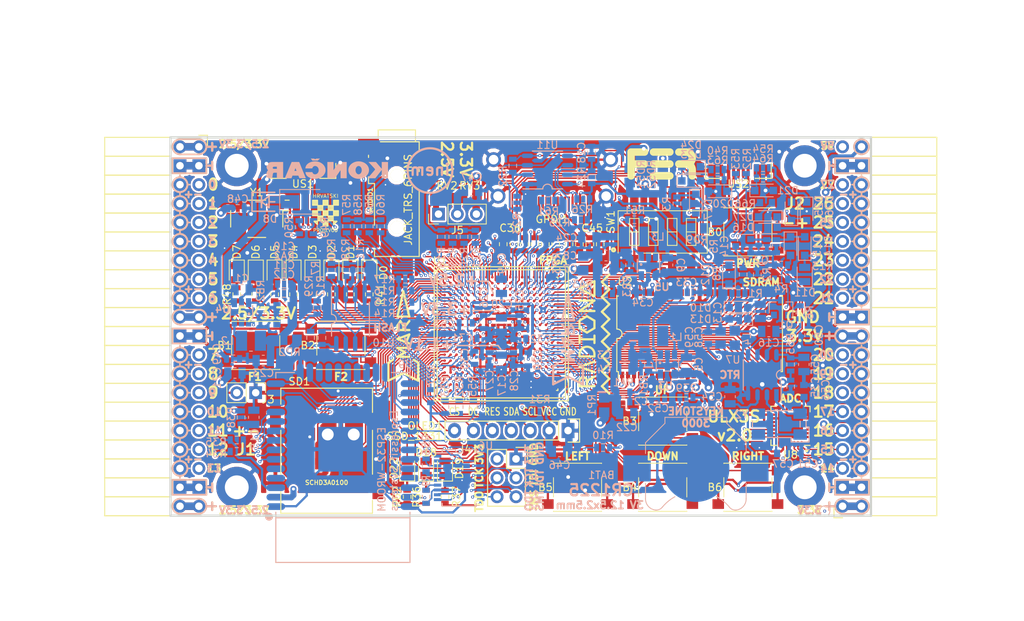
<source format=kicad_pcb>
(kicad_pcb (version 20171130) (host pcbnew 5.0.0-rc2+dfsg1-3)
  (layers (0 F.Cu signal) (1 In1.Cu signal) (2 In2.Cu signal) (31 B.Cu signal) (34 B.Paste user) (35 F.Paste user) (36 B.SilkS user) (37 F.SilkS user) (38 B.Mask user) (39 F.Mask user) (44 Edge.Cuts user))
  (net 0 "")
  (net 1 GND)
  (net 2 +5V)
  (net 3 /gpio/IN5V)
  (net 4 /gpio/OUT5V)
  (net 5 +3V3)
  (net 6 BTN_D)
  (net 7 BTN_F1)
  (net 8 BTN_F2)
  (net 9 BTN_L)
  (net 10 BTN_R)
  (net 11 BTN_U)
  (net 12 /power/FB1)
  (net 13 +2V5)
  (net 14 /power/PWREN)
  (net 15 /power/FB3)
  (net 16 /power/FB2)
  (net 17 /power/VBAT)
  (net 18 JTAG_TDI)
  (net 19 JTAG_TCK)
  (net 20 JTAG_TMS)
  (net 21 JTAG_TDO)
  (net 22 /power/WAKEUPn)
  (net 23 /power/WKUP)
  (net 24 /power/SHUT)
  (net 25 /power/WAKE)
  (net 26 /power/HOLD)
  (net 27 /power/WKn)
  (net 28 /power/OSCI_32k)
  (net 29 /power/OSCO_32k)
  (net 30 SHUTDOWN)
  (net 31 GPDI_SDA)
  (net 32 GPDI_SCL)
  (net 33 /gpdi/VREF2)
  (net 34 SD_CMD)
  (net 35 SD_CLK)
  (net 36 SD_D0)
  (net 37 SD_D1)
  (net 38 USB5V)
  (net 39 GPDI_CEC)
  (net 40 nRESET)
  (net 41 FTDI_nDTR)
  (net 42 SDRAM_CKE)
  (net 43 SDRAM_A7)
  (net 44 SDRAM_D15)
  (net 45 SDRAM_BA1)
  (net 46 SDRAM_D7)
  (net 47 SDRAM_A6)
  (net 48 SDRAM_CLK)
  (net 49 SDRAM_D13)
  (net 50 SDRAM_BA0)
  (net 51 SDRAM_D6)
  (net 52 SDRAM_A5)
  (net 53 SDRAM_D14)
  (net 54 SDRAM_A11)
  (net 55 SDRAM_D12)
  (net 56 SDRAM_D5)
  (net 57 SDRAM_A4)
  (net 58 SDRAM_A10)
  (net 59 SDRAM_D11)
  (net 60 SDRAM_A3)
  (net 61 SDRAM_D4)
  (net 62 SDRAM_D10)
  (net 63 SDRAM_D9)
  (net 64 SDRAM_A9)
  (net 65 SDRAM_D3)
  (net 66 SDRAM_D8)
  (net 67 SDRAM_A8)
  (net 68 SDRAM_A2)
  (net 69 SDRAM_A1)
  (net 70 SDRAM_A0)
  (net 71 SDRAM_D2)
  (net 72 SDRAM_D1)
  (net 73 SDRAM_D0)
  (net 74 SDRAM_DQM0)
  (net 75 SDRAM_nCS)
  (net 76 SDRAM_nRAS)
  (net 77 SDRAM_DQM1)
  (net 78 SDRAM_nCAS)
  (net 79 SDRAM_nWE)
  (net 80 /flash/FLASH_nWP)
  (net 81 /flash/FLASH_nHOLD)
  (net 82 /flash/FLASH_MOSI)
  (net 83 /flash/FLASH_MISO)
  (net 84 /flash/FLASH_SCK)
  (net 85 /flash/FLASH_nCS)
  (net 86 /flash/FPGA_PROGRAMN)
  (net 87 /flash/FPGA_DONE)
  (net 88 /flash/FPGA_INITN)
  (net 89 OLED_RES)
  (net 90 OLED_DC)
  (net 91 OLED_CS)
  (net 92 WIFI_EN)
  (net 93 FTDI_nRTS)
  (net 94 FTDI_TXD)
  (net 95 FTDI_RXD)
  (net 96 WIFI_RXD)
  (net 97 WIFI_GPIO0)
  (net 98 WIFI_TXD)
  (net 99 USB_FTDI_D+)
  (net 100 USB_FTDI_D-)
  (net 101 SD_D3)
  (net 102 AUDIO_L3)
  (net 103 AUDIO_L2)
  (net 104 AUDIO_L1)
  (net 105 AUDIO_L0)
  (net 106 AUDIO_R3)
  (net 107 AUDIO_R2)
  (net 108 AUDIO_R1)
  (net 109 AUDIO_R0)
  (net 110 OLED_CLK)
  (net 111 OLED_MOSI)
  (net 112 LED0)
  (net 113 LED1)
  (net 114 LED2)
  (net 115 LED3)
  (net 116 LED4)
  (net 117 LED5)
  (net 118 LED6)
  (net 119 LED7)
  (net 120 BTN_PWRn)
  (net 121 FTDI_nTXLED)
  (net 122 FTDI_nSLEEP)
  (net 123 /blinkey/LED_PWREN)
  (net 124 /blinkey/LED_TXLED)
  (net 125 /sdcard/SD3V3)
  (net 126 SD_D2)
  (net 127 CLK_25MHz)
  (net 128 /blinkey/BTNPUL)
  (net 129 /blinkey/BTNPUR)
  (net 130 USB_FPGA_D+)
  (net 131 /power/FTDI_nSUSPEND)
  (net 132 /blinkey/ALED0)
  (net 133 /blinkey/ALED1)
  (net 134 /blinkey/ALED2)
  (net 135 /blinkey/ALED3)
  (net 136 /blinkey/ALED4)
  (net 137 /blinkey/ALED5)
  (net 138 /blinkey/ALED6)
  (net 139 /blinkey/ALED7)
  (net 140 /usb/FTD-)
  (net 141 /usb/FTD+)
  (net 142 ADC_MISO)
  (net 143 ADC_MOSI)
  (net 144 ADC_CSn)
  (net 145 ADC_SCLK)
  (net 146 SW3)
  (net 147 SW2)
  (net 148 SW1)
  (net 149 USB_FPGA_D-)
  (net 150 /usb/FPD+)
  (net 151 /usb/FPD-)
  (net 152 WIFI_GPIO16)
  (net 153 /usb/ANT_433MHz)
  (net 154 /power/PWRBTn)
  (net 155 PROG_DONE)
  (net 156 /power/P3V3)
  (net 157 /power/P2V5)
  (net 158 /power/L1)
  (net 159 /power/L3)
  (net 160 /power/L2)
  (net 161 FTDI_TXDEN)
  (net 162 SDRAM_A12)
  (net 163 /analog/AUDIO_V)
  (net 164 AUDIO_V3)
  (net 165 AUDIO_V2)
  (net 166 AUDIO_V1)
  (net 167 AUDIO_V0)
  (net 168 /blinkey/LED_WIFI)
  (net 169 /power/P1V1)
  (net 170 +1V1)
  (net 171 SW4)
  (net 172 /blinkey/SWPU)
  (net 173 /wifi/WIFIEN)
  (net 174 FT2V5)
  (net 175 GN0)
  (net 176 GP0)
  (net 177 GN1)
  (net 178 GP1)
  (net 179 GN2)
  (net 180 GP2)
  (net 181 GN3)
  (net 182 GP3)
  (net 183 GN4)
  (net 184 GP4)
  (net 185 GN5)
  (net 186 GP5)
  (net 187 GN6)
  (net 188 GP6)
  (net 189 GN14)
  (net 190 GP14)
  (net 191 GN15)
  (net 192 GP15)
  (net 193 GN16)
  (net 194 GP16)
  (net 195 GN17)
  (net 196 GP17)
  (net 197 GN18)
  (net 198 GP18)
  (net 199 GN19)
  (net 200 GP19)
  (net 201 GN20)
  (net 202 GP20)
  (net 203 GN21)
  (net 204 GP21)
  (net 205 GN22)
  (net 206 GP22)
  (net 207 GN23)
  (net 208 GP23)
  (net 209 GN24)
  (net 210 GP24)
  (net 211 GN25)
  (net 212 GP25)
  (net 213 GN26)
  (net 214 GP26)
  (net 215 GN27)
  (net 216 GP27)
  (net 217 GN7)
  (net 218 GP7)
  (net 219 GN8)
  (net 220 GP8)
  (net 221 GN9)
  (net 222 GP9)
  (net 223 GN10)
  (net 224 GP10)
  (net 225 GN11)
  (net 226 GP11)
  (net 227 GN12)
  (net 228 GP12)
  (net 229 GN13)
  (net 230 GP13)
  (net 231 WIFI_GPIO5)
  (net 232 WIFI_GPIO17)
  (net 233 USB_FPGA_PULL_D+)
  (net 234 USB_FPGA_PULL_D-)
  (net 235 "Net-(D23-Pad2)")
  (net 236 "Net-(D24-Pad1)")
  (net 237 "Net-(D25-Pad2)")
  (net 238 "Net-(D26-Pad1)")
  (net 239 /gpdi/GPDI_ETH+)
  (net 240 FPDI_ETH+)
  (net 241 /gpdi/GPDI_ETH-)
  (net 242 FPDI_ETH-)
  (net 243 /gpdi/GPDI_D2-)
  (net 244 FPDI_D2-)
  (net 245 /gpdi/GPDI_D1-)
  (net 246 FPDI_D1-)
  (net 247 /gpdi/GPDI_D0-)
  (net 248 FPDI_D0-)
  (net 249 /gpdi/GPDI_CLK-)
  (net 250 FPDI_CLK-)
  (net 251 /gpdi/GPDI_D2+)
  (net 252 FPDI_D2+)
  (net 253 /gpdi/GPDI_D1+)
  (net 254 FPDI_D1+)
  (net 255 /gpdi/GPDI_D0+)
  (net 256 FPDI_D0+)
  (net 257 /gpdi/GPDI_CLK+)
  (net 258 FPDI_CLK+)
  (net 259 FPDI_SDA)
  (net 260 FPDI_SCL)
  (net 261 /gpdi/FPDI_CEC)
  (net 262 2V5_3V3)
  (net 263 "Net-(AUDIO1-Pad5)")
  (net 264 "Net-(AUDIO1-Pad6)")
  (net 265 "Net-(U1-PadA15)")
  (net 266 "Net-(U1-PadC9)")
  (net 267 "Net-(U1-PadD9)")
  (net 268 "Net-(U1-PadD10)")
  (net 269 "Net-(U1-PadD11)")
  (net 270 "Net-(U1-PadD12)")
  (net 271 "Net-(U1-PadE6)")
  (net 272 "Net-(U1-PadE9)")
  (net 273 "Net-(U1-PadE10)")
  (net 274 "Net-(U1-PadE11)")
  (net 275 "Net-(U1-PadJ4)")
  (net 276 "Net-(U1-PadJ5)")
  (net 277 "Net-(U1-PadK5)")
  (net 278 "Net-(U1-PadL5)")
  (net 279 "Net-(U1-PadM4)")
  (net 280 "Net-(U1-PadM5)")
  (net 281 SD_CD)
  (net 282 SD_WP)
  (net 283 "Net-(U1-PadR3)")
  (net 284 "Net-(U1-PadT16)")
  (net 285 "Net-(U1-PadW4)")
  (net 286 "Net-(U1-PadW5)")
  (net 287 "Net-(U1-PadW8)")
  (net 288 "Net-(U1-PadW9)")
  (net 289 "Net-(U1-PadW13)")
  (net 290 "Net-(U1-PadW14)")
  (net 291 "Net-(U1-PadW17)")
  (net 292 "Net-(U1-PadW18)")
  (net 293 FTDI_nRXLED)
  (net 294 "Net-(U8-Pad12)")
  (net 295 "Net-(U8-Pad25)")
  (net 296 "Net-(U9-Pad32)")
  (net 297 "Net-(U9-Pad22)")
  (net 298 "Net-(U9-Pad21)")
  (net 299 "Net-(U9-Pad20)")
  (net 300 "Net-(U9-Pad19)")
  (net 301 "Net-(U9-Pad18)")
  (net 302 "Net-(U9-Pad17)")
  (net 303 "Net-(U9-Pad12)")
  (net 304 "Net-(U9-Pad5)")
  (net 305 "Net-(U9-Pad4)")
  (net 306 "Net-(US1-Pad4)")
  (net 307 "Net-(Y2-Pad3)")
  (net 308 "Net-(Y2-Pad2)")
  (net 309 "Net-(U1-PadK16)")
  (net 310 "Net-(U1-PadK17)")
  (net 311 /usb/US2VBUS)
  (net 312 /power/SHD)
  (net 313 /power/RTCVDD)
  (net 314 "Net-(D27-Pad2)")
  (net 315 US2_ID)
  (net 316 /analog/AUDIO_L)
  (net 317 /analog/AUDIO_R)
  (net 318 /analog/ADC3V3)
  (module dipswitch:SW_DIP_x4_W8.61mm_Slide_LowProfile (layer F.Cu) (at 160.14 74.12 90)
    (fp_text reference SW1 (at 1.379 -6.97 90) (layer F.SilkS))
    (fp_text value SW_DIP_x04)
    (pad 8 smd rect (at 4.305 -3.81 90) (size 2.44 1.12) (layers F.Cu F.Paste F.Mask) (net 148 SW1))
    (pad 4 smd rect (at -4.305 3.81 90) (size 2.44 1.12) (layers F.Cu F.Paste F.Mask) (net 172 /blinkey/SWPU))
    (pad 7 smd rect (at 4.305 -1.27 90) (size 2.44 1.12) (layers F.Cu F.Paste F.Mask) (net 147 SW2))
    (pad 3 smd rect (at -4.305 1.27 90) (size 2.44 1.12) (layers F.Cu F.Paste F.Mask) (net 172 /blinkey/SWPU))
    (pad 6 smd rect (at 4.305 1.27 90) (size 2.44 1.12) (layers F.Cu F.Paste F.Mask) (net 146 SW3))
    (pad 2 smd rect (at -4.305 -1.27 90) (size 2.44 1.12) (layers F.Cu F.Paste F.Mask) (net 172 /blinkey/SWPU))
    (pad 5 smd rect (at 4.305 3.81 90) (size 2.44 1.12) (layers F.Cu F.Paste F.Mask) (net 171 SW4))
    (pad 1 smd rect (at -4.305 -3.81 90) (size 2.44 1.12) (layers F.Cu F.Paste F.Mask) (net 172 /blinkey/SWPU))
  )
  (module Keystone_3000_1x12mm-CoinCell:Keystone_3000_1x12mm-CoinCell (layer B.Cu) (at 164.585 105.87 90)
    (fp_text reference BAT1 (at -0.907 -12.685 180) (layer B.SilkS) (effects (justify mirror)))
    (fp_text value CR1225)
    (pad 1 smd rect (at 0 7.9 180) (size 3.7 3.5) (layers B.Cu B.Paste B.Mask) (net 17 /power/VBAT) (clearance 0.7))
    (pad 1 smd rect (at 0 -7.9 180) (size 3.7 3.5) (layers B.Cu B.Paste B.Mask) (net 17 /power/VBAT) (clearance 0.7))
    (pad 2 smd circle (at 0 0 180) (size 9 9) (layers B.Cu B.Mask) (net 1 GND))
  )
  (module SM8:SM8 (layer B.Cu) (at 144.68 65.8015 90)
    (fp_text reference U11 (at 3.3475 -0.019 -180) (layer B.SilkS) (effects (justify mirror)))
    (fp_text value PCA9306D)
    (pad 1 smd rect (at -1.905 -2.7) (size 1.55 0.6) (layers B.Cu B.Paste B.Mask) (net 1 GND))
    (pad 2 smd oval (at -0.635 -2.7) (size 1.55 0.6) (layers B.Cu B.Paste B.Mask) (net 13 +2V5))
    (pad 3 smd oval (at 0.635 -2.7) (size 1.55 0.6) (layers B.Cu B.Paste B.Mask) (net 260 FPDI_SCL))
    (pad 4 smd oval (at 1.905 -2.7) (size 1.55 0.6) (layers B.Cu B.Paste B.Mask) (net 259 FPDI_SDA))
    (pad 5 smd oval (at 1.905 2.7) (size 1.55 0.6) (layers B.Cu B.Paste B.Mask) (net 31 GPDI_SDA))
    (pad 6 smd oval (at 0.635 2.7) (size 1.55 0.6) (layers B.Cu B.Paste B.Mask) (net 32 GPDI_SCL))
    (pad 7 smd oval (at -0.635 2.7) (size 1.55 0.6) (layers B.Cu B.Paste B.Mask) (net 33 /gpdi/VREF2))
    (pad 8 smd oval (at -1.905 2.7) (size 1.55 0.6) (layers B.Cu B.Paste B.Mask) (net 5 +3V3))
  )
  (module TSOP54:TSOP54 (layer F.Cu) (at 165.093 87.8 90)
    (fp_text reference U2 (at 6.98 -9.993 180) (layer F.SilkS))
    (fp_text value MT48LC16M16A2TG)
    (pad 28 smd rect (at 5.53 10.4 90) (size 0.9 0.56) (layers F.Cu F.Paste F.Mask) (net 1 GND))
    (pad 1 smd rect (at -5.53 -10.4 90) (size 0.9 0.56) (layers F.Cu F.Paste F.Mask) (net 5 +3V3))
    (pad 2 smd rect (at -5.53 -9.6 90) (size 0.9 0.56) (layers F.Cu F.Paste F.Mask) (net 73 SDRAM_D0))
    (pad 3 smd rect (at -5.53 -8.8 90) (size 0.9 0.56) (layers F.Cu F.Paste F.Mask) (net 5 +3V3))
    (pad 4 smd rect (at -5.53 -8 90) (size 0.9 0.56) (layers F.Cu F.Paste F.Mask) (net 72 SDRAM_D1))
    (pad 5 smd rect (at -5.53 -7.2 90) (size 0.9 0.56) (layers F.Cu F.Paste F.Mask) (net 71 SDRAM_D2))
    (pad 6 smd rect (at -5.53 -6.4 90) (size 0.9 0.56) (layers F.Cu F.Paste F.Mask) (net 1 GND))
    (pad 7 smd rect (at -5.53 -5.6 90) (size 0.9 0.56) (layers F.Cu F.Paste F.Mask) (net 65 SDRAM_D3))
    (pad 8 smd rect (at -5.53 -4.8 90) (size 0.9 0.56) (layers F.Cu F.Paste F.Mask) (net 61 SDRAM_D4))
    (pad 9 smd rect (at -5.53 -4 90) (size 0.9 0.56) (layers F.Cu F.Paste F.Mask) (net 5 +3V3))
    (pad 10 smd rect (at -5.53 -3.2 90) (size 0.9 0.56) (layers F.Cu F.Paste F.Mask) (net 56 SDRAM_D5))
    (pad 11 smd rect (at -5.53 -2.4 90) (size 0.9 0.56) (layers F.Cu F.Paste F.Mask) (net 51 SDRAM_D6))
    (pad 12 smd rect (at -5.53 -1.6 90) (size 0.9 0.56) (layers F.Cu F.Paste F.Mask) (net 1 GND))
    (pad 13 smd rect (at -5.53 -0.8 90) (size 0.9 0.56) (layers F.Cu F.Paste F.Mask) (net 46 SDRAM_D7))
    (pad 14 smd rect (at -5.53 0 90) (size 0.9 0.56) (layers F.Cu F.Paste F.Mask) (net 5 +3V3))
    (pad 15 smd rect (at -5.53 0.8 90) (size 0.9 0.56) (layers F.Cu F.Paste F.Mask) (net 74 SDRAM_DQM0))
    (pad 16 smd rect (at -5.53 1.6 90) (size 0.9 0.56) (layers F.Cu F.Paste F.Mask) (net 79 SDRAM_nWE))
    (pad 17 smd rect (at -5.53 2.4 90) (size 0.9 0.56) (layers F.Cu F.Paste F.Mask) (net 78 SDRAM_nCAS))
    (pad 18 smd rect (at -5.53 3.2 90) (size 0.9 0.56) (layers F.Cu F.Paste F.Mask) (net 76 SDRAM_nRAS))
    (pad 19 smd rect (at -5.53 4 90) (size 0.9 0.56) (layers F.Cu F.Paste F.Mask) (net 75 SDRAM_nCS))
    (pad 20 smd rect (at -5.53 4.8 90) (size 0.9 0.56) (layers F.Cu F.Paste F.Mask) (net 50 SDRAM_BA0))
    (pad 21 smd rect (at -5.53 5.6 90) (size 0.9 0.56) (layers F.Cu F.Paste F.Mask) (net 45 SDRAM_BA1))
    (pad 22 smd rect (at -5.53 6.4 90) (size 0.9 0.56) (layers F.Cu F.Paste F.Mask) (net 58 SDRAM_A10))
    (pad 23 smd rect (at -5.53 7.2 90) (size 0.9 0.56) (layers F.Cu F.Paste F.Mask) (net 70 SDRAM_A0))
    (pad 24 smd rect (at -5.53 8 90) (size 0.9 0.56) (layers F.Cu F.Paste F.Mask) (net 69 SDRAM_A1))
    (pad 25 smd rect (at -5.53 8.8 90) (size 0.9 0.56) (layers F.Cu F.Paste F.Mask) (net 68 SDRAM_A2))
    (pad 26 smd rect (at -5.53 9.6 90) (size 0.9 0.56) (layers F.Cu F.Paste F.Mask) (net 60 SDRAM_A3))
    (pad 27 smd rect (at -5.53 10.4 90) (size 0.9 0.56) (layers F.Cu F.Paste F.Mask) (net 5 +3V3))
    (pad 29 smd rect (at 5.53 9.6 90) (size 0.9 0.56) (layers F.Cu F.Paste F.Mask) (net 57 SDRAM_A4))
    (pad 30 smd rect (at 5.53 8.8 90) (size 0.9 0.56) (layers F.Cu F.Paste F.Mask) (net 52 SDRAM_A5))
    (pad 31 smd rect (at 5.53 8 90) (size 0.9 0.56) (layers F.Cu F.Paste F.Mask) (net 47 SDRAM_A6))
    (pad 32 smd rect (at 5.53 7.2 90) (size 0.9 0.56) (layers F.Cu F.Paste F.Mask) (net 43 SDRAM_A7))
    (pad 33 smd rect (at 5.53 6.4 90) (size 0.9 0.56) (layers F.Cu F.Paste F.Mask) (net 67 SDRAM_A8))
    (pad 34 smd rect (at 5.53 5.6 90) (size 0.9 0.56) (layers F.Cu F.Paste F.Mask) (net 64 SDRAM_A9))
    (pad 35 smd rect (at 5.53 4.8 90) (size 0.9 0.56) (layers F.Cu F.Paste F.Mask) (net 54 SDRAM_A11))
    (pad 36 smd rect (at 5.53 4 90) (size 0.9 0.56) (layers F.Cu F.Paste F.Mask) (net 162 SDRAM_A12))
    (pad 37 smd rect (at 5.53 3.2 90) (size 0.9 0.56) (layers F.Cu F.Paste F.Mask) (net 42 SDRAM_CKE))
    (pad 38 smd rect (at 5.53 2.4 90) (size 0.9 0.56) (layers F.Cu F.Paste F.Mask) (net 48 SDRAM_CLK))
    (pad 39 smd rect (at 5.53 1.6 90) (size 0.9 0.56) (layers F.Cu F.Paste F.Mask) (net 77 SDRAM_DQM1))
    (pad 40 smd rect (at 5.53 0.8 90) (size 0.9 0.56) (layers F.Cu F.Paste F.Mask))
    (pad 41 smd rect (at 5.53 0 90) (size 0.9 0.56) (layers F.Cu F.Paste F.Mask) (net 1 GND))
    (pad 42 smd rect (at 5.53 -0.8 90) (size 0.9 0.56) (layers F.Cu F.Paste F.Mask) (net 66 SDRAM_D8))
    (pad 43 smd rect (at 5.53 -1.6 90) (size 0.9 0.56) (layers F.Cu F.Paste F.Mask) (net 5 +3V3))
    (pad 44 smd rect (at 5.53 -2.4 90) (size 0.9 0.56) (layers F.Cu F.Paste F.Mask) (net 63 SDRAM_D9))
    (pad 45 smd rect (at 5.53 -3.2 90) (size 0.9 0.56) (layers F.Cu F.Paste F.Mask) (net 62 SDRAM_D10))
    (pad 46 smd rect (at 5.53 -4 90) (size 0.9 0.56) (layers F.Cu F.Paste F.Mask) (net 1 GND))
    (pad 47 smd rect (at 5.53 -4.8 90) (size 0.9 0.56) (layers F.Cu F.Paste F.Mask) (net 59 SDRAM_D11))
    (pad 48 smd rect (at 5.53 -5.6 90) (size 0.9 0.56) (layers F.Cu F.Paste F.Mask) (net 55 SDRAM_D12))
    (pad 49 smd rect (at 5.53 -6.4 90) (size 0.9 0.56) (layers F.Cu F.Paste F.Mask) (net 5 +3V3))
    (pad 50 smd rect (at 5.53 -7.2 90) (size 0.9 0.56) (layers F.Cu F.Paste F.Mask) (net 49 SDRAM_D13))
    (pad 51 smd rect (at 5.53 -8 90) (size 0.9 0.56) (layers F.Cu F.Paste F.Mask) (net 53 SDRAM_D14))
    (pad 52 smd rect (at 5.53 -8.8 90) (size 0.9 0.56) (layers F.Cu F.Paste F.Mask) (net 1 GND))
    (pad 53 smd rect (at 5.53 -9.6 90) (size 0.9 0.56) (layers F.Cu F.Paste F.Mask) (net 44 SDRAM_D15))
    (pad 54 smd rect (at 5.53 -10.4 90) (size 0.9 0.56) (layers F.Cu F.Paste F.Mask) (net 1 GND))
  )
  (module SOA008-150mil:SOA008-150-208mil (layer B.Cu) (at 118.245 85.822 270)
    (fp_text reference U10 (at 3.175 -4.445) (layer B.SilkS) (effects (justify mirror)))
    (fp_text value IS25LP128F-JBLE)
    (pad 1 smd rect (at -3.302 1.905 270) (size 2.1 0.6) (layers B.Cu B.Paste B.Mask) (net 85 /flash/FLASH_nCS))
    (pad 2 smd oval (at -3.302 0.635 270) (size 2.1 0.6) (layers B.Cu B.Paste B.Mask) (net 83 /flash/FLASH_MISO))
    (pad 3 smd oval (at -3.302 -0.635 270) (size 2.1 0.6) (layers B.Cu B.Paste B.Mask) (net 80 /flash/FLASH_nWP))
    (pad 4 smd oval (at -3.302 -1.905 270) (size 2.1 0.6) (layers B.Cu B.Paste B.Mask) (net 1 GND))
    (pad 5 smd oval (at 3.302 -1.905 270) (size 2.1 0.6) (layers B.Cu B.Paste B.Mask) (net 82 /flash/FLASH_MOSI))
    (pad 6 smd oval (at 3.302 -0.635 270) (size 2.1 0.6) (layers B.Cu B.Paste B.Mask) (net 84 /flash/FLASH_SCK))
    (pad 7 smd oval (at 3.302 0.635 270) (size 2.1 0.6) (layers B.Cu B.Paste B.Mask) (net 81 /flash/FLASH_nHOLD))
    (pad 8 smd oval (at 3.302 1.905 270) (size 2.1 0.6) (layers B.Cu B.Paste B.Mask) (net 5 +3V3))
  )
  (module SOT96-1:SOT96-1 (layer B.Cu) (at 173.49 93.315 90)
    (fp_text reference U7 (at 2.032 -3.937 180) (layer B.SilkS) (effects (justify mirror)))
    (fp_text value PCF8523)
    (pad 1 smd rect (at -2.7 1.905 90) (size 1.55 0.6) (layers B.Cu B.Paste B.Mask) (net 28 /power/OSCI_32k))
    (pad 2 smd oval (at -2.7 0.635 90) (size 1.55 0.6) (layers B.Cu B.Paste B.Mask) (net 29 /power/OSCO_32k))
    (pad 3 smd oval (at -2.7 -0.635 90) (size 1.55 0.6) (layers B.Cu B.Paste B.Mask) (net 17 /power/VBAT))
    (pad 4 smd oval (at -2.7 -1.905 90) (size 1.55 0.6) (layers B.Cu B.Paste B.Mask) (net 1 GND))
    (pad 5 smd oval (at 2.7 -1.905 90) (size 1.55 0.6) (layers B.Cu B.Paste B.Mask) (net 259 FPDI_SDA))
    (pad 6 smd oval (at 2.7 -0.635 90) (size 1.55 0.6) (layers B.Cu B.Paste B.Mask) (net 260 FPDI_SCL))
    (pad 7 smd oval (at 2.7 0.635 90) (size 1.55 0.6) (layers B.Cu B.Paste B.Mask) (net 22 /power/WAKEUPn))
    (pad 8 smd oval (at 2.7 1.905 90) (size 1.55 0.6) (layers B.Cu B.Paste B.Mask) (net 313 /power/RTCVDD))
  )
  (module ft231x:FT231X-SSOP-20_4.4x6.5mm_Pitch0.65mm (layer B.Cu) (at 132.835 107.14 180)
    (fp_text reference U6 (at -3.556 4.318 180) (layer B.SilkS) (effects (justify mirror)))
    (fp_text value FT231XS)
    (pad 20 smd rect (at 2.9 2.925 180) (size 1 0.4) (layers B.Cu B.Paste B.Mask) (net 94 FTDI_TXD))
    (pad 19 smd rect (at 2.9 2.275 180) (size 1 0.4) (layers B.Cu B.Paste B.Mask) (net 122 FTDI_nSLEEP))
    (pad 18 smd rect (at 2.9 1.625 180) (size 1 0.4) (layers B.Cu B.Paste B.Mask) (net 161 FTDI_TXDEN))
    (pad 17 smd rect (at 2.9 0.975 180) (size 1 0.4) (layers B.Cu B.Paste B.Mask) (net 293 FTDI_nRXLED))
    (pad 16 smd rect (at 2.9 0.325 180) (size 1 0.4) (layers B.Cu B.Paste B.Mask) (net 1 GND))
    (pad 15 smd rect (at 2.9 -0.325 180) (size 1 0.4) (layers B.Cu B.Paste B.Mask) (net 38 USB5V))
    (pad 14 smd rect (at 2.9 -0.975 180) (size 1 0.4) (layers B.Cu B.Paste B.Mask) (net 40 nRESET))
    (pad 13 smd rect (at 2.9 -1.625 180) (size 1 0.4) (layers B.Cu B.Paste B.Mask) (net 174 FT2V5))
    (pad 12 smd rect (at 2.9 -2.275 180) (size 1 0.4) (layers B.Cu B.Paste B.Mask) (net 100 USB_FTDI_D-))
    (pad 11 smd rect (at 2.9 -2.925 180) (size 1 0.4) (layers B.Cu B.Paste B.Mask) (net 99 USB_FTDI_D+))
    (pad 10 smd rect (at -2.9 -2.925 180) (size 1 0.4) (layers B.Cu B.Paste B.Mask) (net 121 FTDI_nTXLED))
    (pad 9 smd rect (at -2.9 -2.275 180) (size 1 0.4) (layers B.Cu B.Paste B.Mask) (net 21 JTAG_TDO))
    (pad 8 smd rect (at -2.9 -1.625 180) (size 1 0.4) (layers B.Cu B.Paste B.Mask) (net 20 JTAG_TMS))
    (pad 7 smd rect (at -2.9 -0.975 180) (size 1 0.4) (layers B.Cu B.Paste B.Mask) (net 19 JTAG_TCK))
    (pad 6 smd rect (at -2.9 -0.325 180) (size 1 0.4) (layers B.Cu B.Paste B.Mask) (net 1 GND))
    (pad 5 smd rect (at -2.9 0.325 180) (size 1 0.4) (layers B.Cu B.Paste B.Mask) (net 18 JTAG_TDI))
    (pad 4 smd rect (at -2.9 0.975 180) (size 1 0.4) (layers B.Cu B.Paste B.Mask) (net 95 FTDI_RXD))
    (pad 3 smd rect (at -2.9 1.625 180) (size 1 0.4) (layers B.Cu B.Paste B.Mask) (net 174 FT2V5))
    (pad 2 smd rect (at -2.9 2.275 180) (size 1 0.4) (layers B.Cu B.Paste B.Mask) (net 93 FTDI_nRTS))
    (pad 1 smd rect (at -2.9 2.925 180) (size 1 0.4) (layers B.Cu B.Paste B.Mask) (net 41 FTDI_nDTR))
  )
  (module TSOT-25:TSOT-25 (layer B.Cu) (at 158.235 78.692)
    (fp_text reference U5 (at 1.793 2.812) (layer B.SilkS) (effects (font (thickness 0.2)) (justify mirror)))
    (fp_text value TLV62569DBV)
    (pad 1 smd rect (at -0.95 -1.3) (size 0.7 1.2) (layers B.Cu B.Paste B.Mask) (net 14 /power/PWREN))
    (pad 2 smd rect (at 0 -1.3) (size 0.7 1.2) (layers B.Cu B.Paste B.Mask) (net 1 GND))
    (pad 3 smd rect (at 0.95 -1.3) (size 0.7 1.2) (layers B.Cu B.Paste B.Mask) (net 159 /power/L3))
    (pad 4 smd rect (at 0.95 1.3) (size 0.7 1.2) (layers B.Cu B.Paste B.Mask) (net 2 +5V))
    (pad 5 smd rect (at -0.95 1.3) (size 0.7 1.2) (layers B.Cu B.Paste B.Mask) (net 15 /power/FB3))
  )
  (module TSOT-25:TSOT-25 (layer B.Cu) (at 160.775 91.9)
    (fp_text reference U3 (at -0.295 2.9) (layer B.SilkS) (effects (font (thickness 0.2)) (justify mirror)))
    (fp_text value TLV62569DBV)
    (pad 1 smd rect (at -0.95 -1.3) (size 0.7 1.2) (layers B.Cu B.Paste B.Mask) (net 14 /power/PWREN))
    (pad 2 smd rect (at 0 -1.3) (size 0.7 1.2) (layers B.Cu B.Paste B.Mask) (net 1 GND))
    (pad 3 smd rect (at 0.95 -1.3) (size 0.7 1.2) (layers B.Cu B.Paste B.Mask) (net 158 /power/L1))
    (pad 4 smd rect (at 0.95 1.3) (size 0.7 1.2) (layers B.Cu B.Paste B.Mask) (net 2 +5V))
    (pad 5 smd rect (at -0.95 1.3) (size 0.7 1.2) (layers B.Cu B.Paste B.Mask) (net 12 /power/FB1))
  )
  (module TSOT-25:TSOT-25 (layer B.Cu) (at 103.625 84.915 180)
    (fp_text reference U4 (at 2.525 0.4265 180) (layer B.SilkS) (effects (font (thickness 0.2)) (justify mirror)))
    (fp_text value TLV62569DBV)
    (pad 1 smd rect (at -0.95 -1.3 180) (size 0.7 1.2) (layers B.Cu B.Paste B.Mask) (net 14 /power/PWREN))
    (pad 2 smd rect (at 0 -1.3 180) (size 0.7 1.2) (layers B.Cu B.Paste B.Mask) (net 1 GND))
    (pad 3 smd rect (at 0.95 -1.3 180) (size 0.7 1.2) (layers B.Cu B.Paste B.Mask) (net 160 /power/L2))
    (pad 4 smd rect (at 0.95 1.3 180) (size 0.7 1.2) (layers B.Cu B.Paste B.Mask) (net 2 +5V))
    (pad 5 smd rect (at -0.95 1.3 180) (size 0.7 1.2) (layers B.Cu B.Paste B.Mask) (net 16 /power/FB2))
  )
  (module ESP32:ESP32-WROOM (layer B.Cu) (at 117.23 105.75 180)
    (fp_text reference U9 (at -8.366 13.85 180) (layer B.SilkS) (effects (justify mirror)))
    (fp_text value ESP-WROOM32)
    (fp_text user "Espressif Systems" (at -6.858 0.889 90) (layer B.SilkS) (effects (justify mirror)))
    (fp_text user ESP32-WROOM (at -5.207 -0.254 90) (layer B.SilkS) (effects (justify mirror)))
    (pad 38 smd oval (at -9 -5.25 180) (size 2.5 0.9) (layers B.Cu B.Paste B.Mask) (net 1 GND))
    (pad 37 smd oval (at -9 -3.98 180) (size 2.5 0.9) (layers B.Cu B.Paste B.Mask) (net 18 JTAG_TDI))
    (pad 36 smd oval (at -9 -2.71 180) (size 2.5 0.9) (layers B.Cu B.Paste B.Mask) (net 155 PROG_DONE))
    (pad 35 smd oval (at -9 -1.44 180) (size 2.5 0.9) (layers B.Cu B.Paste B.Mask) (net 98 WIFI_TXD))
    (pad 34 smd oval (at -9 -0.17 180) (size 2.5 0.9) (layers B.Cu B.Paste B.Mask) (net 96 WIFI_RXD))
    (pad 33 smd oval (at -9 1.1 180) (size 2.5 0.9) (layers B.Cu B.Paste B.Mask) (net 20 JTAG_TMS))
    (pad 32 smd oval (at -9 2.37 180) (size 2.5 0.9) (layers B.Cu B.Paste B.Mask) (net 296 "Net-(U9-Pad32)"))
    (pad 31 smd oval (at -9 3.64 180) (size 2.5 0.9) (layers B.Cu B.Paste B.Mask) (net 21 JTAG_TDO))
    (pad 30 smd oval (at -9 4.91 180) (size 2.5 0.9) (layers B.Cu B.Paste B.Mask) (net 19 JTAG_TCK))
    (pad 29 smd oval (at -9 6.18 180) (size 2.5 0.9) (layers B.Cu B.Paste B.Mask) (net 231 WIFI_GPIO5))
    (pad 28 smd oval (at -9 7.45 180) (size 2.5 0.9) (layers B.Cu B.Paste B.Mask) (net 232 WIFI_GPIO17))
    (pad 27 smd oval (at -9 8.72 180) (size 2.5 0.9) (layers B.Cu B.Paste B.Mask) (net 152 WIFI_GPIO16))
    (pad 26 smd oval (at -9 9.99 180) (size 2.5 0.9) (layers B.Cu B.Paste B.Mask) (net 37 SD_D1))
    (pad 25 smd oval (at -9 11.26 180) (size 2.5 0.9) (layers B.Cu B.Paste B.Mask) (net 97 WIFI_GPIO0))
    (pad 24 smd oval (at -5.715 12.75 180) (size 0.9 2.5) (layers B.Cu B.Paste B.Mask) (net 36 SD_D0))
    (pad 23 smd oval (at -4.445 12.75 180) (size 0.9 2.5) (layers B.Cu B.Paste B.Mask) (net 34 SD_CMD))
    (pad 22 smd oval (at -3.175 12.75 180) (size 0.9 2.5) (layers B.Cu B.Paste B.Mask) (net 297 "Net-(U9-Pad22)"))
    (pad 21 smd oval (at -1.905 12.75 180) (size 0.9 2.5) (layers B.Cu B.Paste B.Mask) (net 298 "Net-(U9-Pad21)"))
    (pad 20 smd oval (at -0.635 12.75 180) (size 0.9 2.5) (layers B.Cu B.Paste B.Mask) (net 299 "Net-(U9-Pad20)"))
    (pad 19 smd oval (at 0.635 12.75 180) (size 0.9 2.5) (layers B.Cu B.Paste B.Mask) (net 300 "Net-(U9-Pad19)"))
    (pad 18 smd oval (at 1.905 12.75 180) (size 0.9 2.5) (layers B.Cu B.Paste B.Mask) (net 301 "Net-(U9-Pad18)"))
    (pad 17 smd oval (at 3.175 12.75 180) (size 0.9 2.5) (layers B.Cu B.Paste B.Mask) (net 302 "Net-(U9-Pad17)"))
    (pad 16 smd oval (at 4.445 12.75 180) (size 0.9 2.5) (layers B.Cu B.Paste B.Mask) (net 101 SD_D3))
    (pad 15 smd oval (at 5.715 12.75 180) (size 0.9 2.5) (layers B.Cu B.Paste B.Mask) (net 1 GND))
    (pad 14 smd oval (at 9 11.26 180) (size 2.5 0.9) (layers B.Cu B.Paste B.Mask) (net 126 SD_D2))
    (pad 13 smd oval (at 9 9.99 180) (size 2.5 0.9) (layers B.Cu B.Paste B.Mask) (net 35 SD_CLK))
    (pad 12 smd oval (at 9 8.72 180) (size 2.5 0.9) (layers B.Cu B.Paste B.Mask) (net 303 "Net-(U9-Pad12)"))
    (pad 11 smd oval (at 9 7.45 180) (size 2.5 0.9) (layers B.Cu B.Paste B.Mask) (net 225 GN11))
    (pad 10 smd oval (at 9 6.18 180) (size 2.5 0.9) (layers B.Cu B.Paste B.Mask) (net 226 GP11))
    (pad 9 smd oval (at 9 4.91 180) (size 2.5 0.9) (layers B.Cu B.Paste B.Mask) (net 227 GN12))
    (pad 8 smd oval (at 9 3.64 180) (size 2.5 0.9) (layers B.Cu B.Paste B.Mask) (net 228 GP12))
    (pad 7 smd oval (at 9 2.37 180) (size 2.5 0.9) (layers B.Cu B.Paste B.Mask) (net 229 GN13))
    (pad 6 smd oval (at 9 1.1 180) (size 2.5 0.9) (layers B.Cu B.Paste B.Mask) (net 230 GP13))
    (pad 5 smd oval (at 9 -0.17 180) (size 2.5 0.9) (layers B.Cu B.Paste B.Mask) (net 304 "Net-(U9-Pad5)"))
    (pad 4 smd oval (at 9 -1.44 180) (size 2.5 0.9) (layers B.Cu B.Paste B.Mask) (net 305 "Net-(U9-Pad4)"))
    (pad 3 smd oval (at 9 -2.71 180) (size 2.5 0.9) (layers B.Cu B.Paste B.Mask) (net 173 /wifi/WIFIEN))
    (pad 2 smd oval (at 9 -3.98 180) (size 2.5 0.9) (layers B.Cu B.Paste B.Mask) (net 5 +3V3))
    (pad 1 smd oval (at 9 -5.25 180) (size 2.5 0.9) (layers B.Cu B.Paste B.Mask) (net 1 GND))
    (pad 39 smd rect (at 0.3 2.45 180) (size 6 6) (layers B.Cu B.Paste B.Mask) (net 1 GND))
  )
  (module inem:inem (layer B.Cu) (at 128.913 65.883)
    (fp_text reference REF** hide)
    (fp_text value inem hide)
    (fp_text user inem (at 0 -0.1) (layer B.SilkS) (effects (font (size 1.5 1.5) (thickness 0.3)) (justify mirror)))
  )
  (module fer:fer4mm6 (layer F.Cu) (at 159.901 64.994)
    (fp_text reference fer hide)
    (fp_text value fer hide)
  )
  (module Socket_Strips:Socket_Strip_Angled_2x20 (layer F.Cu) (at 97.91 62.69 270)
    (fp_text reference J1 (at 40.64 -6.35) (layer F.SilkS) (effects (font (size 1.5 1.5) (thickness 0.3))))
    (fp_text value CONN_02X20 hide)
    (pad 1 thru_hole oval (at 0 0 270) (size 1.7272 1.7272) (drill 1.016) (layers *.Cu *.Mask) (net 262 2V5_3V3))
    (pad 2 thru_hole oval (at 0 2.54 270) (size 1.7272 1.7272) (drill 1.016) (layers *.Cu *.Mask) (net 262 2V5_3V3))
    (pad 3 thru_hole rect (at 2.54 0 270) (size 1.7272 1.7272) (drill 1.016) (layers *.Cu *.Mask) (net 1 GND))
    (pad 4 thru_hole rect (at 2.54 2.54 270) (size 1.7272 1.7272) (drill 1.016) (layers *.Cu *.Mask) (net 1 GND))
    (pad 5 thru_hole oval (at 5.08 0 270) (size 1.7272 1.7272) (drill 1.016) (layers *.Cu *.Mask) (net 175 GN0))
    (pad 6 thru_hole oval (at 5.08 2.54 270) (size 1.7272 1.7272) (drill 1.016) (layers *.Cu *.Mask) (net 176 GP0))
    (pad 7 thru_hole oval (at 7.62 0 270) (size 1.7272 1.7272) (drill 1.016) (layers *.Cu *.Mask) (net 177 GN1))
    (pad 8 thru_hole oval (at 7.62 2.54 270) (size 1.7272 1.7272) (drill 1.016) (layers *.Cu *.Mask) (net 178 GP1))
    (pad 9 thru_hole oval (at 10.16 0 270) (size 1.7272 1.7272) (drill 1.016) (layers *.Cu *.Mask) (net 179 GN2))
    (pad 10 thru_hole oval (at 10.16 2.54 270) (size 1.7272 1.7272) (drill 1.016) (layers *.Cu *.Mask) (net 180 GP2))
    (pad 11 thru_hole oval (at 12.7 0 270) (size 1.7272 1.7272) (drill 1.016) (layers *.Cu *.Mask) (net 181 GN3))
    (pad 12 thru_hole oval (at 12.7 2.54 270) (size 1.7272 1.7272) (drill 1.016) (layers *.Cu *.Mask) (net 182 GP3))
    (pad 13 thru_hole oval (at 15.24 0 270) (size 1.7272 1.7272) (drill 1.016) (layers *.Cu *.Mask) (net 183 GN4))
    (pad 14 thru_hole oval (at 15.24 2.54 270) (size 1.7272 1.7272) (drill 1.016) (layers *.Cu *.Mask) (net 184 GP4))
    (pad 15 thru_hole oval (at 17.78 0 270) (size 1.7272 1.7272) (drill 1.016) (layers *.Cu *.Mask) (net 185 GN5))
    (pad 16 thru_hole oval (at 17.78 2.54 270) (size 1.7272 1.7272) (drill 1.016) (layers *.Cu *.Mask) (net 186 GP5))
    (pad 17 thru_hole oval (at 20.32 0 270) (size 1.7272 1.7272) (drill 1.016) (layers *.Cu *.Mask) (net 187 GN6))
    (pad 18 thru_hole oval (at 20.32 2.54 270) (size 1.7272 1.7272) (drill 1.016) (layers *.Cu *.Mask) (net 188 GP6))
    (pad 19 thru_hole oval (at 22.86 0 270) (size 1.7272 1.7272) (drill 1.016) (layers *.Cu *.Mask) (net 262 2V5_3V3))
    (pad 20 thru_hole oval (at 22.86 2.54 270) (size 1.7272 1.7272) (drill 1.016) (layers *.Cu *.Mask) (net 262 2V5_3V3))
    (pad 21 thru_hole rect (at 25.4 0 270) (size 1.7272 1.7272) (drill 1.016) (layers *.Cu *.Mask) (net 1 GND))
    (pad 22 thru_hole rect (at 25.4 2.54 270) (size 1.7272 1.7272) (drill 1.016) (layers *.Cu *.Mask) (net 1 GND))
    (pad 23 thru_hole oval (at 27.94 0 270) (size 1.7272 1.7272) (drill 1.016) (layers *.Cu *.Mask) (net 217 GN7))
    (pad 24 thru_hole oval (at 27.94 2.54 270) (size 1.7272 1.7272) (drill 1.016) (layers *.Cu *.Mask) (net 218 GP7))
    (pad 25 thru_hole oval (at 30.48 0 270) (size 1.7272 1.7272) (drill 1.016) (layers *.Cu *.Mask) (net 219 GN8))
    (pad 26 thru_hole oval (at 30.48 2.54 270) (size 1.7272 1.7272) (drill 1.016) (layers *.Cu *.Mask) (net 220 GP8))
    (pad 27 thru_hole oval (at 33.02 0 270) (size 1.7272 1.7272) (drill 1.016) (layers *.Cu *.Mask) (net 221 GN9))
    (pad 28 thru_hole oval (at 33.02 2.54 270) (size 1.7272 1.7272) (drill 1.016) (layers *.Cu *.Mask) (net 222 GP9))
    (pad 29 thru_hole oval (at 35.56 0 270) (size 1.7272 1.7272) (drill 1.016) (layers *.Cu *.Mask) (net 223 GN10))
    (pad 30 thru_hole oval (at 35.56 2.54 270) (size 1.7272 1.7272) (drill 1.016) (layers *.Cu *.Mask) (net 224 GP10))
    (pad 31 thru_hole oval (at 38.1 0 270) (size 1.7272 1.7272) (drill 1.016) (layers *.Cu *.Mask) (net 225 GN11))
    (pad 32 thru_hole oval (at 38.1 2.54 270) (size 1.7272 1.7272) (drill 1.016) (layers *.Cu *.Mask) (net 226 GP11))
    (pad 33 thru_hole oval (at 40.64 0 270) (size 1.7272 1.7272) (drill 1.016) (layers *.Cu *.Mask) (net 227 GN12))
    (pad 34 thru_hole oval (at 40.64 2.54 270) (size 1.7272 1.7272) (drill 1.016) (layers *.Cu *.Mask) (net 228 GP12))
    (pad 35 thru_hole oval (at 43.18 0 270) (size 1.7272 1.7272) (drill 1.016) (layers *.Cu *.Mask) (net 229 GN13))
    (pad 36 thru_hole oval (at 43.18 2.54 270) (size 1.7272 1.7272) (drill 1.016) (layers *.Cu *.Mask) (net 230 GP13))
    (pad 37 thru_hole rect (at 45.72 0 270) (size 1.7272 1.7272) (drill 1.016) (layers *.Cu *.Mask) (net 1 GND))
    (pad 38 thru_hole rect (at 45.72 2.54 270) (size 1.7272 1.7272) (drill 1.016) (layers *.Cu *.Mask) (net 1 GND))
    (pad 39 thru_hole oval (at 48.26 0 270) (size 1.7272 1.7272) (drill 1.016) (layers *.Cu *.Mask) (net 262 2V5_3V3))
    (pad 40 thru_hole oval (at 48.26 2.54 270) (size 1.7272 1.7272) (drill 1.016) (layers *.Cu *.Mask) (net 262 2V5_3V3))
  )
  (module Socket_Strips:Socket_Strip_Angled_2x20 (layer F.Cu) (at 184.27 110.95 90)
    (fp_text reference J2 (at 40.64 -6.35 180) (layer F.SilkS) (effects (font (size 1.5 1.5) (thickness 0.3))))
    (fp_text value CONN_02X20 hide)
    (pad 1 thru_hole oval (at 0 0 90) (size 1.7272 1.7272) (drill 1.016) (layers *.Cu *.Mask) (net 5 +3V3))
    (pad 2 thru_hole oval (at 0 2.54 90) (size 1.7272 1.7272) (drill 1.016) (layers *.Cu *.Mask) (net 5 +3V3))
    (pad 3 thru_hole rect (at 2.54 0 90) (size 1.7272 1.7272) (drill 1.016) (layers *.Cu *.Mask) (net 1 GND))
    (pad 4 thru_hole rect (at 2.54 2.54 90) (size 1.7272 1.7272) (drill 1.016) (layers *.Cu *.Mask) (net 1 GND))
    (pad 5 thru_hole oval (at 5.08 0 90) (size 1.7272 1.7272) (drill 1.016) (layers *.Cu *.Mask) (net 189 GN14))
    (pad 6 thru_hole oval (at 5.08 2.54 90) (size 1.7272 1.7272) (drill 1.016) (layers *.Cu *.Mask) (net 190 GP14))
    (pad 7 thru_hole oval (at 7.62 0 90) (size 1.7272 1.7272) (drill 1.016) (layers *.Cu *.Mask) (net 191 GN15))
    (pad 8 thru_hole oval (at 7.62 2.54 90) (size 1.7272 1.7272) (drill 1.016) (layers *.Cu *.Mask) (net 192 GP15))
    (pad 9 thru_hole oval (at 10.16 0 90) (size 1.7272 1.7272) (drill 1.016) (layers *.Cu *.Mask) (net 193 GN16))
    (pad 10 thru_hole oval (at 10.16 2.54 90) (size 1.7272 1.7272) (drill 1.016) (layers *.Cu *.Mask) (net 194 GP16))
    (pad 11 thru_hole oval (at 12.7 0 90) (size 1.7272 1.7272) (drill 1.016) (layers *.Cu *.Mask) (net 195 GN17))
    (pad 12 thru_hole oval (at 12.7 2.54 90) (size 1.7272 1.7272) (drill 1.016) (layers *.Cu *.Mask) (net 196 GP17))
    (pad 13 thru_hole oval (at 15.24 0 90) (size 1.7272 1.7272) (drill 1.016) (layers *.Cu *.Mask) (net 197 GN18))
    (pad 14 thru_hole oval (at 15.24 2.54 90) (size 1.7272 1.7272) (drill 1.016) (layers *.Cu *.Mask) (net 198 GP18))
    (pad 15 thru_hole oval (at 17.78 0 90) (size 1.7272 1.7272) (drill 1.016) (layers *.Cu *.Mask) (net 199 GN19))
    (pad 16 thru_hole oval (at 17.78 2.54 90) (size 1.7272 1.7272) (drill 1.016) (layers *.Cu *.Mask) (net 200 GP19))
    (pad 17 thru_hole oval (at 20.32 0 90) (size 1.7272 1.7272) (drill 1.016) (layers *.Cu *.Mask) (net 201 GN20))
    (pad 18 thru_hole oval (at 20.32 2.54 90) (size 1.7272 1.7272) (drill 1.016) (layers *.Cu *.Mask) (net 202 GP20))
    (pad 19 thru_hole oval (at 22.86 0 90) (size 1.7272 1.7272) (drill 1.016) (layers *.Cu *.Mask) (net 5 +3V3))
    (pad 20 thru_hole oval (at 22.86 2.54 90) (size 1.7272 1.7272) (drill 1.016) (layers *.Cu *.Mask) (net 5 +3V3))
    (pad 21 thru_hole rect (at 25.4 0 90) (size 1.7272 1.7272) (drill 1.016) (layers *.Cu *.Mask) (net 1 GND))
    (pad 22 thru_hole rect (at 25.4 2.54 90) (size 1.7272 1.7272) (drill 1.016) (layers *.Cu *.Mask) (net 1 GND))
    (pad 23 thru_hole oval (at 27.94 0 90) (size 1.7272 1.7272) (drill 1.016) (layers *.Cu *.Mask) (net 203 GN21))
    (pad 24 thru_hole oval (at 27.94 2.54 90) (size 1.7272 1.7272) (drill 1.016) (layers *.Cu *.Mask) (net 204 GP21))
    (pad 25 thru_hole oval (at 30.48 0 90) (size 1.7272 1.7272) (drill 1.016) (layers *.Cu *.Mask) (net 205 GN22))
    (pad 26 thru_hole oval (at 30.48 2.54 90) (size 1.7272 1.7272) (drill 1.016) (layers *.Cu *.Mask) (net 206 GP22))
    (pad 27 thru_hole oval (at 33.02 0 90) (size 1.7272 1.7272) (drill 1.016) (layers *.Cu *.Mask) (net 207 GN23))
    (pad 28 thru_hole oval (at 33.02 2.54 90) (size 1.7272 1.7272) (drill 1.016) (layers *.Cu *.Mask) (net 208 GP23))
    (pad 29 thru_hole oval (at 35.56 0 90) (size 1.7272 1.7272) (drill 1.016) (layers *.Cu *.Mask) (net 209 GN24))
    (pad 30 thru_hole oval (at 35.56 2.54 90) (size 1.7272 1.7272) (drill 1.016) (layers *.Cu *.Mask) (net 210 GP24))
    (pad 31 thru_hole oval (at 38.1 0 90) (size 1.7272 1.7272) (drill 1.016) (layers *.Cu *.Mask) (net 211 GN25))
    (pad 32 thru_hole oval (at 38.1 2.54 90) (size 1.7272 1.7272) (drill 1.016) (layers *.Cu *.Mask) (net 212 GP25))
    (pad 33 thru_hole oval (at 40.64 0 90) (size 1.7272 1.7272) (drill 1.016) (layers *.Cu *.Mask) (net 213 GN26))
    (pad 34 thru_hole oval (at 40.64 2.54 90) (size 1.7272 1.7272) (drill 1.016) (layers *.Cu *.Mask) (net 214 GP26))
    (pad 35 thru_hole oval (at 43.18 0 90) (size 1.7272 1.7272) (drill 1.016) (layers *.Cu *.Mask) (net 215 GN27))
    (pad 36 thru_hole oval (at 43.18 2.54 90) (size 1.7272 1.7272) (drill 1.016) (layers *.Cu *.Mask) (net 216 GP27))
    (pad 37 thru_hole rect (at 45.72 0 90) (size 1.7272 1.7272) (drill 1.016) (layers *.Cu *.Mask) (net 1 GND))
    (pad 38 thru_hole rect (at 45.72 2.54 90) (size 1.7272 1.7272) (drill 1.016) (layers *.Cu *.Mask) (net 1 GND))
    (pad 39 thru_hole oval (at 48.26 0 90) (size 1.7272 1.7272) (drill 1.016) (layers *.Cu *.Mask) (net 3 /gpio/IN5V))
    (pad 40 thru_hole oval (at 48.26 2.54 90) (size 1.7272 1.7272) (drill 1.016) (layers *.Cu *.Mask) (net 4 /gpio/OUT5V))
  )
  (module Mounting_Holes:MountingHole_3.2mm_M3_ISO14580_Pad (layer F.Cu) (at 102.99 108.41)
    (fp_text reference H1 hide)
    (fp_text value HOLE hide)
    (pad 1 thru_hole circle (at 0 0) (size 5.5 5.5) (drill 3.2) (layers *.Cu *.Mask) (net 1 GND))
  )
  (module Mounting_Holes:MountingHole_3.2mm_M3_ISO14580_Pad (layer F.Cu) (at 179.19 108.41)
    (fp_text reference H2 hide)
    (fp_text value HOLE hide)
    (pad 1 thru_hole circle (at 0 0) (size 5.5 5.5) (drill 3.2) (layers *.Cu *.Mask) (net 1 GND))
  )
  (module Mounting_Holes:MountingHole_3.2mm_M3_ISO14580_Pad (layer F.Cu) (at 179.19 65.23)
    (fp_text reference H3 hide)
    (fp_text value HOLE hide)
    (pad 1 thru_hole circle (at 0 0) (size 5.5 5.5) (drill 3.2) (layers *.Cu *.Mask) (net 1 GND))
  )
  (module Mounting_Holes:MountingHole_3.2mm_M3_ISO14580_Pad (layer F.Cu) (at 102.99 65.23)
    (fp_text reference H4 hide)
    (fp_text value HOLE hide)
    (pad 1 thru_hole circle (at 0 0) (size 5.5 5.5) (drill 3.2) (layers *.Cu *.Mask) (net 1 GND))
  )
  (module Socket_Strips:Socket_Strip_Straight_2x03 (layer F.Cu) (at 140.455 104.6 270)
    (fp_text reference J4 (at -1.252 6.843) (layer F.SilkS))
    (fp_text value CONN_02X03 hide)
    (pad 1 thru_hole rect (at 0 0 270) (size 1.7272 1.7272) (drill 1.016) (layers *.Cu *.Mask) (net 1 GND))
    (pad 2 thru_hole oval (at 0 2.54 270) (size 1.7272 1.7272) (drill 1.016) (layers *.Cu *.Mask) (net 5 +3V3))
    (pad 3 thru_hole oval (at 2.54 0 270) (size 1.7272 1.7272) (drill 1.016) (layers *.Cu *.Mask) (net 18 JTAG_TDI))
    (pad 4 thru_hole oval (at 2.54 2.54 270) (size 1.7272 1.7272) (drill 1.016) (layers *.Cu *.Mask) (net 19 JTAG_TCK))
    (pad 5 thru_hole oval (at 5.08 0 270) (size 1.7272 1.7272) (drill 1.016) (layers *.Cu *.Mask) (net 20 JTAG_TMS))
    (pad 6 thru_hole oval (at 5.08 2.54 270) (size 1.7272 1.7272) (drill 1.016) (layers *.Cu *.Mask) (net 21 JTAG_TDO))
  )
  (module Housings_DFN_QFN:QFN-28-1EP_5x5mm_Pitch0.5mm (layer F.Cu) (at 177.285 100.155 180)
    (fp_text reference U8 (at 0 -3.875 180) (layer F.SilkS))
    (fp_text value MAX11125)
    (pad 1 smd oval (at -2.45 -1.5 180) (size 0.85 0.3) (layers F.Cu F.Paste F.Mask) (net 192 GP15))
    (pad 2 smd oval (at -2.45 -1 180) (size 0.85 0.3) (layers F.Cu F.Paste F.Mask) (net 193 GN16))
    (pad 3 smd oval (at -2.45 -0.5 180) (size 0.85 0.3) (layers F.Cu F.Paste F.Mask) (net 194 GP16))
    (pad 4 smd oval (at -2.45 0 180) (size 0.85 0.3) (layers F.Cu F.Paste F.Mask) (net 195 GN17))
    (pad 5 smd oval (at -2.45 0.5 180) (size 0.85 0.3) (layers F.Cu F.Paste F.Mask) (net 196 GP17))
    (pad 6 smd oval (at -2.45 1 180) (size 0.85 0.3) (layers F.Cu F.Paste F.Mask) (net 1 GND))
    (pad 7 smd oval (at -2.45 1.5 180) (size 0.85 0.3) (layers F.Cu F.Paste F.Mask) (net 1 GND))
    (pad 8 smd oval (at -1.5 2.45 270) (size 0.85 0.3) (layers F.Cu F.Paste F.Mask) (net 1 GND))
    (pad 9 smd oval (at -1 2.45 270) (size 0.85 0.3) (layers F.Cu F.Paste F.Mask) (net 1 GND))
    (pad 10 smd oval (at -0.5 2.45 270) (size 0.85 0.3) (layers F.Cu F.Paste F.Mask) (net 1 GND))
    (pad 11 smd oval (at 0 2.45 270) (size 0.85 0.3) (layers F.Cu F.Paste F.Mask) (net 1 GND))
    (pad 12 smd oval (at 0.5 2.45 270) (size 0.85 0.3) (layers F.Cu F.Paste F.Mask) (net 294 "Net-(U8-Pad12)"))
    (pad 13 smd oval (at 1 2.45 270) (size 0.85 0.3) (layers F.Cu F.Paste F.Mask) (net 1 GND))
    (pad 14 smd oval (at 1.5 2.45 270) (size 0.85 0.3) (layers F.Cu F.Paste F.Mask) (net 1 GND))
    (pad 15 smd oval (at 2.45 1.5 180) (size 0.85 0.3) (layers F.Cu F.Paste F.Mask) (net 318 /analog/ADC3V3))
    (pad 16 smd oval (at 2.45 1 180) (size 0.85 0.3) (layers F.Cu F.Paste F.Mask) (net 1 GND))
    (pad 17 smd oval (at 2.45 0.5 180) (size 0.85 0.3) (layers F.Cu F.Paste F.Mask) (net 318 /analog/ADC3V3))
    (pad 18 smd oval (at 2.45 0 180) (size 0.85 0.3) (layers F.Cu F.Paste F.Mask) (net 318 /analog/ADC3V3))
    (pad 19 smd oval (at 2.45 -0.5 180) (size 0.85 0.3) (layers F.Cu F.Paste F.Mask) (net 145 ADC_SCLK))
    (pad 20 smd oval (at 2.45 -1 180) (size 0.85 0.3) (layers F.Cu F.Paste F.Mask) (net 144 ADC_CSn))
    (pad 21 smd oval (at 2.45 -1.5 180) (size 0.85 0.3) (layers F.Cu F.Paste F.Mask) (net 143 ADC_MOSI))
    (pad 22 smd oval (at 1.5 -2.45 270) (size 0.85 0.3) (layers F.Cu F.Paste F.Mask) (net 1 GND))
    (pad 23 smd oval (at 1 -2.45 270) (size 0.85 0.3) (layers F.Cu F.Paste F.Mask) (net 318 /analog/ADC3V3))
    (pad 24 smd oval (at 0.5 -2.45 270) (size 0.85 0.3) (layers F.Cu F.Paste F.Mask) (net 142 ADC_MISO))
    (pad 25 smd oval (at 0 -2.45 270) (size 0.85 0.3) (layers F.Cu F.Paste F.Mask) (net 295 "Net-(U8-Pad25)"))
    (pad 26 smd oval (at -0.5 -2.45 270) (size 0.85 0.3) (layers F.Cu F.Paste F.Mask) (net 189 GN14))
    (pad 27 smd oval (at -1 -2.45 270) (size 0.85 0.3) (layers F.Cu F.Paste F.Mask) (net 190 GP14))
    (pad 28 smd oval (at -1.5 -2.45 270) (size 0.85 0.3) (layers F.Cu F.Paste F.Mask) (net 191 GN15))
    (pad 29 smd rect (at 0.8375 0.8375 180) (size 1.675 1.675) (layers F.Cu F.Paste F.Mask) (net 1 GND))
    (pad 29 smd rect (at 0.8375 -0.8375 180) (size 1.675 1.675) (layers F.Cu F.Paste F.Mask) (net 1 GND))
    (pad 29 smd rect (at -0.8375 0.8375 180) (size 1.675 1.675) (layers F.Cu F.Paste F.Mask) (net 1 GND))
    (pad 29 smd rect (at -0.8375 -0.8375 180) (size 1.675 1.675) (layers F.Cu F.Paste F.Mask) (net 1 GND))
  )
  (module oled:oled_13xx (layer F.Cu) (at 139.82 100.79 180)
    (fp_text reference OLED1 (at 11.557 0.635 180) (layer F.SilkS))
    (fp_text value SSD_1331 (at 12.954 -0.762 180) (layer F.SilkS))
    (fp_text user CS (at 7.62 2.54 180) (layer F.SilkS) (effects (font (size 1 0.75))))
    (fp_text user DC (at 5.08 2.54 180) (layer F.SilkS) (effects (font (size 1 0.75))))
    (fp_text user RES (at 2.54 2.54 180) (layer F.SilkS) (effects (font (size 1 0.75))))
    (fp_text user SDA (at 0 2.54 180) (layer F.SilkS) (effects (font (size 1 0.75))))
    (fp_text user SCL (at -2.54 2.54 180) (layer F.SilkS) (effects (font (size 1 0.75))))
    (fp_text user VCC (at -5.08 2.54 180) (layer F.SilkS) (effects (font (size 1 0.75))))
    (fp_text user GND (at -7.62 2.54 180) (layer F.SilkS) (effects (font (size 1 0.75))))
    (pad 1 thru_hole rect (at -7.62 0 180) (size 1.7272 2.032) (drill 1.016) (layers *.Cu *.Mask) (net 1 GND))
    (pad 2 thru_hole oval (at -5.08 0 180) (size 1.7272 2.032) (drill 1.016) (layers *.Cu *.Mask) (net 5 +3V3))
    (pad 3 thru_hole oval (at -2.54 0 180) (size 1.7272 2.032) (drill 1.016) (layers *.Cu *.Mask) (net 110 OLED_CLK))
    (pad 4 thru_hole oval (at 0 0 180) (size 1.7272 2.032) (drill 1.016) (layers *.Cu *.Mask) (net 111 OLED_MOSI))
    (pad 5 thru_hole oval (at 2.54 0 180) (size 1.7272 2.032) (drill 1.016) (layers *.Cu *.Mask) (net 89 OLED_RES))
    (pad 6 thru_hole oval (at 5.08 0 180) (size 1.7272 2.032) (drill 1.016) (layers *.Cu *.Mask) (net 90 OLED_DC))
    (pad 7 thru_hole oval (at 7.62 0 180) (size 1.7272 2.032) (drill 1.016) (layers *.Cu *.Mask) (net 91 OLED_CS))
  )
  (module lfe5bg381:BGA-381_pitch0.8mm_dia0.4mm (layer F.Cu) (at 138.48 87.8)
    (fp_text reference U1 (at -8.2 -9.8) (layer F.SilkS))
    (fp_text value LFE5U-85F-6BG381C)
    (pad A2 smd circle (at -6.8 -7.6) (size 0.35 0.35) (layers F.Cu F.Paste F.Mask) (net 222 GP9))
    (pad A3 smd circle (at -6 -7.6) (size 0.35 0.35) (layers F.Cu F.Paste F.Mask) (net 109 AUDIO_R0))
    (pad A4 smd circle (at -5.2 -7.6) (size 0.35 0.35) (layers F.Cu F.Paste F.Mask) (net 220 GP8))
    (pad A5 smd circle (at -4.4 -7.6) (size 0.35 0.35) (layers F.Cu F.Paste F.Mask) (net 219 GN8))
    (pad A6 smd circle (at -3.6 -7.6) (size 0.35 0.35) (layers F.Cu F.Paste F.Mask) (net 218 GP7))
    (pad A7 smd circle (at -2.8 -7.6) (size 0.35 0.35) (layers F.Cu F.Paste F.Mask) (net 184 GP4))
    (pad A8 smd circle (at -2 -7.6) (size 0.35 0.35) (layers F.Cu F.Paste F.Mask) (net 183 GN4))
    (pad A9 smd circle (at -1.2 -7.6) (size 0.35 0.35) (layers F.Cu F.Paste F.Mask) (net 180 GP2))
    (pad A10 smd circle (at -0.4 -7.6) (size 0.35 0.35) (layers F.Cu F.Paste F.Mask) (net 178 GP1))
    (pad A11 smd circle (at 0.4 -7.6) (size 0.35 0.35) (layers F.Cu F.Paste F.Mask) (net 177 GN1))
    (pad A12 smd circle (at 1.2 -7.6) (size 0.35 0.35) (layers F.Cu F.Paste F.Mask) (net 252 FPDI_D2+))
    (pad A13 smd circle (at 2 -7.6) (size 0.35 0.35) (layers F.Cu F.Paste F.Mask) (net 244 FPDI_D2-))
    (pad A14 smd circle (at 2.8 -7.6) (size 0.35 0.35) (layers F.Cu F.Paste F.Mask) (net 254 FPDI_D1+))
    (pad A15 smd circle (at 3.6 -7.6) (size 0.35 0.35) (layers F.Cu F.Paste F.Mask) (net 265 "Net-(U1-PadA15)"))
    (pad A16 smd circle (at 4.4 -7.6) (size 0.35 0.35) (layers F.Cu F.Paste F.Mask) (net 256 FPDI_D0+))
    (pad A17 smd circle (at 5.2 -7.6) (size 0.35 0.35) (layers F.Cu F.Paste F.Mask) (net 258 FPDI_CLK+))
    (pad A18 smd circle (at 6 -7.6) (size 0.35 0.35) (layers F.Cu F.Paste F.Mask) (net 261 /gpdi/FPDI_CEC))
    (pad A19 smd circle (at 6.8 -7.6) (size 0.35 0.35) (layers F.Cu F.Paste F.Mask) (net 240 FPDI_ETH+))
    (pad B1 smd circle (at -7.6 -6.8) (size 0.35 0.35) (layers F.Cu F.Paste F.Mask) (net 221 GN9))
    (pad B2 smd circle (at -6.8 -6.8) (size 0.35 0.35) (layers F.Cu F.Paste F.Mask) (net 112 LED0))
    (pad B3 smd circle (at -6 -6.8) (size 0.35 0.35) (layers F.Cu F.Paste F.Mask) (net 102 AUDIO_L3))
    (pad B4 smd circle (at -5.2 -6.8) (size 0.35 0.35) (layers F.Cu F.Paste F.Mask) (net 223 GN10))
    (pad B5 smd circle (at -4.4 -6.8) (size 0.35 0.35) (layers F.Cu F.Paste F.Mask) (net 108 AUDIO_R1))
    (pad B6 smd circle (at -3.6 -6.8) (size 0.35 0.35) (layers F.Cu F.Paste F.Mask) (net 217 GN7))
    (pad B7 smd circle (at -2.8 -6.8) (size 0.35 0.35) (layers F.Cu F.Paste F.Mask) (net 1 GND))
    (pad B8 smd circle (at -2 -6.8) (size 0.35 0.35) (layers F.Cu F.Paste F.Mask) (net 185 GN5))
    (pad B9 smd circle (at -1.2 -6.8) (size 0.35 0.35) (layers F.Cu F.Paste F.Mask) (net 182 GP3))
    (pad B10 smd circle (at -0.4 -6.8) (size 0.35 0.35) (layers F.Cu F.Paste F.Mask) (net 179 GN2))
    (pad B11 smd circle (at 0.4 -6.8) (size 0.35 0.35) (layers F.Cu F.Paste F.Mask) (net 176 GP0))
    (pad B12 smd circle (at 1.2 -6.8) (size 0.35 0.35) (layers F.Cu F.Paste F.Mask) (net 233 USB_FPGA_PULL_D+))
    (pad B13 smd circle (at 2 -6.8) (size 0.35 0.35) (layers F.Cu F.Paste F.Mask) (net 214 GP26))
    (pad B14 smd circle (at 2.8 -6.8) (size 0.35 0.35) (layers F.Cu F.Paste F.Mask) (net 1 GND))
    (pad B15 smd circle (at 3.6 -6.8) (size 0.35 0.35) (layers F.Cu F.Paste F.Mask) (net 206 GP22))
    (pad B16 smd circle (at 4.4 -6.8) (size 0.35 0.35) (layers F.Cu F.Paste F.Mask) (net 248 FPDI_D0-))
    (pad B17 smd circle (at 5.2 -6.8) (size 0.35 0.35) (layers F.Cu F.Paste F.Mask) (net 208 GP23))
    (pad B18 smd circle (at 6 -6.8) (size 0.35 0.35) (layers F.Cu F.Paste F.Mask) (net 250 FPDI_CLK-))
    (pad B19 smd circle (at 6.8 -6.8) (size 0.35 0.35) (layers F.Cu F.Paste F.Mask) (net 259 FPDI_SDA))
    (pad B20 smd circle (at 7.6 -6.8) (size 0.35 0.35) (layers F.Cu F.Paste F.Mask) (net 242 FPDI_ETH-))
    (pad C1 smd circle (at -7.6 -6) (size 0.35 0.35) (layers F.Cu F.Paste F.Mask) (net 114 LED2))
    (pad C2 smd circle (at -6.8 -6) (size 0.35 0.35) (layers F.Cu F.Paste F.Mask) (net 113 LED1))
    (pad C3 smd circle (at -6 -6) (size 0.35 0.35) (layers F.Cu F.Paste F.Mask) (net 103 AUDIO_L2))
    (pad C4 smd circle (at -5.2 -6) (size 0.35 0.35) (layers F.Cu F.Paste F.Mask) (net 224 GP10))
    (pad C5 smd circle (at -4.4 -6) (size 0.35 0.35) (layers F.Cu F.Paste F.Mask) (net 106 AUDIO_R3))
    (pad C6 smd circle (at -3.6 -6) (size 0.35 0.35) (layers F.Cu F.Paste F.Mask) (net 188 GP6))
    (pad C7 smd circle (at -2.8 -6) (size 0.35 0.35) (layers F.Cu F.Paste F.Mask) (net 187 GN6))
    (pad C8 smd circle (at -2 -6) (size 0.35 0.35) (layers F.Cu F.Paste F.Mask) (net 186 GP5))
    (pad C9 smd circle (at -1.2 -6) (size 0.35 0.35) (layers F.Cu F.Paste F.Mask) (net 266 "Net-(U1-PadC9)"))
    (pad C10 smd circle (at -0.4 -6) (size 0.35 0.35) (layers F.Cu F.Paste F.Mask) (net 181 GN3))
    (pad C11 smd circle (at 0.4 -6) (size 0.35 0.35) (layers F.Cu F.Paste F.Mask) (net 175 GN0))
    (pad C12 smd circle (at 1.2 -6) (size 0.35 0.35) (layers F.Cu F.Paste F.Mask) (net 234 USB_FPGA_PULL_D-))
    (pad C13 smd circle (at 2 -6) (size 0.35 0.35) (layers F.Cu F.Paste F.Mask) (net 213 GN26))
    (pad C14 smd circle (at 2.8 -6) (size 0.35 0.35) (layers F.Cu F.Paste F.Mask) (net 246 FPDI_D1-))
    (pad C15 smd circle (at 3.6 -6) (size 0.35 0.35) (layers F.Cu F.Paste F.Mask) (net 205 GN22))
    (pad C16 smd circle (at 4.4 -6) (size 0.35 0.35) (layers F.Cu F.Paste F.Mask) (net 210 GP24))
    (pad C17 smd circle (at 5.2 -6) (size 0.35 0.35) (layers F.Cu F.Paste F.Mask) (net 207 GN23))
    (pad C18 smd circle (at 6 -6) (size 0.35 0.35) (layers F.Cu F.Paste F.Mask) (net 204 GP21))
    (pad C19 smd circle (at 6.8 -6) (size 0.35 0.35) (layers F.Cu F.Paste F.Mask) (net 1 GND))
    (pad C20 smd circle (at 7.6 -6) (size 0.35 0.35) (layers F.Cu F.Paste F.Mask) (net 59 SDRAM_D11))
    (pad D1 smd circle (at -7.6 -5.2) (size 0.35 0.35) (layers F.Cu F.Paste F.Mask) (net 116 LED4))
    (pad D2 smd circle (at -6.8 -5.2) (size 0.35 0.35) (layers F.Cu F.Paste F.Mask) (net 115 LED3))
    (pad D3 smd circle (at -6 -5.2) (size 0.35 0.35) (layers F.Cu F.Paste F.Mask) (net 104 AUDIO_L1))
    (pad D4 smd circle (at -5.2 -5.2) (size 0.35 0.35) (layers F.Cu F.Paste F.Mask) (net 1 GND))
    (pad D5 smd circle (at -4.4 -5.2) (size 0.35 0.35) (layers F.Cu F.Paste F.Mask) (net 107 AUDIO_R2))
    (pad D6 smd circle (at -3.6 -5.2) (size 0.35 0.35) (layers F.Cu F.Paste F.Mask) (net 120 BTN_PWRn))
    (pad D7 smd circle (at -2.8 -5.2) (size 0.35 0.35) (layers F.Cu F.Paste F.Mask) (net 146 SW3))
    (pad D8 smd circle (at -2 -5.2) (size 0.35 0.35) (layers F.Cu F.Paste F.Mask) (net 147 SW2))
    (pad D9 smd circle (at -1.2 -5.2) (size 0.35 0.35) (layers F.Cu F.Paste F.Mask) (net 267 "Net-(U1-PadD9)"))
    (pad D10 smd circle (at -0.4 -5.2) (size 0.35 0.35) (layers F.Cu F.Paste F.Mask) (net 268 "Net-(U1-PadD10)"))
    (pad D11 smd circle (at 0.4 -5.2) (size 0.35 0.35) (layers F.Cu F.Paste F.Mask) (net 269 "Net-(U1-PadD11)"))
    (pad D12 smd circle (at 1.2 -5.2) (size 0.35 0.35) (layers F.Cu F.Paste F.Mask) (net 270 "Net-(U1-PadD12)"))
    (pad D13 smd circle (at 2 -5.2) (size 0.35 0.35) (layers F.Cu F.Paste F.Mask) (net 216 GP27))
    (pad D14 smd circle (at 2.8 -5.2) (size 0.35 0.35) (layers F.Cu F.Paste F.Mask) (net 212 GP25))
    (pad D15 smd circle (at 3.6 -5.2) (size 0.35 0.35) (layers F.Cu F.Paste F.Mask) (net 130 USB_FPGA_D+))
    (pad D16 smd circle (at 4.4 -5.2) (size 0.35 0.35) (layers F.Cu F.Paste F.Mask) (net 209 GN24))
    (pad D17 smd circle (at 5.2 -5.2) (size 0.35 0.35) (layers F.Cu F.Paste F.Mask) (net 203 GN21))
    (pad D18 smd circle (at 6 -5.2) (size 0.35 0.35) (layers F.Cu F.Paste F.Mask) (net 202 GP20))
    (pad D19 smd circle (at 6.8 -5.2) (size 0.35 0.35) (layers F.Cu F.Paste F.Mask) (net 62 SDRAM_D10))
    (pad D20 smd circle (at 7.6 -5.2) (size 0.35 0.35) (layers F.Cu F.Paste F.Mask) (net 63 SDRAM_D9))
    (pad E1 smd circle (at -7.6 -4.4) (size 0.35 0.35) (layers F.Cu F.Paste F.Mask) (net 118 LED6))
    (pad E2 smd circle (at -6.8 -4.4) (size 0.35 0.35) (layers F.Cu F.Paste F.Mask) (net 117 LED5))
    (pad E3 smd circle (at -6 -4.4) (size 0.35 0.35) (layers F.Cu F.Paste F.Mask) (net 225 GN11))
    (pad E4 smd circle (at -5.2 -4.4) (size 0.35 0.35) (layers F.Cu F.Paste F.Mask) (net 105 AUDIO_L0))
    (pad E5 smd circle (at -4.4 -4.4) (size 0.35 0.35) (layers F.Cu F.Paste F.Mask) (net 164 AUDIO_V3))
    (pad E6 smd circle (at -3.6 -4.4) (size 0.35 0.35) (layers F.Cu F.Paste F.Mask) (net 271 "Net-(U1-PadE6)"))
    (pad E7 smd circle (at -2.8 -4.4) (size 0.35 0.35) (layers F.Cu F.Paste F.Mask) (net 171 SW4))
    (pad E8 smd circle (at -2 -4.4) (size 0.35 0.35) (layers F.Cu F.Paste F.Mask) (net 148 SW1))
    (pad E9 smd circle (at -1.2 -4.4) (size 0.35 0.35) (layers F.Cu F.Paste F.Mask) (net 272 "Net-(U1-PadE9)"))
    (pad E10 smd circle (at -0.4 -4.4) (size 0.35 0.35) (layers F.Cu F.Paste F.Mask) (net 273 "Net-(U1-PadE10)"))
    (pad E11 smd circle (at 0.4 -4.4) (size 0.35 0.35) (layers F.Cu F.Paste F.Mask) (net 274 "Net-(U1-PadE11)"))
    (pad E12 smd circle (at 1.2 -4.4) (size 0.35 0.35) (layers F.Cu F.Paste F.Mask) (net 260 FPDI_SCL))
    (pad E13 smd circle (at 2 -4.4) (size 0.35 0.35) (layers F.Cu F.Paste F.Mask) (net 215 GN27))
    (pad E14 smd circle (at 2.8 -4.4) (size 0.35 0.35) (layers F.Cu F.Paste F.Mask) (net 211 GN25))
    (pad E15 smd circle (at 3.6 -4.4) (size 0.35 0.35) (layers F.Cu F.Paste F.Mask) (net 149 USB_FPGA_D-))
    (pad E16 smd circle (at 4.4 -4.4) (size 0.35 0.35) (layers F.Cu F.Paste F.Mask) (net 130 USB_FPGA_D+))
    (pad E17 smd circle (at 5.2 -4.4) (size 0.35 0.35) (layers F.Cu F.Paste F.Mask) (net 201 GN20))
    (pad E18 smd circle (at 6 -4.4) (size 0.35 0.35) (layers F.Cu F.Paste F.Mask) (net 55 SDRAM_D12))
    (pad E19 smd circle (at 6.8 -4.4) (size 0.35 0.35) (layers F.Cu F.Paste F.Mask) (net 66 SDRAM_D8))
    (pad E20 smd circle (at 7.6 -4.4) (size 0.35 0.35) (layers F.Cu F.Paste F.Mask) (net 77 SDRAM_DQM1))
    (pad F1 smd circle (at -7.6 -3.6) (size 0.35 0.35) (layers F.Cu F.Paste F.Mask) (net 92 WIFI_EN))
    (pad F2 smd circle (at -6.8 -3.6) (size 0.35 0.35) (layers F.Cu F.Paste F.Mask) (net 166 AUDIO_V1))
    (pad F3 smd circle (at -6 -3.6) (size 0.35 0.35) (layers F.Cu F.Paste F.Mask) (net 227 GN12))
    (pad F4 smd circle (at -5.2 -3.6) (size 0.35 0.35) (layers F.Cu F.Paste F.Mask) (net 226 GP11))
    (pad F5 smd circle (at -4.4 -3.6) (size 0.35 0.35) (layers F.Cu F.Paste F.Mask) (net 165 AUDIO_V2))
    (pad F6 smd circle (at -3.6 -3.6) (size 0.35 0.35) (layers F.Cu F.Paste F.Mask) (net 13 +2V5))
    (pad F7 smd circle (at -2.8 -3.6) (size 0.35 0.35) (layers F.Cu F.Paste F.Mask) (net 1 GND))
    (pad F8 smd circle (at -2 -3.6) (size 0.35 0.35) (layers F.Cu F.Paste F.Mask) (net 1 GND))
    (pad F9 smd circle (at -1.2 -3.6) (size 0.35 0.35) (layers F.Cu F.Paste F.Mask) (net 262 2V5_3V3))
    (pad F10 smd circle (at -0.4 -3.6) (size 0.35 0.35) (layers F.Cu F.Paste F.Mask) (net 262 2V5_3V3))
    (pad F11 smd circle (at 0.4 -3.6) (size 0.35 0.35) (layers F.Cu F.Paste F.Mask) (net 5 +3V3))
    (pad F12 smd circle (at 1.2 -3.6) (size 0.35 0.35) (layers F.Cu F.Paste F.Mask) (net 5 +3V3))
    (pad F13 smd circle (at 2 -3.6) (size 0.35 0.35) (layers F.Cu F.Paste F.Mask) (net 1 GND))
    (pad F14 smd circle (at 2.8 -3.6) (size 0.35 0.35) (layers F.Cu F.Paste F.Mask) (net 1 GND))
    (pad F15 smd circle (at 3.6 -3.6) (size 0.35 0.35) (layers F.Cu F.Paste F.Mask) (net 13 +2V5))
    (pad F16 smd circle (at 4.4 -3.6) (size 0.35 0.35) (layers F.Cu F.Paste F.Mask) (net 149 USB_FPGA_D-))
    (pad F17 smd circle (at 5.2 -3.6) (size 0.35 0.35) (layers F.Cu F.Paste F.Mask) (net 200 GP19))
    (pad F18 smd circle (at 6 -3.6) (size 0.35 0.35) (layers F.Cu F.Paste F.Mask) (net 49 SDRAM_D13))
    (pad F19 smd circle (at 6.8 -3.6) (size 0.35 0.35) (layers F.Cu F.Paste F.Mask) (net 48 SDRAM_CLK))
    (pad F20 smd circle (at 7.6 -3.6) (size 0.35 0.35) (layers F.Cu F.Paste F.Mask) (net 42 SDRAM_CKE))
    (pad G1 smd circle (at -7.6 -2.8) (size 0.35 0.35) (layers F.Cu F.Paste F.Mask) (net 153 /usb/ANT_433MHz))
    (pad G2 smd circle (at -6.8 -2.8) (size 0.35 0.35) (layers F.Cu F.Paste F.Mask) (net 127 CLK_25MHz))
    (pad G3 smd circle (at -6 -2.8) (size 0.35 0.35) (layers F.Cu F.Paste F.Mask) (net 228 GP12))
    (pad G4 smd circle (at -5.2 -2.8) (size 0.35 0.35) (layers F.Cu F.Paste F.Mask) (net 1 GND))
    (pad G5 smd circle (at -4.4 -2.8) (size 0.35 0.35) (layers F.Cu F.Paste F.Mask) (net 229 GN13))
    (pad G6 smd circle (at -3.6 -2.8) (size 0.35 0.35) (layers F.Cu F.Paste F.Mask) (net 1 GND))
    (pad G7 smd circle (at -2.8 -2.8) (size 0.35 0.35) (layers F.Cu F.Paste F.Mask) (net 1 GND))
    (pad G8 smd circle (at -2 -2.8) (size 0.35 0.35) (layers F.Cu F.Paste F.Mask) (net 1 GND))
    (pad G9 smd circle (at -1.2 -2.8) (size 0.35 0.35) (layers F.Cu F.Paste F.Mask) (net 1 GND))
    (pad G10 smd circle (at -0.4 -2.8) (size 0.35 0.35) (layers F.Cu F.Paste F.Mask) (net 1 GND))
    (pad G11 smd circle (at 0.4 -2.8) (size 0.35 0.35) (layers F.Cu F.Paste F.Mask) (net 1 GND))
    (pad G12 smd circle (at 1.2 -2.8) (size 0.35 0.35) (layers F.Cu F.Paste F.Mask) (net 1 GND))
    (pad G13 smd circle (at 2 -2.8) (size 0.35 0.35) (layers F.Cu F.Paste F.Mask) (net 1 GND))
    (pad G14 smd circle (at 2.8 -2.8) (size 0.35 0.35) (layers F.Cu F.Paste F.Mask) (net 1 GND))
    (pad G15 smd circle (at 3.6 -2.8) (size 0.35 0.35) (layers F.Cu F.Paste F.Mask) (net 1 GND))
    (pad G16 smd circle (at 4.4 -2.8) (size 0.35 0.35) (layers F.Cu F.Paste F.Mask) (net 30 SHUTDOWN))
    (pad G17 smd circle (at 5.2 -2.8) (size 0.35 0.35) (layers F.Cu F.Paste F.Mask) (net 1 GND))
    (pad G18 smd circle (at 6 -2.8) (size 0.35 0.35) (layers F.Cu F.Paste F.Mask) (net 199 GN19))
    (pad G19 smd circle (at 6.8 -2.8) (size 0.35 0.35) (layers F.Cu F.Paste F.Mask) (net 162 SDRAM_A12))
    (pad G20 smd circle (at 7.6 -2.8) (size 0.35 0.35) (layers F.Cu F.Paste F.Mask) (net 54 SDRAM_A11))
    (pad H1 smd circle (at -7.6 -2) (size 0.35 0.35) (layers F.Cu F.Paste F.Mask) (net 37 SD_D1))
    (pad H2 smd circle (at -6.8 -2) (size 0.35 0.35) (layers F.Cu F.Paste F.Mask) (net 35 SD_CLK))
    (pad H3 smd circle (at -6 -2) (size 0.35 0.35) (layers F.Cu F.Paste F.Mask) (net 119 LED7))
    (pad H4 smd circle (at -5.2 -2) (size 0.35 0.35) (layers F.Cu F.Paste F.Mask) (net 230 GP13))
    (pad H5 smd circle (at -4.4 -2) (size 0.35 0.35) (layers F.Cu F.Paste F.Mask) (net 167 AUDIO_V0))
    (pad H6 smd circle (at -3.6 -2) (size 0.35 0.35) (layers F.Cu F.Paste F.Mask) (net 262 2V5_3V3))
    (pad H7 smd circle (at -2.8 -2) (size 0.35 0.35) (layers F.Cu F.Paste F.Mask) (net 262 2V5_3V3))
    (pad H8 smd circle (at -2 -2) (size 0.35 0.35) (layers F.Cu F.Paste F.Mask) (net 170 +1V1))
    (pad H9 smd circle (at -1.2 -2) (size 0.35 0.35) (layers F.Cu F.Paste F.Mask) (net 170 +1V1))
    (pad H10 smd circle (at -0.4 -2) (size 0.35 0.35) (layers F.Cu F.Paste F.Mask) (net 170 +1V1))
    (pad H11 smd circle (at 0.4 -2) (size 0.35 0.35) (layers F.Cu F.Paste F.Mask) (net 170 +1V1))
    (pad H12 smd circle (at 1.2 -2) (size 0.35 0.35) (layers F.Cu F.Paste F.Mask) (net 170 +1V1))
    (pad H13 smd circle (at 2 -2) (size 0.35 0.35) (layers F.Cu F.Paste F.Mask) (net 170 +1V1))
    (pad H14 smd circle (at 2.8 -2) (size 0.35 0.35) (layers F.Cu F.Paste F.Mask) (net 5 +3V3))
    (pad H15 smd circle (at 3.6 -2) (size 0.35 0.35) (layers F.Cu F.Paste F.Mask) (net 5 +3V3))
    (pad H16 smd circle (at 4.4 -2) (size 0.35 0.35) (layers F.Cu F.Paste F.Mask) (net 10 BTN_R))
    (pad H17 smd circle (at 5.2 -2) (size 0.35 0.35) (layers F.Cu F.Paste F.Mask) (net 197 GN18))
    (pad H18 smd circle (at 6 -2) (size 0.35 0.35) (layers F.Cu F.Paste F.Mask) (net 198 GP18))
    (pad H19 smd circle (at 6.8 -2) (size 0.35 0.35) (layers F.Cu F.Paste F.Mask) (net 1 GND))
    (pad H20 smd circle (at 7.6 -2) (size 0.35 0.35) (layers F.Cu F.Paste F.Mask) (net 64 SDRAM_A9))
    (pad J1 smd circle (at -7.6 -1.2) (size 0.35 0.35) (layers F.Cu F.Paste F.Mask) (net 34 SD_CMD))
    (pad J2 smd circle (at -6.8 -1.2) (size 0.35 0.35) (layers F.Cu F.Paste F.Mask) (net 1 GND))
    (pad J3 smd circle (at -6 -1.2) (size 0.35 0.35) (layers F.Cu F.Paste F.Mask) (net 36 SD_D0))
    (pad J4 smd circle (at -5.2 -1.2) (size 0.35 0.35) (layers F.Cu F.Paste F.Mask) (net 275 "Net-(U1-PadJ4)"))
    (pad J5 smd circle (at -4.4 -1.2) (size 0.35 0.35) (layers F.Cu F.Paste F.Mask) (net 276 "Net-(U1-PadJ5)"))
    (pad J6 smd circle (at -3.6 -1.2) (size 0.35 0.35) (layers F.Cu F.Paste F.Mask) (net 262 2V5_3V3))
    (pad J7 smd circle (at -2.8 -1.2) (size 0.35 0.35) (layers F.Cu F.Paste F.Mask) (net 1 GND))
    (pad J8 smd circle (at -2 -1.2) (size 0.35 0.35) (layers F.Cu F.Paste F.Mask) (net 170 +1V1))
    (pad J9 smd circle (at -1.2 -1.2) (size 0.35 0.35) (layers F.Cu F.Paste F.Mask) (net 1 GND))
    (pad J10 smd circle (at -0.4 -1.2) (size 0.35 0.35) (layers F.Cu F.Paste F.Mask) (net 1 GND))
    (pad J11 smd circle (at 0.4 -1.2) (size 0.35 0.35) (layers F.Cu F.Paste F.Mask) (net 1 GND))
    (pad J12 smd circle (at 1.2 -1.2) (size 0.35 0.35) (layers F.Cu F.Paste F.Mask) (net 1 GND))
    (pad J13 smd circle (at 2 -1.2) (size 0.35 0.35) (layers F.Cu F.Paste F.Mask) (net 170 +1V1))
    (pad J14 smd circle (at 2.8 -1.2) (size 0.35 0.35) (layers F.Cu F.Paste F.Mask) (net 1 GND))
    (pad J15 smd circle (at 3.6 -1.2) (size 0.35 0.35) (layers F.Cu F.Paste F.Mask) (net 5 +3V3))
    (pad J16 smd circle (at 4.4 -1.2) (size 0.35 0.35) (layers F.Cu F.Paste F.Mask) (net 73 SDRAM_D0))
    (pad J17 smd circle (at 5.2 -1.2) (size 0.35 0.35) (layers F.Cu F.Paste F.Mask) (net 44 SDRAM_D15))
    (pad J18 smd circle (at 6 -1.2) (size 0.35 0.35) (layers F.Cu F.Paste F.Mask) (net 53 SDRAM_D14))
    (pad J19 smd circle (at 6.8 -1.2) (size 0.35 0.35) (layers F.Cu F.Paste F.Mask) (net 67 SDRAM_A8))
    (pad J20 smd circle (at 7.6 -1.2) (size 0.35 0.35) (layers F.Cu F.Paste F.Mask) (net 43 SDRAM_A7))
    (pad K1 smd circle (at -7.6 -0.4) (size 0.35 0.35) (layers F.Cu F.Paste F.Mask) (net 126 SD_D2))
    (pad K2 smd circle (at -6.8 -0.4) (size 0.35 0.35) (layers F.Cu F.Paste F.Mask) (net 101 SD_D3))
    (pad K3 smd circle (at -6 -0.4) (size 0.35 0.35) (layers F.Cu F.Paste F.Mask) (net 96 WIFI_RXD))
    (pad K4 smd circle (at -5.2 -0.4) (size 0.35 0.35) (layers F.Cu F.Paste F.Mask) (net 98 WIFI_TXD))
    (pad K5 smd circle (at -4.4 -0.4) (size 0.35 0.35) (layers F.Cu F.Paste F.Mask) (net 277 "Net-(U1-PadK5)"))
    (pad K6 smd circle (at -3.6 -0.4) (size 0.35 0.35) (layers F.Cu F.Paste F.Mask) (net 1 GND))
    (pad K7 smd circle (at -2.8 -0.4) (size 0.35 0.35) (layers F.Cu F.Paste F.Mask) (net 1 GND))
    (pad K8 smd circle (at -2 -0.4) (size 0.35 0.35) (layers F.Cu F.Paste F.Mask) (net 170 +1V1))
    (pad K9 smd circle (at -1.2 -0.4) (size 0.35 0.35) (layers F.Cu F.Paste F.Mask) (net 1 GND))
    (pad K10 smd circle (at -0.4 -0.4) (size 0.35 0.35) (layers F.Cu F.Paste F.Mask) (net 1 GND))
    (pad K11 smd circle (at 0.4 -0.4) (size 0.35 0.35) (layers F.Cu F.Paste F.Mask) (net 1 GND))
    (pad K12 smd circle (at 1.2 -0.4) (size 0.35 0.35) (layers F.Cu F.Paste F.Mask) (net 1 GND))
    (pad K13 smd circle (at 2 -0.4) (size 0.35 0.35) (layers F.Cu F.Paste F.Mask) (net 170 +1V1))
    (pad K14 smd circle (at 2.8 -0.4) (size 0.35 0.35) (layers F.Cu F.Paste F.Mask) (net 1 GND))
    (pad K15 smd circle (at 3.6 -0.4) (size 0.35 0.35) (layers F.Cu F.Paste F.Mask) (net 1 GND))
    (pad K16 smd circle (at 4.4 -0.4) (size 0.35 0.35) (layers F.Cu F.Paste F.Mask) (net 309 "Net-(U1-PadK16)"))
    (pad K17 smd circle (at 5.2 -0.4) (size 0.35 0.35) (layers F.Cu F.Paste F.Mask) (net 310 "Net-(U1-PadK17)"))
    (pad K18 smd circle (at 6 -0.4) (size 0.35 0.35) (layers F.Cu F.Paste F.Mask) (net 47 SDRAM_A6))
    (pad K19 smd circle (at 6.8 -0.4) (size 0.35 0.35) (layers F.Cu F.Paste F.Mask) (net 52 SDRAM_A5))
    (pad K20 smd circle (at 7.6 -0.4) (size 0.35 0.35) (layers F.Cu F.Paste F.Mask) (net 57 SDRAM_A4))
    (pad L1 smd circle (at -7.6 0.4) (size 0.35 0.35) (layers F.Cu F.Paste F.Mask) (net 152 WIFI_GPIO16))
    (pad L2 smd circle (at -6.8 0.4) (size 0.35 0.35) (layers F.Cu F.Paste F.Mask) (net 97 WIFI_GPIO0))
    (pad L3 smd circle (at -6 0.4) (size 0.35 0.35) (layers F.Cu F.Paste F.Mask) (net 161 FTDI_TXDEN))
    (pad L4 smd circle (at -5.2 0.4) (size 0.35 0.35) (layers F.Cu F.Paste F.Mask) (net 95 FTDI_RXD))
    (pad L5 smd circle (at -4.4 0.4) (size 0.35 0.35) (layers F.Cu F.Paste F.Mask) (net 278 "Net-(U1-PadL5)"))
    (pad L6 smd circle (at -3.6 0.4) (size 0.35 0.35) (layers F.Cu F.Paste F.Mask) (net 5 +3V3))
    (pad L7 smd circle (at -2.8 0.4) (size 0.35 0.35) (layers F.Cu F.Paste F.Mask) (net 5 +3V3))
    (pad L8 smd circle (at -2 0.4) (size 0.35 0.35) (layers F.Cu F.Paste F.Mask) (net 170 +1V1))
    (pad L9 smd circle (at -1.2 0.4) (size 0.35 0.35) (layers F.Cu F.Paste F.Mask) (net 1 GND))
    (pad L10 smd circle (at -0.4 0.4) (size 0.35 0.35) (layers F.Cu F.Paste F.Mask) (net 1 GND))
    (pad L11 smd circle (at 0.4 0.4) (size 0.35 0.35) (layers F.Cu F.Paste F.Mask) (net 1 GND))
    (pad L12 smd circle (at 1.2 0.4) (size 0.35 0.35) (layers F.Cu F.Paste F.Mask) (net 1 GND))
    (pad L13 smd circle (at 2 0.4) (size 0.35 0.35) (layers F.Cu F.Paste F.Mask) (net 170 +1V1))
    (pad L14 smd circle (at 2.8 0.4) (size 0.35 0.35) (layers F.Cu F.Paste F.Mask) (net 5 +3V3))
    (pad L15 smd circle (at 3.6 0.4) (size 0.35 0.35) (layers F.Cu F.Paste F.Mask) (net 5 +3V3))
    (pad L16 smd circle (at 4.4 0.4) (size 0.35 0.35) (layers F.Cu F.Paste F.Mask) (net 196 GP17))
    (pad L17 smd circle (at 5.2 0.4) (size 0.35 0.35) (layers F.Cu F.Paste F.Mask) (net 195 GN17))
    (pad L18 smd circle (at 6 0.4) (size 0.35 0.35) (layers F.Cu F.Paste F.Mask) (net 72 SDRAM_D1))
    (pad L19 smd circle (at 6.8 0.4) (size 0.35 0.35) (layers F.Cu F.Paste F.Mask) (net 60 SDRAM_A3))
    (pad L20 smd circle (at 7.6 0.4) (size 0.35 0.35) (layers F.Cu F.Paste F.Mask) (net 68 SDRAM_A2))
    (pad M1 smd circle (at -7.6 1.2) (size 0.35 0.35) (layers F.Cu F.Paste F.Mask) (net 94 FTDI_TXD))
    (pad M2 smd circle (at -6.8 1.2) (size 0.35 0.35) (layers F.Cu F.Paste F.Mask) (net 1 GND))
    (pad M3 smd circle (at -6 1.2) (size 0.35 0.35) (layers F.Cu F.Paste F.Mask) (net 93 FTDI_nRTS))
    (pad M4 smd circle (at -5.2 1.2) (size 0.35 0.35) (layers F.Cu F.Paste F.Mask) (net 279 "Net-(U1-PadM4)"))
    (pad M5 smd circle (at -4.4 1.2) (size 0.35 0.35) (layers F.Cu F.Paste F.Mask) (net 280 "Net-(U1-PadM5)"))
    (pad M6 smd circle (at -3.6 1.2) (size 0.35 0.35) (layers F.Cu F.Paste F.Mask) (net 5 +3V3))
    (pad M7 smd circle (at -2.8 1.2) (size 0.35 0.35) (layers F.Cu F.Paste F.Mask) (net 1 GND))
    (pad M8 smd circle (at -2 1.2) (size 0.35 0.35) (layers F.Cu F.Paste F.Mask) (net 170 +1V1))
    (pad M9 smd circle (at -1.2 1.2) (size 0.35 0.35) (layers F.Cu F.Paste F.Mask) (net 1 GND))
    (pad M10 smd circle (at -0.4 1.2) (size 0.35 0.35) (layers F.Cu F.Paste F.Mask) (net 1 GND))
    (pad M11 smd circle (at 0.4 1.2) (size 0.35 0.35) (layers F.Cu F.Paste F.Mask) (net 1 GND))
    (pad M12 smd circle (at 1.2 1.2) (size 0.35 0.35) (layers F.Cu F.Paste F.Mask) (net 1 GND))
    (pad M13 smd circle (at 2 1.2) (size 0.35 0.35) (layers F.Cu F.Paste F.Mask) (net 170 +1V1))
    (pad M14 smd circle (at 2.8 1.2) (size 0.35 0.35) (layers F.Cu F.Paste F.Mask) (net 1 GND))
    (pad M15 smd circle (at 3.6 1.2) (size 0.35 0.35) (layers F.Cu F.Paste F.Mask) (net 5 +3V3))
    (pad M16 smd circle (at 4.4 1.2) (size 0.35 0.35) (layers F.Cu F.Paste F.Mask) (net 1 GND))
    (pad M17 smd circle (at 5.2 1.2) (size 0.35 0.35) (layers F.Cu F.Paste F.Mask) (net 193 GN16))
    (pad M18 smd circle (at 6 1.2) (size 0.35 0.35) (layers F.Cu F.Paste F.Mask) (net 71 SDRAM_D2))
    (pad M19 smd circle (at 6.8 1.2) (size 0.35 0.35) (layers F.Cu F.Paste F.Mask) (net 69 SDRAM_A1))
    (pad M20 smd circle (at 7.6 1.2) (size 0.35 0.35) (layers F.Cu F.Paste F.Mask) (net 70 SDRAM_A0))
    (pad N1 smd circle (at -7.6 2) (size 0.35 0.35) (layers F.Cu F.Paste F.Mask) (net 41 FTDI_nDTR))
    (pad N2 smd circle (at -6.8 2) (size 0.35 0.35) (layers F.Cu F.Paste F.Mask) (net 91 OLED_CS))
    (pad N3 smd circle (at -6 2) (size 0.35 0.35) (layers F.Cu F.Paste F.Mask) (net 232 WIFI_GPIO17))
    (pad N4 smd circle (at -5.2 2) (size 0.35 0.35) (layers F.Cu F.Paste F.Mask) (net 231 WIFI_GPIO5))
    (pad N5 smd circle (at -4.4 2) (size 0.35 0.35) (layers F.Cu F.Paste F.Mask) (net 281 SD_CD))
    (pad N6 smd circle (at -3.6 2) (size 0.35 0.35) (layers F.Cu F.Paste F.Mask) (net 1 GND))
    (pad N7 smd circle (at -2.8 2) (size 0.35 0.35) (layers F.Cu F.Paste F.Mask) (net 1 GND))
    (pad N8 smd circle (at -2 2) (size 0.35 0.35) (layers F.Cu F.Paste F.Mask) (net 170 +1V1))
    (pad N9 smd circle (at -1.2 2) (size 0.35 0.35) (layers F.Cu F.Paste F.Mask) (net 170 +1V1))
    (pad N10 smd circle (at -0.4 2) (size 0.35 0.35) (layers F.Cu F.Paste F.Mask) (net 170 +1V1))
    (pad N11 smd circle (at 0.4 2) (size 0.35 0.35) (layers F.Cu F.Paste F.Mask) (net 170 +1V1))
    (pad N12 smd circle (at 1.2 2) (size 0.35 0.35) (layers F.Cu F.Paste F.Mask) (net 170 +1V1))
    (pad N13 smd circle (at 2 2) (size 0.35 0.35) (layers F.Cu F.Paste F.Mask) (net 170 +1V1))
    (pad N14 smd circle (at 2.8 2) (size 0.35 0.35) (layers F.Cu F.Paste F.Mask) (net 1 GND))
    (pad N15 smd circle (at 3.6 2) (size 0.35 0.35) (layers F.Cu F.Paste F.Mask) (net 1 GND))
    (pad N16 smd circle (at 4.4 2) (size 0.35 0.35) (layers F.Cu F.Paste F.Mask) (net 194 GP16))
    (pad N17 smd circle (at 5.2 2) (size 0.35 0.35) (layers F.Cu F.Paste F.Mask) (net 192 GP15))
    (pad N18 smd circle (at 6 2) (size 0.35 0.35) (layers F.Cu F.Paste F.Mask) (net 65 SDRAM_D3))
    (pad N19 smd circle (at 6.8 2) (size 0.35 0.35) (layers F.Cu F.Paste F.Mask) (net 58 SDRAM_A10))
    (pad N20 smd circle (at 7.6 2) (size 0.35 0.35) (layers F.Cu F.Paste F.Mask) (net 45 SDRAM_BA1))
    (pad P1 smd circle (at -7.6 2.8) (size 0.35 0.35) (layers F.Cu F.Paste F.Mask) (net 90 OLED_DC))
    (pad P2 smd circle (at -6.8 2.8) (size 0.35 0.35) (layers F.Cu F.Paste F.Mask) (net 89 OLED_RES))
    (pad P3 smd circle (at -6 2.8) (size 0.35 0.35) (layers F.Cu F.Paste F.Mask) (net 111 OLED_MOSI))
    (pad P4 smd circle (at -5.2 2.8) (size 0.35 0.35) (layers F.Cu F.Paste F.Mask) (net 110 OLED_CLK))
    (pad P5 smd circle (at -4.4 2.8) (size 0.35 0.35) (layers F.Cu F.Paste F.Mask) (net 282 SD_WP))
    (pad P6 smd circle (at -3.6 2.8) (size 0.35 0.35) (layers F.Cu F.Paste F.Mask) (net 13 +2V5))
    (pad P7 smd circle (at -2.8 2.8) (size 0.35 0.35) (layers F.Cu F.Paste F.Mask) (net 1 GND))
    (pad P8 smd circle (at -2 2.8) (size 0.35 0.35) (layers F.Cu F.Paste F.Mask) (net 1 GND))
    (pad P9 smd circle (at -1.2 2.8) (size 0.35 0.35) (layers F.Cu F.Paste F.Mask) (net 5 +3V3))
    (pad P10 smd circle (at -0.4 2.8) (size 0.35 0.35) (layers F.Cu F.Paste F.Mask) (net 5 +3V3))
    (pad P11 smd circle (at 0.4 2.8) (size 0.35 0.35) (layers F.Cu F.Paste F.Mask) (net 1 GND))
    (pad P12 smd circle (at 1.2 2.8) (size 0.35 0.35) (layers F.Cu F.Paste F.Mask) (net 1 GND))
    (pad P13 smd circle (at 2 2.8) (size 0.35 0.35) (layers F.Cu F.Paste F.Mask) (net 1 GND))
    (pad P14 smd circle (at 2.8 2.8) (size 0.35 0.35) (layers F.Cu F.Paste F.Mask) (net 1 GND))
    (pad P15 smd circle (at 3.6 2.8) (size 0.35 0.35) (layers F.Cu F.Paste F.Mask) (net 13 +2V5))
    (pad P16 smd circle (at 4.4 2.8) (size 0.35 0.35) (layers F.Cu F.Paste F.Mask) (net 191 GN15))
    (pad P17 smd circle (at 5.2 2.8) (size 0.35 0.35) (layers F.Cu F.Paste F.Mask) (net 145 ADC_SCLK))
    (pad P18 smd circle (at 6 2.8) (size 0.35 0.35) (layers F.Cu F.Paste F.Mask) (net 61 SDRAM_D4))
    (pad P19 smd circle (at 6.8 2.8) (size 0.35 0.35) (layers F.Cu F.Paste F.Mask) (net 50 SDRAM_BA0))
    (pad P20 smd circle (at 7.6 2.8) (size 0.35 0.35) (layers F.Cu F.Paste F.Mask) (net 75 SDRAM_nCS))
    (pad R1 smd circle (at -7.6 3.6) (size 0.35 0.35) (layers F.Cu F.Paste F.Mask) (net 7 BTN_F1))
    (pad R2 smd circle (at -6.8 3.6) (size 0.35 0.35) (layers F.Cu F.Paste F.Mask) (net 85 /flash/FLASH_nCS))
    (pad R3 smd circle (at -6 3.6) (size 0.35 0.35) (layers F.Cu F.Paste F.Mask) (net 283 "Net-(U1-PadR3)"))
    (pad R4 smd circle (at -5.2 3.6) (size 0.35 0.35) (layers F.Cu F.Paste F.Mask) (net 1 GND))
    (pad R5 smd circle (at -4.4 3.6) (size 0.35 0.35) (layers F.Cu F.Paste F.Mask) (net 18 JTAG_TDI))
    (pad R16 smd circle (at 4.4 3.6) (size 0.35 0.35) (layers F.Cu F.Paste F.Mask) (net 143 ADC_MOSI))
    (pad R17 smd circle (at 5.2 3.6) (size 0.35 0.35) (layers F.Cu F.Paste F.Mask) (net 144 ADC_CSn))
    (pad R18 smd circle (at 6 3.6) (size 0.35 0.35) (layers F.Cu F.Paste F.Mask) (net 11 BTN_U))
    (pad R19 smd circle (at 6.8 3.6) (size 0.35 0.35) (layers F.Cu F.Paste F.Mask) (net 1 GND))
    (pad R20 smd circle (at 7.6 3.6) (size 0.35 0.35) (layers F.Cu F.Paste F.Mask) (net 76 SDRAM_nRAS))
    (pad T1 smd circle (at -7.6 4.4) (size 0.35 0.35) (layers F.Cu F.Paste F.Mask) (net 8 BTN_F2))
    (pad T2 smd circle (at -6.8 4.4) (size 0.35 0.35) (layers F.Cu F.Paste F.Mask) (net 5 +3V3))
    (pad T3 smd circle (at -6 4.4) (size 0.35 0.35) (layers F.Cu F.Paste F.Mask) (net 5 +3V3))
    (pad T4 smd circle (at -5.2 4.4) (size 0.35 0.35) (layers F.Cu F.Paste F.Mask) (net 5 +3V3))
    (pad T5 smd circle (at -4.4 4.4) (size 0.35 0.35) (layers F.Cu F.Paste F.Mask) (net 19 JTAG_TCK))
    (pad T6 smd circle (at -3.6 4.4) (size 0.35 0.35) (layers F.Cu F.Paste F.Mask) (net 1 GND))
    (pad T7 smd circle (at -2.8 4.4) (size 0.35 0.35) (layers F.Cu F.Paste F.Mask) (net 1 GND))
    (pad T8 smd circle (at -2 4.4) (size 0.35 0.35) (layers F.Cu F.Paste F.Mask) (net 1 GND))
    (pad T9 smd circle (at -1.2 4.4) (size 0.35 0.35) (layers F.Cu F.Paste F.Mask) (net 1 GND))
    (pad T10 smd circle (at -0.4 4.4) (size 0.35 0.35) (layers F.Cu F.Paste F.Mask) (net 1 GND))
    (pad T11 smd circle (at 0.4 4.4) (size 0.35 0.35) (layers F.Cu F.Paste F.Mask) (net 1 GND))
    (pad T12 smd circle (at 1.2 4.4) (size 0.35 0.35) (layers F.Cu F.Paste F.Mask) (net 1 GND))
    (pad T13 smd circle (at 2 4.4) (size 0.35 0.35) (layers F.Cu F.Paste F.Mask) (net 1 GND))
    (pad T14 smd circle (at 2.8 4.4) (size 0.35 0.35) (layers F.Cu F.Paste F.Mask) (net 1 GND))
    (pad T15 smd circle (at 3.6 4.4) (size 0.35 0.35) (layers F.Cu F.Paste F.Mask) (net 1 GND))
    (pad T16 smd circle (at 4.4 4.4) (size 0.35 0.35) (layers F.Cu F.Paste F.Mask) (net 284 "Net-(U1-PadT16)"))
    (pad T17 smd circle (at 5.2 4.4) (size 0.35 0.35) (layers F.Cu F.Paste F.Mask) (net 51 SDRAM_D6))
    (pad T18 smd circle (at 6 4.4) (size 0.35 0.35) (layers F.Cu F.Paste F.Mask) (net 56 SDRAM_D5))
    (pad T19 smd circle (at 6.8 4.4) (size 0.35 0.35) (layers F.Cu F.Paste F.Mask) (net 78 SDRAM_nCAS))
    (pad T20 smd circle (at 7.6 4.4) (size 0.35 0.35) (layers F.Cu F.Paste F.Mask) (net 79 SDRAM_nWE))
    (pad U1 smd circle (at -7.6 5.2) (size 0.35 0.35) (layers F.Cu F.Paste F.Mask) (net 9 BTN_L))
    (pad U2 smd circle (at -6.8 5.2) (size 0.35 0.35) (layers F.Cu F.Paste F.Mask) (net 5 +3V3))
    (pad U3 smd circle (at -6 5.2) (size 0.35 0.35) (layers F.Cu F.Paste F.Mask) (net 84 /flash/FLASH_SCK))
    (pad U4 smd circle (at -5.2 5.2) (size 0.35 0.35) (layers F.Cu F.Paste F.Mask) (net 1 GND))
    (pad U5 smd circle (at -4.4 5.2) (size 0.35 0.35) (layers F.Cu F.Paste F.Mask) (net 20 JTAG_TMS))
    (pad U6 smd circle (at -3.6 5.2) (size 0.35 0.35) (layers F.Cu F.Paste F.Mask) (net 1 GND))
    (pad U7 smd circle (at -2.8 5.2) (size 0.35 0.35) (layers F.Cu F.Paste F.Mask) (net 1 GND))
    (pad U8 smd circle (at -2 5.2) (size 0.35 0.35) (layers F.Cu F.Paste F.Mask) (net 1 GND))
    (pad U9 smd circle (at -1.2 5.2) (size 0.35 0.35) (layers F.Cu F.Paste F.Mask) (net 1 GND))
    (pad U10 smd circle (at -0.4 5.2) (size 0.35 0.35) (layers F.Cu F.Paste F.Mask) (net 1 GND))
    (pad U11 smd circle (at 0.4 5.2) (size 0.35 0.35) (layers F.Cu F.Paste F.Mask) (net 1 GND))
    (pad U12 smd circle (at 1.2 5.2) (size 0.35 0.35) (layers F.Cu F.Paste F.Mask) (net 1 GND))
    (pad U13 smd circle (at 2 5.2) (size 0.35 0.35) (layers F.Cu F.Paste F.Mask) (net 1 GND))
    (pad U14 smd circle (at 2.8 5.2) (size 0.35 0.35) (layers F.Cu F.Paste F.Mask) (net 1 GND))
    (pad U15 smd circle (at 3.6 5.2) (size 0.35 0.35) (layers F.Cu F.Paste F.Mask) (net 1 GND))
    (pad U16 smd circle (at 4.4 5.2) (size 0.35 0.35) (layers F.Cu F.Paste F.Mask) (net 142 ADC_MISO))
    (pad U17 smd circle (at 5.2 5.2) (size 0.35 0.35) (layers F.Cu F.Paste F.Mask) (net 189 GN14))
    (pad U18 smd circle (at 6 5.2) (size 0.35 0.35) (layers F.Cu F.Paste F.Mask) (net 190 GP14))
    (pad U19 smd circle (at 6.8 5.2) (size 0.35 0.35) (layers F.Cu F.Paste F.Mask) (net 74 SDRAM_DQM0))
    (pad U20 smd circle (at 7.6 5.2) (size 0.35 0.35) (layers F.Cu F.Paste F.Mask) (net 46 SDRAM_D7))
    (pad V1 smd circle (at -7.6 6) (size 0.35 0.35) (layers F.Cu F.Paste F.Mask) (net 6 BTN_D))
    (pad V2 smd circle (at -6.8 6) (size 0.35 0.35) (layers F.Cu F.Paste F.Mask) (net 83 /flash/FLASH_MISO))
    (pad V3 smd circle (at -6 6) (size 0.35 0.35) (layers F.Cu F.Paste F.Mask) (net 88 /flash/FPGA_INITN))
    (pad V4 smd circle (at -5.2 6) (size 0.35 0.35) (layers F.Cu F.Paste F.Mask) (net 21 JTAG_TDO))
    (pad V5 smd circle (at -4.4 6) (size 0.35 0.35) (layers F.Cu F.Paste F.Mask) (net 1 GND))
    (pad V6 smd circle (at -3.6 6) (size 0.35 0.35) (layers F.Cu F.Paste F.Mask) (net 1 GND))
    (pad V7 smd circle (at -2.8 6) (size 0.35 0.35) (layers F.Cu F.Paste F.Mask) (net 1 GND))
    (pad V8 smd circle (at -2 6) (size 0.35 0.35) (layers F.Cu F.Paste F.Mask) (net 1 GND))
    (pad V9 smd circle (at -1.2 6) (size 0.35 0.35) (layers F.Cu F.Paste F.Mask) (net 1 GND))
    (pad V10 smd circle (at -0.4 6) (size 0.35 0.35) (layers F.Cu F.Paste F.Mask) (net 1 GND))
    (pad V11 smd circle (at 0.4 6) (size 0.35 0.35) (layers F.Cu F.Paste F.Mask) (net 1 GND))
    (pad V12 smd circle (at 1.2 6) (size 0.35 0.35) (layers F.Cu F.Paste F.Mask) (net 1 GND))
    (pad V13 smd circle (at 2 6) (size 0.35 0.35) (layers F.Cu F.Paste F.Mask) (net 1 GND))
    (pad V14 smd circle (at 2.8 6) (size 0.35 0.35) (layers F.Cu F.Paste F.Mask) (net 1 GND))
    (pad V15 smd circle (at 3.6 6) (size 0.35 0.35) (layers F.Cu F.Paste F.Mask) (net 1 GND))
    (pad V16 smd circle (at 4.4 6) (size 0.35 0.35) (layers F.Cu F.Paste F.Mask) (net 1 GND))
    (pad V17 smd circle (at 5.2 6) (size 0.35 0.35) (layers F.Cu F.Paste F.Mask) (net 1 GND))
    (pad V18 smd circle (at 6 6) (size 0.35 0.35) (layers F.Cu F.Paste F.Mask) (net 1 GND))
    (pad V19 smd circle (at 6.8 6) (size 0.35 0.35) (layers F.Cu F.Paste F.Mask) (net 1 GND))
    (pad V20 smd circle (at 7.6 6) (size 0.35 0.35) (layers F.Cu F.Paste F.Mask) (net 1 GND))
    (pad W1 smd circle (at -7.6 6.8) (size 0.35 0.35) (layers F.Cu F.Paste F.Mask) (net 81 /flash/FLASH_nHOLD))
    (pad W2 smd circle (at -6.8 6.8) (size 0.35 0.35) (layers F.Cu F.Paste F.Mask) (net 82 /flash/FLASH_MOSI))
    (pad W3 smd circle (at -6 6.8) (size 0.35 0.35) (layers F.Cu F.Paste F.Mask) (net 86 /flash/FPGA_PROGRAMN))
    (pad W4 smd circle (at -5.2 6.8) (size 0.35 0.35) (layers F.Cu F.Paste F.Mask) (net 285 "Net-(U1-PadW4)"))
    (pad W5 smd circle (at -4.4 6.8) (size 0.35 0.35) (layers F.Cu F.Paste F.Mask) (net 286 "Net-(U1-PadW5)"))
    (pad W6 smd circle (at -3.6 6.8) (size 0.35 0.35) (layers F.Cu F.Paste F.Mask) (net 1 GND))
    (pad W7 smd circle (at -2.8 6.8) (size 0.35 0.35) (layers F.Cu F.Paste F.Mask) (net 1 GND))
    (pad W8 smd circle (at -2 6.8) (size 0.35 0.35) (layers F.Cu F.Paste F.Mask) (net 287 "Net-(U1-PadW8)"))
    (pad W9 smd circle (at -1.2 6.8) (size 0.35 0.35) (layers F.Cu F.Paste F.Mask) (net 288 "Net-(U1-PadW9)"))
    (pad W10 smd circle (at -0.4 6.8) (size 0.35 0.35) (layers F.Cu F.Paste F.Mask))
    (pad W11 smd circle (at 0.4 6.8) (size 0.35 0.35) (layers F.Cu F.Paste F.Mask))
    (pad W12 smd circle (at 1.2 6.8) (size 0.35 0.35) (layers F.Cu F.Paste F.Mask) (net 1 GND))
    (pad W13 smd circle (at 2 6.8) (size 0.35 0.35) (layers F.Cu F.Paste F.Mask) (net 289 "Net-(U1-PadW13)"))
    (pad W14 smd circle (at 2.8 6.8) (size 0.35 0.35) (layers F.Cu F.Paste F.Mask) (net 290 "Net-(U1-PadW14)"))
    (pad W15 smd circle (at 3.6 6.8) (size 0.35 0.35) (layers F.Cu F.Paste F.Mask) (net 1 GND))
    (pad W16 smd circle (at 4.4 6.8) (size 0.35 0.35) (layers F.Cu F.Paste F.Mask) (net 1 GND))
    (pad W17 smd circle (at 5.2 6.8) (size 0.35 0.35) (layers F.Cu F.Paste F.Mask) (net 291 "Net-(U1-PadW17)"))
    (pad W18 smd circle (at 6 6.8) (size 0.35 0.35) (layers F.Cu F.Paste F.Mask) (net 292 "Net-(U1-PadW18)"))
    (pad W19 smd circle (at 6.8 6.8) (size 0.35 0.35) (layers F.Cu F.Paste F.Mask) (net 1 GND))
    (pad W20 smd circle (at 7.6 6.8) (size 0.35 0.35) (layers F.Cu F.Paste F.Mask) (net 1 GND))
    (pad Y2 smd circle (at -6.8 7.6) (size 0.35 0.35) (layers F.Cu F.Paste F.Mask) (net 80 /flash/FLASH_nWP))
    (pad Y3 smd circle (at -6 7.6) (size 0.35 0.35) (layers F.Cu F.Paste F.Mask) (net 87 /flash/FPGA_DONE))
    (pad Y5 smd circle (at -4.4 7.6) (size 0.35 0.35) (layers F.Cu F.Paste F.Mask) (net 1 GND))
    (pad Y6 smd circle (at -3.6 7.6) (size 0.35 0.35) (layers F.Cu F.Paste F.Mask) (net 1 GND))
    (pad Y7 smd circle (at -2.8 7.6) (size 0.35 0.35) (layers F.Cu F.Paste F.Mask) (net 1 GND))
    (pad Y8 smd circle (at -2 7.6) (size 0.35 0.35) (layers F.Cu F.Paste F.Mask) (net 1 GND))
    (pad Y11 smd circle (at 0.4 7.6) (size 0.35 0.35) (layers F.Cu F.Paste F.Mask) (net 1 GND))
    (pad Y12 smd circle (at 1.2 7.6) (size 0.35 0.35) (layers F.Cu F.Paste F.Mask) (net 1 GND))
    (pad Y14 smd circle (at 2.8 7.6) (size 0.35 0.35) (layers F.Cu F.Paste F.Mask) (net 1 GND))
    (pad Y15 smd circle (at 3.6 7.6) (size 0.35 0.35) (layers F.Cu F.Paste F.Mask) (net 1 GND))
    (pad Y16 smd circle (at 4.4 7.6) (size 0.35 0.35) (layers F.Cu F.Paste F.Mask) (net 1 GND))
    (pad Y17 smd circle (at 5.2 7.6) (size 0.35 0.35) (layers F.Cu F.Paste F.Mask) (net 1 GND))
    (pad Y19 smd circle (at 6.8 7.6) (size 0.35 0.35) (layers F.Cu F.Paste F.Mask) (net 1 GND))
  )
  (module radiona:radiona (layer F.Cu) (at 149.98 87.836 90)
    (fp_text reference radiona hide)
    (fp_text value radiona hide)
  )
  (module audio-jack:CUI_SJ-43516-SMT (layer F.Cu) (at 124.468 69.518)
    (fp_text reference AUDIO1 (at -3.560502 0.28335 270) (layer F.SilkS) (effects (font (size 0.6096 0.6096) (thickness 0.1524))))
    (fp_text value JACK_TRS_6PINS (at 1.519498 0.28335 270) (layer F.SilkS))
    (pad 1 smd rect (at -3.8 -6.9 270) (size 2 2.8) (layers F.Cu F.Paste F.Mask) (net 1 GND))
    (pad 4 smd rect (at -3.8 -4.1 270) (size 2.2 2.8) (layers F.Cu F.Paste F.Mask) (net 163 /analog/AUDIO_V))
    (pad 2 smd rect (at -3.8 5.3 270) (size 2.8 2.8) (layers F.Cu F.Paste F.Mask) (net 316 /analog/AUDIO_L))
    (pad 5 smd rect (at 0.75 9.4 270) (size 2.8 2.8) (layers F.Cu F.Paste F.Mask) (net 263 "Net-(AUDIO1-Pad5)"))
    (pad 3 smd rect (at 3.8 -2.2 270) (size 2.2 2.8) (layers F.Cu F.Paste F.Mask) (net 317 /analog/AUDIO_R))
    (pad 6 smd rect (at 3.8 -5 270) (size 2 2.8) (layers F.Cu F.Paste F.Mask) (net 264 "Net-(AUDIO1-Pad6)"))
    (pad "" np_thru_hole circle (at 0 -3 270) (size 1.7 1.7) (drill 1.7) (layers *.Cu *.Mask F.SilkS) (clearance 0.4))
    (pad "" np_thru_hole circle (at 0 4 270) (size 1.7 1.7) (drill 1.7) (layers *.Cu *.Mask F.SilkS) (clearance 0.4))
  )
  (module abs25:Crystal_SMD_ABS25 (layer B.Cu) (at 175.776 99.922 180)
    (fp_text reference Y2 (at 5.08 1.273 180) (layer B.SilkS) (effects (justify mirror)))
    (fp_text value 32768Hz)
    (pad 4 smd rect (at -2.8 1.4 180) (size 1.8 1.4) (layers B.Cu B.Paste B.Mask) (net 28 /power/OSCI_32k))
    (pad 3 smd rect (at 2.8 1.4 180) (size 1.8 1.4) (layers B.Cu B.Paste B.Mask) (net 307 "Net-(Y2-Pad3)"))
    (pad 2 smd rect (at 2.8 -1.4 180) (size 1.8 1.4) (layers B.Cu B.Paste B.Mask) (net 308 "Net-(Y2-Pad2)"))
    (pad 1 smd rect (at -2.8 -1.4 180) (size 1.8 1.4) (layers B.Cu B.Paste B.Mask) (net 29 /power/OSCO_32k))
  )
  (module micro-sd-schd3a0100:SCHD3A100 (layer F.Cu) (at 115.05 103.5 270)
    (fp_text reference SD1 (at -9.296 3.663 180) (layer F.SilkS))
    (fp_text value SCHD3A0100 (at 4.28 0) (layer F.SilkS) (effects (font (size 0.59944 0.59944) (thickness 0.12446))))
    (pad 1 smd rect (at 1.75 -3.2) (size 0.7 1.5) (layers F.Cu F.Paste F.Mask) (net 126 SD_D2))
    (pad 2 smd rect (at 1.75 -2.1) (size 0.7 1.5) (layers F.Cu F.Paste F.Mask) (net 101 SD_D3))
    (pad 3 smd rect (at 1.75 -1) (size 0.7 1.5) (layers F.Cu F.Paste F.Mask) (net 34 SD_CMD))
    (pad 4 smd rect (at 1.75 0.1) (size 0.7 1.5) (layers F.Cu F.Paste F.Mask) (net 125 /sdcard/SD3V3))
    (pad 5 smd rect (at 1.75 1.2) (size 0.7 1.5) (layers F.Cu F.Paste F.Mask) (net 35 SD_CLK))
    (pad 6 smd rect (at 1.75 2.3) (size 0.7 1.5) (layers F.Cu F.Paste F.Mask) (net 1 GND))
    (pad 7 smd rect (at 1.75 3.4) (size 0.7 1.5) (layers F.Cu F.Paste F.Mask) (net 36 SD_D0))
    (pad 8 smd rect (at 1.75 4.5) (size 0.7 1.5) (layers F.Cu F.Paste F.Mask) (net 37 SD_D1))
    (pad 10 smd rect (at 6.05 -6.875) (size 1.45 0.9) (layers F.Cu F.Paste F.Mask) (net 1 GND))
    (pad 11 smd rect (at -5.65 6.875 90) (size 0.9 1.45) (layers F.Cu F.Paste F.Mask) (net 1 GND))
    (pad 9 smd rect (at 4.35 6.875) (size 1.45 2) (layers F.Cu F.Paste F.Mask) (net 1 GND))
    (pad 9 smd rect (at 4.35 -6.875) (size 1.45 2) (layers F.Cu F.Paste F.Mask) (net 1 GND))
    (pad 9 smd rect (at -3.95 -6.875) (size 1.45 2) (layers F.Cu F.Paste F.Mask) (net 1 GND))
    (pad 9 smd rect (at -3.95 6.875) (size 1.45 2) (layers F.Cu F.Paste F.Mask) (net 1 GND))
  )
  (module oscxo:Crystal_SMD_7050_4Pads (layer F.Cu) (at 105.672 72.36 180)
    (fp_text reference Y1 (at 0 3.556 180) (layer F.SilkS))
    (fp_text value FNETHE025 hide)
    (pad 1 smd rect (at -2.54 2.2 180) (size 2.2 1.8) (layers F.Cu F.Paste F.Mask) (net 5 +3V3))
    (pad 2 smd rect (at 2.54 2.2 180) (size 2.2 1.8) (layers F.Cu F.Paste F.Mask) (net 1 GND))
    (pad 3 smd rect (at 2.54 -2.2 180) (size 2.2 1.8) (layers F.Cu F.Paste F.Mask) (net 127 CLK_25MHz))
    (pad 4 smd rect (at -2.54 -2.2 180) (size 2.2 1.8) (layers F.Cu F.Paste F.Mask) (net 5 +3V3))
  )
  (module emard:emard12mm (layer B.Cu) (at 147.44 88.979 90)
    (fp_text reference REF** hide)
    (fp_text value emard12mm hide)
  )
  (module emard:emard12mm (layer F.Cu) (at 125.342 88.489 90)
    (fp_text reference REF** hide)
    (fp_text value emard12mm hide)
  )
  (module hrvatski_proizvod_veci:hrvatski (layer F.Cu) (at 114.9 71.598)
    (fp_text reference HR hide)
    (fp_text value HR hide)
    (fp_text user PROIZVOD (at 0 2.3) (layer F.SilkS) (effects (font (size 0.45 0.45) (thickness 0.075))))
    (fp_text user HRVATSKI (at 0 -2.3) (layer F.SilkS) (effects (font (size 0.5 0.5) (thickness 0.075))))
  )
  (module Capacitor_SMD:C_0805_2012Metric (layer B.Cu) (at 134.501 68.55)
    (fp_text reference C47 (at 0 -1.778) (layer B.SilkS) (effects (justify mirror)))
    (fp_text value 2.2uF)
    (pad 1 smd rect (at -0.955 0) (size 0.97 1.5) (layers B.Cu B.Paste B.Mask) (net 262 2V5_3V3))
    (pad 2 smd rect (at 0.955 0) (size 0.97 1.5) (layers B.Cu B.Paste B.Mask) (net 1 GND))
  )
  (module Capacitor_SMD:C_0805_2012Metric (layer B.Cu) (at 103.7035 81.885)
    (fp_text reference C1 (at -0.0635 -1.524) (layer B.SilkS) (effects (justify mirror)))
    (fp_text value 22uF)
    (pad 1 smd rect (at -0.955 0) (size 0.97 1.5) (layers B.Cu B.Paste B.Mask) (net 2 +5V))
    (pad 2 smd rect (at 0.955 0) (size 0.97 1.5) (layers B.Cu B.Paste B.Mask) (net 1 GND))
  )
  (module Capacitor_SMD:C_0603_1608Metric (layer B.Cu) (at 154.86 96.91)
    (fp_text reference C2 (at 2.374 -0.039) (layer B.SilkS) (effects (justify mirror)))
    (fp_text value 470pF)
    (pad 1 smd rect (at -0.875 0) (size 0.67 1) (layers B.Cu B.Paste B.Mask) (net 169 /power/P1V1))
    (pad 2 smd rect (at 0.875 0) (size 0.67 1) (layers B.Cu B.Paste B.Mask) (net 12 /power/FB1))
  )
  (module Capacitor_SMD:C_0805_2012Metric (layer B.Cu) (at 155.06 90.63)
    (fp_text reference C3 (at -2.78 0.018) (layer B.SilkS) (effects (justify mirror)))
    (fp_text value 22uF)
    (pad 2 smd rect (at 0.955 0) (size 0.97 1.5) (layers B.Cu B.Paste B.Mask) (net 1 GND))
    (pad 1 smd rect (at -0.955 0) (size 0.97 1.5) (layers B.Cu B.Paste B.Mask) (net 169 /power/P1V1))
  )
  (module Capacitor_SMD:C_0805_2012Metric (layer B.Cu) (at 155.06 92.535)
    (fp_text reference C4 (at -2.78 0.065) (layer B.SilkS) (effects (justify mirror)))
    (fp_text value 22uF)
    (pad 1 smd rect (at -0.955 0) (size 0.97 1.5) (layers B.Cu B.Paste B.Mask) (net 169 /power/P1V1))
    (pad 2 smd rect (at 0.955 0) (size 0.97 1.5) (layers B.Cu B.Paste B.Mask) (net 1 GND))
  )
  (module Capacitor_SMD:C_0805_2012Metric (layer B.Cu) (at 163.315 91.9 90)
    (fp_text reference C5 (at 0 1.666 90) (layer B.SilkS) (effects (justify mirror)))
    (fp_text value 22uF)
    (pad 2 smd rect (at 0.955 0 90) (size 0.97 1.5) (layers B.Cu B.Paste B.Mask) (net 1 GND))
    (pad 1 smd rect (at -0.955 0 90) (size 0.97 1.5) (layers B.Cu B.Paste B.Mask) (net 2 +5V))
  )
  (module Capacitor_SMD:C_0603_1608Metric (layer B.Cu) (at 152.52 82.375)
    (fp_text reference C6 (at -2.779 0.018) (layer B.SilkS) (effects (justify mirror)))
    (fp_text value 470pF)
    (pad 1 smd rect (at -0.875 0) (size 0.67 1) (layers B.Cu B.Paste B.Mask) (net 156 /power/P3V3))
    (pad 2 smd rect (at 0.875 0) (size 0.67 1) (layers B.Cu B.Paste B.Mask) (net 15 /power/FB3))
  )
  (module Capacitor_SMD:C_0805_2012Metric (layer B.Cu) (at 152.52 79.2)
    (fp_text reference C7 (at -4.811 -0.109) (layer B.SilkS) (effects (justify mirror)))
    (fp_text value 22uF)
    (pad 2 smd rect (at 0.955 0) (size 0.97 1.5) (layers B.Cu B.Paste B.Mask) (net 1 GND))
    (pad 1 smd rect (at -0.955 0) (size 0.97 1.5) (layers B.Cu B.Paste B.Mask) (net 156 /power/P3V3))
  )
  (module Capacitor_SMD:C_0805_2012Metric (layer B.Cu) (at 152.52 77.295)
    (fp_text reference C8 (at -4.811 0.018) (layer B.SilkS) (effects (justify mirror)))
    (fp_text value 22uF)
    (pad 2 smd rect (at 0.955 0) (size 0.97 1.5) (layers B.Cu B.Paste B.Mask) (net 1 GND))
    (pad 1 smd rect (at -0.955 0) (size 0.97 1.5) (layers B.Cu B.Paste B.Mask) (net 156 /power/P3V3))
  )
  (module Capacitor_SMD:C_0805_2012Metric (layer B.Cu) (at 160.775 78.565 90)
    (fp_text reference C9 (at 0 1.85 90) (layer B.SilkS) (effects (justify mirror)))
    (fp_text value 22uF)
    (pad 1 smd rect (at -0.955 0 90) (size 0.97 1.5) (layers B.Cu B.Paste B.Mask) (net 2 +5V))
    (pad 2 smd rect (at 0.955 0 90) (size 0.97 1.5) (layers B.Cu B.Paste B.Mask) (net 1 GND))
  )
  (module Capacitor_SMD:C_0603_1608Metric (layer B.Cu) (at 109.34 81.105 180)
    (fp_text reference C10 (at -0.015 5.062 180) (layer B.SilkS) (effects (justify mirror)))
    (fp_text value 470pF)
    (pad 2 smd rect (at 0.875 0 180) (size 0.67 1) (layers B.Cu B.Paste B.Mask) (net 16 /power/FB2))
    (pad 1 smd rect (at -0.875 0 180) (size 0.67 1) (layers B.Cu B.Paste B.Mask) (net 157 /power/P2V5))
  )
  (module Capacitor_SMD:C_0805_2012Metric (layer B.Cu) (at 109.34 84.28 180)
    (fp_text reference C11 (at -0.015 5.697 180) (layer B.SilkS) (effects (justify mirror)))
    (fp_text value 22uF)
    (pad 2 smd rect (at 0.955 0 180) (size 0.97 1.5) (layers B.Cu B.Paste B.Mask) (net 1 GND))
    (pad 1 smd rect (at -0.955 0 180) (size 0.97 1.5) (layers B.Cu B.Paste B.Mask) (net 157 /power/P2V5))
  )
  (module Capacitor_SMD:C_0805_2012Metric (layer B.Cu) (at 109.34 86.185 180)
    (fp_text reference C12 (at -0.015 6.332 180) (layer B.SilkS) (effects (justify mirror)))
    (fp_text value 22uF)
    (pad 1 smd rect (at -0.955 0 180) (size 0.97 1.5) (layers B.Cu B.Paste B.Mask) (net 157 /power/P2V5))
    (pad 2 smd rect (at 0.955 0 180) (size 0.97 1.5) (layers B.Cu B.Paste B.Mask) (net 1 GND))
  )
  (module Capacitor_SMD:C_0805_2012Metric (layer B.Cu) (at 173.221 84.788 90)
    (fp_text reference C13 (at -0.145 -5.7 270) (layer B.SilkS) (effects (justify mirror)))
    (fp_text value 2.2uF)
    (pad 2 smd rect (at 0.955 0 90) (size 0.97 1.5) (layers B.Cu B.Paste B.Mask) (net 23 /power/WKUP))
    (pad 1 smd rect (at -0.955 0 90) (size 0.97 1.5) (layers B.Cu B.Paste B.Mask) (net 2 +5V))
  )
  (module Capacitor_SMD:C_0603_1608Metric (layer B.Cu) (at 175.38 76.025 270)
    (fp_text reference C14 (at 0.018 6.97 270) (layer B.SilkS) (effects (justify mirror)))
    (fp_text value 220nF)
    (pad 2 smd rect (at 0.875 0 270) (size 0.67 1) (layers B.Cu B.Paste B.Mask) (net 1 GND))
    (pad 1 smd rect (at -0.875 0 270) (size 0.67 1) (layers B.Cu B.Paste B.Mask) (net 24 /power/SHUT))
  )
  (module Capacitor_SMD:C_0805_2012Metric (layer B.Cu) (at 105.276 99.012 90)
    (fp_text reference C15 (at -2.939 0.142 90) (layer B.SilkS) (effects (justify mirror)))
    (fp_text value 22uF)
    (pad 1 smd rect (at -0.955 0 90) (size 0.97 1.5) (layers B.Cu B.Paste B.Mask) (net 125 /sdcard/SD3V3))
    (pad 2 smd rect (at 0.955 0 90) (size 0.97 1.5) (layers B.Cu B.Paste B.Mask) (net 1 GND))
  )
  (module Capacitor_SMD:C_0805_2012Metric (layer B.Cu) (at 174.379 87.473)
    (fp_text reference C16 (at 0 1.524 180) (layer B.SilkS) (effects (justify mirror)))
    (fp_text value 2.2uF)
    (pad 1 smd rect (at -0.955 0) (size 0.97 1.5) (layers B.Cu B.Paste B.Mask) (net 5 +3V3))
    (pad 2 smd rect (at 0.955 0) (size 0.97 1.5) (layers B.Cu B.Paste B.Mask) (net 1 GND))
  )
  (module Capacitor_SMD:C_0805_2012Metric (layer B.Cu) (at 138.5 91.62 270)
    (fp_text reference C17 (at 3.092 -0.065 270) (layer B.SilkS) (effects (justify mirror)))
    (fp_text value 2.2uF)
    (pad 1 smd rect (at -0.955 0 270) (size 0.97 1.5) (layers B.Cu B.Paste B.Mask) (net 170 +1V1))
    (pad 2 smd rect (at 0.955 0 270) (size 0.97 1.5) (layers B.Cu B.Paste B.Mask) (net 1 GND))
  )
  (module Capacitor_SMD:C_0603_1608Metric (layer B.Cu) (at 150.5896 63.484 90)
    (fp_text reference C18 (at 0.014 -1.3566 90) (layer B.SilkS) (effects (justify mirror)))
    (fp_text value 470pF)
    (pad 1 smd rect (at -0.875 0 90) (size 0.67 1) (layers B.Cu B.Paste B.Mask) (net 33 /gpdi/VREF2))
    (pad 2 smd rect (at 0.875 0 90) (size 0.67 1) (layers B.Cu B.Paste B.Mask) (net 1 GND))
  )
  (module Capacitor_SMD:C_0805_2012Metric (layer B.Cu) (at 138.5 81.42 90)
    (fp_text reference C19 (at 3.091 0.065 90) (layer B.SilkS) (effects (justify mirror)))
    (fp_text value 2.2uF)
    (pad 1 smd rect (at -0.955 0 90) (size 0.97 1.5) (layers B.Cu B.Paste B.Mask) (net 13 +2V5))
    (pad 2 smd rect (at 0.955 0 90) (size 0.97 1.5) (layers B.Cu B.Paste B.Mask) (net 1 GND))
  )
  (module Capacitor_SMD:C_0805_2012Metric (layer B.Cu) (at 138.5 86.62 270)
    (fp_text reference C20 (at -2.83 -0.065) (layer B.SilkS) (effects (justify mirror)))
    (fp_text value 2.2uF)
    (pad 2 smd rect (at 0.955 0 270) (size 0.97 1.5) (layers B.Cu B.Paste B.Mask) (net 1 GND))
    (pad 1 smd rect (at -0.955 0 270) (size 0.97 1.5) (layers B.Cu B.Paste B.Mask) (net 5 +3V3))
  )
  (module Capacitor_SMD:C_0805_2012Metric (layer B.Cu) (at 102.751 93.061)
    (fp_text reference C21 (at -2.413 0.635 90) (layer B.SilkS) (effects (justify mirror)))
    (fp_text value 22uF)
    (pad 2 smd rect (at 0.955 0) (size 0.97 1.5) (layers B.Cu B.Paste B.Mask) (net 1 GND))
    (pad 1 smd rect (at -0.955 0) (size 0.97 1.5) (layers B.Cu B.Paste B.Mask) (net 5 +3V3))
  )
  (module Capacitor_SMD:C_0805_2012Metric (layer B.Cu) (at 155.314 98.504)
    (fp_text reference C22 (at 0 1.85) (layer B.SilkS) (effects (justify mirror)))
    (fp_text value 2.2uF)
    (pad 1 smd rect (at -0.955 0) (size 0.97 1.5) (layers B.Cu B.Paste B.Mask) (net 169 /power/P1V1))
    (pad 2 smd rect (at 0.955 0) (size 0.97 1.5) (layers B.Cu B.Paste B.Mask) (net 1 GND))
  )
  (module Capacitor_SMD:C_0805_2012Metric (layer B.Cu) (at 106.546 91.392 180)
    (fp_text reference C23 (at 0 -1.669 180) (layer B.SilkS) (effects (justify mirror)))
    (fp_text value 2.2uF)
    (pad 2 smd rect (at 0.955 0 180) (size 0.97 1.5) (layers B.Cu B.Paste B.Mask) (net 1 GND))
    (pad 1 smd rect (at -0.955 0 180) (size 0.97 1.5) (layers B.Cu B.Paste B.Mask) (net 157 /power/P2V5))
  )
  (module Capacitor_SMD:C_0805_2012Metric (layer B.Cu) (at 150.234 74.882 180)
    (fp_text reference C24 (at 2.9822 -0.018 180) (layer B.SilkS) (effects (justify mirror)))
    (fp_text value 2.2uF)
    (pad 1 smd rect (at -0.955 0 180) (size 0.97 1.5) (layers B.Cu B.Paste B.Mask) (net 156 /power/P3V3))
    (pad 2 smd rect (at 0.955 0 180) (size 0.97 1.5) (layers B.Cu B.Paste B.Mask) (net 1 GND))
  )
  (module Capacitor_SMD:C_0603_1608Metric (layer B.Cu) (at 140.9 86.22 270)
    (fp_text reference C25 (at -2.938 -0.078 270) (layer B.SilkS) (effects (justify mirror)))
    (fp_text value 22nF)
    (pad 2 smd rect (at 0.875 0 270) (size 0.67 1) (layers B.Cu B.Paste B.Mask) (net 1 GND))
    (pad 1 smd rect (at -0.875 0 270) (size 0.67 1) (layers B.Cu B.Paste B.Mask) (net 5 +3V3))
  )
  (module Capacitor_SMD:C_0603_1608Metric (layer B.Cu) (at 136.1 86.22 270)
    (fp_text reference C26 (at -3.319 -0.052 270) (layer B.SilkS) (effects (justify mirror)))
    (fp_text value 22nF)
    (pad 2 smd rect (at 0.875 0 270) (size 0.67 1) (layers B.Cu B.Paste B.Mask) (net 1 GND))
    (pad 1 smd rect (at -0.875 0 270) (size 0.67 1) (layers B.Cu B.Paste B.Mask) (net 262 2V5_3V3))
  )
  (module Capacitor_SMD:C_0603_1608Metric (layer B.Cu) (at 136.9 91.22 270)
    (fp_text reference C27 (at 2.857 -0.014 270) (layer B.SilkS) (effects (justify mirror)))
    (fp_text value 22nF)
    (pad 2 smd rect (at 0.875 0 270) (size 0.67 1) (layers B.Cu B.Paste B.Mask) (net 1 GND))
    (pad 1 smd rect (at -0.875 0 270) (size 0.67 1) (layers B.Cu B.Paste B.Mask) (net 170 +1V1))
  )
  (module Capacitor_SMD:C_0603_1608Metric (layer B.Cu) (at 140.1 91.22 270)
    (fp_text reference C28 (at 2.857 -0.116 270) (layer B.SilkS) (effects (justify mirror)))
    (fp_text value 22nF)
    (pad 1 smd rect (at -0.875 0 270) (size 0.67 1) (layers B.Cu B.Paste B.Mask) (net 170 +1V1))
    (pad 2 smd rect (at 0.875 0 270) (size 0.67 1) (layers B.Cu B.Paste B.Mask) (net 1 GND))
  )
  (module Capacitor_SMD:C_0603_1608Metric (layer B.Cu) (at 142.1 91.22 270)
    (fp_text reference C29 (at 0.063 -1.291 270) (layer B.SilkS) (effects (justify mirror)))
    (fp_text value 22nF)
    (pad 2 smd rect (at 0.875 0 270) (size 0.67 1) (layers B.Cu B.Paste B.Mask) (net 1 GND))
    (pad 1 smd rect (at -0.875 0 270) (size 0.67 1) (layers B.Cu B.Paste B.Mask) (net 13 +2V5))
  )
  (module Capacitor_SMD:C_0603_1608Metric (layer B.Cu) (at 134.9 91.02 270)
    (fp_text reference C30 (at 0.136 1.288 270) (layer B.SilkS) (effects (justify mirror)))
    (fp_text value 22nF)
    (pad 1 smd rect (at -0.875 0 270) (size 0.67 1) (layers B.Cu B.Paste B.Mask) (net 13 +2V5))
    (pad 2 smd rect (at 0.875 0 270) (size 0.67 1) (layers B.Cu B.Paste B.Mask) (net 1 GND))
  )
  (module Capacitor_SMD:C_0603_1608Metric (layer B.Cu) (at 136.1 88.42)
    (fp_text reference C31 (at -2.869 -0.058) (layer B.SilkS) (effects (justify mirror)))
    (fp_text value 22nF)
    (pad 1 smd rect (at -0.875 0) (size 0.67 1) (layers B.Cu B.Paste B.Mask) (net 5 +3V3))
    (pad 2 smd rect (at 0.875 0) (size 0.67 1) (layers B.Cu B.Paste B.Mask) (net 1 GND))
  )
  (module Capacitor_SMD:C_0603_1608Metric (layer B.Cu) (at 140.9 88.42 180)
    (fp_text reference C32 (at -2.872 -0.069 180) (layer B.SilkS) (effects (justify mirror)))
    (fp_text value 22nF)
    (pad 2 smd rect (at 0.875 0 180) (size 0.67 1) (layers B.Cu B.Paste B.Mask) (net 1 GND))
    (pad 1 smd rect (at -0.875 0 180) (size 0.67 1) (layers B.Cu B.Paste B.Mask) (net 5 +3V3))
  )
  (module Capacitor_SMD:C_0603_1608Metric (layer B.Cu) (at 164.3 82.22)
    (fp_text reference C33 (at -0.97 -1.351) (layer B.SilkS) (effects (justify mirror)))
    (fp_text value 22nF)
    (pad 1 smd rect (at -0.875 0) (size 0.67 1) (layers B.Cu B.Paste B.Mask) (net 5 +3V3))
    (pad 2 smd rect (at 0.875 0) (size 0.67 1) (layers B.Cu B.Paste B.Mask) (net 1 GND))
  )
  (module Capacitor_SMD:C_0603_1608Metric (layer B.Cu) (at 157.5 82.22 180)
    (fp_text reference C34 (at 0.02 -1.38 180) (layer B.SilkS) (effects (justify mirror)))
    (fp_text value 22nF)
    (pad 1 smd rect (at -0.875 0 180) (size 0.67 1) (layers B.Cu B.Paste B.Mask) (net 5 +3V3))
    (pad 2 smd rect (at 0.875 0 180) (size 0.67 1) (layers B.Cu B.Paste B.Mask) (net 1 GND))
  )
  (module Capacitor_SMD:C_0603_1608Metric (layer B.Cu) (at 177.3 94.9 270)
    (fp_text reference C35 (at 0.066 -3.302 270) (layer B.SilkS) (effects (justify mirror)))
    (fp_text value 22nF)
    (pad 1 smd rect (at -0.875 0 270) (size 0.67 1) (layers B.Cu B.Paste B.Mask) (net 5 +3V3))
    (pad 2 smd rect (at 0.875 0 270) (size 0.67 1) (layers B.Cu B.Paste B.Mask) (net 1 GND))
  )
  (module Capacitor_SMD:C_0603_1608Metric (layer F.Cu) (at 150.361 75.771 90)
    (fp_text reference C36 (at 2.171 -10.681 180) (layer F.SilkS))
    (fp_text value 220nF)
    (pad 1 smd rect (at -0.875 0 90) (size 0.67 1) (layers F.Cu F.Paste F.Mask) (net 240 FPDI_ETH+))
    (pad 2 smd rect (at 0.875 0 90) (size 0.67 1) (layers F.Cu F.Paste F.Mask) (net 239 /gpdi/GPDI_ETH+))
  )
  (module Capacitor_SMD:C_0603_1608Metric (layer F.Cu) (at 151.758 75.771 90)
    (fp_text reference C37 hide)
    (fp_text value 220nF)
    (pad 2 smd rect (at 0.875 0 90) (size 0.67 1) (layers F.Cu F.Paste F.Mask) (net 241 /gpdi/GPDI_ETH-))
    (pad 1 smd rect (at -0.875 0 90) (size 0.67 1) (layers F.Cu F.Paste F.Mask) (net 242 FPDI_ETH-))
  )
  (module Capacitor_SMD:C_0603_1608Metric (layer F.Cu) (at 140.201 75.771 90)
    (fp_text reference C38 hide)
    (fp_text value 220nF)
    (pad 2 smd rect (at 0.875 0 90) (size 0.67 1) (layers F.Cu F.Paste F.Mask) (net 243 /gpdi/GPDI_D2-))
    (pad 1 smd rect (at -0.875 0 90) (size 0.67 1) (layers F.Cu F.Paste F.Mask) (net 244 FPDI_D2-))
  )
  (module Capacitor_SMD:C_0603_1608Metric (layer F.Cu) (at 142.995 75.771 90)
    (fp_text reference C39 hide)
    (fp_text value 220nF)
    (pad 1 smd rect (at -0.875 0 90) (size 0.67 1) (layers F.Cu F.Paste F.Mask) (net 246 FPDI_D1-))
    (pad 2 smd rect (at 0.875 0 90) (size 0.67 1) (layers F.Cu F.Paste F.Mask) (net 245 /gpdi/GPDI_D1-))
  )
  (module Capacitor_SMD:C_0603_1608Metric (layer F.Cu) (at 145.789 75.771 90)
    (fp_text reference C40 hide)
    (fp_text value 220nF)
    (pad 1 smd rect (at -0.875 0 90) (size 0.67 1) (layers F.Cu F.Paste F.Mask) (net 248 FPDI_D0-))
    (pad 2 smd rect (at 0.875 0 90) (size 0.67 1) (layers F.Cu F.Paste F.Mask) (net 247 /gpdi/GPDI_D0-))
  )
  (module Capacitor_SMD:C_0603_1608Metric (layer F.Cu) (at 148.964 75.771 90)
    (fp_text reference C41 hide)
    (fp_text value 220nF)
    (pad 2 smd rect (at 0.875 0 90) (size 0.67 1) (layers F.Cu F.Paste F.Mask) (net 249 /gpdi/GPDI_CLK-))
    (pad 1 smd rect (at -0.875 0 90) (size 0.67 1) (layers F.Cu F.Paste F.Mask) (net 250 FPDI_CLK-))
  )
  (module Capacitor_SMD:C_0603_1608Metric (layer F.Cu) (at 138.7428 75.7636 90)
    (fp_text reference C42 hide)
    (fp_text value 220nF)
    (pad 1 smd rect (at -0.875 0 90) (size 0.67 1) (layers F.Cu F.Paste F.Mask) (net 252 FPDI_D2+))
    (pad 2 smd rect (at 0.875 0 90) (size 0.67 1) (layers F.Cu F.Paste F.Mask) (net 251 /gpdi/GPDI_D2+))
  )
  (module Capacitor_SMD:C_0603_1608Metric (layer F.Cu) (at 141.598 75.771 90)
    (fp_text reference C43 hide)
    (fp_text value 220nF)
    (pad 2 smd rect (at 0.875 0 90) (size 0.67 1) (layers F.Cu F.Paste F.Mask) (net 253 /gpdi/GPDI_D1+))
    (pad 1 smd rect (at -0.875 0 90) (size 0.67 1) (layers F.Cu F.Paste F.Mask) (net 254 FPDI_D1+))
  )
  (module Capacitor_SMD:C_0603_1608Metric (layer F.Cu) (at 144.392 75.771 90)
    (fp_text reference C44 hide)
    (fp_text value 220nF)
    (pad 2 smd rect (at 0.875 0 90) (size 0.67 1) (layers F.Cu F.Paste F.Mask) (net 255 /gpdi/GPDI_D0+))
    (pad 1 smd rect (at -0.875 0 90) (size 0.67 1) (layers F.Cu F.Paste F.Mask) (net 256 FPDI_D0+))
  )
  (module Capacitor_SMD:C_0603_1608Metric (layer F.Cu) (at 147.567 75.759 90)
    (fp_text reference C45 (at 2.159 3.113 180) (layer F.SilkS))
    (fp_text value 220nF)
    (pad 1 smd rect (at -0.875 0 90) (size 0.67 1) (layers F.Cu F.Paste F.Mask) (net 258 FPDI_CLK+))
    (pad 2 smd rect (at 0.875 0 90) (size 0.67 1) (layers F.Cu F.Paste F.Mask) (net 257 /gpdi/GPDI_CLK+))
  )
  (module Capacitor_SMD:C_0805_2012Metric (layer B.Cu) (at 146.297 103.584)
    (fp_text reference C46 (at 0 1.85) (layer B.SilkS) (effects (justify mirror)))
    (fp_text value 2.2uF)
    (pad 1 smd rect (at -0.955 0) (size 0.97 1.5) (layers B.Cu B.Paste B.Mask) (net 5 +3V3))
    (pad 2 smd rect (at 0.955 0) (size 0.97 1.5) (layers B.Cu B.Paste B.Mask) (net 1 GND))
  )
  (module Capacitor_SMD:C_0603_1608Metric (layer B.Cu) (at 103.12 70.963)
    (fp_text reference C48 (at 0.012 -1.27) (layer B.SilkS) (effects (justify mirror)))
    (fp_text value 22nF)
    (pad 2 smd rect (at 0.875 0) (size 0.67 1) (layers B.Cu B.Paste B.Mask) (net 1 GND))
    (pad 1 smd rect (at -0.875 0) (size 0.67 1) (layers B.Cu B.Paste B.Mask) (net 262 2V5_3V3))
  )
  (module Capacitor_SMD:C_0603_1608Metric (layer B.Cu) (at 102.497 91.156)
    (fp_text reference C49 (at -2.159 -0.635 90) (layer B.SilkS) (effects (justify mirror)))
    (fp_text value 22nF)
    (pad 2 smd rect (at 0.875 0) (size 0.67 1) (layers B.Cu B.Paste B.Mask) (net 1 GND))
    (pad 1 smd rect (at -0.875 0) (size 0.67 1) (layers B.Cu B.Paste B.Mask) (net 262 2V5_3V3))
  )
  (module Capacitor_SMD:C_0603_1608Metric (layer B.Cu) (at 179.713 87.981 90)
    (fp_text reference C50 (at 0 1.397 90) (layer B.SilkS) (effects (justify mirror)))
    (fp_text value 22nF)
    (pad 1 smd rect (at -0.875 0 90) (size 0.67 1) (layers B.Cu B.Paste B.Mask) (net 5 +3V3))
    (pad 2 smd rect (at 0.875 0 90) (size 0.67 1) (layers B.Cu B.Paste B.Mask) (net 1 GND))
  )
  (module Capacitor_SMD:C_0603_1608Metric (layer B.Cu) (at 179.598 103.856 180)
    (fp_text reference C51 (at 0.012 -1.397 180) (layer B.SilkS) (effects (justify mirror)))
    (fp_text value 22nF)
    (pad 1 smd rect (at -0.875 0 180) (size 0.67 1) (layers B.Cu B.Paste B.Mask) (net 5 +3V3))
    (pad 2 smd rect (at 0.875 0 180) (size 0.67 1) (layers B.Cu B.Paste B.Mask) (net 1 GND))
  )
  (module Capacitor_SMD:C_0603_1608Metric (layer B.Cu) (at 159.52 96.49 180)
    (fp_text reference C52 (at 0 -1.31 180) (layer B.SilkS) (effects (justify mirror)))
    (fp_text value 22nF)
    (pad 2 smd rect (at 0.875 0 180) (size 0.67 1) (layers B.Cu B.Paste B.Mask) (net 1 GND))
    (pad 1 smd rect (at -0.875 0 180) (size 0.67 1) (layers B.Cu B.Paste B.Mask) (net 5 +3V3))
  )
  (module Capacitor_SMD:C_0603_1608Metric (layer B.Cu) (at 133.7022 86.33 180)
    (fp_text reference C53 (at 2.8842 -0.127 180) (layer B.SilkS) (effects (justify mirror)))
    (fp_text value 22nF)
    (pad 2 smd rect (at 0.875 0 180) (size 0.67 1) (layers B.Cu B.Paste B.Mask) (net 1 GND))
    (pad 1 smd rect (at -0.875 0 180) (size 0.67 1) (layers B.Cu B.Paste B.Mask) (net 262 2V5_3V3))
  )
  (module Capacitor_SMD:C_0805_2012Metric (layer B.Cu) (at 169.172 96.236 90)
    (fp_text reference C54 (at 0 -2.413) (layer B.SilkS) (effects (justify mirror)))
    (fp_text value 22uF)
    (pad 2 smd rect (at 0.955 0 90) (size 0.97 1.5) (layers B.Cu B.Paste B.Mask) (net 1 GND))
    (pad 1 smd rect (at -0.955 0 90) (size 0.97 1.5) (layers B.Cu B.Paste B.Mask) (net 17 /power/VBAT))
  )
  (module LED_SMD:LED_0805_2012Metric (layer F.Cu) (at 130.93 105.87 90)
    (fp_text reference D19 (at 0 1.92 90) (layer F.SilkS))
    (fp_text value RED)
    (pad 1 smd rect (at -0.955 0 90) (size 0.97 1.5) (layers F.Cu F.Paste F.Mask) (net 124 /blinkey/LED_TXLED))
    (pad 2 smd rect (at 0.955 0 90) (size 0.97 1.5) (layers F.Cu F.Paste F.Mask) (net 174 FT2V5))
  )
  (module LED_SMD:LED_0805_2012Metric (layer F.Cu) (at 120.77 79.599 270)
    (fp_text reference D0 (at 0 -1.92 270) (layer F.SilkS))
    (fp_text value RED)
    (pad 1 smd rect (at -0.955 0 270) (size 0.97 1.5) (layers F.Cu F.Paste F.Mask) (net 1 GND))
    (pad 2 smd rect (at 0.955 0 270) (size 0.97 1.5) (layers F.Cu F.Paste F.Mask) (net 132 /blinkey/ALED0))
  )
  (module LED_SMD:LED_0805_2012Metric (layer F.Cu) (at 118.23 79.599 270)
    (fp_text reference D1 (at -2.794 -0.015 270) (layer F.SilkS))
    (fp_text value ORANGE)
    (pad 2 smd rect (at 0.955 0 270) (size 0.97 1.5) (layers F.Cu F.Paste F.Mask) (net 133 /blinkey/ALED1))
    (pad 1 smd rect (at -0.955 0 270) (size 0.97 1.5) (layers F.Cu F.Paste F.Mask) (net 1 GND))
  )
  (module LED_SMD:LED_0805_2012Metric (layer F.Cu) (at 115.69 79.599 270)
    (fp_text reference D2 (at -2.794 -0.015 270) (layer F.SilkS))
    (fp_text value GREEN)
    (pad 1 smd rect (at -0.955 0 270) (size 0.97 1.5) (layers F.Cu F.Paste F.Mask) (net 1 GND))
    (pad 2 smd rect (at 0.955 0 270) (size 0.97 1.5) (layers F.Cu F.Paste F.Mask) (net 134 /blinkey/ALED2))
  )
  (module LED_SMD:LED_0805_2012Metric (layer F.Cu) (at 113.15 79.599 270)
    (fp_text reference D3 (at -2.794 -0.015 270) (layer F.SilkS))
    (fp_text value BLUE)
    (pad 1 smd rect (at -0.955 0 270) (size 0.97 1.5) (layers F.Cu F.Paste F.Mask) (net 1 GND))
    (pad 2 smd rect (at 0.955 0 270) (size 0.97 1.5) (layers F.Cu F.Paste F.Mask) (net 135 /blinkey/ALED3))
  )
  (module LED_SMD:LED_0805_2012Metric (layer F.Cu) (at 110.61 79.599 270)
    (fp_text reference D4 (at -2.794 -0.015 270) (layer F.SilkS))
    (fp_text value RED)
    (pad 2 smd rect (at 0.955 0 270) (size 0.97 1.5) (layers F.Cu F.Paste F.Mask) (net 136 /blinkey/ALED4))
    (pad 1 smd rect (at -0.955 0 270) (size 0.97 1.5) (layers F.Cu F.Paste F.Mask) (net 1 GND))
  )
  (module LED_SMD:LED_0805_2012Metric (layer F.Cu) (at 108.07 79.599 270)
    (fp_text reference D5 (at -2.794 -0.015 270) (layer F.SilkS))
    (fp_text value ORANGE)
    (pad 2 smd rect (at 0.955 0 270) (size 0.97 1.5) (layers F.Cu F.Paste F.Mask) (net 137 /blinkey/ALED5))
    (pad 1 smd rect (at -0.955 0 270) (size 0.97 1.5) (layers F.Cu F.Paste F.Mask) (net 1 GND))
  )
  (module LED_SMD:LED_0805_2012Metric (layer F.Cu) (at 105.545 79.599 270)
    (fp_text reference D6 (at -2.794 0 270) (layer F.SilkS))
    (fp_text value GREEN)
    (pad 1 smd rect (at -0.955 0 270) (size 0.97 1.5) (layers F.Cu F.Paste F.Mask) (net 1 GND))
    (pad 2 smd rect (at 0.955 0 270) (size 0.97 1.5) (layers F.Cu F.Paste F.Mask) (net 138 /blinkey/ALED6))
  )
  (module LED_SMD:LED_0805_2012Metric (layer F.Cu) (at 102.99 79.599 270)
    (fp_text reference D7 (at -2.794 -0.015 270) (layer F.SilkS))
    (fp_text value BLUE)
    (pad 2 smd rect (at 0.955 0 270) (size 0.97 1.5) (layers F.Cu F.Paste F.Mask) (net 139 /blinkey/ALED7))
    (pad 1 smd rect (at -0.955 0 270) (size 0.97 1.5) (layers F.Cu F.Paste F.Mask) (net 1 GND))
  )
  (module LED_SMD:LED_0805_2012Metric (layer B.Cu) (at 179.19 79.835 90)
    (fp_text reference D11 (at -2.431 0.015 180) (layer B.SilkS) (effects (justify mirror)))
    (fp_text value RED)
    (pad 1 smd rect (at -0.955 0 90) (size 0.97 1.5) (layers B.Cu B.Paste B.Mask) (net 26 /power/HOLD))
    (pad 2 smd rect (at 0.955 0 90) (size 0.97 1.5) (layers B.Cu B.Paste B.Mask) (net 5 +3V3))
  )
  (module LED_SMD:LED_0805_2012Metric (layer F.Cu) (at 128.39 105.87 90)
    (fp_text reference D18 (at 2.141 0.015 180) (layer F.SilkS))
    (fp_text value GREEN)
    (pad 1 smd rect (at -0.955 0 90) (size 0.97 1.5) (layers F.Cu F.Paste F.Mask) (net 123 /blinkey/LED_PWREN))
    (pad 2 smd rect (at 0.955 0 90) (size 0.97 1.5) (layers F.Cu F.Paste F.Mask) (net 122 FTDI_nSLEEP))
  )
  (module LED_SMD:LED_0805_2012Metric (layer F.Cu) (at 125.85 105.87 90)
    (fp_text reference D22 (at -0.018 -1.763 90) (layer F.SilkS))
    (fp_text value BLUE)
    (pad 2 smd rect (at 0.955 0 90) (size 0.97 1.5) (layers F.Cu F.Paste F.Mask) (net 231 WIFI_GPIO5))
    (pad 1 smd rect (at -0.955 0 90) (size 0.97 1.5) (layers F.Cu F.Paste F.Mask) (net 168 /blinkey/LED_WIFI))
  )
  (module conn-fci:CONN-10029449-111RLF (layer F.Cu) (at 145.296 69.312 180)
    (fp_text reference GPDI1 (at 0 -3.1115 180) (layer F.SilkS))
    (fp_text value GPDI-D)
    (pad 19 smd rect (at -4.25 -1 180) (size 0.3 1.9) (layers F.Cu F.Paste F.Mask) (net 241 /gpdi/GPDI_ETH-))
    (pad 18 smd rect (at -3.75 -1 180) (size 0.3 1.9) (layers F.Cu F.Paste F.Mask) (net 2 +5V))
    (pad 17 smd rect (at -3.25 -1 180) (size 0.3 1.9) (layers F.Cu F.Paste F.Mask) (net 1 GND))
    (pad 16 smd rect (at -2.75 -1 180) (size 0.3 1.9) (layers F.Cu F.Paste F.Mask) (net 31 GPDI_SDA))
    (pad 15 smd rect (at -2.25 -1 180) (size 0.3 1.9) (layers F.Cu F.Paste F.Mask) (net 32 GPDI_SCL))
    (pad 14 smd rect (at -1.75 -1 180) (size 0.3 1.9) (layers F.Cu F.Paste F.Mask) (net 239 /gpdi/GPDI_ETH+))
    (pad 13 smd rect (at -1.25 -1 180) (size 0.3 1.9) (layers F.Cu F.Paste F.Mask) (net 39 GPDI_CEC))
    (pad 12 smd rect (at -0.75 -1 180) (size 0.3 1.9) (layers F.Cu F.Paste F.Mask) (net 249 /gpdi/GPDI_CLK-))
    (pad 11 smd rect (at -0.25 -1 180) (size 0.3 1.9) (layers F.Cu F.Paste F.Mask) (net 1 GND))
    (pad 10 smd rect (at 0.25 -1 180) (size 0.3 1.9) (layers F.Cu F.Paste F.Mask) (net 257 /gpdi/GPDI_CLK+))
    (pad 9 smd rect (at 0.75 -1 180) (size 0.3 1.9) (layers F.Cu F.Paste F.Mask) (net 247 /gpdi/GPDI_D0-))
    (pad 8 smd rect (at 1.25 -1 180) (size 0.3 1.9) (layers F.Cu F.Paste F.Mask) (net 1 GND))
    (pad 7 smd rect (at 1.75 -1 180) (size 0.3 1.9) (layers F.Cu F.Paste F.Mask) (net 255 /gpdi/GPDI_D0+))
    (pad 6 smd rect (at 2.25 -1 180) (size 0.3 1.9) (layers F.Cu F.Paste F.Mask) (net 245 /gpdi/GPDI_D1-))
    (pad 5 smd rect (at 2.75 -1 180) (size 0.3 1.9) (layers F.Cu F.Paste F.Mask) (net 1 GND))
    (pad 4 smd rect (at 3.25 -1 180) (size 0.3 1.9) (layers F.Cu F.Paste F.Mask) (net 253 /gpdi/GPDI_D1+))
    (pad 3 smd rect (at 3.75 -1 180) (size 0.3 1.9) (layers F.Cu F.Paste F.Mask) (net 243 /gpdi/GPDI_D2-))
    (pad 2 smd rect (at 4.25 -1 180) (size 0.3 1.9) (layers F.Cu F.Paste F.Mask) (net 1 GND))
    (pad 1 smd rect (at 4.75 -1 180) (size 0.3 1.9) (layers F.Cu F.Paste F.Mask) (net 251 /gpdi/GPDI_D2+))
    (pad 0 thru_hole circle (at -7.25 0 180) (size 2 2) (drill 1.3) (layers *.Cu *.Mask) (net 1 GND))
    (pad 0 thru_hole circle (at 7.25 0 180) (size 2 2) (drill 1.3) (layers *.Cu *.Mask) (net 1 GND))
    (pad 0 thru_hole circle (at -7.85 4.9 180) (size 2 2) (drill 1.3) (layers *.Cu *.Mask) (net 1 GND))
    (pad 0 thru_hole circle (at 7.85 4.9 180) (size 2 2) (drill 1.3) (layers *.Cu *.Mask) (net 1 GND))
  )
  (module Resistor_SMD:R_0603_1608Metric (layer F.Cu) (at 120.77 82.502 90)
    (fp_text reference R41 (at 0 1.539 90) (layer F.SilkS))
    (fp_text value 680)
    (pad 1 smd rect (at -0.875 0 90) (size 0.67 1) (layers F.Cu F.Paste F.Mask) (net 112 LED0))
    (pad 2 smd rect (at 0.875 0 90) (size 0.67 1) (layers F.Cu F.Paste F.Mask) (net 132 /blinkey/ALED0))
  )
  (module Resistor_SMD:R_0603_1608Metric (layer F.Cu) (at 118.23 82.502 90)
    (fp_text reference R42 hide)
    (fp_text value 680)
    (pad 2 smd rect (at 0.875 0 90) (size 0.67 1) (layers F.Cu F.Paste F.Mask) (net 133 /blinkey/ALED1))
    (pad 1 smd rect (at -0.875 0 90) (size 0.67 1) (layers F.Cu F.Paste F.Mask) (net 113 LED1))
  )
  (module Resistor_SMD:R_0603_1608Metric (layer F.Cu) (at 115.69 82.502 90)
    (fp_text reference R43 hide)
    (fp_text value 680)
    (pad 1 smd rect (at -0.875 0 90) (size 0.67 1) (layers F.Cu F.Paste F.Mask) (net 114 LED2))
    (pad 2 smd rect (at 0.875 0 90) (size 0.67 1) (layers F.Cu F.Paste F.Mask) (net 134 /blinkey/ALED2))
  )
  (module Resistor_SMD:R_0603_1608Metric (layer F.Cu) (at 113.15 82.502 90)
    (fp_text reference R44 hide)
    (fp_text value 680)
    (pad 2 smd rect (at 0.875 0 90) (size 0.67 1) (layers F.Cu F.Paste F.Mask) (net 135 /blinkey/ALED3))
    (pad 1 smd rect (at -0.875 0 90) (size 0.67 1) (layers F.Cu F.Paste F.Mask) (net 115 LED3))
  )
  (module Resistor_SMD:R_0603_1608Metric (layer F.Cu) (at 110.61 82.502 90)
    (fp_text reference R45 hide)
    (fp_text value 680)
    (pad 2 smd rect (at 0.875 0 90) (size 0.67 1) (layers F.Cu F.Paste F.Mask) (net 136 /blinkey/ALED4))
    (pad 1 smd rect (at -0.875 0 90) (size 0.67 1) (layers F.Cu F.Paste F.Mask) (net 116 LED4))
  )
  (module Resistor_SMD:R_0603_1608Metric (layer F.Cu) (at 108.07 82.502 90)
    (fp_text reference R46 hide)
    (fp_text value 680)
    (pad 1 smd rect (at -0.875 0 90) (size 0.67 1) (layers F.Cu F.Paste F.Mask) (net 117 LED5))
    (pad 2 smd rect (at 0.875 0 90) (size 0.67 1) (layers F.Cu F.Paste F.Mask) (net 137 /blinkey/ALED5))
  )
  (module Resistor_SMD:R_0603_1608Metric (layer F.Cu) (at 105.53 82.502 90)
    (fp_text reference R47 hide)
    (fp_text value 680)
    (pad 2 smd rect (at 0.875 0 90) (size 0.67 1) (layers F.Cu F.Paste F.Mask) (net 138 /blinkey/ALED6))
    (pad 1 smd rect (at -0.875 0 90) (size 0.67 1) (layers F.Cu F.Paste F.Mask) (net 118 LED6))
  )
  (module Resistor_SMD:R_0603_1608Metric (layer F.Cu) (at 102.99 82.502 90)
    (fp_text reference R48 (at 0 -1.31 90) (layer F.SilkS))
    (fp_text value 680)
    (pad 1 smd rect (at -0.875 0 90) (size 0.67 1) (layers F.Cu F.Paste F.Mask) (net 119 LED7))
    (pad 2 smd rect (at 0.875 0 90) (size 0.67 1) (layers F.Cu F.Paste F.Mask) (net 139 /blinkey/ALED7))
  )
  (module Resistor_SMD:R_0603_1608Metric (layer F.Cu) (at 128.39 109.68 270)
    (fp_text reference R36 (at 0.018 1.255 90) (layer F.SilkS))
    (fp_text value 680)
    (pad 2 smd rect (at 0.875 0 270) (size 0.67 1) (layers F.Cu F.Paste F.Mask) (net 1 GND))
    (pad 1 smd rect (at -0.875 0 270) (size 0.67 1) (layers F.Cu F.Paste F.Mask) (net 123 /blinkey/LED_PWREN))
  )
  (module Resistor_SMD:R_0603_1608Metric (layer F.Cu) (at 130.93 109.68 90)
    (fp_text reference R37 (at 0 1.539 90) (layer F.SilkS))
    (fp_text value 680)
    (pad 1 smd rect (at -0.875 0 90) (size 0.67 1) (layers F.Cu F.Paste F.Mask) (net 121 FTDI_nTXLED))
    (pad 2 smd rect (at 0.875 0 90) (size 0.67 1) (layers F.Cu F.Paste F.Mask) (net 124 /blinkey/LED_TXLED))
  )
  (module Resistor_SMD:R_0603_1608Metric (layer F.Cu) (at 125.85 109.68 270)
    (fp_text reference R62 (at 0.018 1.382 270) (layer F.SilkS))
    (fp_text value 680)
    (pad 1 smd rect (at -0.875 0 270) (size 0.67 1) (layers F.Cu F.Paste F.Mask) (net 168 /blinkey/LED_WIFI))
    (pad 2 smd rect (at 0.875 0 270) (size 0.67 1) (layers F.Cu F.Paste F.Mask) (net 1 GND))
  )
  (module Diode_SMD:D_SOD-323_HandSoldering (layer B.Cu) (at 170.3 84.28)
    (fp_text reference D10 (at -5.065 0.018) (layer B.SilkS) (effects (justify mirror)))
    (fp_text value 1N4148)
    (pad 1 smd rect (at -1.25 0) (size 1 1) (layers B.Cu B.Paste B.Mask) (net 25 /power/WAKE))
    (pad 2 smd rect (at 1.25 0) (size 1 1) (layers B.Cu B.Paste B.Mask) (net 23 /power/WKUP))
  )
  (module Diode_SMD:D_SOD-323_HandSoldering (layer B.Cu) (at 169.03 79.835 90)
    (fp_text reference D12 (at -0.018 -3.16 90) (layer B.SilkS) (effects (justify mirror)))
    (fp_text value BAT54W)
    (pad 2 smd rect (at 1.25 0 90) (size 1 1) (layers B.Cu B.Paste B.Mask) (net 131 /power/FTDI_nSUSPEND))
    (pad 1 smd rect (at -1.25 0 90) (size 1 1) (layers B.Cu B.Paste B.Mask) (net 14 /power/PWREN))
  )
  (module Diode_SMD:D_SOD-323_HandSoldering (layer B.Cu) (at 170.3 85.804 180)
    (fp_text reference D13 (at 5.065 -0.018 180) (layer B.SilkS) (effects (justify mirror)))
    (fp_text value 1N4148)
    (pad 1 smd rect (at -1.25 0 180) (size 1 1) (layers B.Cu B.Paste B.Mask) (net 23 /power/WKUP))
    (pad 2 smd rect (at 1.25 0 180) (size 1 1) (layers B.Cu B.Paste B.Mask) (net 1 GND))
  )
  (module Diode_SMD:D_SOD-323_HandSoldering (layer B.Cu) (at 179.19 76.025 90)
    (fp_text reference D14 (at -0.018 3.19 270) (layer B.SilkS) (effects (justify mirror)))
    (fp_text value 1N4148)
    (pad 2 smd rect (at 1.25 0 90) (size 1 1) (layers B.Cu B.Paste B.Mask) (net 24 /power/SHUT))
    (pad 1 smd rect (at -1.25 0 90) (size 1 1) (layers B.Cu B.Paste B.Mask) (net 5 +3V3))
  )
  (module Diode_SMD:D_SOD-323_HandSoldering (layer B.Cu) (at 177.285 76.025 270)
    (fp_text reference D15 (at 0.018 -3.571 90) (layer B.SilkS) (effects (justify mirror)))
    (fp_text value BAT54W)
    (pad 2 smd rect (at 1.25 0 270) (size 1 1) (layers B.Cu B.Paste B.Mask) (net 30 SHUTDOWN))
    (pad 1 smd rect (at -1.25 0 270) (size 1 1) (layers B.Cu B.Paste B.Mask) (net 24 /power/SHUT))
  )
  (module Diode_SMD:D_SOD-323_HandSoldering (layer B.Cu) (at 174.237 73.503)
    (fp_text reference D16 (at -3.287 0) (layer B.SilkS) (effects (justify mirror)))
    (fp_text value 1N4148)
    (pad 1 smd rect (at -1.25 0) (size 1 1) (layers B.Cu B.Paste B.Mask) (net 154 /power/PWRBTn))
    (pad 2 smd rect (at 1.25 0) (size 1 1) (layers B.Cu B.Paste B.Mask) (net 22 /power/WAKEUPn))
  )
  (module Diode_SMD:D_SOD-323_HandSoldering (layer B.Cu) (at 164.585 70.31 270)
    (fp_text reference D17 (at 0.78 -1.666 270) (layer B.SilkS) (effects (justify mirror)))
    (fp_text value 1N4148)
    (pad 1 smd rect (at -1.25 0 270) (size 1 1) (layers B.Cu B.Paste B.Mask) (net 154 /power/PWRBTn))
    (pad 2 smd rect (at 1.25 0 270) (size 1 1) (layers B.Cu B.Paste B.Mask) (net 120 BTN_PWRn))
  )
  (module Diode_SMD:D_SOD-323_HandSoldering (layer B.Cu) (at 167.506 68.659 180)
    (fp_text reference D20 (at -0.777 -1.669) (layer B.SilkS) (effects (justify mirror)))
    (fp_text value 3.6V)
    (pad 1 smd rect (at -1.25 0 180) (size 1 1) (layers B.Cu B.Paste B.Mask) (net 130 USB_FPGA_D+))
    (pad 2 smd rect (at 1.25 0 180) (size 1 1) (layers B.Cu B.Paste B.Mask) (net 1 GND))
  )
  (module Diode_SMD:D_SOD-323_HandSoldering (layer B.Cu) (at 173.729 68.55)
    (fp_text reference D21 (at 3.19 0 180) (layer B.SilkS) (effects (justify mirror)))
    (fp_text value 3.6V)
    (pad 2 smd rect (at 1.25 0) (size 1 1) (layers B.Cu B.Paste B.Mask) (net 1 GND))
    (pad 1 smd rect (at -1.25 0) (size 1 1) (layers B.Cu B.Paste B.Mask) (net 149 USB_FPGA_D-))
  )
  (module Diode_SMD:D_SOD-323_HandSoldering (layer B.Cu) (at 163.95 67.262)
    (fp_text reference D23 (at 0 -3.538) (layer B.SilkS) (effects (justify mirror)))
    (fp_text value 1N4148)
    (pad 2 smd rect (at 1.25 0) (size 1 1) (layers B.Cu B.Paste B.Mask) (net 235 "Net-(D23-Pad2)"))
    (pad 1 smd rect (at -1.25 0) (size 1 1) (layers B.Cu B.Paste B.Mask) (net 233 USB_FPGA_PULL_D+))
  )
  (module Diode_SMD:D_SOD-323_HandSoldering (layer B.Cu) (at 163.95 65.357 180)
    (fp_text reference D24 (at 0 2.903 180) (layer B.SilkS) (effects (justify mirror)))
    (fp_text value 1N4148)
    (pad 2 smd rect (at 1.25 0 180) (size 1 1) (layers B.Cu B.Paste B.Mask) (net 233 USB_FPGA_PULL_D+))
    (pad 1 smd rect (at -1.25 0 180) (size 1 1) (layers B.Cu B.Paste B.Mask) (net 236 "Net-(D24-Pad1)"))
  )
  (module Diode_SMD:D_SOD-323_HandSoldering (layer B.Cu) (at 177.412 71.344 90)
    (fp_text reference D25 (at 0.744 3.698 270) (layer B.SilkS) (effects (justify mirror)))
    (fp_text value 1N4148)
    (pad 1 smd rect (at -1.25 0 90) (size 1 1) (layers B.Cu B.Paste B.Mask) (net 234 USB_FPGA_PULL_D-))
    (pad 2 smd rect (at 1.25 0 90) (size 1 1) (layers B.Cu B.Paste B.Mask) (net 237 "Net-(D25-Pad2)"))
  )
  (module Diode_SMD:D_SOD-323_HandSoldering (layer B.Cu) (at 179.444 71.344 270)
    (fp_text reference D26 (at -0.744 -3.063 90) (layer B.SilkS) (effects (justify mirror)))
    (fp_text value 1N4148)
    (pad 1 smd rect (at -1.25 0 270) (size 1 1) (layers B.Cu B.Paste B.Mask) (net 238 "Net-(D26-Pad1)"))
    (pad 2 smd rect (at 1.25 0 270) (size 1 1) (layers B.Cu B.Paste B.Mask) (net 234 USB_FPGA_PULL_D-))
  )
  (module TestPoint:TestPoint_Pad_D1.0mm (layer B.Cu) (at 181.872 111.603)
    (fp_text reference AE1 hide)
    (fp_text value 433MHz)
    (pad 1 smd circle (at 0 0) (size 0.3 0.3) (layers B.Cu B.Mask) (net 153 /usb/ANT_433MHz))
  )
  (module Resistor_SMD:R_0603_1608Metric (layer B.Cu) (at 113.277 73.485 90)
    (fp_text reference R49 (at -0.018 1.539 90) (layer B.SilkS) (effects (justify mirror)))
    (fp_text value 27)
    (pad 1 smd rect (at -0.875 0 90) (size 0.67 1) (layers B.Cu B.Paste B.Mask) (net 100 USB_FTDI_D-))
    (pad 2 smd rect (at 0.875 0 90) (size 0.67 1) (layers B.Cu B.Paste B.Mask) (net 140 /usb/FTD-))
  )
  (module Resistor_SMD:R_0603_1608Metric (layer B.Cu) (at 111.372 73.485 90)
    (fp_text reference R50 (at -0.018 -1.382 90) (layer B.SilkS) (effects (justify mirror)))
    (fp_text value 27)
    (pad 2 smd rect (at 0.875 0 90) (size 0.67 1) (layers B.Cu B.Paste B.Mask) (net 141 /usb/FTD+))
    (pad 1 smd rect (at -0.875 0 90) (size 0.67 1) (layers B.Cu B.Paste B.Mask) (net 99 USB_FTDI_D+))
  )
  (module Resistor_SMD:R_0603_1608Metric (layer B.Cu) (at 156.33 72.487 180)
    (fp_text reference R51 (at -0.015 1.27 180) (layer B.SilkS) (effects (justify mirror)))
    (fp_text value 150)
    (pad 2 smd rect (at 0.875 0 180) (size 0.67 1) (layers B.Cu B.Paste B.Mask) (net 172 /blinkey/SWPU))
    (pad 1 smd rect (at -0.875 0 180) (size 0.67 1) (layers B.Cu B.Paste B.Mask) (net 262 2V5_3V3))
  )
  (module Resistor_SMD:R_0603_1608Metric (layer B.Cu) (at 171.331 67.153 90)
    (fp_text reference R52 (at 2.86 0.142 90) (layer B.SilkS) (effects (justify mirror)))
    (fp_text value 27)
    (pad 2 smd rect (at 0.875 0 90) (size 0.67 1) (layers B.Cu B.Paste B.Mask) (net 151 /usb/FPD-))
    (pad 1 smd rect (at -0.875 0 90) (size 0.67 1) (layers B.Cu B.Paste B.Mask) (net 149 USB_FPGA_D-))
  )
  (module Resistor_SMD:R_0603_1608Metric (layer B.Cu) (at 169.919 67.153 90)
    (fp_text reference R53 (at 2.86 0.015 90) (layer B.SilkS) (effects (justify mirror)))
    (fp_text value 27)
    (pad 1 smd rect (at -0.875 0 90) (size 0.67 1) (layers B.Cu B.Paste B.Mask) (net 130 USB_FPGA_D+))
    (pad 2 smd rect (at 0.875 0 90) (size 0.67 1) (layers B.Cu B.Paste B.Mask) (net 150 /usb/FPD+))
  )
  (module Resistor_SMD:R_0603_1608Metric (layer B.Cu) (at 173.602 65.502)
    (fp_text reference R54 (at 0 -2.522) (layer B.SilkS) (effects (justify mirror)))
    (fp_text value 1.2k)
    (pad 2 smd rect (at 0.875 0) (size 0.67 1) (layers B.Cu B.Paste B.Mask) (net 238 "Net-(D26-Pad1)"))
    (pad 1 smd rect (at -0.875 0) (size 0.67 1) (layers B.Cu B.Paste B.Mask) (net 149 USB_FPGA_D-))
  )
  (module Resistor_SMD:R_0603_1608Metric (layer B.Cu) (at 128.39 105.446 90)
    (fp_text reference R56 (at 2.733 0.015 90) (layer B.SilkS) (effects (justify mirror)))
    (fp_text value 0)
    (pad 1 smd rect (at -0.875 0 90) (size 0.67 1) (layers B.Cu B.Paste B.Mask) (net 1 GND))
    (pad 2 smd rect (at 0.875 0 90) (size 0.67 1) (layers B.Cu B.Paste B.Mask) (net 161 FTDI_TXDEN))
  )
  (module Resistor_SMD:R_0603_1608Metric (layer B.Cu) (at 117.722 73.358 90)
    (fp_text reference R57 (at 2.903 0.015 90) (layer B.SilkS) (effects (justify mirror)))
    (fp_text value 1.2k)
    (pad 2 smd rect (at 0.875 0 90) (size 0.67 1) (layers B.Cu B.Paste B.Mask) (net 163 /analog/AUDIO_V))
    (pad 1 smd rect (at -0.875 0 90) (size 0.67 1) (layers B.Cu B.Paste B.Mask) (net 167 AUDIO_V0))
  )
  (module Resistor_SMD:R_0603_1608Metric (layer B.Cu) (at 119.246 73.358 90)
    (fp_text reference R58 (at 2.903 0.015 90) (layer B.SilkS) (effects (justify mirror)))
    (fp_text value 680)
    (pad 1 smd rect (at -0.875 0 90) (size 0.67 1) (layers B.Cu B.Paste B.Mask) (net 166 AUDIO_V1))
    (pad 2 smd rect (at 0.875 0 90) (size 0.67 1) (layers B.Cu B.Paste B.Mask) (net 163 /analog/AUDIO_V))
  )
  (module Resistor_SMD:R_0603_1608Metric (layer B.Cu) (at 120.77 73.358 90)
    (fp_text reference R59 (at 2.903 0.015 90) (layer B.SilkS) (effects (justify mirror)))
    (fp_text value 330)
    (pad 2 smd rect (at 0.875 0 90) (size 0.67 1) (layers B.Cu B.Paste B.Mask) (net 163 /analog/AUDIO_V))
    (pad 1 smd rect (at -0.875 0 90) (size 0.67 1) (layers B.Cu B.Paste B.Mask) (net 165 AUDIO_V2))
  )
  (module Resistor_SMD:R_0603_1608Metric (layer B.Cu) (at 122.294 73.358 90)
    (fp_text reference R60 (at 2.903 0.015 90) (layer B.SilkS) (effects (justify mirror)))
    (fp_text value 150)
    (pad 1 smd rect (at -0.875 0 90) (size 0.67 1) (layers B.Cu B.Paste B.Mask) (net 164 AUDIO_V3))
    (pad 2 smd rect (at 0.875 0 90) (size 0.67 1) (layers B.Cu B.Paste B.Mask) (net 163 /analog/AUDIO_V))
  )
  (module Resistor_SMD:R_0603_1608Metric (layer B.Cu) (at 144.78 69.9 180)
    (fp_text reference R61 (at -0.008 -1.444 180) (layer B.SilkS) (effects (justify mirror)))
    (fp_text value 680)
    (pad 1 smd rect (at -0.875 0 180) (size 0.67 1) (layers B.Cu B.Paste B.Mask) (net 39 GPDI_CEC))
    (pad 2 smd rect (at 0.875 0 180) (size 0.67 1) (layers B.Cu B.Paste B.Mask) (net 261 /gpdi/FPDI_CEC))
  )
  (module Connector_PinHeader_2.54mm:PinHeader_1x02_P2.54mm_Vertical (layer F.Cu) (at 105.53 95.71 270)
    (fp_text reference J3 (at 0.907 -1.666) (layer F.SilkS))
    (fp_text value WIFI_OFF)
    (pad 1 thru_hole rect (at 0 0 270) (size 1.7 1.7) (drill 1) (layers *.Cu *.Mask) (net 1 GND))
    (pad 2 thru_hole oval (at 0 2.54 270) (size 1.7 1.7) (drill 1) (layers *.Cu *.Mask) (net 173 /wifi/WIFIEN))
  )
  (module Connector_PinHeader_2.54mm:PinHeader_1x03_P2.54mm_Vertical (layer F.Cu) (at 130.056 71.725 90)
    (fp_text reference J5 (at -2.159 2.54 180) (layer F.SilkS))
    (fp_text value VJ1)
    (pad 1 thru_hole rect (at 0 0 90) (size 1.7 1.7) (drill 1) (layers *.Cu *.Mask) (net 13 +2V5))
    (pad 2 thru_hole oval (at 0 2.54 90) (size 1.7 1.7) (drill 1) (layers *.Cu *.Mask) (net 262 2V5_3V3))
    (pad 3 thru_hole oval (at 0 5.08 90) (size 1.7 1.7) (drill 1) (layers *.Cu *.Mask) (net 5 +3V3))
  )
  (module Resistor_SMD:R_0603_1608Metric (layer B.Cu) (at 167.506 65.738)
    (fp_text reference R40 (at 0.015 -2.522) (layer B.SilkS) (effects (justify mirror)))
    (fp_text value 1.2k)
    (pad 1 smd rect (at -0.875 0) (size 0.67 1) (layers B.Cu B.Paste B.Mask) (net 236 "Net-(D24-Pad1)"))
    (pad 2 smd rect (at 0.875 0) (size 0.67 1) (layers B.Cu B.Paste B.Mask) (net 130 USB_FPGA_D+))
  )
  (module Resistor_SMD:R_0603_1608Metric (layer B.Cu) (at 134.74 97.615 270)
    (fp_text reference R55 (at -2.776 0.112 270) (layer B.SilkS) (effects (justify mirror)))
    (fp_text value 15k)
    (pad 1 smd rect (at -0.875 0 270) (size 0.67 1) (layers B.Cu B.Paste B.Mask) (net 87 /flash/FPGA_DONE))
    (pad 2 smd rect (at 0.875 0 270) (size 0.67 1) (layers B.Cu B.Paste B.Mask) (net 155 PROG_DONE))
  )
  (module Capacitor_SMD:C_0805_2012Metric (layer B.Cu) (at 179.078 91.918 270)
    (fp_text reference C55 (at 0 -1.524 270) (layer B.SilkS) (effects (justify mirror)))
    (fp_text value 22uF)
    (pad 1 smd rect (at -0.955 0 270) (size 0.97 1.5) (layers B.Cu B.Paste B.Mask) (net 313 /power/RTCVDD))
    (pad 2 smd rect (at 0.955 0 270) (size 0.97 1.5) (layers B.Cu B.Paste B.Mask) (net 1 GND))
  )
  (module Resistor_SMD:R_0603_1608Metric (layer B.Cu) (at 177.3 91.918 90)
    (fp_text reference R65 (at 2.794 0 90) (layer B.SilkS) (effects (justify mirror)))
    (fp_text value 680)
    (pad 1 smd rect (at -0.875 0 90) (size 0.67 1) (layers B.Cu B.Paste B.Mask) (net 5 +3V3))
    (pad 2 smd rect (at 0.875 0 90) (size 0.67 1) (layers B.Cu B.Paste B.Mask) (net 313 /power/RTCVDD))
  )
  (module L_1008_1210:L_1008_1210 (layer B.Cu) (at 158.87 88.09 180)
    (fp_text reference L1 (at -3.063 -0.145 180) (layer B.SilkS) (effects (justify mirror)))
    (fp_text value 2.2uH)
    (pad 1 smd rect (at -1.27 0 180) (size 1.5 2.7) (layers B.Cu B.Paste B.Mask) (net 158 /power/L1))
    (pad 2 smd rect (at 1.27 0 180) (size 1.5 2.7) (layers B.Cu B.Paste B.Mask) (net 169 /power/P1V1))
  )
  (module L_1008_1210:L_1008_1210 (layer B.Cu) (at 104.895 88.725)
    (fp_text reference L2 (at -3.16 0.018) (layer B.SilkS) (effects (justify mirror)))
    (fp_text value 2.2uH)
    (pad 1 smd rect (at -1.27 0) (size 1.5 2.7) (layers B.Cu B.Paste B.Mask) (net 160 /power/L2))
    (pad 2 smd rect (at 1.27 0) (size 1.5 2.7) (layers B.Cu B.Paste B.Mask) (net 157 /power/P2V5))
  )
  (module L_1008_1210:L_1008_1210 (layer B.Cu) (at 156.33 74.755 180)
    (fp_text reference L3 (at -3.19 -0.018 180) (layer B.SilkS) (effects (justify mirror)))
    (fp_text value 2.2uH)
    (pad 2 smd rect (at 1.27 0 180) (size 1.5 2.7) (layers B.Cu B.Paste B.Mask) (net 156 /power/P3V3))
    (pad 1 smd rect (at -1.27 0 180) (size 1.5 2.7) (layers B.Cu B.Paste B.Mask) (net 159 /power/L3))
  )
  (module Resistor_SMD:R_0603_1608Metric (layer B.Cu) (at 170.3 82.375)
    (fp_text reference R1 (at 2.301 0.018) (layer B.SilkS) (effects (justify mirror)))
    (fp_text value 4.7k)
    (pad 2 smd rect (at 0.875 0) (size 0.67 1) (layers B.Cu B.Paste B.Mask) (net 14 /power/PWREN))
    (pad 1 smd rect (at -0.875 0) (size 0.67 1) (layers B.Cu B.Paste B.Mask) (net 25 /power/WAKE))
  )
  (module Resistor_SMD:R_0603_1608Metric (layer B.Cu) (at 172.84 79.835 90)
    (fp_text reference R2 (at 0 1.285 90) (layer B.SilkS) (effects (justify mirror)))
    (fp_text value 18k)
    (pad 2 smd rect (at 0.875 0 90) (size 0.67 1) (layers B.Cu B.Paste B.Mask) (net 1 GND))
    (pad 1 smd rect (at -0.875 0 90) (size 0.67 1) (layers B.Cu B.Paste B.Mask) (net 14 /power/PWREN))
  )
  (module Resistor_SMD:R_0603_1608Metric (layer B.Cu) (at 162.045 70.31 90)
    (fp_text reference R3 (at -0.018 -1.382 90) (layer B.SilkS) (effects (justify mirror)))
    (fp_text value 4.7k)
    (pad 1 smd rect (at -0.875 0 90) (size 0.67 1) (layers B.Cu B.Paste B.Mask) (net 2 +5V))
    (pad 2 smd rect (at 0.875 0 90) (size 0.67 1) (layers B.Cu B.Paste B.Mask) (net 154 /power/PWRBTn))
  )
  (module Resistor_SMD:R_0603_1608Metric (layer B.Cu) (at 176.015 80.47 180)
    (fp_text reference R4 (at -0.015 -1.288 180) (layer B.SilkS) (effects (justify mirror)))
    (fp_text value 4.7k)
    (pad 1 smd rect (at -0.875 0 180) (size 0.67 1) (layers B.Cu B.Paste B.Mask) (net 26 /power/HOLD))
    (pad 2 smd rect (at 0.875 0 180) (size 0.67 1) (layers B.Cu B.Paste B.Mask) (net 14 /power/PWREN))
  )
  (module Resistor_SMD:R_0603_1608Metric (layer B.Cu) (at 174.11 76.025 270)
    (fp_text reference R5 (at 0.018 7.097 270) (layer B.SilkS) (effects (justify mirror)))
    (fp_text value 2.2M)
    (pad 1 smd rect (at -0.875 0 270) (size 0.67 1) (layers B.Cu B.Paste B.Mask) (net 24 /power/SHUT))
    (pad 2 smd rect (at 0.875 0 270) (size 0.67 1) (layers B.Cu B.Paste B.Mask) (net 1 GND))
  )
  (module Resistor_SMD:R_0603_1608Metric (layer B.Cu) (at 178.555 84.915 270)
    (fp_text reference R6 (at 0.018 -1.285 270) (layer B.SilkS) (effects (justify mirror)))
    (fp_text value 1.2k)
    (pad 2 smd rect (at 0.875 0 270) (size 0.67 1) (layers B.Cu B.Paste B.Mask) (net 22 /power/WAKEUPn))
    (pad 1 smd rect (at -0.875 0 270) (size 0.67 1) (layers B.Cu B.Paste B.Mask) (net 27 /power/WKn))
  )
  (module Resistor_SMD:R_0603_1608Metric (layer B.Cu) (at 113.785 84.28 270)
    (fp_text reference R7 (at -5.316 0.239 270) (layer B.SilkS) (effects (justify mirror)))
    (fp_text value 150)
    (pad 2 smd rect (at 0.875 0 270) (size 0.67 1) (layers B.Cu B.Paste B.Mask) (net 128 /blinkey/BTNPUL))
    (pad 1 smd rect (at -0.875 0 270) (size 0.67 1) (layers B.Cu B.Paste B.Mask) (net 5 +3V3))
  )
  (module Resistor_SMD:R_0603_1608Metric (layer B.Cu) (at 170.935 79.835 90)
    (fp_text reference R8 (at 0.109 -3.541 90) (layer B.SilkS) (effects (justify mirror)))
    (fp_text value 1.2k)
    (pad 1 smd rect (at -0.875 0 90) (size 0.67 1) (layers B.Cu B.Paste B.Mask) (net 14 /power/PWREN))
    (pad 2 smd rect (at 0.875 0 90) (size 0.67 1) (layers B.Cu B.Paste B.Mask) (net 312 /power/SHD))
  )
  (module Resistor_SMD:R_0603_1608Metric (layer B.Cu) (at 128.39 109.68 270)
    (fp_text reference R9 (at -2.141 -0.015 90) (layer B.SilkS) (effects (font (size 1 0.75)) (justify mirror)))
    (fp_text value 15k)
    (pad 2 smd rect (at 0.875 0 270) (size 0.67 1) (layers B.Cu B.Paste B.Mask) (net 174 FT2V5))
    (pad 1 smd rect (at -0.875 0 270) (size 0.67 1) (layers B.Cu B.Paste B.Mask) (net 40 nRESET))
  )
  (module Resistor_SMD:R_0603_1608Metric (layer B.Cu) (at 152.139 103.076 180)
    (fp_text reference R10 (at 0 1.65 180) (layer B.SilkS) (effects (justify mirror)))
    (fp_text value 150)
    (pad 2 smd rect (at 0.875 0 180) (size 0.67 1) (layers B.Cu B.Paste B.Mask) (net 122 FTDI_nSLEEP))
    (pad 1 smd rect (at -0.875 0 180) (size 0.67 1) (layers B.Cu B.Paste B.Mask) (net 131 /power/FTDI_nSUSPEND))
  )
  (module Resistor_SMD:R_0603_1608Metric (layer B.Cu) (at 119.515 79.218 270)
    (fp_text reference R11 (at -2.776 -0.015 270) (layer B.SilkS) (effects (justify mirror)))
    (fp_text value 15k)
    (pad 2 smd rect (at 0.875 0 270) (size 0.67 1) (layers B.Cu B.Paste B.Mask) (net 80 /flash/FLASH_nWP))
    (pad 1 smd rect (at -0.875 0 270) (size 0.67 1) (layers B.Cu B.Paste B.Mask) (net 5 +3V3))
  )
  (module Resistor_SMD:R_0603_1608Metric (layer B.Cu) (at 114.42 88.344 90)
    (fp_text reference R12 (at 6.967 -0.1755 90) (layer B.SilkS) (effects (justify mirror)))
    (fp_text value 15k)
    (pad 1 smd rect (at -0.875 0 90) (size 0.67 1) (layers B.Cu B.Paste B.Mask) (net 5 +3V3))
    (pad 2 smd rect (at 0.875 0 90) (size 0.67 1) (layers B.Cu B.Paste B.Mask) (net 81 /flash/FLASH_nHOLD))
  )
  (module Resistor_SMD:R_0603_1608Metric (layer B.Cu) (at 176.015 78.565 180)
    (fp_text reference R13 (at -5.603 -0.145 180) (layer B.SilkS) (effects (justify mirror)))
    (fp_text value 15k)
    (pad 2 smd rect (at 0.875 0 180) (size 0.67 1) (layers B.Cu B.Paste B.Mask) (net 1 GND))
    (pad 1 smd rect (at -0.875 0 180) (size 0.67 1) (layers B.Cu B.Paste B.Mask) (net 30 SHUTDOWN))
  )
  (module Resistor_SMD:R_0603_1608Metric (layer B.Cu) (at 125.596 85.06 180)
    (fp_text reference R14 (at 2.779 0 180) (layer B.SilkS) (effects (justify mirror)))
    (fp_text value 1.2k)
    (pad 2 smd rect (at 0.875 0 180) (size 0.67 1) (layers B.Cu B.Paste B.Mask) (net 316 /analog/AUDIO_L))
    (pad 1 smd rect (at -0.875 0 180) (size 0.67 1) (layers B.Cu B.Paste B.Mask) (net 105 AUDIO_L0))
  )
  (module Resistor_SMD:R_0603_1608Metric (layer B.Cu) (at 125.596 83.536 180)
    (fp_text reference R15 (at 2.779 0 180) (layer B.SilkS) (effects (justify mirror)))
    (fp_text value 680)
    (pad 1 smd rect (at -0.875 0 180) (size 0.67 1) (layers B.Cu B.Paste B.Mask) (net 104 AUDIO_L1))
    (pad 2 smd rect (at 0.875 0 180) (size 0.67 1) (layers B.Cu B.Paste B.Mask) (net 316 /analog/AUDIO_L))
  )
  (module Resistor_SMD:R_0603_1608Metric (layer B.Cu) (at 125.596 82.012 180)
    (fp_text reference R16 (at 2.779 0 180) (layer B.SilkS) (effects (justify mirror)))
    (fp_text value 330)
    (pad 2 smd rect (at 0.875 0 180) (size 0.67 1) (layers B.Cu B.Paste B.Mask) (net 316 /analog/AUDIO_L))
    (pad 1 smd rect (at -0.875 0 180) (size 0.67 1) (layers B.Cu B.Paste B.Mask) (net 103 AUDIO_L2))
  )
  (module Resistor_SMD:R_0603_1608Metric (layer B.Cu) (at 125.596 80.47 180)
    (fp_text reference R17 (at 2.779 -0.018 180) (layer B.SilkS) (effects (justify mirror)))
    (fp_text value 150)
    (pad 1 smd rect (at -0.875 0 180) (size 0.67 1) (layers B.Cu B.Paste B.Mask) (net 102 AUDIO_L3))
    (pad 2 smd rect (at 0.875 0 180) (size 0.67 1) (layers B.Cu B.Paste B.Mask) (net 316 /analog/AUDIO_L))
  )
  (module Resistor_SMD:R_0603_1608Metric (layer B.Cu) (at 130.422 74.773 90)
    (fp_text reference R18 (at -2.794 0.015 90) (layer B.SilkS) (effects (justify mirror)))
    (fp_text value 1.2k)
    (pad 2 smd rect (at 0.875 0 90) (size 0.67 1) (layers B.Cu B.Paste B.Mask) (net 317 /analog/AUDIO_R))
    (pad 1 smd rect (at -0.875 0 90) (size 0.67 1) (layers B.Cu B.Paste B.Mask) (net 109 AUDIO_R0))
  )
  (module Resistor_SMD:R_0603_1608Metric (layer B.Cu) (at 131.961 74.773 90)
    (fp_text reference R19 (at -2.794 0 90) (layer B.SilkS) (effects (justify mirror)))
    (fp_text value 680)
    (pad 2 smd rect (at 0.875 0 90) (size 0.67 1) (layers B.Cu B.Paste B.Mask) (net 317 /analog/AUDIO_R))
    (pad 1 smd rect (at -0.875 0 90) (size 0.67 1) (layers B.Cu B.Paste B.Mask) (net 108 AUDIO_R1))
  )
  (module Resistor_SMD:R_0603_1608Metric (layer B.Cu) (at 133.485 74.773 90)
    (fp_text reference R20 (at -2.794 0 90) (layer B.SilkS) (effects (justify mirror)))
    (fp_text value 330)
    (pad 2 smd rect (at 0.875 0 90) (size 0.67 1) (layers B.Cu B.Paste B.Mask) (net 317 /analog/AUDIO_R))
    (pad 1 smd rect (at -0.875 0 90) (size 0.67 1) (layers B.Cu B.Paste B.Mask) (net 107 AUDIO_R2))
  )
  (module Resistor_SMD:R_0603_1608Metric (layer B.Cu) (at 135.009 74.773 90)
    (fp_text reference R21 (at -2.794 0.127 90) (layer B.SilkS) (effects (justify mirror)))
    (fp_text value 150)
    (pad 1 smd rect (at -0.875 0 90) (size 0.67 1) (layers B.Cu B.Paste B.Mask) (net 106 AUDIO_R3))
    (pad 2 smd rect (at 0.875 0 90) (size 0.67 1) (layers B.Cu B.Paste B.Mask) (net 317 /analog/AUDIO_R))
  )
  (module Resistor_SMD:R_0603_1608Metric (layer B.Cu) (at 140.0255 65.23 90)
    (fp_text reference R22 (at -1.415 -1.3335 90) (layer B.SilkS) (effects (justify mirror)))
    (fp_text value 3.3k)
    (pad 1 smd rect (at -0.875 0 90) (size 0.67 1) (layers B.Cu B.Paste B.Mask) (net 13 +2V5))
    (pad 2 smd rect (at 0.875 0 90) (size 0.67 1) (layers B.Cu B.Paste B.Mask) (net 259 FPDI_SDA))
  )
  (module Resistor_SMD:R_0603_1608Metric (layer B.Cu) (at 140.597 70.201 270)
    (fp_text reference R23 (at 2.794 0 270) (layer B.SilkS) (effects (justify mirror)))
    (fp_text value 3.3k)
    (pad 2 smd rect (at 0.875 0 270) (size 0.67 1) (layers B.Cu B.Paste B.Mask) (net 260 FPDI_SCL))
    (pad 1 smd rect (at -0.875 0 270) (size 0.67 1) (layers B.Cu B.Paste B.Mask) (net 13 +2V5))
  )
  (module Resistor_SMD:R_0603_1608Metric (layer B.Cu) (at 150.615 66.772 90)
    (fp_text reference R24 (at 0 -1.382 90) (layer B.SilkS) (effects (justify mirror)))
    (fp_text value 100k)
    (pad 1 smd rect (at -0.875 0 90) (size 0.67 1) (layers B.Cu B.Paste B.Mask) (net 2 +5V))
    (pad 2 smd rect (at 0.875 0 90) (size 0.67 1) (layers B.Cu B.Paste B.Mask) (net 33 /gpdi/VREF2))
  )
  (module Resistor_SMD:R_0603_1608Metric (layer B.Cu) (at 149.175 72.487 180)
    (fp_text reference R25 (at 2.863 -0.381 180) (layer B.SilkS) (effects (justify mirror)))
    (fp_text value 4.7k)
    (pad 2 smd rect (at 0.875 0 180) (size 0.67 1) (layers B.Cu B.Paste B.Mask) (net 32 GPDI_SCL))
    (pad 1 smd rect (at -0.875 0 180) (size 0.67 1) (layers B.Cu B.Paste B.Mask) (net 2 +5V))
  )
  (module Resistor_SMD:R_0603_1608Metric (layer B.Cu) (at 149.487 69.693 180)
    (fp_text reference R26 (at 0.127 -1.397 180) (layer B.SilkS) (effects (justify mirror)))
    (fp_text value 4.7k)
    (pad 1 smd rect (at -0.875 0 180) (size 0.67 1) (layers B.Cu B.Paste B.Mask) (net 2 +5V))
    (pad 2 smd rect (at 0.875 0 180) (size 0.67 1) (layers B.Cu B.Paste B.Mask) (net 31 GPDI_SDA))
  )
  (module Resistor_SMD:R_0603_1608Metric (layer B.Cu) (at 129.025 96.175 90)
    (fp_text reference R27 (at 2.86 0.015 90) (layer B.SilkS) (effects (justify mirror)))
    (fp_text value 15k)
    (pad 2 smd rect (at 0.875 0 90) (size 0.67 1) (layers B.Cu B.Paste B.Mask) (net 82 /flash/FLASH_MOSI))
    (pad 1 smd rect (at -0.875 0 90) (size 0.67 1) (layers B.Cu B.Paste B.Mask) (net 5 +3V3))
  )
  (module Resistor_SMD:R_0603_1608Metric (layer B.Cu) (at 117.595 79.218 270)
    (fp_text reference R28 (at -2.776 -0.015 270) (layer B.SilkS) (effects (justify mirror)))
    (fp_text value 15k)
    (pad 1 smd rect (at -0.875 0 270) (size 0.67 1) (layers B.Cu B.Paste B.Mask) (net 5 +3V3))
    (pad 2 smd rect (at 0.875 0 270) (size 0.67 1) (layers B.Cu B.Paste B.Mask) (net 83 /flash/FLASH_MISO))
  )
  (module Resistor_SMD:R_0603_1608Metric (layer B.Cu) (at 112.896 88.344 90)
    (fp_text reference R29 (at 6.967 -0.239 90) (layer B.SilkS) (effects (justify mirror)))
    (fp_text value 1.2k)
    (pad 1 smd rect (at -0.875 0 90) (size 0.67 1) (layers B.Cu B.Paste B.Mask) (net 5 +3V3))
    (pad 2 smd rect (at 0.875 0 90) (size 0.67 1) (layers B.Cu B.Paste B.Mask) (net 84 /flash/FLASH_SCK))
  )
  (module Resistor_SMD:R_0603_1608Metric (layer B.Cu) (at 115.69 79.218 270)
    (fp_text reference R30 (at -2.776 -0.015 270) (layer B.SilkS) (effects (justify mirror)))
    (fp_text value 4.7k)
    (pad 1 smd rect (at -0.875 0 270) (size 0.67 1) (layers B.Cu B.Paste B.Mask) (net 5 +3V3))
    (pad 2 smd rect (at 0.875 0 270) (size 0.67 1) (layers B.Cu B.Paste B.Mask) (net 85 /flash/FLASH_nCS))
  )
  (module Resistor_SMD:R_0603_1608Metric (layer B.Cu) (at 143.63 98.25 180)
    (fp_text reference R31 (at 0 1.65 180) (layer B.SilkS) (effects (justify mirror)))
    (fp_text value 15k)
    (pad 2 smd rect (at 0.875 0 180) (size 0.67 1) (layers B.Cu B.Paste B.Mask) (net 86 /flash/FPGA_PROGRAMN))
    (pad 1 smd rect (at -0.875 0 180) (size 0.67 1) (layers B.Cu B.Paste B.Mask) (net 5 +3V3))
  )
  (module Resistor_SMD:R_0603_1608Metric (layer B.Cu) (at 132.835 97.615 90)
    (fp_text reference R32 (at 2.776 0.015 90) (layer B.SilkS) (effects (justify mirror)))
    (fp_text value 15k)
    (pad 1 smd rect (at -0.875 0 90) (size 0.67 1) (layers B.Cu B.Paste B.Mask) (net 5 +3V3))
    (pad 2 smd rect (at 0.875 0 90) (size 0.67 1) (layers B.Cu B.Paste B.Mask) (net 87 /flash/FPGA_DONE))
  )
  (module Resistor_SMD:R_0603_1608Metric (layer B.Cu) (at 130.93 97.615 90)
    (fp_text reference R33 (at 2.776 0.015 90) (layer B.SilkS) (effects (justify mirror)))
    (fp_text value 15k)
    (pad 2 smd rect (at 0.875 0 90) (size 0.67 1) (layers B.Cu B.Paste B.Mask) (net 88 /flash/FPGA_INITN))
    (pad 1 smd rect (at -0.875 0 90) (size 0.67 1) (layers B.Cu B.Paste B.Mask) (net 5 +3V3))
  )
  (module Resistor_SMD:R_0603_1608Metric (layer B.Cu) (at 102.99 103.6)
    (fp_text reference R34 (at -2.779 0.256) (layer B.SilkS) (effects (justify mirror)))
    (fp_text value 15k)
    (pad 1 smd rect (at -0.875 0) (size 0.67 1) (layers B.Cu B.Paste B.Mask) (net 5 +3V3))
    (pad 2 smd rect (at 0.875 0) (size 0.67 1) (layers B.Cu B.Paste B.Mask) (net 92 WIFI_EN))
  )
  (module Resistor_SMD:R_0603_1608Metric (layer B.Cu) (at 102.99 102.06 180)
    (fp_text reference R35 (at 2.779 -0.272 180) (layer B.SilkS) (effects (justify mirror)))
    (fp_text value 680)
    (pad 2 smd rect (at 0.875 0 180) (size 0.67 1) (layers B.Cu B.Paste B.Mask) (net 173 /wifi/WIFIEN))
    (pad 1 smd rect (at -0.875 0 180) (size 0.67 1) (layers B.Cu B.Paste B.Mask) (net 92 WIFI_EN))
  )
  (module Resistor_SMD:R_0603_1608Metric (layer B.Cu) (at 103.5765 99.03 90)
    (fp_text reference R38 (at 0 -1.3335 90) (layer B.SilkS) (effects (justify mirror)))
    (fp_text value 0.47)
    (pad 1 smd rect (at -0.875 0 90) (size 0.67 1) (layers B.Cu B.Paste B.Mask) (net 125 /sdcard/SD3V3))
    (pad 2 smd rect (at 0.875 0 90) (size 0.67 1) (layers B.Cu B.Paste B.Mask) (net 5 +3V3))
  )
  (module Resistor_SMD:R_0603_1608Metric (layer B.Cu) (at 163.315 96.345 180)
    (fp_text reference R39 (at -0.015 1.252 180) (layer B.SilkS) (effects (justify mirror)))
    (fp_text value 150)
    (pad 1 smd rect (at -0.875 0 180) (size 0.67 1) (layers B.Cu B.Paste B.Mask) (net 5 +3V3))
    (pad 2 smd rect (at 0.875 0 180) (size 0.67 1) (layers B.Cu B.Paste B.Mask) (net 129 /blinkey/BTNPUR))
  )
  (module Resistor_SMD:R_0603_1608Metric (layer B.Cu) (at 167.506 67.135)
    (fp_text reference R63 (at 0.015 -2.649) (layer B.SilkS) (effects (justify mirror)))
    (fp_text value 15k)
    (pad 2 smd rect (at 0.875 0) (size 0.67 1) (layers B.Cu B.Paste B.Mask) (net 130 USB_FPGA_D+))
    (pad 1 smd rect (at -0.875 0) (size 0.67 1) (layers B.Cu B.Paste B.Mask) (net 235 "Net-(D23-Pad2)"))
  )
  (module Resistor_SMD:R_0603_1608Metric (layer B.Cu) (at 173.6 66.899 180)
    (fp_text reference R64 (at 0 2.634 180) (layer B.SilkS) (effects (justify mirror)))
    (fp_text value 15k)
    (pad 1 smd rect (at -0.875 0 180) (size 0.67 1) (layers B.Cu B.Paste B.Mask) (net 237 "Net-(D25-Pad2)"))
    (pad 2 smd rect (at 0.875 0 180) (size 0.67 1) (layers B.Cu B.Paste B.Mask) (net 149 USB_FPGA_D-))
  )
  (module Resistor_SMD:R_0603_1608Metric (layer B.Cu) (at 154.86 95.64)
    (fp_text reference RA1 (at 0 -1.309) (layer B.SilkS) (effects (justify mirror)))
    (fp_text value 15k)
    (pad 1 smd rect (at -0.875 0) (size 0.67 1) (layers B.Cu B.Paste B.Mask) (net 169 /power/P1V1))
    (pad 2 smd rect (at 0.875 0) (size 0.67 1) (layers B.Cu B.Paste B.Mask) (net 12 /power/FB1))
  )
  (module Resistor_SMD:R_0603_1608Metric (layer B.Cu) (at 109.34 82.375 180)
    (fp_text reference RA2 (at -0.015 5.062 180) (layer B.SilkS) (effects (justify mirror)))
    (fp_text value 15k)
    (pad 1 smd rect (at -0.875 0 180) (size 0.67 1) (layers B.Cu B.Paste B.Mask) (net 157 /power/P2V5))
    (pad 2 smd rect (at 0.875 0 180) (size 0.67 1) (layers B.Cu B.Paste B.Mask) (net 16 /power/FB2))
  )
  (module Resistor_SMD:R_0603_1608Metric (layer B.Cu) (at 152.52 81.105)
    (fp_text reference RA3 (at -3.16 0.018) (layer B.SilkS) (effects (justify mirror)))
    (fp_text value 15k)
    (pad 1 smd rect (at -0.875 0) (size 0.67 1) (layers B.Cu B.Paste B.Mask) (net 156 /power/P3V3))
    (pad 2 smd rect (at 0.875 0) (size 0.67 1) (layers B.Cu B.Paste B.Mask) (net 15 /power/FB3))
  )
  (module Resistor_SMD:R_0603_1608Metric (layer B.Cu) (at 158.235 91.9 270)
    (fp_text reference RB1 (at 2.812 0.62 270) (layer B.SilkS) (effects (justify mirror)))
    (fp_text value 18k)
    (pad 2 smd rect (at 0.875 0 270) (size 0.67 1) (layers B.Cu B.Paste B.Mask) (net 12 /power/FB1))
    (pad 1 smd rect (at -0.875 0 270) (size 0.67 1) (layers B.Cu B.Paste B.Mask) (net 1 GND))
  )
  (module Resistor_SMD:R_0603_1608Metric (layer B.Cu) (at 106.165 84.915 90)
    (fp_text reference RB2 (at 2.903 0.015 90) (layer B.SilkS) (effects (justify mirror)))
    (fp_text value 4.7k)
    (pad 1 smd rect (at -0.875 0 90) (size 0.67 1) (layers B.Cu B.Paste B.Mask) (net 1 GND))
    (pad 2 smd rect (at 0.875 0 90) (size 0.67 1) (layers B.Cu B.Paste B.Mask) (net 16 /power/FB2))
  )
  (module Resistor_SMD:R_0603_1608Metric (layer B.Cu) (at 155.695 78.565 270)
    (fp_text reference RB3 (at 2.812 0.366 270) (layer B.SilkS) (effects (justify mirror)))
    (fp_text value 3.3k)
    (pad 2 smd rect (at 0.875 0 270) (size 0.67 1) (layers B.Cu B.Paste B.Mask) (net 15 /power/FB3))
    (pad 1 smd rect (at -0.875 0 270) (size 0.67 1) (layers B.Cu B.Paste B.Mask) (net 1 GND))
  )
  (module Resistor_SMD:R_0805_2012Metric_Pad1.29x1.40mm_HandSolder (layer B.Cu) (at 164.854 73.63 180)
    (fp_text reference RD9 (at 0.127 -1.524 180) (layer B.SilkS) (effects (justify mirror)))
    (fp_text value 0)
    (pad 1 smd rect (at -0.9675 0 180) (size 1.295 1.4) (layers B.Cu B.Paste B.Mask) (net 311 /usb/US2VBUS))
    (pad 2 smd rect (at 0.9675 0 180) (size 1.295 1.4) (layers B.Cu B.Paste B.Mask) (net 2 +5V))
  )
  (module Resistor_SMD:R_0805_2012Metric_Pad1.29x1.40mm_HandSolder (layer B.Cu) (at 155.71 66.518 90)
    (fp_text reference RD51 (at 0.127 1.524 90) (layer B.SilkS) (effects (justify mirror)))
    (fp_text value 0)
    (pad 2 smd rect (at 0.9675 0 90) (size 1.295 1.4) (layers B.Cu B.Paste B.Mask) (net 3 /gpio/IN5V))
    (pad 1 smd rect (at -0.9675 0 90) (size 1.295 1.4) (layers B.Cu B.Paste B.Mask) (net 2 +5V))
  )
  (module Resistor_SMD:R_0805_2012Metric_Pad1.29x1.40mm_HandSolder (layer B.Cu) (at 160.155 66.391 270)
    (fp_text reference RD52 (at 0 1.524 270) (layer B.SilkS) (effects (justify mirror)))
    (fp_text value 0)
    (pad 2 smd rect (at 0.9675 0 270) (size 1.295 1.4) (layers B.Cu B.Paste B.Mask) (net 2 +5V))
    (pad 1 smd rect (at -0.9675 0 270) (size 1.295 1.4) (layers B.Cu B.Paste B.Mask) (net 4 /gpio/OUT5V))
  )
  (module Resistor_SMD:R_0805_2012Metric_Pad1.29x1.40mm_HandSolder (layer B.Cu) (at 152.281 97.361 270)
    (fp_text reference RP1 (at 0 1.65 270) (layer B.SilkS) (effects (justify mirror)))
    (fp_text value 0)
    (pad 1 smd rect (at -0.9675 0 270) (size 1.295 1.4) (layers B.Cu B.Paste B.Mask) (net 169 /power/P1V1))
    (pad 2 smd rect (at 0.9675 0 270) (size 1.295 1.4) (layers B.Cu B.Paste B.Mask) (net 170 +1V1))
  )
  (module Resistor_SMD:R_0805_2012Metric_Pad1.29x1.40mm_HandSolder (layer B.Cu) (at 110.102 88.598)
    (fp_text reference RP2 (at 0 1.65) (layer B.SilkS) (effects (justify mirror)))
    (fp_text value 0)
    (pad 2 smd rect (at 0.9675 0) (size 1.295 1.4) (layers B.Cu B.Paste B.Mask) (net 13 +2V5))
    (pad 1 smd rect (at -0.9675 0) (size 1.295 1.4) (layers B.Cu B.Paste B.Mask) (net 157 /power/P2V5))
  )
  (module Resistor_SMD:R_0805_2012Metric_Pad1.29x1.40mm_HandSolder (layer B.Cu) (at 149.472 78.311 270)
    (fp_text reference RP3 (at 0 3.541 270) (layer B.SilkS) (effects (justify mirror)))
    (fp_text value 0)
    (pad 1 smd rect (at -0.9675 0 270) (size 1.295 1.4) (layers B.Cu B.Paste B.Mask) (net 156 /power/P3V3))
    (pad 2 smd rect (at 0.9675 0 270) (size 1.295 1.4) (layers B.Cu B.Paste B.Mask) (net 5 +3V3))
  )
  (module Resistor_SMD:R_0805_2012Metric_Pad1.29x1.40mm_HandSolder (layer F.Cu) (at 130.564 69.566)
    (fp_text reference RV2 (at 0.635 -1.651) (layer F.SilkS))
    (fp_text value 0)
    (pad 2 smd rect (at 0.9675 0) (size 1.295 1.4) (layers F.Cu F.Paste F.Mask) (net 262 2V5_3V3))
    (pad 1 smd rect (at -0.9675 0) (size 1.295 1.4) (layers F.Cu F.Paste F.Mask) (net 13 +2V5))
  )
  (module Resistor_SMD:R_0805_2012Metric_Pad1.29x1.40mm_HandSolder (layer F.Cu) (at 134.247 69.566)
    (fp_text reference RV3 (at 0 -1.65) (layer F.SilkS))
    (fp_text value 0)
    (pad 1 smd rect (at -0.9675 0) (size 1.295 1.4) (layers F.Cu F.Paste F.Mask) (net 262 2V5_3V3))
    (pad 2 smd rect (at 0.9675 0) (size 1.295 1.4) (layers F.Cu F.Paste F.Mask) (net 5 +3V3))
  )
  (module Diode_SMD:D_SMA (layer B.Cu) (at 112.149 70.074)
    (fp_text reference D8 (at -4.699 2.286) (layer B.SilkS) (effects (justify mirror)))
    (fp_text value STPS2L30AF)
    (pad 1 smd rect (at -2 0) (size 2.5 1.8) (layers B.Cu B.Paste B.Mask) (net 2 +5V))
    (pad 2 smd rect (at 2 0) (size 2.5 1.8) (layers B.Cu B.Paste B.Mask) (net 38 USB5V))
  )
  (module Package_TO_SOT_SMD:SOT-23 (layer B.Cu) (at 176.015 84.28 90)
    (fp_text reference Q1 (at -2.304 0.65 180) (layer B.SilkS) (effects (justify mirror)))
    (fp_text value BC857)
    (pad 3 smd rect (at 1 0 90) (size 0.9 0.8) (layers B.Cu B.Paste B.Mask) (net 23 /power/WKUP))
    (pad 2 smd rect (at -1 -0.95 90) (size 0.9 0.8) (layers B.Cu B.Paste B.Mask) (net 2 +5V))
    (pad 1 smd rect (at -1 0.95 90) (size 0.9 0.8) (layers B.Cu B.Paste B.Mask) (net 27 /power/WKn))
  )
  (module Package_TO_SOT_SMD:SOT-23 (layer B.Cu) (at 170.935 76.025 180)
    (fp_text reference Q2 (at -2.428 -1.923 180) (layer B.SilkS) (effects (justify mirror)))
    (fp_text value 2N7002)
    (pad 1 smd rect (at -1 0.95 180) (size 0.9 0.8) (layers B.Cu B.Paste B.Mask) (net 24 /power/SHUT))
    (pad 2 smd rect (at -1 -0.95 180) (size 0.9 0.8) (layers B.Cu B.Paste B.Mask) (net 1 GND))
    (pad 3 smd rect (at 1 0 180) (size 0.9 0.8) (layers B.Cu B.Paste B.Mask) (net 312 /power/SHD))
  )
  (module usb_otg:USB-MICRO-B-FCI-10118192-0001LF (layer F.Cu) (at 111.88 63.325 180)
    (fp_text reference US1 (at 0 -4.336 180) (layer F.SilkS))
    (fp_text value MICRO_USB hide)
    (pad 6 smd rect (at 3.8 0 180) (size 1.8 1.9) (layers F.Cu F.Paste F.Mask) (net 1 GND))
    (pad 6 smd rect (at -3.8 0 180) (size 1.8 1.9) (layers F.Cu F.Paste F.Mask) (net 1 GND))
    (pad 5 smd rect (at 1.3 -2.675 180) (size 0.4 1.35) (layers F.Cu F.Paste F.Mask) (net 1 GND))
    (pad 4 smd rect (at 0.65 -2.675 180) (size 0.4 1.35) (layers F.Cu F.Paste F.Mask) (net 306 "Net-(US1-Pad4)"))
    (pad 3 smd rect (at 0 -2.675 180) (size 0.4 1.35) (layers F.Cu F.Paste F.Mask) (net 141 /usb/FTD+))
    (pad 2 smd rect (at -0.65 -2.675 180) (size 0.4 1.35) (layers F.Cu F.Paste F.Mask) (net 140 /usb/FTD-))
    (pad 1 smd rect (at -1.3 -2.675 180) (size 0.4 1.35) (layers F.Cu F.Paste F.Mask) (net 38 USB5V))
    (pad 6 smd rect (at 1.2 0 180) (size 1.9 1.9) (layers F.Cu F.Paste F.Mask) (net 1 GND))
    (pad 6 smd rect (at -1.2 0 180) (size 1.9 1.9) (layers F.Cu F.Paste F.Mask) (net 1 GND))
    (pad 6 smd rect (at 3.1 -2.55 180) (size 2.1 1.6) (layers F.Cu F.Paste F.Mask) (net 1 GND))
    (pad 6 smd rect (at -3.1 -2.55 180) (size 2.1 1.6) (layers F.Cu F.Paste F.Mask) (net 1 GND))
  )
  (module usb_otg:USB-MICRO-B-FCI-10118192-0001LF (layer F.Cu) (at 170.3 63.325 180)
    (fp_text reference US2 (at 0 -4.336 180) (layer F.SilkS))
    (fp_text value MICRO_USB hide)
    (pad 6 smd rect (at -3.1 -2.55 180) (size 2.1 1.6) (layers F.Cu F.Paste F.Mask) (net 1 GND))
    (pad 6 smd rect (at 3.1 -2.55 180) (size 2.1 1.6) (layers F.Cu F.Paste F.Mask) (net 1 GND))
    (pad 6 smd rect (at -1.2 0 180) (size 1.9 1.9) (layers F.Cu F.Paste F.Mask) (net 1 GND))
    (pad 6 smd rect (at 1.2 0 180) (size 1.9 1.9) (layers F.Cu F.Paste F.Mask) (net 1 GND))
    (pad 1 smd rect (at -1.3 -2.675 180) (size 0.4 1.35) (layers F.Cu F.Paste F.Mask) (net 311 /usb/US2VBUS))
    (pad 2 smd rect (at -0.65 -2.675 180) (size 0.4 1.35) (layers F.Cu F.Paste F.Mask) (net 151 /usb/FPD-))
    (pad 3 smd rect (at 0 -2.675 180) (size 0.4 1.35) (layers F.Cu F.Paste F.Mask) (net 150 /usb/FPD+))
    (pad 4 smd rect (at 0.65 -2.675 180) (size 0.4 1.35) (layers F.Cu F.Paste F.Mask) (net 315 US2_ID))
    (pad 5 smd rect (at 1.3 -2.675 180) (size 0.4 1.35) (layers F.Cu F.Paste F.Mask) (net 1 GND))
    (pad 6 smd rect (at -3.8 0 180) (size 1.8 1.9) (layers F.Cu F.Paste F.Mask) (net 1 GND))
    (pad 6 smd rect (at 3.8 0 180) (size 1.8 1.9) (layers F.Cu F.Paste F.Mask) (net 1 GND))
  )
  (module koncar:koncar (layer B.Cu) (at 115.07 65.629 180)
    (fp_text reference svg2mod hide)
    (fp_text value G*** hide)
  )
  (module Diode_SMD:D_SOD-323_HandSoldering (layer B.Cu) (at 174.252 72.106 180)
    (fp_text reference D27 (at 3.302 0 180) (layer B.SilkS) (effects (justify mirror)))
    (fp_text value 1N4148)
    (pad 1 smd rect (at -1.25 0 180) (size 1 1) (layers B.Cu B.Paste B.Mask) (net 22 /power/WAKEUPn))
    (pad 2 smd rect (at 1.25 0 180) (size 1 1) (layers B.Cu B.Paste B.Mask) (net 314 "Net-(D27-Pad2)"))
  )
  (module Resistor_SMD:R_0603_1608Metric (layer B.Cu) (at 173.998 70.201)
    (fp_text reference R66 (at -2.794 0.127) (layer B.SilkS) (effects (justify mirror)))
    (fp_text value 1.2k)
    (pad 1 smd rect (at -0.8 0) (size 0.82 1) (layers B.Cu B.Paste B.Mask) (net 315 US2_ID))
    (pad 2 smd rect (at 0.8 0) (size 0.82 1) (layers B.Cu B.Paste B.Mask) (net 314 "Net-(D27-Pad2)"))
  )
  (module Capacitor_SMD:C_0603_1608Metric (layer B.Cu) (at 179.078 95.474 270)
    (fp_text reference C56 (at -0.127 -2.921 270) (layer B.SilkS) (effects (justify mirror)))
    (fp_text value 3.3pF)
    (pad 2 smd rect (at 0.8 0 270) (size 0.82 1) (layers B.Cu B.Paste B.Mask) (net 28 /power/OSCI_32k))
    (pad 1 smd rect (at -0.8 0 270) (size 0.82 1) (layers B.Cu B.Paste B.Mask) (net 1 GND))
  )
  (module Capacitor_SMD:C_0603_1608Metric (layer B.Cu) (at 176.284 103.856 180)
    (fp_text reference C57 (at 0 -1.397 180) (layer B.SilkS) (effects (justify mirror)))
    (fp_text value 3.3pF)
    (pad 1 smd rect (at -0.8 0 180) (size 0.82 1) (layers B.Cu B.Paste B.Mask) (net 1 GND))
    (pad 2 smd rect (at 0.8 0 180) (size 0.82 1) (layers B.Cu B.Paste B.Mask) (net 29 /power/OSCO_32k))
  )
  (module Capacitor_SMD:C_0805_2012Metric (layer B.Cu) (at 167.902 88.362 90)
    (fp_text reference C58 (at 0.127 -2.921 90) (layer B.SilkS) (effects (justify mirror)))
    (fp_text value 22uF)
    (pad 1 smd rect (at -0.88 0 90) (size 1.12 1.4) (layers B.Cu B.Paste B.Mask) (net 318 /analog/ADC3V3))
    (pad 2 smd rect (at 0.88 0 90) (size 1.12 1.4) (layers B.Cu B.Paste B.Mask) (net 1 GND))
  )
  (module Capacitor_SMD:C_0603_1608Metric (layer B.Cu) (at 166.251 88.362 90)
    (fp_text reference C59 (at 0.127 -2.54 90) (layer B.SilkS) (effects (justify mirror)))
    (fp_text value 220nF)
    (pad 1 smd rect (at -0.8 0 90) (size 0.82 1) (layers B.Cu B.Paste B.Mask) (net 318 /analog/ADC3V3))
    (pad 2 smd rect (at 0.8 0 90) (size 0.82 1) (layers B.Cu B.Paste B.Mask) (net 1 GND))
  )
  (module Inductor_SMD:L_0805_2012Metric_Pad1.29x1.40mm_HandSolder (layer B.Cu) (at 169.807 88.362 270)
    (fp_text reference L4 (at 0.127 -1.651 270) (layer B.SilkS) (effects (justify mirror)))
    (fp_text value 33uH)
    (pad 1 smd rect (at -0.9675 0 270) (size 1.295 1.4) (layers B.Cu B.Paste B.Mask) (net 5 +3V3))
    (pad 2 smd rect (at 0.9675 0 270) (size 1.295 1.4) (layers B.Cu B.Paste B.Mask) (net 318 /analog/ADC3V3))
  )
  (module Button_Switch_SMD:SW_SPST_PTS645 (layer F.Cu) (at 171.57 74.12 180)
    (fp_text reference B0 (at 4.43 -0.018 180) (layer F.SilkS))
    (fp_text value PTS645)
    (pad 2 smd rect (at -3.98 2.25 180) (size 1.55 1.3) (layers F.Cu F.Paste F.Mask) (net 1 GND))
    (pad 1 smd rect (at -3.98 -2.25 180) (size 1.55 1.3) (layers F.Cu F.Paste F.Mask) (net 154 /power/PWRBTn))
    (pad 1 smd rect (at 3.98 -2.25 180) (size 1.55 1.3) (layers F.Cu F.Paste F.Mask) (net 154 /power/PWRBTn))
    (pad 2 smd rect (at 3.98 2.25 180) (size 1.55 1.3) (layers F.Cu F.Paste F.Mask) (net 1 GND))
  )
  (module Button_Switch_SMD:SW_SPST_PTS645 (layer F.Cu) (at 105.53 89.36)
    (fp_text reference B1 (at -4.176 0) (layer F.SilkS))
    (fp_text value PTS645)
    (pad 2 smd rect (at 3.98 2.25) (size 1.55 1.3) (layers F.Cu F.Paste F.Mask) (net 7 BTN_F1))
    (pad 1 smd rect (at 3.98 -2.25) (size 1.55 1.3) (layers F.Cu F.Paste F.Mask) (net 128 /blinkey/BTNPUL))
    (pad 1 smd rect (at -3.98 -2.25) (size 1.55 1.3) (layers F.Cu F.Paste F.Mask) (net 128 /blinkey/BTNPUL))
    (pad 2 smd rect (at -3.98 2.25) (size 1.55 1.3) (layers F.Cu F.Paste F.Mask) (net 7 BTN_F1))
  )
  (module Button_Switch_SMD:SW_SPST_PTS645 (layer F.Cu) (at 116.96 89.36)
    (fp_text reference B2 (at -4.43 0) (layer F.SilkS))
    (fp_text value PTS645)
    (pad 2 smd rect (at -3.98 2.25) (size 1.55 1.3) (layers F.Cu F.Paste F.Mask) (net 8 BTN_F2))
    (pad 1 smd rect (at -3.98 -2.25) (size 1.55 1.3) (layers F.Cu F.Paste F.Mask) (net 128 /blinkey/BTNPUL))
    (pad 1 smd rect (at 3.98 -2.25) (size 1.55 1.3) (layers F.Cu F.Paste F.Mask) (net 128 /blinkey/BTNPUL))
    (pad 2 smd rect (at 3.98 2.25) (size 1.55 1.3) (layers F.Cu F.Paste F.Mask) (net 8 BTN_F2))
  )
  (module Button_Switch_SMD:SW_SPST_PTS645 (layer F.Cu) (at 160.14 99.52)
    (fp_text reference B3 (at -4.43 0) (layer F.SilkS))
    (fp_text value PTS645)
    (pad 2 smd rect (at 3.98 2.25) (size 1.55 1.3) (layers F.Cu F.Paste F.Mask) (net 11 BTN_U))
    (pad 1 smd rect (at 3.98 -2.25) (size 1.55 1.3) (layers F.Cu F.Paste F.Mask) (net 129 /blinkey/BTNPUR))
    (pad 1 smd rect (at -3.98 -2.25) (size 1.55 1.3) (layers F.Cu F.Paste F.Mask) (net 129 /blinkey/BTNPUR))
    (pad 2 smd rect (at -3.98 2.25) (size 1.55 1.3) (layers F.Cu F.Paste F.Mask) (net 11 BTN_U))
  )
  (module Button_Switch_SMD:SW_SPST_PTS645 (layer F.Cu) (at 160.14 108.41 180)
    (fp_text reference B4 (at 4.43 0 180) (layer F.SilkS))
    (fp_text value PTS645)
    (pad 2 smd rect (at -3.98 2.25 180) (size 1.55 1.3) (layers F.Cu F.Paste F.Mask) (net 6 BTN_D))
    (pad 1 smd rect (at -3.98 -2.25 180) (size 1.55 1.3) (layers F.Cu F.Paste F.Mask) (net 129 /blinkey/BTNPUR))
    (pad 1 smd rect (at 3.98 -2.25 180) (size 1.55 1.3) (layers F.Cu F.Paste F.Mask) (net 129 /blinkey/BTNPUR))
    (pad 2 smd rect (at 3.98 2.25 180) (size 1.55 1.3) (layers F.Cu F.Paste F.Mask) (net 6 BTN_D))
  )
  (module Button_Switch_SMD:SW_SPST_PTS645 (layer F.Cu) (at 148.71 108.41 180)
    (fp_text reference B5 (at 4.303 0 180) (layer F.SilkS))
    (fp_text value PTS645)
    (pad 2 smd rect (at 3.98 2.25 180) (size 1.55 1.3) (layers F.Cu F.Paste F.Mask) (net 9 BTN_L))
    (pad 1 smd rect (at 3.98 -2.25 180) (size 1.55 1.3) (layers F.Cu F.Paste F.Mask) (net 129 /blinkey/BTNPUR))
    (pad 1 smd rect (at -3.98 -2.25 180) (size 1.55 1.3) (layers F.Cu F.Paste F.Mask) (net 129 /blinkey/BTNPUR))
    (pad 2 smd rect (at -3.98 2.25 180) (size 1.55 1.3) (layers F.Cu F.Paste F.Mask) (net 9 BTN_L))
  )
  (module Button_Switch_SMD:SW_SPST_PTS645 (layer F.Cu) (at 171.57 108.41 180)
    (fp_text reference B6 (at 4.43 0 180) (layer F.SilkS))
    (fp_text value PTS645)
    (pad 2 smd rect (at -3.98 2.25 180) (size 1.55 1.3) (layers F.Cu F.Paste F.Mask) (net 10 BTN_R))
    (pad 1 smd rect (at -3.98 -2.25 180) (size 1.55 1.3) (layers F.Cu F.Paste F.Mask) (net 129 /blinkey/BTNPUR))
    (pad 1 smd rect (at 3.98 -2.25 180) (size 1.55 1.3) (layers F.Cu F.Paste F.Mask) (net 129 /blinkey/BTNPUR))
    (pad 2 smd rect (at 3.98 2.25 180) (size 1.55 1.3) (layers F.Cu F.Paste F.Mask) (net 10 BTN_R))
  )
  (gr_text F2 (at 116.975 93.569) (layer F.SilkS) (effects (font (size 1 1) (thickness 0.25))))
  (gr_text F1 (at 105.418 93.569) (layer F.SilkS) (effects (font (size 1 1) (thickness 0.25))))
  (gr_text RIGHT (at 171.57 104.237) (layer F.SilkS) (effects (font (size 1 1) (thickness 0.25))))
  (gr_text UP (at 160.14 95.347) (layer F.SilkS) (effects (font (size 1 1) (thickness 0.25))))
  (gr_text DOWN (at 160.14 104.237) (layer F.SilkS) (effects (font (size 1 1) (thickness 0.25))))
  (gr_text LEFT (at 148.71 104.237) (layer F.SilkS) (effects (font (size 1 1) (thickness 0.25))))
  (gr_text PWR (at 171.585 78.329) (layer F.SilkS) (effects (font (size 1 1) (thickness 0.25))))
  (gr_line (start 136.66 80.742) (end 135.644 80.742) (layer B.SilkS) (width 0.2))
  (gr_line (start 137.422 82.393) (end 136.66 80.742) (layer B.SilkS) (width 0.2))
  (gr_line (start 138.057 84.679) (end 134.628 84.679) (layer B.SilkS) (width 0.2))
  (gr_line (start 138.311 84.933) (end 138.057 84.679) (layer B.SilkS) (width 0.2))
  (gr_line (start 138.057 89.378) (end 138.438 89.886) (layer B.SilkS) (width 0.2))
  (gr_line (start 132.342 89.378) (end 138.057 89.378) (layer B.SilkS) (width 0.2))
  (gr_circle (center 179.459 103.475) (end 179.586 103.475) (layer F.SilkS) (width 0.2))
  (gr_text 9 (at 99.703 95.728) (layer B.SilkS) (effects (font (size 1 1) (thickness 0.25)) (justify mirror)))
  (gr_text 11 (at 99.957 100.808) (layer B.SilkS) (effects (font (size 1 1) (thickness 0.25)) (justify mirror)))
  (gr_line (start 105.037 68.804) (end 108.085 68.804) (layer B.SilkS) (width 0.2))
  (gr_line (start 105.037 71.344) (end 105.037 68.804) (layer B.SilkS) (width 0.2))
  (gr_line (start 108.085 71.344) (end 105.037 71.344) (layer B.SilkS) (width 0.2))
  (gr_line (start 107.323 70.074) (end 108.085 70.074) (layer B.SilkS) (width 0.2))
  (gr_line (start 106.307 70.074) (end 105.545 70.074) (layer B.SilkS) (width 0.2))
  (gr_line (start 106.307 70.836) (end 106.307 70.074) (layer B.SilkS) (width 0.2))
  (gr_line (start 106.307 69.312) (end 106.307 70.836) (layer B.SilkS) (width 0.2))
  (gr_line (start 107.323 69.312) (end 107.323 70.836) (layer B.SilkS) (width 0.2))
  (gr_line (start 106.307 70.074) (end 107.323 69.312) (layer B.SilkS) (width 0.2))
  (gr_line (start 107.323 70.836) (end 106.307 70.074) (layer B.SilkS) (width 0.2))
  (gr_text 25 (at 182.126 72.868) (layer B.SilkS) (effects (font (size 1 1) (thickness 0.25)) (justify mirror)))
  (gr_text 22 (at 182.126 80.488) (layer B.SilkS) (effects (font (size 1 1) (thickness 0.25)) (justify mirror)))
  (gr_text 21 (at 182.126 83.028) (layer B.SilkS) (effects (font (size 1 1) (thickness 0.25)) (justify mirror)))
  (gr_text 20 (at 182.126 90.648) (layer B.SilkS) (effects (font (size 1 1) (thickness 0.25)) (justify mirror)))
  (gr_text 19 (at 182.126 93.188) (layer B.SilkS) (effects (font (size 1 1) (thickness 0.25)) (justify mirror)))
  (gr_text FLASH (at 123.579 86.965) (layer B.SilkS) (effects (font (size 1 1) (thickness 0.25)) (justify mirror)))
  (gr_text "3V 12.5x2.5mm" (at 151.68 110.8) (layer B.SilkS) (effects (font (size 1 1) (thickness 0.25)) (justify mirror)))
  (gr_text 3.3V (at 133.739 64.359 270) (layer F.SilkS) (effects (font (size 1.5 1.5) (thickness 0.3))))
  (gr_text 2.5V (at 131.199 64.359 270) (layer F.SilkS) (effects (font (size 1.5 1.5) (thickness 0.3))))
  (gr_text +- (at 104.26 100.79) (layer F.SilkS) (effects (font (size 1.5 1.5) (thickness 0.3))))
  (gr_text v2.0 (at 169.807 101.443) (layer F.SilkS) (effects (font (size 1.5 1.5) (thickness 0.3))))
  (gr_text "KEYSTONE\n3000" (at 164.585 99) (layer B.SilkS) (effects (font (size 1 1) (thickness 0.25)) (justify mirror)))
  (gr_line (start 182.492 87.582) (end 182.492 88.598) (layer F.SilkS) (width 0.3))
  (gr_line (start 181.984 88.09) (end 183.254 88.09) (layer F.SilkS) (width 0.3))
  (gr_line (start 182.492 87.582) (end 182.492 88.598) (layer B.SilkS) (width 0.3))
  (gr_line (start 183.254 88.09) (end 181.984 88.09) (layer B.SilkS) (width 0.3))
  (gr_line (start 182.492 110.442) (end 182.492 111.458) (layer B.SilkS) (width 0.3))
  (gr_line (start 183.254 110.95) (end 181.984 110.95) (layer B.SilkS) (width 0.3))
  (gr_line (start 182.492 110.442) (end 182.492 111.458) (layer F.SilkS) (width 0.3))
  (gr_line (start 183.254 110.95) (end 181.984 110.95) (layer F.SilkS) (width 0.3))
  (gr_line (start 99.688 110.442) (end 99.688 111.458) (layer F.SilkS) (width 0.3))
  (gr_line (start 98.926 110.95) (end 100.196 110.95) (layer F.SilkS) (width 0.3))
  (gr_line (start 99.688 62.182) (end 99.688 63.198) (layer B.SilkS) (width 0.3))
  (gr_line (start 98.926 62.69) (end 100.196 62.69) (layer B.SilkS) (width 0.3))
  (gr_line (start 99.688 110.442) (end 99.688 111.458) (layer B.SilkS) (width 0.3))
  (gr_line (start 98.926 110.95) (end 100.196 110.95) (layer B.SilkS) (width 0.3))
  (gr_line (start 99.688 85.042) (end 99.688 86.058) (layer B.SilkS) (width 0.3))
  (gr_line (start 98.926 85.55) (end 100.196 85.55) (layer B.SilkS) (width 0.3))
  (gr_line (start 99.688 62.182) (end 99.688 63.198) (layer F.SilkS) (width 0.3))
  (gr_line (start 98.926 62.69) (end 100.196 62.69) (layer F.SilkS) (width 0.3))
  (gr_line (start 99.688 85.042) (end 99.688 86.058) (layer F.SilkS) (width 0.3))
  (gr_line (start 98.926 85.55) (end 100.196 85.55) (layer F.SilkS) (width 0.3))
  (gr_arc (start 97.91 62.69) (end 97.91 61.674) (angle 180) (layer F.SilkS) (width 0.2))
  (gr_circle (center 186.81 62.69) (end 186.81 63.706) (layer B.SilkS) (width 0.2))
  (gr_line (start 184.27 87.074) (end 186.81 87.074) (layer B.SilkS) (width 0.2))
  (gr_line (start 184.27 89.106) (end 186.81 89.106) (layer B.SilkS) (width 0.2))
  (gr_arc (start 184.27 88.09) (end 184.27 89.106) (angle 180) (layer B.SilkS) (width 0.2))
  (gr_arc (start 186.81 88.09) (end 186.81 87.074) (angle 180) (layer B.SilkS) (width 0.2))
  (gr_arc (start 184.27 110.95) (end 184.27 111.966) (angle 180) (layer F.SilkS) (width 0.2))
  (gr_line (start 184.27 111.966) (end 186.81 111.966) (layer B.SilkS) (width 0.2))
  (gr_line (start 184.27 109.934) (end 186.81 109.934) (layer B.SilkS) (width 0.2))
  (gr_arc (start 184.27 110.95) (end 184.27 111.966) (angle 180) (layer B.SilkS) (width 0.2))
  (gr_arc (start 186.81 110.95) (end 186.81 109.934) (angle 180) (layer B.SilkS) (width 0.2))
  (gr_arc (start 97.91 62.69) (end 97.91 61.674) (angle 180) (layer B.SilkS) (width 0.2))
  (gr_line (start 95.37 61.674) (end 97.91 61.674) (layer B.SilkS) (width 0.2))
  (gr_line (start 95.37 63.706) (end 97.91 63.706) (layer B.SilkS) (width 0.2))
  (gr_arc (start 95.37 62.69) (end 95.37 63.706) (angle 180) (layer B.SilkS) (width 0.2))
  (gr_line (start 95.37 86.566) (end 97.91 86.566) (layer B.SilkS) (width 0.2))
  (gr_line (start 95.37 84.534) (end 97.91 84.534) (layer B.SilkS) (width 0.2))
  (gr_arc (start 95.37 85.55) (end 95.37 86.566) (angle 180) (layer B.SilkS) (width 0.2))
  (gr_arc (start 97.91 85.55) (end 97.91 84.534) (angle 180) (layer B.SilkS) (width 0.2))
  (gr_line (start 95.37 111.966) (end 97.91 111.966) (layer B.SilkS) (width 0.2))
  (gr_line (start 95.37 109.934) (end 97.91 109.934) (layer B.SilkS) (width 0.2))
  (gr_arc (start 95.37 110.95) (end 95.37 111.966) (angle 180) (layer B.SilkS) (width 0.2))
  (gr_arc (start 97.91 110.95) (end 97.91 109.934) (angle 180) (layer B.SilkS) (width 0.2))
  (gr_line (start 95.37 111.966) (end 97.91 111.966) (layer F.SilkS) (width 0.2))
  (gr_line (start 95.37 109.934) (end 97.91 109.934) (layer F.SilkS) (width 0.2))
  (gr_arc (start 97.91 110.95) (end 97.91 109.934) (angle 180) (layer F.SilkS) (width 0.2))
  (gr_arc (start 95.37 110.95) (end 95.37 111.966) (angle 180) (layer F.SilkS) (width 0.2))
  (gr_line (start 95.37 61.674) (end 97.91 61.674) (layer F.SilkS) (width 0.2))
  (gr_line (start 95.37 63.706) (end 97.91 63.706) (layer F.SilkS) (width 0.2))
  (gr_arc (start 95.37 62.69) (end 95.37 63.706) (angle 180) (layer F.SilkS) (width 0.2))
  (gr_line (start 95.37 84.534) (end 97.91 84.534) (layer F.SilkS) (width 0.2))
  (gr_line (start 95.37 86.566) (end 97.91 86.566) (layer F.SilkS) (width 0.2))
  (gr_arc (start 95.37 85.55) (end 95.37 86.566) (angle 180) (layer F.SilkS) (width 0.2))
  (gr_arc (start 97.91 85.55) (end 97.91 84.534) (angle 180) (layer F.SilkS) (width 0.2))
  (gr_circle (center 186.81 62.69) (end 187.826 62.69) (layer F.SilkS) (width 0.2))
  (gr_line (start 184.27 89.106) (end 186.81 89.106) (layer F.SilkS) (width 0.2))
  (gr_line (start 184.27 87.074) (end 186.81 87.074) (layer F.SilkS) (width 0.2))
  (gr_arc (start 184.27 88.09) (end 184.27 89.106) (angle 180) (layer F.SilkS) (width 0.2))
  (gr_arc (start 186.81 88.09) (end 186.81 87.074) (angle 180) (layer F.SilkS) (width 0.2))
  (gr_line (start 186.81 111.966) (end 184.27 111.966) (layer F.SilkS) (width 0.2))
  (gr_line (start 186.81 109.934) (end 184.27 109.934) (layer F.SilkS) (width 0.2))
  (gr_arc (start 186.81 110.95) (end 186.81 109.934) (angle 180) (layer F.SilkS) (width 0.2))
  (gr_line (start 98.926 107.394) (end 94.354 107.394) (layer B.SilkS) (width 0.2))
  (gr_line (start 98.926 109.426) (end 98.926 107.394) (layer B.SilkS) (width 0.2))
  (gr_line (start 94.354 109.426) (end 98.926 109.426) (layer B.SilkS) (width 0.2))
  (gr_line (start 94.354 107.394) (end 94.354 109.426) (layer B.SilkS) (width 0.2))
  (gr_line (start 187.826 107.394) (end 183.254 107.394) (layer B.SilkS) (width 0.2))
  (gr_line (start 187.826 109.426) (end 187.826 107.394) (layer B.SilkS) (width 0.2))
  (gr_line (start 183.254 109.426) (end 187.826 109.426) (layer B.SilkS) (width 0.2))
  (gr_line (start 183.254 107.394) (end 183.254 109.426) (layer B.SilkS) (width 0.2))
  (gr_line (start 187.826 84.534) (end 183.254 84.534) (layer B.SilkS) (width 0.2))
  (gr_line (start 187.826 86.566) (end 187.826 84.534) (layer B.SilkS) (width 0.2))
  (gr_line (start 183.254 86.566) (end 187.826 86.566) (layer B.SilkS) (width 0.2))
  (gr_line (start 183.254 84.534) (end 183.254 86.566) (layer B.SilkS) (width 0.2))
  (gr_line (start 187.826 64.214) (end 183.254 64.214) (layer B.SilkS) (width 0.2))
  (gr_line (start 187.826 66.246) (end 187.826 64.214) (layer B.SilkS) (width 0.2))
  (gr_line (start 183.254 66.246) (end 187.826 66.246) (layer B.SilkS) (width 0.2))
  (gr_line (start 183.254 64.214) (end 183.254 66.246) (layer B.SilkS) (width 0.2))
  (gr_line (start 98.926 64.214) (end 94.354 64.214) (layer B.SilkS) (width 0.2))
  (gr_line (start 98.926 66.246) (end 98.926 64.214) (layer B.SilkS) (width 0.2))
  (gr_line (start 94.354 66.246) (end 98.926 66.246) (layer B.SilkS) (width 0.2))
  (gr_line (start 94.354 64.214) (end 94.354 66.246) (layer B.SilkS) (width 0.2))
  (gr_line (start 98.926 87.074) (end 94.354 87.074) (layer B.SilkS) (width 0.2))
  (gr_line (start 98.926 89.106) (end 98.926 87.074) (layer B.SilkS) (width 0.2))
  (gr_line (start 94.354 89.106) (end 98.926 89.106) (layer B.SilkS) (width 0.2))
  (gr_line (start 94.354 87.074) (end 94.354 89.106) (layer B.SilkS) (width 0.2))
  (gr_line (start 94.354 66.246) (end 94.354 64.214) (layer F.SilkS) (width 0.2))
  (gr_line (start 98.926 66.246) (end 94.354 66.246) (layer F.SilkS) (width 0.2))
  (gr_line (start 98.926 64.214) (end 98.926 66.246) (layer F.SilkS) (width 0.2))
  (gr_line (start 94.354 64.214) (end 98.926 64.214) (layer F.SilkS) (width 0.2))
  (gr_line (start 94.354 87.074) (end 98.926 87.074) (layer F.SilkS) (width 0.2))
  (gr_line (start 94.354 89.106) (end 94.354 87.074) (layer F.SilkS) (width 0.2))
  (gr_line (start 98.926 89.106) (end 94.354 89.106) (layer F.SilkS) (width 0.2))
  (gr_line (start 98.926 87.074) (end 98.926 89.106) (layer F.SilkS) (width 0.2))
  (gr_line (start 94.354 109.426) (end 98.926 109.426) (layer F.SilkS) (width 0.2))
  (gr_line (start 94.354 107.394) (end 94.354 109.426) (layer F.SilkS) (width 0.2))
  (gr_line (start 98.926 107.394) (end 94.354 107.394) (layer F.SilkS) (width 0.2))
  (gr_line (start 98.926 109.426) (end 98.926 107.394) (layer F.SilkS) (width 0.2))
  (gr_line (start 183.254 109.426) (end 187.826 109.426) (layer F.SilkS) (width 0.2))
  (gr_line (start 183.254 107.394) (end 183.254 109.426) (layer F.SilkS) (width 0.2))
  (gr_line (start 187.826 107.394) (end 187.826 109.426) (layer F.SilkS) (width 0.2))
  (gr_line (start 183.254 107.394) (end 187.826 107.394) (layer F.SilkS) (width 0.2))
  (gr_line (start 183.254 66.246) (end 187.826 66.246) (layer F.SilkS) (width 0.2))
  (gr_line (start 183.254 64.214) (end 183.254 66.246) (layer F.SilkS) (width 0.2))
  (gr_line (start 187.826 64.214) (end 183.254 64.214) (layer F.SilkS) (width 0.2))
  (gr_line (start 187.826 66.246) (end 187.826 64.214) (layer F.SilkS) (width 0.2))
  (gr_line (start 183.254 84.534) (end 187.826 84.534) (layer F.SilkS) (width 0.2))
  (gr_line (start 183.254 86.566) (end 183.254 84.534) (layer F.SilkS) (width 0.2))
  (gr_line (start 187.826 86.566) (end 183.254 86.566) (layer F.SilkS) (width 0.2))
  (gr_line (start 187.826 84.534) (end 187.826 86.566) (layer F.SilkS) (width 0.2))
  (gr_text +- (at 185.032 91.9) (layer B.SilkS) (effects (font (size 1 1) (thickness 0.25)) (justify mirror)))
  (gr_text +- (at 185.032 69.04) (layer B.SilkS) (effects (font (size 1 1) (thickness 0.25)) (justify mirror)))
  (gr_text +- (at 185.032 81.74) (layer B.SilkS) (effects (font (size 1 1) (thickness 0.25)) (justify mirror)))
  (gr_text +- (at 185.032 104.6) (layer B.SilkS) (effects (font (size 1 1) (thickness 0.25)) (justify mirror)))
  (gr_text -+ (at 97.148 104.6) (layer B.SilkS) (effects (font (size 1 1) (thickness 0.25)) (justify mirror)))
  (gr_text -+ (at 97.148 91.9) (layer B.SilkS) (effects (font (size 1 1) (thickness 0.25)) (justify mirror)))
  (gr_text -+ (at 97.148 81.74) (layer B.SilkS) (effects (font (size 1 1) (thickness 0.25)) (justify mirror)))
  (gr_text -+ (at 97.148 69.04) (layer B.SilkS) (effects (font (size 1 1) (thickness 0.25)) (justify mirror)))
  (gr_text +- (at 97.148 69.04) (layer F.SilkS) (effects (font (size 1 1) (thickness 0.25))))
  (gr_text +- (at 97.148 81.74) (layer F.SilkS) (effects (font (size 1 1) (thickness 0.25))))
  (gr_text +- (at 97.148 91.9) (layer F.SilkS) (effects (font (size 1 1) (thickness 0.25))))
  (gr_text +- (at 97.148 104.6) (layer F.SilkS) (effects (font (size 1 1) (thickness 0.25))))
  (gr_text -+ (at 185.032 104.6) (layer F.SilkS) (effects (font (size 1 1) (thickness 0.25))))
  (gr_text -+ (at 185.032 91.9) (layer F.SilkS) (effects (font (size 1 1) (thickness 0.25))))
  (gr_text -+ (at 185.032 81.74) (layer F.SilkS) (effects (font (size 1 1) (thickness 0.25))))
  (gr_text -+ (at 185.032 69.04) (layer F.SilkS) (effects (font (size 1 1) (thickness 0.25))))
  (gr_line (start 182.492 107.902) (end 182.492 108.918) (layer B.SilkS) (width 0.3))
  (gr_line (start 183.254 108.41) (end 182.492 108.41) (layer B.SilkS) (width 0.3))
  (gr_line (start 95.37 96.726) (end 95.37 97.234) (layer B.SilkS) (width 0.2))
  (gr_line (start 96.386 95.71) (end 96.64 95.71) (layer B.SilkS) (width 0.2))
  (gr_line (start 94.354 95.71) (end 94.1 95.71) (layer B.SilkS) (width 0.2))
  (gr_line (start 187.826 98.25) (end 188.08 98.25) (layer B.SilkS) (width 0.2))
  (gr_line (start 187.826 83.01) (end 188.08 83.01) (layer B.SilkS) (width 0.2))
  (gr_text -+ (at 177.92 72.85) (layer F.SilkS) (effects (font (size 1.5 1.5) (thickness 0.3))))
  (gr_line (start 95.37 107.14) (end 95.37 106.886) (layer B.SilkS) (width 0.2))
  (gr_line (start 96.386 105.87) (end 96.64 105.87) (layer B.SilkS) (width 0.2))
  (gr_line (start 94.354 105.87) (end 94.1 105.87) (layer B.SilkS) (width 0.2))
  (gr_line (start 94.354 103.33) (end 94.1 103.33) (layer B.SilkS) (width 0.2))
  (gr_line (start 95.37 104.346) (end 95.37 104.854) (layer B.SilkS) (width 0.2))
  (gr_line (start 96.386 103.33) (end 96.64 103.33) (layer B.SilkS) (width 0.2))
  (gr_line (start 94.354 100.79) (end 94.1 100.79) (layer B.SilkS) (width 0.2))
  (gr_line (start 95.37 102.314) (end 95.37 101.806) (layer B.SilkS) (width 0.2))
  (gr_line (start 96.386 100.79) (end 96.64 100.79) (layer B.SilkS) (width 0.2))
  (gr_line (start 95.37 99.266) (end 95.37 99.774) (layer B.SilkS) (width 0.2))
  (gr_line (start 94.354 98.25) (end 94.1 98.25) (layer B.SilkS) (width 0.2))
  (gr_line (start 96.386 98.25) (end 96.64 98.25) (layer B.SilkS) (width 0.2))
  (gr_line (start 95.37 94.186) (end 95.37 94.694) (layer B.SilkS) (width 0.2))
  (gr_line (start 96.386 93.17) (end 96.64 93.17) (layer B.SilkS) (width 0.2))
  (gr_line (start 94.354 93.17) (end 94.1 93.17) (layer B.SilkS) (width 0.2))
  (gr_line (start 94.354 90.63) (end 94.1 90.63) (layer B.SilkS) (width 0.2))
  (gr_line (start 95.37 91.646) (end 95.37 92.154) (layer B.SilkS) (width 0.2))
  (gr_line (start 96.64 90.63) (end 96.386 90.63) (layer B.SilkS) (width 0.2))
  (gr_line (start 95.37 89.36) (end 95.37 89.614) (layer B.SilkS) (width 0.2))
  (gr_line (start 94.354 83.01) (end 94.1 83.01) (layer B.SilkS) (width 0.2))
  (gr_line (start 95.37 84.28) (end 95.37 84.026) (layer B.SilkS) (width 0.2))
  (gr_line (start 96.386 83.01) (end 96.64 83.01) (layer B.SilkS) (width 0.2))
  (gr_line (start 95.37 81.486) (end 95.37 81.994) (layer B.SilkS) (width 0.2))
  (gr_line (start 94.354 80.47) (end 94.1 80.47) (layer B.SilkS) (width 0.2))
  (gr_line (start 96.64 80.47) (end 96.386 80.47) (layer B.SilkS) (width 0.2))
  (gr_line (start 95.37 78.946) (end 95.37 79.454) (layer B.SilkS) (width 0.2))
  (gr_line (start 96.386 77.93) (end 96.64 77.93) (layer B.SilkS) (width 0.2))
  (gr_line (start 94.354 77.93) (end 94.1 77.93) (layer B.SilkS) (width 0.2))
  (gr_line (start 95.37 76.406) (end 95.37 76.914) (layer B.SilkS) (width 0.2))
  (gr_line (start 94.354 75.39) (end 94.1 75.39) (layer B.SilkS) (width 0.2))
  (gr_line (start 96.386 75.39) (end 96.64 75.39) (layer B.SilkS) (width 0.2))
  (gr_line (start 95.37 73.866) (end 95.37 74.374) (layer B.SilkS) (width 0.2))
  (gr_line (start 96.386 72.85) (end 96.64 72.85) (layer B.SilkS) (width 0.2))
  (gr_line (start 94.1 72.85) (end 94.354 72.85) (layer B.SilkS) (width 0.2))
  (gr_line (start 94.354 70.31) (end 94.1 70.31) (layer B.SilkS) (width 0.2))
  (gr_line (start 96.64 70.31) (end 96.386 70.31) (layer B.SilkS) (width 0.2))
  (gr_line (start 95.37 71.326) (end 95.37 71.834) (layer B.SilkS) (width 0.2))
  (gr_line (start 95.37 68.786) (end 95.37 69.294) (layer B.SilkS) (width 0.2))
  (gr_line (start 96.386 67.77) (end 96.64 67.77) (layer B.SilkS) (width 0.2))
  (gr_line (start 94.354 67.77) (end 94.1 67.77) (layer B.SilkS) (width 0.2))
  (gr_line (start 95.37 66.5) (end 95.37 66.754) (layer B.SilkS) (width 0.2))
  (gr_line (start 187.826 105.87) (end 188.08 105.87) (layer B.SilkS) (width 0.2))
  (gr_line (start 186.81 107.14) (end 186.81 106.886) (layer B.SilkS) (width 0.2))
  (gr_line (start 185.54 105.87) (end 185.794 105.87) (layer B.SilkS) (width 0.2))
  (gr_line (start 186.81 104.346) (end 186.81 104.854) (layer B.SilkS) (width 0.2))
  (gr_line (start 187.826 103.33) (end 188.08 103.33) (layer B.SilkS) (width 0.2))
  (gr_line (start 185.54 103.33) (end 185.794 103.33) (layer B.SilkS) (width 0.2))
  (gr_line (start 186.81 101.806) (end 186.81 102.314) (layer B.SilkS) (width 0.2))
  (gr_line (start 187.826 100.79) (end 188.08 100.79) (layer B.SilkS) (width 0.2))
  (gr_line (start 185.54 100.79) (end 185.794 100.79) (layer B.SilkS) (width 0.2))
  (gr_line (start 186.81 99.266) (end 186.81 99.774) (layer B.SilkS) (width 0.2))
  (gr_line (start 185.54 98.25) (end 185.794 98.25) (layer B.SilkS) (width 0.2))
  (gr_line (start 186.81 97.234) (end 186.81 96.726) (layer B.SilkS) (width 0.2))
  (gr_line (start 187.826 95.71) (end 188.08 95.71) (layer B.SilkS) (width 0.2))
  (gr_line (start 185.54 95.71) (end 185.794 95.71) (layer B.SilkS) (width 0.2))
  (gr_line (start 186.81 94.694) (end 186.81 94.186) (layer B.SilkS) (width 0.2))
  (gr_line (start 187.826 93.17) (end 188.08 93.17) (layer B.SilkS) (width 0.2))
  (gr_line (start 185.54 93.17) (end 185.794 93.17) (layer B.SilkS) (width 0.2))
  (gr_line (start 186.81 92.154) (end 186.81 91.646) (layer B.SilkS) (width 0.2))
  (gr_line (start 187.826 90.63) (end 188.08 90.63) (layer B.SilkS) (width 0.2))
  (gr_line (start 185.54 90.63) (end 185.794 90.63) (layer B.SilkS) (width 0.2))
  (gr_line (start 186.81 89.36) (end 186.81 89.614) (layer B.SilkS) (width 0.2))
  (gr_line (start 186.81 84.28) (end 186.81 84.026) (layer B.SilkS) (width 0.2))
  (gr_line (start 185.54 83.01) (end 185.794 83.01) (layer B.SilkS) (width 0.2))
  (gr_line (start 186.81 81.994) (end 186.81 81.486) (layer B.SilkS) (width 0.2))
  (gr_line (start 185.794 80.47) (end 185.54 80.47) (layer B.SilkS) (width 0.2))
  (gr_line (start 187.826 80.47) (end 188.08 80.47) (layer B.SilkS) (width 0.2))
  (gr_line (start 186.81 78.946) (end 186.81 79.454) (layer B.SilkS) (width 0.2))
  (gr_line (start 185.794 77.93) (end 185.54 77.93) (layer B.SilkS) (width 0.2))
  (gr_line (start 187.826 77.93) (end 188.08 77.93) (layer B.SilkS) (width 0.2))
  (gr_line (start 186.81 76.406) (end 186.81 76.914) (layer B.SilkS) (width 0.2))
  (gr_line (start 186.81 73.866) (end 186.81 74.374) (layer B.SilkS) (width 0.2))
  (gr_line (start 185.794 75.39) (end 185.54 75.39) (layer B.SilkS) (width 0.2))
  (gr_line (start 187.826 75.39) (end 188.08 75.39) (layer B.SilkS) (width 0.2))
  (gr_line (start 187.826 72.85) (end 188.08 72.85) (layer B.SilkS) (width 0.2))
  (gr_line (start 185.54 72.85) (end 185.794 72.85) (layer B.SilkS) (width 0.2))
  (gr_line (start 186.81 71.834) (end 186.81 71.326) (layer B.SilkS) (width 0.2))
  (gr_line (start 187.826 70.31) (end 188.08 70.31) (layer B.SilkS) (width 0.2))
  (gr_line (start 185.54 70.31) (end 185.794 70.31) (layer B.SilkS) (width 0.2))
  (gr_line (start 187.826 67.77) (end 188.08 67.77) (layer B.SilkS) (width 0.2))
  (gr_line (start 186.81 68.786) (end 186.81 69.294) (layer B.SilkS) (width 0.2))
  (gr_line (start 185.54 67.77) (end 185.794 67.77) (layer B.SilkS) (width 0.2))
  (gr_line (start 186.81 66.5) (end 186.81 66.754) (layer B.SilkS) (width 0.2))
  (gr_circle (center 186.81 67.77) (end 187.826 67.77) (layer B.SilkS) (width 0.2))
  (gr_circle (center 186.81 70.31) (end 187.826 70.31) (layer B.SilkS) (width 0.2))
  (gr_circle (center 186.81 72.85) (end 187.826 72.85) (layer B.SilkS) (width 0.2))
  (gr_circle (center 186.81 75.39) (end 187.826 75.39) (layer B.SilkS) (width 0.2))
  (gr_circle (center 186.81 77.93) (end 187.826 77.93) (layer B.SilkS) (width 0.2))
  (gr_circle (center 186.81 80.47) (end 187.826 80.47) (layer B.SilkS) (width 0.2))
  (gr_circle (center 186.81 83.01) (end 187.826 83.01) (layer B.SilkS) (width 0.2))
  (gr_circle (center 186.81 90.63) (end 187.826 90.63) (layer B.SilkS) (width 0.2))
  (gr_circle (center 186.81 93.17) (end 187.826 93.17) (layer B.SilkS) (width 0.2))
  (gr_circle (center 186.81 95.71) (end 187.826 95.71) (layer B.SilkS) (width 0.2))
  (gr_circle (center 186.81 98.25) (end 187.826 98.25) (layer B.SilkS) (width 0.2))
  (gr_circle (center 186.81 100.79) (end 187.826 100.79) (layer B.SilkS) (width 0.2))
  (gr_circle (center 186.81 103.33) (end 187.826 103.33) (layer B.SilkS) (width 0.2))
  (gr_circle (center 186.81 105.87) (end 187.826 105.87) (layer B.SilkS) (width 0.2))
  (gr_circle (center 186.81 67.77) (end 187.826 67.77) (layer F.SilkS) (width 0.2))
  (gr_circle (center 186.81 70.31) (end 187.826 70.31) (layer F.SilkS) (width 0.2))
  (gr_circle (center 186.81 72.85) (end 187.826 72.85) (layer F.SilkS) (width 0.2))
  (gr_circle (center 186.81 75.39) (end 187.826 75.39) (layer F.SilkS) (width 0.2))
  (gr_circle (center 186.81 77.93) (end 187.826 77.93) (layer F.SilkS) (width 0.2))
  (gr_circle (center 186.81 80.47) (end 187.826 80.47) (layer F.SilkS) (width 0.2))
  (gr_circle (center 186.81 83.01) (end 187.826 83.01) (layer F.SilkS) (width 0.2))
  (gr_circle (center 186.81 90.63) (end 187.826 90.63) (layer F.SilkS) (width 0.2))
  (gr_circle (center 186.81 93.17) (end 187.826 93.17) (layer F.SilkS) (width 0.2))
  (gr_circle (center 186.81 95.71) (end 187.826 95.71) (layer F.SilkS) (width 0.2))
  (gr_circle (center 186.81 98.25) (end 187.826 98.25) (layer F.SilkS) (width 0.2))
  (gr_circle (center 186.81 100.79) (end 187.826 100.79) (layer F.SilkS) (width 0.2))
  (gr_circle (center 186.81 103.33) (end 187.826 103.33) (layer F.SilkS) (width 0.2))
  (gr_circle (center 186.81 105.87) (end 187.826 105.87) (layer F.SilkS) (width 0.2))
  (gr_circle (center 95.37 105.87) (end 96.386 105.87) (layer F.SilkS) (width 0.2))
  (gr_circle (center 95.37 103.33) (end 96.386 103.33) (layer F.SilkS) (width 0.2))
  (gr_circle (center 95.37 100.79) (end 96.386 100.79) (layer F.SilkS) (width 0.2))
  (gr_circle (center 95.37 98.25) (end 96.386 98.25) (layer F.SilkS) (width 0.2))
  (gr_circle (center 95.37 95.71) (end 96.386 95.71) (layer F.SilkS) (width 0.2))
  (gr_circle (center 95.37 93.17) (end 96.386 93.17) (layer F.SilkS) (width 0.2))
  (gr_circle (center 95.37 90.63) (end 96.386 90.63) (layer F.SilkS) (width 0.2))
  (gr_circle (center 95.37 83.01) (end 96.386 83.01) (layer F.SilkS) (width 0.2))
  (gr_circle (center 95.37 80.47) (end 96.386 80.47) (layer F.SilkS) (width 0.2))
  (gr_circle (center 95.37 77.93) (end 96.386 77.93) (layer F.SilkS) (width 0.2))
  (gr_circle (center 95.37 75.39) (end 96.386 75.39) (layer F.SilkS) (width 0.2))
  (gr_circle (center 95.37 72.85) (end 96.386 72.85) (layer F.SilkS) (width 0.2))
  (gr_circle (center 95.37 70.31) (end 96.386 70.31) (layer F.SilkS) (width 0.2))
  (gr_circle (center 95.37 67.77) (end 96.386 67.77) (layer F.SilkS) (width 0.2))
  (gr_circle (center 95.37 105.87) (end 96.386 105.87) (layer B.SilkS) (width 0.2))
  (gr_circle (center 95.37 103.33) (end 96.386 103.33) (layer B.SilkS) (width 0.2))
  (gr_circle (center 95.37 100.79) (end 96.386 100.79) (layer B.SilkS) (width 0.2))
  (gr_circle (center 95.37 98.25) (end 96.386 98.25) (layer B.SilkS) (width 0.2))
  (gr_circle (center 95.37 95.71) (end 96.386 95.71) (layer B.SilkS) (width 0.2))
  (gr_circle (center 95.37 93.17) (end 96.386 93.17) (layer B.SilkS) (width 0.2))
  (gr_circle (center 95.37 90.63) (end 96.386 90.63) (layer B.SilkS) (width 0.2))
  (gr_circle (center 95.37 83.01) (end 96.386 83.01) (layer B.SilkS) (width 0.2))
  (gr_circle (center 95.37 80.47) (end 96.386 80.47) (layer B.SilkS) (width 0.2))
  (gr_circle (center 95.37 77.93) (end 96.386 77.93) (layer B.SilkS) (width 0.2))
  (gr_circle (center 95.37 75.39) (end 96.386 75.39) (layer B.SilkS) (width 0.2))
  (gr_circle (center 95.37 72.85) (end 96.386 72.85) (layer B.SilkS) (width 0.2))
  (gr_circle (center 95.37 70.31) (end 96.386 70.31) (layer B.SilkS) (width 0.2))
  (gr_circle (center 95.37 67.77) (end 96.386 67.77) (layer B.SilkS) (width 0.2))
  (gr_text 5V (at 182.238 62.563) (layer B.SilkS) (effects (font (size 1 1) (thickness 0.25)) (justify mirror)))
  (gr_line (start 182.492 64.722) (end 182.492 65.738) (layer B.SilkS) (width 0.3))
  (gr_line (start 183.254 65.23) (end 182.492 65.23) (layer B.SilkS) (width 0.3))
  (gr_text 27 (at 182.238 67.77) (layer B.SilkS) (effects (font (size 1 1) (thickness 0.25)) (justify mirror)))
  (gr_line (start 182.492 85.042) (end 182.492 86.058) (layer B.SilkS) (width 0.3))
  (gr_line (start 183.254 85.55) (end 182.492 85.55) (layer B.SilkS) (width 0.3))
  (gr_text 17 (at 182.238 98.25) (layer B.SilkS) (effects (font (size 1 1) (thickness 0.25)) (justify mirror)))
  (gr_text 16 (at 182.238 100.79) (layer B.SilkS) (effects (font (size 1 1) (thickness 0.25)) (justify mirror)))
  (gr_text 15 (at 182.238 103.33) (layer B.SilkS) (effects (font (size 1 1) (thickness 0.25)) (justify mirror)))
  (gr_text 14 (at 182.238 105.87) (layer B.SilkS) (effects (font (size 1 1) (thickness 0.25)) (justify mirror)))
  (gr_text 3.3V (at 181.618 111.476) (layer B.SilkS) (effects (font (size 1 1) (thickness 0.25)) (justify left mirror)))
  (gr_line (start 99.688 108.918) (end 99.688 107.902) (layer B.SilkS) (width 0.3))
  (gr_line (start 98.926 108.41) (end 99.688 108.41) (layer B.SilkS) (width 0.3))
  (gr_line (start 99.688 88.598) (end 99.688 87.582) (layer B.SilkS) (width 0.3))
  (gr_line (start 98.926 88.09) (end 99.688 88.09) (layer B.SilkS) (width 0.3))
  (gr_line (start 99.688 64.722) (end 99.688 65.738) (layer B.SilkS) (width 0.3))
  (gr_line (start 98.926 65.23) (end 99.688 65.23) (layer B.SilkS) (width 0.3))
  (gr_text 2.5/3.3V (at 100.465 111.476) (layer B.SilkS) (effects (font (size 1 1) (thickness 0.25)) (justify right mirror)))
  (gr_text 13 (at 99.942 105.87) (layer B.SilkS) (effects (font (size 1 1) (thickness 0.25)) (justify mirror)))
  (gr_text 10 (at 99.957 98.268) (layer B.SilkS) (effects (font (size 1 1) (thickness 0.25)) (justify mirror)))
  (gr_text 6 (at 99.703 83.01) (layer B.SilkS) (effects (font (size 1 1) (thickness 0.25)) (justify mirror)))
  (gr_text 5 (at 99.703 80.47) (layer B.SilkS) (effects (font (size 1 1) (thickness 0.25)) (justify mirror)))
  (gr_text 4 (at 99.703 77.93) (layer B.SilkS) (effects (font (size 1 1) (thickness 0.25)) (justify mirror)))
  (gr_text 3 (at 99.688 75.39) (layer B.SilkS) (effects (font (size 1 1) (thickness 0.25)) (justify mirror)))
  (gr_text 2 (at 99.688 72.85) (layer B.SilkS) (effects (font (size 1 1) (thickness 0.25)) (justify mirror)))
  (gr_text 1 (at 99.688 70.31) (layer B.SilkS) (effects (font (size 1 1) (thickness 0.25)) (justify mirror)))
  (gr_text 0 (at 99.703 67.77) (layer B.SilkS) (effects (font (size 1 1) (thickness 0.25)) (justify mirror)))
  (gr_text 2.5/3.3V (at 100.465 62.327) (layer B.SilkS) (effects (font (size 1 1) (thickness 0.25)) (justify right mirror)))
  (gr_text GND (at 178.936 85.55) (layer F.SilkS) (effects (font (size 1.5 1.5) (thickness 0.3))))
  (gr_line (start 182.492 86.058) (end 182.492 85.042) (layer F.SilkS) (width 0.3))
  (gr_line (start 183.254 85.55) (end 182.492 85.55) (layer F.SilkS) (width 0.3))
  (gr_line (start 182.492 107.902) (end 182.492 108.918) (layer F.SilkS) (width 0.3))
  (gr_line (start 182.492 108.41) (end 183.254 108.41) (layer F.SilkS) (width 0.3))
  (gr_text 14 (at 182.238 105.87) (layer F.SilkS) (effects (font (size 1 1) (thickness 0.25))))
  (gr_text 27 (at 182.238 67.77) (layer F.SilkS) (effects (font (size 1 1) (thickness 0.25))))
  (gr_line (start 182.492 64.722) (end 182.492 65.738) (layer F.SilkS) (width 0.3))
  (gr_line (start 182.492 65.23) (end 183.254 65.23) (layer F.SilkS) (width 0.3))
  (gr_line (start 99.688 107.902) (end 99.688 108.918) (layer F.SilkS) (width 0.3))
  (gr_line (start 98.926 108.41) (end 99.688 108.41) (layer F.SilkS) (width 0.3))
  (gr_text 3 (at 99.815 75.39) (layer F.SilkS) (effects (font (size 1.5 1.5) (thickness 0.3))))
  (gr_text 4 (at 99.815 77.93) (layer F.SilkS) (effects (font (size 1.5 1.5) (thickness 0.3))))
  (gr_text 5 (at 99.815 80.47) (layer F.SilkS) (effects (font (size 1.5 1.5) (thickness 0.3))))
  (gr_text 13 (at 99.942 105.87) (layer F.SilkS) (effects (font (size 1 1) (thickness 0.25))))
  (gr_text 7 (at 99.815 90.63) (layer F.SilkS) (effects (font (size 1.5 1.5) (thickness 0.3))))
  (gr_line (start 99.688 87.582) (end 99.688 88.598) (layer F.SilkS) (width 0.3))
  (gr_line (start 98.926 88.09) (end 99.688 88.09) (layer F.SilkS) (width 0.3))
  (gr_line (start 99.688 64.722) (end 99.688 65.738) (layer F.SilkS) (width 0.3))
  (gr_line (start 98.926 65.23) (end 99.688 65.23) (layer F.SilkS) (width 0.3))
  (gr_text 2.5/3.3V (at 100.465 62.327) (layer F.SilkS) (effects (font (size 1 1) (thickness 0.25)) (justify left)))
  (gr_text 3.3V (at 181.618 111.458) (layer F.SilkS) (effects (font (size 1 1) (thickness 0.25)) (justify right)))
  (gr_text 2.5/3.3V (at 100.719 85.06) (layer F.SilkS) (effects (font (size 1.5 1.5) (thickness 0.3)) (justify left)))
  (gr_text 2.5/3.3V (at 100.465 111.476) (layer F.SilkS) (effects (font (size 1 1) (thickness 0.25)) (justify left)))
  (gr_text 5V (at 182.238 62.563) (layer F.SilkS) (effects (font (size 1 1) (thickness 0.25))))
  (gr_text 26 (at 181.73 70.31) (layer F.SilkS) (effects (font (size 1.5 1.5) (thickness 0.3))))
  (gr_text 25 (at 181.73 72.85) (layer F.SilkS) (effects (font (size 1.5 1.5) (thickness 0.3))))
  (gr_text 24 (at 181.73 75.39) (layer F.SilkS) (effects (font (size 1.5 1.5) (thickness 0.3))))
  (gr_text 23 (at 181.73 77.93) (layer F.SilkS) (effects (font (size 1.5 1.5) (thickness 0.3))))
  (gr_text 22 (at 181.73 80.47) (layer F.SilkS) (effects (font (size 1.5 1.5) (thickness 0.3))))
  (gr_text 21 (at 181.73 83.01) (layer F.SilkS) (effects (font (size 1.5 1.5) (thickness 0.3))))
  (gr_text 3.3V (at 179.19 88.09) (layer F.SilkS) (effects (font (size 1.5 1.5) (thickness 0.3))))
  (gr_text 20 (at 181.73 90.63) (layer F.SilkS) (effects (font (size 1.5 1.5) (thickness 0.3))))
  (gr_text 19 (at 181.73 93.17) (layer F.SilkS) (effects (font (size 1.5 1.5) (thickness 0.3))))
  (gr_text 18 (at 181.73 95.71) (layer F.SilkS) (effects (font (size 1.5 1.5) (thickness 0.3))))
  (gr_text 17 (at 181.73 98.25) (layer F.SilkS) (effects (font (size 1.5 1.5) (thickness 0.3))))
  (gr_text 16 (at 181.73 100.79) (layer F.SilkS) (effects (font (size 1.5 1.5) (thickness 0.3))))
  (gr_text 15 (at 181.73 103.33) (layer F.SilkS) (effects (font (size 1.5 1.5) (thickness 0.3))))
  (gr_line (start 186.81 66.5) (end 186.81 66.754) (layer F.SilkS) (width 0.2))
  (gr_line (start 187.826 67.77) (end 188.08 67.77) (layer F.SilkS) (width 0.2))
  (gr_line (start 185.54 67.77) (end 185.794 67.77) (layer F.SilkS) (width 0.2))
  (gr_line (start 186.81 69.294) (end 186.81 68.786) (layer F.SilkS) (width 0.2))
  (gr_line (start 187.826 70.31) (end 188.08 70.31) (layer F.SilkS) (width 0.2))
  (gr_line (start 185.54 70.31) (end 185.794 70.31) (layer F.SilkS) (width 0.2))
  (gr_line (start 186.81 71.326) (end 186.81 71.834) (layer F.SilkS) (width 0.2))
  (gr_line (start 187.826 72.85) (end 188.08 72.85) (layer F.SilkS) (width 0.2))
  (gr_line (start 185.54 72.85) (end 185.794 72.85) (layer F.SilkS) (width 0.2))
  (gr_line (start 186.81 73.866) (end 186.81 74.374) (layer F.SilkS) (width 0.2))
  (gr_line (start 187.826 75.39) (end 188.08 75.39) (layer F.SilkS) (width 0.2))
  (gr_line (start 185.54 75.39) (end 185.794 75.39) (layer F.SilkS) (width 0.2))
  (gr_line (start 186.81 76.406) (end 186.81 76.914) (layer F.SilkS) (width 0.2))
  (gr_line (start 187.826 77.93) (end 188.08 77.93) (layer F.SilkS) (width 0.2))
  (gr_line (start 185.54 77.93) (end 185.794 77.93) (layer F.SilkS) (width 0.2))
  (gr_line (start 186.81 79.454) (end 186.81 78.946) (layer F.SilkS) (width 0.2))
  (gr_line (start 187.826 80.47) (end 188.08 80.47) (layer F.SilkS) (width 0.2))
  (gr_line (start 185.54 80.47) (end 185.794 80.47) (layer F.SilkS) (width 0.2))
  (gr_line (start 186.81 81.994) (end 186.81 81.486) (layer F.SilkS) (width 0.2))
  (gr_line (start 187.826 83.01) (end 188.08 83.01) (layer F.SilkS) (width 0.2))
  (gr_line (start 185.54 83.01) (end 185.794 83.01) (layer F.SilkS) (width 0.2))
  (gr_line (start 186.81 84.026) (end 186.81 84.28) (layer F.SilkS) (width 0.2))
  (gr_line (start 186.81 89.36) (end 186.81 89.614) (layer F.SilkS) (width 0.2))
  (gr_line (start 187.826 90.63) (end 188.08 90.63) (layer F.SilkS) (width 0.2))
  (gr_line (start 185.54 90.63) (end 185.794 90.63) (layer F.SilkS) (width 0.2))
  (gr_line (start 186.81 91.646) (end 186.81 92.154) (layer F.SilkS) (width 0.2))
  (gr_line (start 187.826 93.17) (end 188.08 93.17) (layer F.SilkS) (width 0.2))
  (gr_line (start 185.54 93.17) (end 185.794 93.17) (layer F.SilkS) (width 0.2))
  (gr_line (start 186.81 94.186) (end 186.81 94.694) (layer F.SilkS) (width 0.2))
  (gr_line (start 187.826 95.71) (end 188.08 95.71) (layer F.SilkS) (width 0.2))
  (gr_line (start 185.54 95.71) (end 185.794 95.71) (layer F.SilkS) (width 0.2))
  (gr_line (start 186.81 97.234) (end 186.81 96.726) (layer F.SilkS) (width 0.2))
  (gr_line (start 187.826 98.25) (end 188.08 98.25) (layer F.SilkS) (width 0.2))
  (gr_line (start 185.54 98.25) (end 185.794 98.25) (layer F.SilkS) (width 0.2))
  (gr_line (start 187.826 100.79) (end 188.08 100.79) (layer F.SilkS) (width 0.2))
  (gr_line (start 185.54 100.79) (end 185.794 100.79) (layer F.SilkS) (width 0.2))
  (gr_line (start 186.81 99.266) (end 186.81 99.774) (layer F.SilkS) (width 0.2))
  (gr_line (start 186.81 102.314) (end 186.81 101.806) (layer F.SilkS) (width 0.2))
  (gr_line (start 187.826 103.33) (end 188.08 103.33) (layer F.SilkS) (width 0.2))
  (gr_line (start 185.54 103.33) (end 185.794 103.33) (layer F.SilkS) (width 0.2))
  (gr_line (start 186.81 104.346) (end 186.81 104.854) (layer F.SilkS) (width 0.2))
  (gr_line (start 185.54 105.87) (end 185.794 105.87) (layer F.SilkS) (width 0.2))
  (gr_line (start 187.826 105.87) (end 188.08 105.87) (layer F.SilkS) (width 0.2))
  (gr_line (start 186.81 106.886) (end 186.81 107.14) (layer F.SilkS) (width 0.2))
  (gr_line (start 95.37 66.754) (end 95.37 66.5) (layer F.SilkS) (width 0.2))
  (gr_line (start 96.386 67.77) (end 96.64 67.77) (layer F.SilkS) (width 0.2))
  (gr_line (start 94.1 67.77) (end 94.354 67.77) (layer F.SilkS) (width 0.2))
  (gr_line (start 95.37 68.786) (end 95.37 69.294) (layer F.SilkS) (width 0.2))
  (gr_line (start 96.386 70.31) (end 96.64 70.31) (layer F.SilkS) (width 0.2))
  (gr_line (start 94.1 70.31) (end 94.354 70.31) (layer F.SilkS) (width 0.2))
  (gr_line (start 95.37 71.326) (end 95.37 71.834) (layer F.SilkS) (width 0.2))
  (gr_line (start 96.386 72.85) (end 96.64 72.85) (layer F.SilkS) (width 0.2))
  (gr_line (start 94.1 72.85) (end 94.354 72.85) (layer F.SilkS) (width 0.2))
  (gr_line (start 95.37 73.866) (end 95.37 74.374) (layer F.SilkS) (width 0.2))
  (gr_line (start 96.386 75.39) (end 96.64 75.39) (layer F.SilkS) (width 0.2))
  (gr_line (start 95.37 76.406) (end 95.37 76.914) (layer F.SilkS) (width 0.2))
  (gr_line (start 96.386 77.93) (end 96.64 77.93) (layer F.SilkS) (width 0.2))
  (gr_line (start 94.1 77.93) (end 94.354 77.93) (layer F.SilkS) (width 0.2))
  (gr_line (start 95.37 79.454) (end 95.37 78.946) (layer F.SilkS) (width 0.2))
  (gr_line (start 96.386 80.47) (end 96.64 80.47) (layer F.SilkS) (width 0.2))
  (gr_line (start 94.1 80.47) (end 94.354 80.47) (layer F.SilkS) (width 0.2))
  (gr_line (start 95.37 81.486) (end 95.37 81.994) (layer F.SilkS) (width 0.2))
  (gr_line (start 96.386 83.01) (end 96.64 83.01) (layer F.SilkS) (width 0.2))
  (gr_line (start 95.37 84.026) (end 95.37 84.28) (layer F.SilkS) (width 0.2))
  (gr_line (start 94.1 83.01) (end 94.354 83.01) (layer F.SilkS) (width 0.2))
  (gr_line (start 95.37 106.886) (end 95.37 107.14) (layer F.SilkS) (width 0.2))
  (gr_line (start 95.37 89.36) (end 95.37 89.614) (layer F.SilkS) (width 0.2))
  (gr_line (start 96.386 93.17) (end 96.64 93.17) (layer F.SilkS) (width 0.2))
  (gr_line (start 94.1 93.17) (end 94.354 93.17) (layer F.SilkS) (width 0.2))
  (gr_line (start 95.37 94.186) (end 95.37 94.694) (layer F.SilkS) (width 0.2))
  (gr_line (start 94.1 90.63) (end 94.354 90.63) (layer F.SilkS) (width 0.2))
  (gr_line (start 96.386 90.63) (end 96.64 90.63) (layer F.SilkS) (width 0.2))
  (gr_line (start 95.37 92.154) (end 95.37 91.646) (layer F.SilkS) (width 0.2))
  (gr_line (start 96.386 95.71) (end 96.64 95.71) (layer F.SilkS) (width 0.2))
  (gr_line (start 94.1 95.71) (end 94.354 95.71) (layer F.SilkS) (width 0.2))
  (gr_line (start 96.386 98.25) (end 96.64 98.25) (layer F.SilkS) (width 0.2))
  (gr_line (start 94.354 98.25) (end 94.1 98.25) (layer F.SilkS) (width 0.2))
  (gr_line (start 95.37 96.726) (end 95.37 97.234) (layer F.SilkS) (width 0.2))
  (gr_line (start 95.37 99.266) (end 95.37 99.774) (layer F.SilkS) (width 0.2))
  (gr_line (start 94.1 100.79) (end 94.354 100.79) (layer F.SilkS) (width 0.2))
  (gr_line (start 96.386 100.79) (end 96.64 100.79) (layer F.SilkS) (width 0.2))
  (gr_line (start 94.1 103.33) (end 94.354 103.33) (layer F.SilkS) (width 0.2))
  (gr_line (start 96.386 103.33) (end 96.64 103.33) (layer F.SilkS) (width 0.2))
  (gr_line (start 95.37 101.806) (end 95.37 102.314) (layer F.SilkS) (width 0.2))
  (gr_line (start 95.37 104.346) (end 95.37 104.854) (layer F.SilkS) (width 0.2))
  (gr_line (start 96.386 105.87) (end 96.64 105.87) (layer F.SilkS) (width 0.2))
  (gr_line (start 94.1 105.87) (end 94.354 105.87) (layer F.SilkS) (width 0.2))
  (gr_text 12 (at 100.45 103.33) (layer F.SilkS) (effects (font (size 1.5 1.5) (thickness 0.3))))
  (gr_text 11 (at 100.45 100.79) (layer F.SilkS) (effects (font (size 1.5 1.5) (thickness 0.3))))
  (gr_text 10 (at 100.45 98.25) (layer F.SilkS) (effects (font (size 1.5 1.5) (thickness 0.3))))
  (gr_text 9 (at 99.815 95.71) (layer F.SilkS) (effects (font (size 1.5 1.5) (thickness 0.3))))
  (gr_text 8 (at 99.815 93.17) (layer F.SilkS) (effects (font (size 1.5 1.5) (thickness 0.3))))
  (gr_text 6 (at 99.815 83.01) (layer F.SilkS) (effects (font (size 1.5 1.5) (thickness 0.3))))
  (gr_text 2 (at 99.815 72.85) (layer F.SilkS) (effects (font (size 1.5 1.5) (thickness 0.3))))
  (gr_text 1 (at 99.815 70.31) (layer F.SilkS) (effects (font (size 1.5 1.5) (thickness 0.3))))
  (gr_text 0 (at 99.815 67.77) (layer F.SilkS) (effects (font (size 1.5 1.5) (thickness 0.3))))
  (gr_text CR1225 (at 151.885 108.8) (layer B.SilkS) (effects (font (size 1.5 1.5) (thickness 0.3)) (justify mirror)))
  (gr_text +2.5V (at 132.088 80.615) (layer B.SilkS) (effects (font (size 1.5 1.5) (thickness 0.3)) (justify mirror)))
  (gr_text +3.3V (at 131.072 84.552) (layer B.SilkS) (effects (font (size 1.5 1.5) (thickness 0.3)) (justify mirror)))
  (gr_text +1.1V (at 128.786 89.251) (layer B.SilkS) (effects (font (size 1.5 1.5) (thickness 0.3)) (justify mirror)))
  (gr_text TCK (at 142.233 107.14 90) (layer B.SilkS) (effects (font (size 1 1) (thickness 0.25)) (justify mirror)))
  (gr_text 3V3 (at 142.233 103.965 90) (layer B.SilkS) (effects (font (size 1 1) (thickness 0.25)) (justify mirror)))
  (gr_text TDO (at 142.233 110.188 90) (layer B.SilkS) (effects (font (size 1 1) (thickness 0.25)) (justify mirror)))
  (gr_text GND (at 143.63 103.838 90) (layer B.SilkS) (effects (font (size 1 1) (thickness 0.25)) (justify mirror)))
  (gr_text TDI (at 143.63 107.14 90) (layer B.SilkS) (effects (font (size 1 1) (thickness 0.25)) (justify mirror)))
  (gr_text TMS (at 143.63 110.188 90) (layer B.SilkS) (effects (font (size 1 1) (thickness 0.25)) (justify mirror)))
  (gr_text RTC (at 169.172 93.315) (layer B.SilkS) (effects (font (size 1 1) (thickness 0.25)) (justify mirror)))
  (gr_text ULX3S (at 169.68 98.903) (layer F.SilkS) (effects (font (size 1.5 1.5) (thickness 0.3))))
  (gr_text FPGA (at 145.423 77.948) (layer F.SilkS) (effects (font (size 1 1) (thickness 0.25))))
  (gr_text SDRAM (at 173.363 80.869) (layer F.SilkS) (effects (font (size 1 1) (thickness 0.25))))
  (gr_text ADC (at 177.3 96.49) (layer F.SilkS) (effects (font (size 1 1) (thickness 0.25))))
  (gr_text TMS (at 142.883 110.188 90) (layer F.SilkS) (effects (font (size 1 1) (thickness 0.25))))
  (gr_text TDI (at 142.883 107.14 90) (layer F.SilkS) (effects (font (size 1 1) (thickness 0.25))))
  (gr_text GND (at 142.883 103.965 90) (layer F.SilkS) (effects (font (size 1 1) (thickness 0.25))))
  (gr_text TDO (at 135.517 110.315 90) (layer F.SilkS) (effects (font (size 1 1) (thickness 0.25))))
  (gr_text TCK (at 135.517 107.14 90) (layer F.SilkS) (effects (font (size 1 1) (thickness 0.25))))
  (gr_text 3V3 (at 135.517 103.965 90) (layer F.SilkS) (effects (font (size 1 1) (thickness 0.25))))
  (gr_line (start 94.1 61.42) (end 94.1 112.22) (layer Edge.Cuts) (width 0.3))
  (gr_line (start 188.08 61.42) (end 94.1 61.42) (layer Edge.Cuts) (width 0.3))
  (gr_line (start 188.08 112.22) (end 188.08 61.42) (layer Edge.Cuts) (width 0.3))
  (gr_line (start 94.1 112.22) (end 188.08 112.22) (layer Edge.Cuts) (width 0.3))
  (via (at 124.632693 93.120351) (size 0.4) (drill 0.2) (layers F.Cu B.Cu) (net 0))
  (via (at 118.6895 101.316) (size 2) (drill 1.6) (layers F.Cu B.Cu) (net 1))
  (segment (start 153.146 64.412) (end 152.146001 65.411999) (width 0.3) (layer F.Cu) (net 1))
  (segment (start 152.146001 65.411999) (end 151.809999 65.411999) (width 0.3) (layer F.Cu) (net 1))
  (segment (start 153.146 64.412) (end 151.466 64.412) (width 0.3) (layer F.Cu) (net 1))
  (segment (start 151.466 64.412) (end 151.392 64.486) (width 0.3) (layer F.Cu) (net 1))
  (segment (start 125.85 110.555) (end 125.02 110.555) (width 0.3) (layer F.Cu) (net 1))
  (segment (start 125.02 110.555) (end 123.437 108.972) (width 0.3) (layer F.Cu) (net 1))
  (segment (start 128.39 110.555) (end 125.85 110.555) (width 0.3) (layer F.Cu) (net 1))
  (segment (start 118.23 78.644) (end 120.77 78.644) (width 0.3) (layer F.Cu) (net 1))
  (segment (start 115.69 78.644) (end 118.23 78.644) (width 0.3) (layer F.Cu) (net 1))
  (segment (start 113.15 78.644) (end 115.69 78.644) (width 0.3) (layer F.Cu) (net 1))
  (segment (start 110.61 78.644) (end 113.15 78.644) (width 0.3) (layer F.Cu) (net 1))
  (segment (start 108.07 78.644) (end 110.61 78.644) (width 0.3) (layer F.Cu) (net 1))
  (segment (start 105.545 78.644) (end 108.07 78.644) (width 0.3) (layer F.Cu) (net 1))
  (segment (start 102.99 78.644) (end 105.545 78.644) (width 0.3) (layer F.Cu) (net 1))
  (segment (start 141.046 69.062) (end 141.069639 69.038361) (width 0.3) (layer F.Cu) (net 1))
  (segment (start 141.069639 69.038361) (end 141.460005 69.038361) (width 0.3) (layer F.Cu) (net 1))
  (segment (start 141.460005 69.038361) (end 141.742847 69.038361) (width 0.3) (layer F.Cu) (net 1))
  (segment (start 141.046 70.312) (end 141.046 69.062) (width 0.3) (layer F.Cu) (net 1))
  (via (at 141.742847 69.038361) (size 0.4) (drill 0.2) (layers F.Cu B.Cu) (net 1))
  (segment (start 141.105001 89.174999) (end 141.28 89) (width 0.3) (layer F.Cu) (net 1))
  (segment (start 141.105001 89.425001) (end 141.105001 89.174999) (width 0.3) (layer F.Cu) (net 1))
  (segment (start 142.08 89.8) (end 142.211038 89.8) (width 0.3) (layer F.Cu) (net 1))
  (segment (start 142.705001 89.306037) (end 142.705001 89.174999) (width 0.3) (layer F.Cu) (net 1))
  (segment (start 142.705001 89.174999) (end 142.88 89) (width 0.3) (layer F.Cu) (net 1))
  (segment (start 141.48 89.8) (end 141.105001 89.425001) (width 0.3) (layer F.Cu) (net 1))
  (segment (start 142.211038 89.8) (end 142.705001 89.306037) (width 0.3) (layer F.Cu) (net 1))
  (segment (start 152.154 69.704) (end 152.154 70.610213) (width 0.3) (layer B.Cu) (net 1))
  (segment (start 152.154 70.610213) (end 152.408 70.864213) (width 0.3) (layer B.Cu) (net 1))
  (segment (start 152.408 70.864213) (end 152.408 72.1695) (width 0.3) (layer B.Cu) (net 1))
  (via (at 152.408 72.1695) (size 0.4) (drill 0.2) (layers F.Cu B.Cu) (net 1))
  (segment (start 152.546 69.312) (end 151.546001 68.312001) (width 0.3) (layer F.Cu) (net 1))
  (segment (start 151.546001 68.312001) (end 148.835999 68.312001) (width 0.3) (layer F.Cu) (net 1))
  (segment (start 148.835999 68.312001) (end 148.598 68.55) (width 0.3) (layer F.Cu) (net 1))
  (segment (start 148.454999 68.312001) (end 148.4075 68.3595) (width 0.3) (layer F.Cu) (net 1))
  (segment (start 146.058 68.3595) (end 148.4075 68.3595) (width 0.3) (layer F.Cu) (net 1))
  (segment (start 148.4075 68.3595) (end 148.598 68.55) (width 0.3) (layer F.Cu) (net 1))
  (segment (start 148.598 68.55) (end 148.598 69.01) (width 0.3) (layer F.Cu) (net 1))
  (segment (start 145.546 68.8715) (end 146.058 68.3595) (width 0.3) (layer F.Cu) (net 1))
  (segment (start 145.546 69.062) (end 145.546 68.8715) (width 0.3) (layer F.Cu) (net 1))
  (segment (start 148.546 70.312) (end 148.546 69.062) (width 0.3) (layer F.Cu) (net 1))
  (segment (start 148.546 69.062) (end 148.598 69.01) (width 0.3) (layer F.Cu) (net 1))
  (segment (start 144.046 70.312) (end 144.046 68.951) (width 0.3) (layer F.Cu) (net 1))
  (segment (start 145.546 70.312) (end 145.546 69.062) (width 0.3) (layer F.Cu) (net 1))
  (segment (start 145.546 69.062) (end 145.55 69.058) (width 0.3) (layer F.Cu) (net 1))
  (segment (start 142.5655 69.3755) (end 142.5655 69.058) (width 0.3) (layer F.Cu) (net 1))
  (segment (start 142.546 70.312) (end 142.546 69.395) (width 0.3) (layer F.Cu) (net 1))
  (segment (start 142.546 69.395) (end 142.5655 69.3755) (width 0.3) (layer F.Cu) (net 1))
  (segment (start 152.903398 83.282) (end 152.510125 82.888727) (width 0.3) (layer B.Cu) (net 1))
  (segment (start 154.588 83.282) (end 152.903398 83.282) (width 0.3) (layer B.Cu) (net 1))
  (segment (start 152.510125 82.888727) (end 152.510125 82.119493) (width 0.3) (layer B.Cu) (net 1))
  (segment (start 155.65 82.22) (end 154.588 83.282) (width 0.3) (layer B.Cu) (net 1))
  (segment (start 156.262773 81.349374) (end 156.262773 81.932773) (width 0.3) (layer B.Cu) (net 1))
  (segment (start 156.55 82.22) (end 155.65 82.22) (width 0.3) (layer B.Cu) (net 1))
  (segment (start 156.262773 81.932773) (end 156.55 82.22) (width 0.3) (layer B.Cu) (net 1))
  (segment (start 152.510125 82.119493) (end 152.510125 81.695229) (width 0.3) (layer B.Cu) (net 1))
  (segment (start 169.172 95.1935) (end 170.7635 95.1935) (width 0.3) (layer B.Cu) (net 1))
  (segment (start 170.7635 95.1935) (end 171.585 96.015) (width 0.3) (layer B.Cu) (net 1))
  (via (at 138.48 92.6) (size 0.4) (drill 0.2) (layers F.Cu B.Cu) (net 1))
  (segment (start 138.48 92.2) (end 138.88 92.2) (width 0.3) (layer F.Cu) (net 1))
  (segment (start 138.08 92.2) (end 138.48 92.2) (width 0.3) (layer F.Cu) (net 1))
  (segment (start 138.48 92.2) (end 138.48 92.6) (width 0.3) (layer F.Cu) (net 1))
  (via (at 140.08 92.6) (size 0.4) (drill 0.2) (layers F.Cu B.Cu) (net 1))
  (segment (start 140.08 92.2) (end 140.48 92.2) (width 0.3) (layer F.Cu) (net 1))
  (segment (start 139.68 92.2) (end 140.08 92.2) (width 0.3) (layer F.Cu) (net 1))
  (segment (start 140.08 92.2) (end 140.08 92.6) (width 0.3) (layer F.Cu) (net 1))
  (segment (start 139.68 95.4) (end 141.28 95.4) (width 0.3) (layer F.Cu) (net 1))
  (segment (start 136.48 95.4) (end 138.88 95.4) (width 0.3) (layer F.Cu) (net 1))
  (segment (start 136.188509 87.050148) (end 136.609374 87.050148) (width 0.5) (layer B.Cu) (net 1))
  (segment (start 136.609374 87.050148) (end 136.85 87.290774) (width 0.5) (layer B.Cu) (net 1))
  (segment (start 136.85 87.290774) (end 136.85 88.027041) (width 0.5) (layer B.Cu) (net 1))
  (segment (start 140.48 92.2) (end 140.48 91.827547) (width 0.3) (layer F.Cu) (net 1))
  (segment (start 140.48 91.827547) (end 140.874194 91.433353) (width 0.3) (layer F.Cu) (net 1))
  (segment (start 141.28 92.2) (end 141.28 91.839159) (width 0.3) (layer F.Cu) (net 1))
  (segment (start 141.28 91.839159) (end 140.874194 91.433353) (width 0.3) (layer F.Cu) (net 1))
  (segment (start 139.68 92.2) (end 139.68 92.030569) (width 0.3) (layer F.Cu) (net 1))
  (segment (start 139.68 92.030569) (end 139.264636 91.615205) (width 0.3) (layer F.Cu) (net 1))
  (segment (start 138.88 92.2) (end 138.88 91.999841) (width 0.3) (layer F.Cu) (net 1))
  (segment (start 138.88 91.999841) (end 139.264636 91.615205) (width 0.3) (layer F.Cu) (net 1))
  (segment (start 139.68 90.6) (end 139.68 92.2) (width 0.3) (layer F.Cu) (net 1))
  (segment (start 135.68 90.6) (end 135.68 92.2) (width 0.3) (layer F.Cu) (net 1))
  (segment (start 135.342764 89.38163) (end 135.342764 89.462764) (width 0.3) (layer F.Cu) (net 1))
  (segment (start 135.342764 89.462764) (end 135.68 89.8) (width 0.3) (layer F.Cu) (net 1))
  (segment (start 135.342764 89.38163) (end 135.342764 89.337236) (width 0.3) (layer F.Cu) (net 1))
  (segment (start 135.342764 89.337236) (end 135.68 89) (width 0.3) (layer F.Cu) (net 1))
  (segment (start 135.342764 89.38163) (end 135.29837 89.38163) (width 0.3) (layer F.Cu) (net 1))
  (segment (start 135.29837 89.38163) (end 134.88 89.8) (width 0.3) (layer F.Cu) (net 1))
  (segment (start 135.68 89.8) (end 135.28 89.8) (width 0.3) (layer F.Cu) (net 1))
  (segment (start 135.28 89.8) (end 134.88 89.8) (width 0.3) (layer F.Cu) (net 1))
  (segment (start 135.28 89.727236) (end 135.28 89.8) (width 0.3) (layer F.Cu) (net 1))
  (segment (start 135.342764 89.38163) (end 135.342764 89.664472) (width 0.3) (layer F.Cu) (net 1))
  (segment (start 135.342764 89.664472) (end 135.28 89.727236) (width 0.3) (layer F.Cu) (net 1))
  (segment (start 135.28 87) (end 136.07 87) (width 0.3) (layer B.Cu) (net 1))
  (segment (start 136.07 87) (end 136.1 86.97) (width 0.3) (layer B.Cu) (net 1))
  (segment (start 135.28 87) (end 135.68 86.6) (width 0.3) (layer F.Cu) (net 1))
  (segment (start 135.28 87) (end 134.88 87.4) (width 0.3) (layer F.Cu) (net 1))
  (via (at 135.28 87) (size 0.4) (drill 0.2) (layers F.Cu B.Cu) (net 1))
  (segment (start 135.68 87) (end 135.68 87.4) (width 0.3) (layer F.Cu) (net 1))
  (segment (start 135.68 86.6) (end 135.68 87) (width 0.3) (layer F.Cu) (net 1))
  (segment (start 135.68 87) (end 135.28 87) (width 0.3) (layer F.Cu) (net 1))
  (segment (start 139.68 90.6) (end 139.830784 90.750784) (width 0.3) (layer F.Cu) (net 1))
  (segment (start 139.830784 90.750784) (end 140.329216 90.750784) (width 0.3) (layer F.Cu) (net 1))
  (segment (start 140.329216 90.750784) (end 140.48 90.6) (width 0.3) (layer F.Cu) (net 1))
  (segment (start 145.683354 90.996646) (end 145.687392 90.996646) (width 0.3) (layer F.Cu) (net 1))
  (segment (start 145.28 91.4) (end 145.683354 90.996646) (width 0.3) (layer F.Cu) (net 1))
  (via (at 145.687392 90.996646) (size 0.4) (drill 0.2) (layers F.Cu B.Cu) (net 1))
  (segment (start 141.675979 86.986521) (end 141.675979 87.004021) (width 0.3) (layer F.Cu) (net 1))
  (segment (start 141.675979 87.004021) (end 141.28 87.4) (width 0.3) (layer F.Cu) (net 1))
  (segment (start 141.675979 86.986521) (end 141.675979 86.995979) (width 0.3) (layer F.Cu) (net 1))
  (segment (start 141.675979 86.995979) (end 142.08 87.4) (width 0.3) (layer F.Cu) (net 1))
  (segment (start 141.666521 86.986521) (end 141.675979 86.986521) (width 0.3) (layer F.Cu) (net 1))
  (segment (start 141.28 86.6) (end 141.666521 86.986521) (width 0.3) (layer F.Cu) (net 1))
  (segment (start 141.6625 87) (end 141.675979 86.986521) (width 0.3) (layer B.Cu) (net 1))
  (segment (start 139.28 87) (end 141.6625 87) (width 0.3) (layer B.Cu) (net 1))
  (segment (start 141.354953 86.986521) (end 141.675979 86.986521) (width 0.3) (layer B.Cu) (net 1))
  (segment (start 140.773938 86.994997) (end 140.782414 86.986521) (width 0.3) (layer B.Cu) (net 1))
  (segment (start 140.782414 86.986521) (end 141.354953 86.986521) (width 0.3) (layer B.Cu) (net 1))
  (via (at 141.675979 86.986521) (size 0.454) (drill 0.254) (layers F.Cu B.Cu) (net 1))
  (segment (start 140.927464 84.552536) (end 140.876932 84.552536) (width 0.3) (layer F.Cu) (net 1))
  (segment (start 141.28 84.2) (end 140.927464 84.552536) (width 0.3) (layer F.Cu) (net 1))
  (via (at 140.876932 84.552536) (size 0.4) (drill 0.2) (layers F.Cu B.Cu) (net 1))
  (segment (start 133.28 85) (end 132.915369 84.635369) (width 0.3) (layer F.Cu) (net 1))
  (segment (start 132.915369 84.635369) (end 132.882184 84.635369) (width 0.3) (layer F.Cu) (net 1))
  (via (at 132.882184 84.635369) (size 0.4) (drill 0.2) (layers F.Cu B.Cu) (net 1))
  (segment (start 133.28 82.6) (end 132.879996 82.199996) (width 0.3) (layer F.Cu) (net 1))
  (segment (start 132.879996 82.199996) (end 132.879996 82.103336) (width 0.3) (layer F.Cu) (net 1))
  (via (at 132.879996 82.103336) (size 0.4) (drill 0.2) (layers F.Cu B.Cu) (net 1))
  (segment (start 133.68 91) (end 132.88 91.8) (width 0.3) (layer B.Cu) (net 1))
  (segment (start 134.45 91.77) (end 133.68 91) (width 0.3) (layer B.Cu) (net 1))
  (segment (start 134.9 91.77) (end 134.45 91.77) (width 0.3) (layer B.Cu) (net 1))
  (via (at 140.922639 81.447441) (size 0.4) (drill 0.2) (layers F.Cu B.Cu) (net 1))
  (segment (start 141.28 81) (end 140.922639 81.357361) (width 0.3) (layer F.Cu) (net 1))
  (segment (start 140.922639 81.357361) (end 140.922639 81.447441) (width 0.3) (layer F.Cu) (net 1))
  (segment (start 177.3 95.85) (end 177.3 96.766645) (width 0.3) (layer B.Cu) (net 1))
  (segment (start 177.3 96.766645) (end 177.287984 96.778661) (width 0.3) (layer B.Cu) (net 1))
  (segment (start 177.285 96.781645) (end 177.287984 96.778661) (width 0.3) (layer F.Cu) (net 1))
  (segment (start 177.285 97.705) (end 177.285 96.781645) (width 0.3) (layer F.Cu) (net 1))
  (via (at 177.287984 96.778661) (size 0.4) (drill 0.2) (layers F.Cu B.Cu) (net 1))
  (segment (start 184.23 85.55) (end 182.920003 84.240003) (width 0.5) (layer F.Cu) (net 1))
  (segment (start 182.920003 84.240003) (end 182.920003 84.225534) (width 0.5) (layer F.Cu) (net 1))
  (segment (start 184.27 85.55) (end 184.23 85.55) (width 0.3) (layer F.Cu) (net 1))
  (segment (start 184.27 85.61) (end 182.952738 86.927262) (width 0.5) (layer F.Cu) (net 1))
  (segment (start 182.952738 86.927262) (end 182.916738 86.927262) (width 0.5) (layer F.Cu) (net 1))
  (segment (start 184.27 85.55) (end 184.27 85.61) (width 0.3) (layer F.Cu) (net 1))
  (segment (start 97.91 88.09) (end 99.203955 86.796045) (width 0.5) (layer F.Cu) (net 1))
  (segment (start 99.203955 86.796045) (end 99.203955 86.791266) (width 0.5) (layer F.Cu) (net 1))
  (segment (start 155.96203 83.029572) (end 155.02397 83.029572) (width 0.3) (layer F.Cu) (net 1))
  (segment (start 155.02397 83.029572) (end 153.689627 81.695229) (width 0.3) (layer F.Cu) (net 1))
  (segment (start 156.205 82.786602) (end 155.96203 83.029572) (width 0.3) (layer F.Cu) (net 1))
  (via (at 152.510125 81.695229) (size 0.6) (drill 0.3) (layers F.Cu B.Cu) (net 1))
  (segment (start 153.689627 81.695229) (end 152.934389 81.695229) (width 0.3) (layer F.Cu) (net 1))
  (segment (start 152.934389 81.695229) (end 152.510125 81.695229) (width 0.3) (layer F.Cu) (net 1))
  (segment (start 156.205 81.92) (end 156.205 82.786602) (width 0.3) (layer F.Cu) (net 1))
  (segment (start 139.16386 75.537864) (end 137.472985 77.228739) (width 0.3) (layer B.Cu) (net 1))
  (segment (start 139.16386 73.73386) (end 139.16386 75.537864) (width 0.3) (layer B.Cu) (net 1))
  (segment (start 137.472985 77.228739) (end 137.472985 78.092985) (width 0.3) (layer B.Cu) (net 1))
  (segment (start 137.68 71.55) (end 137.68 72.25) (width 0.3) (layer B.Cu) (net 1))
  (segment (start 137.68 72.25) (end 139.16386 73.73386) (width 0.3) (layer B.Cu) (net 1))
  (segment (start 138.5 79.12) (end 138.5 80.17) (width 0.3) (layer B.Cu) (net 1))
  (segment (start 137.472985 78.092985) (end 138.5 79.12) (width 0.3) (layer B.Cu) (net 1))
  (segment (start 135.505001 87.225001) (end 135.68 87.4) (width 0.3) (layer F.Cu) (net 1))
  (segment (start 135.054999 87.225001) (end 135.505001 87.225001) (width 0.3) (layer F.Cu) (net 1))
  (segment (start 134.88 87.4) (end 135.054999 87.225001) (width 0.3) (layer F.Cu) (net 1))
  (segment (start 131.30711 86.22711) (end 131.264297 86.22711) (width 0.3) (layer F.Cu) (net 1))
  (via (at 131.264297 86.22711) (size 0.4) (drill 0.2) (layers F.Cu B.Cu) (net 1))
  (segment (start 131.68 86.6) (end 131.30711 86.22711) (width 0.3) (layer F.Cu) (net 1))
  (segment (start 105.276 97.762) (end 105.276 95.964) (width 0.3) (layer B.Cu) (net 1))
  (segment (start 105.276 95.964) (end 105.53 95.71) (width 0.3) (layer B.Cu) (net 1))
  (segment (start 138.5 87.87) (end 137.137029 87.87) (width 0.3) (layer B.Cu) (net 1))
  (segment (start 137.137029 87.87) (end 136.979988 88.027041) (width 0.3) (layer B.Cu) (net 1))
  (segment (start 136.979988 88.027041) (end 136.85 88.027041) (width 0.3) (layer B.Cu) (net 1))
  (segment (start 140.15 88.42) (end 140.15 87.836) (width 0.3) (layer B.Cu) (net 1))
  (segment (start 140.15 87.836) (end 140.15 87.618935) (width 0.3) (layer B.Cu) (net 1))
  (segment (start 138.5 87.87) (end 140.116 87.87) (width 0.3) (layer B.Cu) (net 1))
  (segment (start 140.116 87.87) (end 140.15 87.836) (width 0.3) (layer B.Cu) (net 1))
  (segment (start 139.28 88.6) (end 139.23 88.6) (width 0.3) (layer B.Cu) (net 1))
  (segment (start 139.23 88.6) (end 138.5 87.87) (width 0.3) (layer B.Cu) (net 1))
  (segment (start 137.68 88.6) (end 137.77 88.6) (width 0.3) (layer B.Cu) (net 1))
  (segment (start 137.77 88.6) (end 138.5 87.87) (width 0.3) (layer B.Cu) (net 1))
  (segment (start 147.547 103.584) (end 147.547 100.897) (width 1) (layer B.Cu) (net 1))
  (segment (start 147.547 100.897) (end 147.44 100.79) (width 0.3) (layer B.Cu) (net 1))
  (segment (start 139.264636 91.615205) (end 139.745205 91.615205) (width 0.3) (layer B.Cu) (net 1))
  (segment (start 139.745205 91.615205) (end 140.1 91.97) (width 0.3) (layer B.Cu) (net 1))
  (segment (start 140.15 88.42) (end 140.15 87.606614) (width 0.5) (layer B.Cu) (net 1))
  (segment (start 140.15 87.606614) (end 139.543386 87) (width 0.5) (layer B.Cu) (net 1))
  (segment (start 139.543386 87) (end 139.28 87) (width 0.3) (layer B.Cu) (net 1))
  (segment (start 140.15 87.618935) (end 140.773938 86.994997) (width 0.5) (layer B.Cu) (net 1))
  (segment (start 137.68 87) (end 137.68 87.05) (width 0.3) (layer B.Cu) (net 1))
  (segment (start 137.68 87.05) (end 138.5 87.87) (width 0.3) (layer B.Cu) (net 1))
  (segment (start 139.28 87) (end 139.28 87.09) (width 0.3) (layer B.Cu) (net 1))
  (segment (start 139.28 87.09) (end 138.5 87.87) (width 0.3) (layer B.Cu) (net 1))
  (segment (start 140.15 88.42) (end 141.15 89.42) (width 0.3) (layer B.Cu) (net 1))
  (segment (start 140.15 88.42) (end 139.46 88.42) (width 0.3) (layer B.Cu) (net 1))
  (segment (start 139.46 88.42) (end 139.28 88.6) (width 0.3) (layer B.Cu) (net 1))
  (segment (start 137.68 87) (end 137.68 87.298789) (width 0.3) (layer B.Cu) (net 1))
  (segment (start 137.68 87.298789) (end 136.85 88.128789) (width 0.5) (layer B.Cu) (net 1))
  (segment (start 136.85 88.128789) (end 136.85 88.42) (width 0.3) (layer B.Cu) (net 1))
  (segment (start 136.11099 86.995403) (end 136.11099 87.288031) (width 0.3) (layer B.Cu) (net 1))
  (segment (start 136.85 88.027041) (end 136.85 88.42) (width 0.3) (layer B.Cu) (net 1))
  (segment (start 136.11099 86.995403) (end 137.675403 86.995403) (width 0.3) (layer B.Cu) (net 1))
  (segment (start 137.675403 86.995403) (end 137.68 87) (width 0.3) (layer B.Cu) (net 1))
  (segment (start 135.85 90.22) (end 135.85 89.545) (width 0.3) (layer B.Cu) (net 1))
  (segment (start 135.85 89.545) (end 136.795 88.6) (width 0.3) (layer B.Cu) (net 1))
  (segment (start 136.795 88.6) (end 137.397158 88.6) (width 0.3) (layer B.Cu) (net 1))
  (segment (start 137.397158 88.6) (end 137.68 88.6) (width 0.3) (layer B.Cu) (net 1))
  (segment (start 135.66163 89.38163) (end 135.625606 89.38163) (width 0.3) (layer F.Cu) (net 1))
  (segment (start 135.625606 89.38163) (end 135.342764 89.38163) (width 0.3) (layer F.Cu) (net 1))
  (segment (start 135.68 89.4) (end 135.66163 89.38163) (width 0.3) (layer F.Cu) (net 1))
  (via (at 135.342764 89.38163) (size 0.4) (drill 0.2) (layers F.Cu B.Cu) (net 1))
  (segment (start 139.505001 90.774999) (end 139.68 90.6) (width 0.3) (layer F.Cu) (net 1))
  (segment (start 139.054999 90.774999) (end 139.505001 90.774999) (width 0.3) (layer F.Cu) (net 1))
  (segment (start 138.88 90.6) (end 139.054999 90.774999) (width 0.3) (layer F.Cu) (net 1))
  (segment (start 144.0196 84.6604) (end 144.103496 84.6604) (width 0.3) (layer F.Cu) (net 1))
  (segment (start 143.68 85) (end 144.0196 84.6604) (width 0.3) (layer F.Cu) (net 1))
  (via (at 144.103496 84.6604) (size 0.4) (drill 0.2) (layers F.Cu B.Cu) (net 1))
  (segment (start 177.252609 82.281349) (end 177.658444 82.281349) (width 0.3) (layer F.Cu) (net 1))
  (segment (start 177.24126 82.27) (end 177.252609 82.281349) (width 0.3) (layer F.Cu) (net 1))
  (via (at 177.658444 82.281349) (size 1) (drill 0.5) (layers F.Cu B.Cu) (net 1))
  (via (at 145.68 81.405125) (size 0.4) (drill 0.2) (layers F.Cu B.Cu) (net 1))
  (segment (start 145.28 81.8) (end 145.674875 81.405125) (width 0.3) (layer F.Cu) (net 1))
  (segment (start 145.674875 81.405125) (end 145.68 81.405125) (width 0.3) (layer F.Cu) (net 1))
  (segment (start 145.691238 93.811238) (end 145.691238 93.88391) (width 0.3) (layer F.Cu) (net 1))
  (segment (start 145.68 93.8) (end 145.691238 93.811238) (width 0.3) (layer F.Cu) (net 1))
  (segment (start 145.691238 93.88391) (end 145.691238 94.166752) (width 0.3) (layer F.Cu) (net 1))
  (via (at 145.691238 94.166752) (size 0.4) (drill 0.2) (layers F.Cu B.Cu) (net 1))
  (segment (start 121.925 107.45) (end 121.925 109.15) (width 0.3) (layer F.Cu) (net 1))
  (via (at 163.203 94.966) (size 1) (drill 0.5) (layers F.Cu B.Cu) (net 1))
  (via (at 158.539988 94.868772) (size 1) (drill 0.5) (layers F.Cu B.Cu) (net 1))
  (via (at 164.727 81.123) (size 0.8) (drill 0.4) (layers F.Cu B.Cu) (net 1))
  (via (at 156.262773 81.349374) (size 0.6) (drill 0.3) (layers F.Cu B.Cu) (net 1))
  (segment (start 156.28 82.27) (end 156.28 81.366601) (width 0.3) (layer F.Cu) (net 1))
  (segment (start 156.28 81.366601) (end 156.262773 81.349374) (width 0.3) (layer F.Cu) (net 1))
  (segment (start 175.48 82.27) (end 177.24126 82.27) (width 0.5) (layer F.Cu) (net 1))
  (segment (start 134.455822 94.267172) (end 134.455822 94.224178) (width 0.3) (layer F.Cu) (net 1))
  (segment (start 134.455822 94.224178) (end 134.88 93.8) (width 0.3) (layer F.Cu) (net 1))
  (segment (start 133.415999 107.664999) (end 133.216 107.465) (width 0.3) (layer B.Cu) (net 1))
  (segment (start 133.612013 107.861013) (end 133.415999 107.664999) (width 0.3) (layer B.Cu) (net 1))
  (segment (start 131.991648 111.780338) (end 133.612013 110.159973) (width 0.3) (layer B.Cu) (net 1))
  (segment (start 127.810434 111.780338) (end 131.991648 111.780338) (width 0.3) (layer B.Cu) (net 1))
  (segment (start 133.612013 110.159973) (end 133.612013 107.861013) (width 0.3) (layer B.Cu) (net 1))
  (segment (start 127.060434 111.030338) (end 127.810434 111.780338) (width 0.3) (layer B.Cu) (net 1))
  (segment (start 126.260434 111.030338) (end 127.060434 111.030338) (width 0.3) (layer B.Cu) (net 1))
  (segment (start 121.93 107.465) (end 123.437 108.972) (width 0.3) (layer F.Cu) (net 1))
  (via (at 123.437 108.972) (size 0.6) (drill 0.3) (layers F.Cu B.Cu) (net 1))
  (segment (start 184.27 108.41) (end 186.81 108.41) (width 1) (layer B.Cu) (net 1))
  (segment (start 184.27 85.55) (end 186.81 85.55) (width 1) (layer B.Cu) (net 1))
  (segment (start 184.27 65.23) (end 186.81 65.23) (width 1) (layer B.Cu) (net 1))
  (segment (start 95.37 65.23) (end 97.91 65.23) (width 1) (layer B.Cu) (net 1))
  (segment (start 95.37 88.09) (end 97.91 88.09) (width 1) (layer B.Cu) (net 1))
  (segment (start 95.37 108.41) (end 97.91 108.41) (width 1) (layer B.Cu) (net 1))
  (segment (start 184.27 65.23) (end 186.81 65.23) (width 1) (layer F.Cu) (net 1))
  (segment (start 184.27 85.55) (end 186.81 85.55) (width 1) (layer F.Cu) (net 1))
  (segment (start 184.27 108.41) (end 186.81 108.41) (width 1) (layer F.Cu) (net 1))
  (segment (start 95.37 108.41) (end 97.91 108.41) (width 1) (layer F.Cu) (net 1))
  (segment (start 97.91 88.09) (end 99.01359 89.19359) (width 0.5) (layer F.Cu) (net 1))
  (segment (start 99.01359 89.19359) (end 99.060056 89.19359) (width 0.3) (layer F.Cu) (net 1))
  (segment (start 95.37 88.09) (end 97.91 88.09) (width 1) (layer F.Cu) (net 1))
  (segment (start 95.37 65.23) (end 97.91 65.23) (width 1) (layer F.Cu) (net 1))
  (segment (start 139.264636 90.984636) (end 139.295364 90.984636) (width 0.3) (layer F.Cu) (net 1))
  (segment (start 139.295364 90.984636) (end 139.68 90.6) (width 0.3) (layer F.Cu) (net 1))
  (segment (start 140.48 90.6) (end 140.48 92.2) (width 0.3) (layer F.Cu) (net 1))
  (segment (start 135.281276 80.601276) (end 135.281276 80.583119) (width 0.3) (layer F.Cu) (net 1))
  (segment (start 135.68 81) (end 135.281276 80.601276) (width 0.3) (layer F.Cu) (net 1))
  (via (at 135.281276 80.583119) (size 0.4) (drill 0.2) (layers F.Cu B.Cu) (net 1))
  (segment (start 131.279502 89.400498) (end 131.279502 89.407325) (width 0.3) (layer F.Cu) (net 1))
  (via (at 131.279502 89.407325) (size 0.4) (drill 0.2) (layers F.Cu B.Cu) (net 1))
  (segment (start 131.68 89) (end 131.279502 89.400498) (width 0.3) (layer F.Cu) (net 1))
  (segment (start 108.260434 111.030338) (end 109.060434 111.030338) (width 0.3) (layer B.Cu) (net 1))
  (segment (start 109.060434 111.030338) (end 109.140772 110.95) (width 0.3) (layer B.Cu) (net 1))
  (segment (start 110.957617 110.95) (end 112.38 109.527617) (width 0.3) (layer B.Cu) (net 1))
  (segment (start 109.140772 110.95) (end 110.957617 110.95) (width 0.3) (layer B.Cu) (net 1))
  (segment (start 112.38 109.527617) (end 112.38 107.854384) (width 0.3) (layer B.Cu) (net 1))
  (segment (start 112.38 107.854384) (end 116.904046 103.330338) (width 0.3) (layer B.Cu) (net 1))
  (segment (start 116.904046 103.330338) (end 116.960434 103.330338) (width 0.3) (layer B.Cu) (net 1))
  (via (at 170.309539 85.441529) (size 0.4) (drill 0.2) (layers F.Cu B.Cu) (net 1))
  (segment (start 145.672808 85.407192) (end 145.672808 85.396062) (width 0.3) (layer F.Cu) (net 1))
  (segment (start 145.28 85.8) (end 145.672808 85.407192) (width 0.3) (layer F.Cu) (net 1))
  (via (at 145.672808 85.396062) (size 0.4) (drill 0.2) (layers F.Cu B.Cu) (net 1))
  (segment (start 133.216 107.465) (end 132.214478 107.465) (width 0.3) (layer B.Cu) (net 1))
  (segment (start 135.735 107.465) (end 133.216 107.465) (width 0.3) (layer B.Cu) (net 1))
  (via (at 133.216 107.465) (size 0.4) (drill 0.2) (layers F.Cu B.Cu) (net 1))
  (segment (start 132.214478 107.465) (end 131.572496 106.823018) (width 0.3) (layer B.Cu) (net 1))
  (segment (start 131.572496 106.823018) (end 129.919874 106.823018) (width 0.3) (layer B.Cu) (net 1))
  (segment (start 126.260434 111.030338) (end 124.660659 111.030338) (width 0.3) (layer B.Cu) (net 1))
  (segment (start 124.660659 111.030338) (end 116.960659 103.330338) (width 0.3) (layer B.Cu) (net 1))
  (segment (start 116.960659 103.330338) (end 116.960434 103.330338) (width 0.3) (layer B.Cu) (net 1))
  (via (at 137.68 88.6) (size 0.4) (drill 0.2) (layers F.Cu B.Cu) (net 1))
  (segment (start 137.28 89) (end 137.68 88.6) (width 0.3) (layer F.Cu) (net 1))
  (via (at 142.48 95) (size 0.4) (drill 0.2) (layers F.Cu B.Cu) (net 1))
  (segment (start 142.48 94.6) (end 142.88 94.6) (width 0.3) (layer F.Cu) (net 1))
  (segment (start 142.08 94.6) (end 142.48 94.6) (width 0.3) (layer F.Cu) (net 1))
  (segment (start 142.48 94.6) (end 142.48 95) (width 0.3) (layer F.Cu) (net 1))
  (via (at 141.68 92.6) (size 0.4) (drill 0.2) (layers F.Cu B.Cu) (net 1))
  (segment (start 141.68 92.2) (end 142.08 92.2) (width 0.3) (layer F.Cu) (net 1))
  (segment (start 141.28 92.2) (end 141.68 92.2) (width 0.3) (layer F.Cu) (net 1))
  (segment (start 141.68 92.2) (end 141.68 92.6) (width 0.3) (layer F.Cu) (net 1))
  (segment (start 135.284627 95.395373) (end 135.284627 95.268139) (width 0.3) (layer F.Cu) (net 1))
  (segment (start 135.28 95.4) (end 135.284627 95.395373) (width 0.3) (layer F.Cu) (net 1))
  (segment (start 135.284627 95.268139) (end 135.284627 94.985297) (width 0.3) (layer F.Cu) (net 1))
  (via (at 135.284627 94.985297) (size 0.4) (drill 0.2) (layers F.Cu B.Cu) (net 1))
  (segment (start 135.288625 93.942777) (end 135.288625 94.225619) (width 0.3) (layer F.Cu) (net 1))
  (segment (start 135.288625 93.808625) (end 135.288625 93.942777) (width 0.3) (layer F.Cu) (net 1))
  (segment (start 135.28 93.8) (end 135.288625 93.808625) (width 0.3) (layer F.Cu) (net 1))
  (via (at 135.288625 94.225619) (size 0.4) (drill 0.2) (layers F.Cu B.Cu) (net 1))
  (segment (start 134.455822 94.175822) (end 134.455822 94.267172) (width 0.3) (layer F.Cu) (net 1))
  (segment (start 134.08 93.8) (end 134.455822 94.175822) (width 0.3) (layer F.Cu) (net 1))
  (via (at 134.455822 94.267172) (size 0.4) (drill 0.2) (layers F.Cu B.Cu) (net 1))
  (segment (start 145.28 94.6) (end 145.28 95.4) (width 0.3) (layer F.Cu) (net 1))
  (segment (start 143.498655 93.891906) (end 143.590561 93.8) (width 0.3) (layer F.Cu) (net 1))
  (segment (start 143.040733 93.891906) (end 143.498655 93.891906) (width 0.3) (layer F.Cu) (net 1))
  (segment (start 142.88 93.8) (end 142.948827 93.8) (width 0.3) (layer F.Cu) (net 1))
  (segment (start 142.948827 93.8) (end 143.040733 93.891906) (width 0.3) (layer F.Cu) (net 1))
  (segment (start 143.590561 93.8) (end 143.68 93.8) (width 0.3) (layer F.Cu) (net 1))
  (segment (start 145.28 93.8) (end 144.48 93.8) (width 0.3) (layer F.Cu) (net 1))
  (segment (start 146.08 94.6) (end 146.08 93.8) (width 0.3) (layer F.Cu) (net 1))
  (segment (start 145.28 94.6) (end 146.08 94.6) (width 0.3) (layer F.Cu) (net 1))
  (segment (start 142.08 95.4) (end 142.08 94.6) (width 0.3) (layer F.Cu) (net 1))
  (segment (start 142.88 95.4) (end 142.88 94.6) (width 0.3) (layer F.Cu) (net 1))
  (segment (start 142.88 95.4) (end 143.68 95.4) (width 0.3) (layer F.Cu) (net 1))
  (segment (start 142.08 95.4) (end 142.88 95.4) (width 0.3) (layer F.Cu) (net 1))
  (segment (start 141.28 95.4) (end 142.08 95.4) (width 0.3) (layer F.Cu) (net 1))
  (segment (start 142.08 93) (end 142.08 93.8) (width 0.3) (layer F.Cu) (net 1))
  (segment (start 138.88 92.2) (end 138.88 93) (width 0.3) (layer F.Cu) (net 1))
  (segment (start 139.68 92.2) (end 139.68 93) (width 0.3) (layer F.Cu) (net 1))
  (segment (start 140.48 93) (end 140.48 92.2) (width 0.3) (layer F.Cu) (net 1))
  (segment (start 141.28 93) (end 141.28 92.2) (width 0.3) (layer F.Cu) (net 1))
  (segment (start 142.08 93) (end 141.28 93) (width 0.3) (layer F.Cu) (net 1))
  (segment (start 142.08 92.2) (end 142.08 93) (width 0.3) (layer F.Cu) (net 1))
  (segment (start 140.48 92.2) (end 141.28 92.2) (width 0.3) (layer F.Cu) (net 1))
  (segment (start 138.88 92.2) (end 139.68 92.2) (width 0.3) (layer F.Cu) (net 1))
  (segment (start 129.935 106.815) (end 128.659 106.815) (width 0.3) (layer B.Cu) (net 1))
  (segment (start 128.659 106.815) (end 128.39 106.546) (width 0.3) (layer B.Cu) (net 1))
  (segment (start 128.39 106.546) (end 128.558 106.546) (width 0.3) (layer B.Cu) (net 1))
  (segment (start 136.126306 93.4) (end 136.095958 93.369652) (width 0.3) (layer B.Cu) (net 1))
  (segment (start 136.095958 93.08681) (end 136.095958 93.369652) (width 0.3) (layer F.Cu) (net 1))
  (segment (start 136.08 93) (end 136.095958 93.015958) (width 0.3) (layer F.Cu) (net 1))
  (segment (start 136.88 92.6) (end 136.110348 93.369652) (width 0.3) (layer B.Cu) (net 1))
  (segment (start 136.095958 93.015958) (end 136.095958 93.08681) (width 0.3) (layer F.Cu) (net 1))
  (segment (start 136.049652 93.369652) (end 136.095958 93.369652) (width 0.3) (layer B.Cu) (net 1))
  (segment (start 137.68 93.4) (end 136.126306 93.4) (width 0.3) (layer B.Cu) (net 1))
  (segment (start 135.28 92.6) (end 136.049652 93.369652) (width 0.3) (layer B.Cu) (net 1))
  (segment (start 136.110348 93.369652) (end 136.095958 93.369652) (width 0.3) (layer B.Cu) (net 1))
  (via (at 136.095958 93.369652) (size 0.4) (drill 0.2) (layers F.Cu B.Cu) (net 1))
  (segment (start 139.264636 91.294179) (end 139.264636 91.615205) (width 0.3) (layer F.Cu) (net 1))
  (segment (start 139.264636 90.984636) (end 139.264636 91.294179) (width 0.3) (layer F.Cu) (net 1))
  (segment (start 138.88 90.6) (end 139.264636 90.984636) (width 0.3) (layer F.Cu) (net 1))
  (segment (start 139.264636 92.054364) (end 139.264636 91.936231) (width 0.3) (layer B.Cu) (net 1))
  (segment (start 139.264636 91.936231) (end 139.264636 91.615205) (width 0.3) (layer B.Cu) (net 1))
  (segment (start 138.55 92.769) (end 139.264636 92.054364) (width 0.3) (layer B.Cu) (net 1))
  (via (at 139.264636 91.615205) (size 0.454) (drill 0.254) (layers F.Cu B.Cu) (net 1))
  (segment (start 136.88 92.6) (end 137.68 93.4) (width 0.3) (layer B.Cu) (net 1))
  (segment (start 136.88 92.6) (end 138.381 92.6) (width 0.3) (layer B.Cu) (net 1))
  (segment (start 138.381 92.6) (end 138.55 92.769) (width 0.3) (layer B.Cu) (net 1))
  (segment (start 135.28 92.6) (end 136.88 92.6) (width 0.3) (layer B.Cu) (net 1))
  (segment (start 138.55 92.769) (end 138.649 92.769) (width 0.3) (layer B.Cu) (net 1))
  (segment (start 138.649 92.769) (end 139.28 93.4) (width 0.3) (layer B.Cu) (net 1))
  (segment (start 138.55 92.769) (end 138.311 92.769) (width 0.3) (layer B.Cu) (net 1))
  (segment (start 138.311 92.769) (end 137.68 93.4) (width 0.3) (layer B.Cu) (net 1))
  (via (at 116.880503 64.80294) (size 1) (drill 0.5) (layers F.Cu B.Cu) (net 1))
  (via (at 106.974809 64.953974) (size 1) (drill 0.5) (layers F.Cu B.Cu) (net 1))
  (segment (start 175.495631 72.230631) (end 175.495631 71.740274) (width 0.3) (layer F.Cu) (net 1))
  (segment (start 175.535 72.27) (end 175.495631 72.230631) (width 0.3) (layer F.Cu) (net 1))
  (segment (start 178.785 97.705) (end 178.785 98.655) (width 0.3) (layer F.Cu) (net 1))
  (segment (start 178.785 98.655) (end 178.1225 99.3175) (width 0.3) (layer F.Cu) (net 1))
  (segment (start 176.285 97.705) (end 175.785 97.705) (width 0.3) (layer F.Cu) (net 1))
  (segment (start 175.785 102.605) (end 175.785 101.655) (width 0.3) (layer F.Cu) (net 1))
  (segment (start 175.785 101.655) (end 176.4475 100.9925) (width 0.3) (layer F.Cu) (net 1))
  (segment (start 178.1225 99.3175) (end 178.1225 100.9925) (width 0.3) (layer F.Cu) (net 1))
  (segment (start 176.4475 99.3175) (end 178.1225 99.3175) (width 0.3) (layer F.Cu) (net 1))
  (segment (start 176.4475 100.9925) (end 178.1225 100.9925) (width 0.3) (layer F.Cu) (net 1))
  (segment (start 178.1225 99.3175) (end 178.285 99.155) (width 0.3) (layer F.Cu) (net 1))
  (segment (start 178.285 99.155) (end 179.735 99.155) (width 0.3) (layer F.Cu) (net 1))
  (segment (start 179.735 98.655) (end 179.735 99.155) (width 0.3) (layer F.Cu) (net 1))
  (segment (start 177.785 97.705) (end 177.92 97.705) (width 0.3) (layer F.Cu) (net 1))
  (segment (start 177.92 97.705) (end 178.285 97.705) (width 0.3) (layer F.Cu) (net 1))
  (segment (start 178.285 97.705) (end 178.785 97.705) (width 0.3) (layer F.Cu) (net 1))
  (segment (start 177.285 97.705) (end 177.785 97.705) (width 0.3) (layer F.Cu) (net 1))
  (segment (start 175.785 97.705) (end 175.785 98.655) (width 0.3) (layer F.Cu) (net 1))
  (segment (start 175.785 98.655) (end 176.4475 99.3175) (width 0.3) (layer F.Cu) (net 1))
  (segment (start 174.835 99.155) (end 176.285 99.155) (width 0.3) (layer F.Cu) (net 1))
  (segment (start 176.285 99.155) (end 176.4475 99.3175) (width 0.3) (layer F.Cu) (net 1))
  (segment (start 135.054999 84.825001) (end 137.08 84.825001) (width 0.3) (layer F.Cu) (net 1))
  (segment (start 137.28 85) (end 137.105001 84.825001) (width 0.3) (layer F.Cu) (net 1))
  (segment (start 137.105001 84.825001) (end 137.08 84.825001) (width 0.3) (layer F.Cu) (net 1))
  (segment (start 138.28 85.088351) (end 137.368351 85.088351) (width 0.3) (layer F.Cu) (net 1))
  (segment (start 137.368351 85.088351) (end 137.28 85) (width 0.3) (layer F.Cu) (net 1))
  (segment (start 139.68 86.6) (end 139.28 87) (width 0.3) (layer F.Cu) (net 1))
  (segment (start 139.68 88.2) (end 139.68 89) (width 0.3) (layer F.Cu) (net 1))
  (segment (start 139.68 87.4) (end 139.68 88.2) (width 0.3) (layer F.Cu) (net 1))
  (segment (start 139.68 86.6) (end 139.68 87.4) (width 0.3) (layer F.Cu) (net 1))
  (segment (start 137.28 88.2) (end 137.28 89) (width 0.3) (layer F.Cu) (net 1))
  (segment (start 137.28 87.4) (end 137.28 88.2) (width 0.3) (layer F.Cu) (net 1))
  (segment (start 137.28 86.6) (end 137.28 87.4) (width 0.3) (layer F.Cu) (net 1))
  (segment (start 138.88 87.4) (end 138.88 88.2) (width 0.3) (layer F.Cu) (net 1))
  (segment (start 138.88 86.6) (end 138.88 87.4) (width 0.3) (layer F.Cu) (net 1))
  (segment (start 138.08 87.4) (end 138.08 86.6) (width 0.3) (layer F.Cu) (net 1))
  (segment (start 138.08 88.2) (end 138.08 87.4) (width 0.3) (layer F.Cu) (net 1))
  (segment (start 138.08 89) (end 138.08 88.2) (width 0.3) (layer F.Cu) (net 1))
  (segment (start 138.08 88.2) (end 138.88 88.2) (width 0.3) (layer F.Cu) (net 1))
  (segment (start 138.08 87.4) (end 138.88 87.4) (width 0.3) (layer F.Cu) (net 1))
  (segment (start 137.28 87.4) (end 138.08 87.4) (width 0.3) (layer F.Cu) (net 1))
  (segment (start 141.28 89.8) (end 141.48 89.8) (width 0.3) (layer F.Cu) (net 1))
  (segment (start 141.48 89.8) (end 142.08 89.8) (width 0.3) (layer F.Cu) (net 1))
  (segment (start 141.454999 90.425001) (end 141.454999 89.825001) (width 0.3) (layer F.Cu) (net 1))
  (segment (start 141.454999 89.825001) (end 141.48 89.8) (width 0.3) (layer F.Cu) (net 1))
  (segment (start 103.625 84.915) (end 105.215 84.915) (width 0.3) (layer B.Cu) (net 1))
  (segment (start 103.625 86.215) (end 103.625 84.915) (width 0.3) (layer B.Cu) (net 1))
  (segment (start 105.215 84.915) (end 106.165 85.865) (width 0.3) (layer B.Cu) (net 1))
  (segment (start 106.165 85.865) (end 106.165 86.015) (width 0.3) (layer B.Cu) (net 1))
  (segment (start 106.165 86.015) (end 107.92 86.015) (width 0.3) (layer B.Cu) (net 1))
  (segment (start 107.92 86.015) (end 108.09 86.185) (width 0.3) (layer B.Cu) (net 1))
  (segment (start 140.874194 90.605806) (end 140.874194 91.150511) (width 0.3) (layer F.Cu) (net 1))
  (segment (start 140.88 90.6) (end 140.874194 90.605806) (width 0.3) (layer F.Cu) (net 1))
  (segment (start 140.874194 91.150511) (end 140.874194 91.433353) (width 0.3) (layer F.Cu) (net 1))
  (via (at 140.874194 91.433353) (size 0.4) (drill 0.2) (layers F.Cu B.Cu) (net 1))
  (segment (start 140.48 90.6) (end 140.88 90.6) (width 0.3) (layer F.Cu) (net 1))
  (segment (start 140.88 90.6) (end 141.28 90.6) (width 0.3) (layer F.Cu) (net 1))
  (segment (start 153.77 77.295) (end 154.567 77.295) (width 1) (layer B.Cu) (net 1))
  (segment (start 155.525 77.295) (end 155.695 77.465) (width 0.3) (layer B.Cu) (net 1))
  (segment (start 153.77 79.2) (end 153.77 77.295) (width 1) (layer B.Cu) (net 1))
  (segment (start 174.11 77.125) (end 174.745 77.125) (width 0.3) (layer B.Cu) (net 1))
  (segment (start 174.745 77.125) (end 175.23 77.125) (width 0.3) (layer B.Cu) (net 1))
  (segment (start 174.915 78.565) (end 174.915 77.295) (width 0.3) (layer B.Cu) (net 1))
  (segment (start 174.915 77.295) (end 174.745 77.125) (width 0.3) (layer B.Cu) (net 1))
  (segment (start 175.23 77.125) (end 175.38 76.975) (width 0.3) (layer B.Cu) (net 1))
  (segment (start 173.96 76.975) (end 174.11 77.125) (width 0.3) (layer B.Cu) (net 1))
  (segment (start 141.28 85) (end 141.28 84.8) (width 0.3) (layer F.Cu) (net 1))
  (segment (start 141.28 84.2) (end 141.28 85) (width 0.3) (layer F.Cu) (net 1))
  (segment (start 140.48 84.2) (end 141.28 84.2) (width 0.3) (layer F.Cu) (net 1))
  (segment (start 141.28 84.8) (end 141.28 84.2) (width 0.3) (layer F.Cu) (net 1))
  (segment (start 141.905001 84.825001) (end 141.305001 84.825001) (width 0.3) (layer F.Cu) (net 1))
  (segment (start 141.305001 84.825001) (end 141.28 84.8) (width 0.3) (layer F.Cu) (net 1))
  (segment (start 140.48 85) (end 140.48 84.2) (width 0.3) (layer F.Cu) (net 1))
  (segment (start 139.68 85) (end 139.68 84.898347) (width 0.3) (layer F.Cu) (net 1))
  (segment (start 139.68 84.898347) (end 139.753346 84.825001) (width 0.3) (layer F.Cu) (net 1))
  (segment (start 138.28 85.088351) (end 138.68 85.088351) (width 0.3) (layer F.Cu) (net 1))
  (segment (start 138.28 85.088351) (end 139.489996 85.088351) (width 0.3) (layer F.Cu) (net 1))
  (segment (start 138.08 85) (end 138.191649 85) (width 0.3) (layer F.Cu) (net 1))
  (segment (start 138.191649 85) (end 138.28 85.088351) (width 0.3) (layer F.Cu) (net 1))
  (segment (start 138.88 85) (end 138.768351 85) (width 0.3) (layer F.Cu) (net 1))
  (segment (start 138.768351 85) (end 138.68 85.088351) (width 0.3) (layer F.Cu) (net 1))
  (segment (start 135.68 84.2) (end 135.68 84.8) (width 0.3) (layer F.Cu) (net 1))
  (segment (start 135.68 84.8) (end 135.68 85) (width 0.3) (layer F.Cu) (net 1))
  (segment (start 135.054999 84.825001) (end 135.654999 84.825001) (width 0.3) (layer F.Cu) (net 1))
  (segment (start 135.654999 84.825001) (end 135.68 84.8) (width 0.3) (layer F.Cu) (net 1))
  (segment (start 136.48 85) (end 136.48 84.2) (width 0.3) (layer F.Cu) (net 1))
  (segment (start 134.88 85) (end 135.054999 84.825001) (width 0.3) (layer F.Cu) (net 1))
  (segment (start 138.88 87.4) (end 139.68 87.4) (width 0.3) (layer F.Cu) (net 1))
  (segment (start 138.88 88.2) (end 138.88 89) (width 0.3) (layer F.Cu) (net 1))
  (segment (start 138.88 88.2) (end 139.68 88.2) (width 0.3) (layer F.Cu) (net 1))
  (segment (start 137.28 88.2) (end 138.08 88.2) (width 0.3) (layer F.Cu) (net 1))
  (segment (start 141.28 90.6) (end 141.454999 90.425001) (width 0.3) (layer F.Cu) (net 1))
  (segment (start 145.68 93.8) (end 145.28 93.8) (width 0.3) (layer F.Cu) (net 1))
  (segment (start 146.08 93.8) (end 145.68 93.8) (width 0.3) (layer F.Cu) (net 1))
  (segment (start 135.68 89.4) (end 135.68 89.8) (width 0.3) (layer F.Cu) (net 1))
  (segment (start 135.68 89) (end 135.68 89.4) (width 0.3) (layer F.Cu) (net 1))
  (segment (start 135.28 95.4) (end 135.68 95.4) (width 0.3) (layer F.Cu) (net 1))
  (segment (start 134.88 95.4) (end 135.28 95.4) (width 0.3) (layer F.Cu) (net 1))
  (segment (start 135.28 93.8) (end 135.68 93.8) (width 0.3) (layer F.Cu) (net 1))
  (segment (start 134.88 93.8) (end 135.28 93.8) (width 0.3) (layer F.Cu) (net 1))
  (via (at 142.48 94.2) (size 0.4) (drill 0.2) (layers F.Cu B.Cu) (net 1))
  (segment (start 142.48 93.8) (end 142.08 93.8) (width 0.3) (layer F.Cu) (net 1))
  (segment (start 142.88 93.8) (end 142.48 93.8) (width 0.3) (layer F.Cu) (net 1))
  (segment (start 142.48 93.8) (end 142.48 94.2) (width 0.3) (layer F.Cu) (net 1))
  (via (at 140.88 93.4) (size 0.4) (drill 0.2) (layers F.Cu B.Cu) (net 1))
  (segment (start 140.88 93) (end 141.28 93) (width 0.3) (layer F.Cu) (net 1))
  (segment (start 140.48 93) (end 140.88 93) (width 0.3) (layer F.Cu) (net 1))
  (segment (start 140.88 93) (end 140.88 93.4) (width 0.3) (layer F.Cu) (net 1))
  (via (at 139.28 93.4) (size 0.4) (drill 0.2) (layers F.Cu B.Cu) (net 1))
  (segment (start 139.28 93) (end 138.88 93) (width 0.3) (layer F.Cu) (net 1))
  (segment (start 139.68 93) (end 139.28 93) (width 0.3) (layer F.Cu) (net 1))
  (segment (start 139.28 93) (end 139.28 93.4) (width 0.3) (layer F.Cu) (net 1))
  (via (at 137.68 93.4) (size 0.4) (drill 0.2) (layers F.Cu B.Cu) (net 1))
  (segment (start 137.68 93) (end 137.28 93) (width 0.3) (layer F.Cu) (net 1))
  (segment (start 137.68 93) (end 137.68 93.4) (width 0.3) (layer F.Cu) (net 1))
  (segment (start 138.08 93) (end 137.68 93) (width 0.3) (layer F.Cu) (net 1))
  (segment (start 136.08 93) (end 135.68 93) (width 0.3) (layer F.Cu) (net 1))
  (segment (start 136.48 93) (end 136.08 93) (width 0.3) (layer F.Cu) (net 1))
  (via (at 136.88 92.6) (size 0.4) (drill 0.2) (layers F.Cu B.Cu) (net 1))
  (segment (start 136.88 93) (end 136.48 93) (width 0.3) (layer F.Cu) (net 1))
  (segment (start 137.28 93) (end 136.88 93) (width 0.3) (layer F.Cu) (net 1))
  (segment (start 136.88 93) (end 136.88 92.6) (width 0.3) (layer F.Cu) (net 1))
  (via (at 135.28 92.6) (size 0.4) (drill 0.2) (layers F.Cu B.Cu) (net 1))
  (segment (start 135.28 93) (end 135.68 93) (width 0.3) (layer F.Cu) (net 1))
  (segment (start 134.88 93) (end 135.28 93) (width 0.3) (layer F.Cu) (net 1))
  (segment (start 135.28 93) (end 135.28 92.6) (width 0.3) (layer F.Cu) (net 1))
  (segment (start 133.28 91.4) (end 132.88 91.8) (width 0.3) (layer F.Cu) (net 1))
  (via (at 132.88 91.8) (size 0.4) (drill 0.2) (layers F.Cu B.Cu) (net 1))
  (via (at 132.88 93.4) (size 0.4) (drill 0.2) (layers F.Cu B.Cu) (net 1))
  (segment (start 133.28 93) (end 132.88 93.4) (width 0.3) (layer F.Cu) (net 1))
  (segment (start 139.753346 84.825001) (end 141.905001 84.825001) (width 0.3) (layer F.Cu) (net 1))
  (segment (start 139.489996 85.088351) (end 139.753346 84.825001) (width 0.3) (layer F.Cu) (net 1))
  (segment (start 141.905001 84.825001) (end 142.08 85) (width 0.3) (layer F.Cu) (net 1))
  (segment (start 159.85 78.365) (end 158.235 78.365) (width 0.3) (layer B.Cu) (net 1))
  (segment (start 158.235 78.365) (end 156.445 78.365) (width 0.3) (layer B.Cu) (net 1))
  (segment (start 158.235 77.235) (end 158.235 78.365) (width 0.3) (layer B.Cu) (net 1))
  (segment (start 160.775 77.315) (end 160.775 77.44) (width 0.3) (layer B.Cu) (net 1))
  (segment (start 160.775 77.44) (end 159.85 78.365) (width 0.3) (layer B.Cu) (net 1))
  (segment (start 156.445 78.365) (end 155.695 77.615) (width 0.3) (layer B.Cu) (net 1))
  (segment (start 155.695 77.615) (end 155.695 77.465) (width 0.3) (layer B.Cu) (net 1))
  (segment (start 156.31 90.63) (end 156.31 92.535) (width 1) (layer B.Cu) (net 1))
  (segment (start 158.235 90.8) (end 156.48 90.8) (width 1) (layer B.Cu) (net 1))
  (segment (start 156.48 90.8) (end 156.31 90.63) (width 0.3) (layer B.Cu) (net 1))
  (segment (start 163.315 90.65) (end 163.315 90.834602) (width 0.3) (layer B.Cu) (net 1))
  (segment (start 163.315 90.834602) (end 162.249602 91.9) (width 0.3) (layer B.Cu) (net 1))
  (segment (start 162.249602 91.9) (end 160.775 91.9) (width 0.3) (layer B.Cu) (net 1))
  (segment (start 106.165 85.944374) (end 106.165 86.015) (width 0.3) (layer B.Cu) (net 1))
  (segment (start 159.185 91.9) (end 160.775 91.9) (width 0.3) (layer B.Cu) (net 1))
  (segment (start 160.775 90.6) (end 160.775 91.9) (width 0.3) (layer B.Cu) (net 1))
  (segment (start 158.235 90.8) (end 158.235 90.95) (width 0.3) (layer B.Cu) (net 1))
  (segment (start 158.235 90.95) (end 159.185 91.9) (width 0.3) (layer B.Cu) (net 1))
  (segment (start 108.09 84.28) (end 108.09 86.185) (width 0.3) (layer B.Cu) (net 1))
  (segment (start 108.07 84.26) (end 108.09 84.28) (width 0.3) (layer B.Cu) (net 1))
  (via (at 139.28 87) (size 0.454) (drill 0.254) (layers F.Cu B.Cu) (net 1))
  (segment (start 136.48 90.6) (end 136.48 92.2) (width 0.3) (layer F.Cu) (net 1))
  (segment (start 139.68 89) (end 139.28 88.6) (width 0.3) (layer F.Cu) (net 1))
  (via (at 137.68 87) (size 0.454) (drill 0.254) (layers F.Cu B.Cu) (net 1))
  (segment (start 137.28 86.6) (end 137.68 87) (width 0.3) (layer F.Cu) (net 1))
  (segment (start 136.48 84.2) (end 136.08 84.6) (width 0.3) (layer F.Cu) (net 1))
  (via (at 136.08 84.6) (size 0.454) (drill 0.254) (layers F.Cu B.Cu) (net 1))
  (segment (start 141.28 86.6) (end 141.28 87.4) (width 0.3) (layer F.Cu) (net 1))
  (segment (start 142.08 87.4) (end 141.28 87.4) (width 0.3) (layer F.Cu) (net 1))
  (segment (start 135.68 84.2) (end 136.48 84.2) (width 0.3) (layer F.Cu) (net 1))
  (segment (start 138.88 86.6) (end 139.68 86.6) (width 0.3) (layer F.Cu) (net 1))
  (segment (start 138.08 86.6) (end 138.88 86.6) (width 0.3) (layer F.Cu) (net 1))
  (segment (start 137.28 86.6) (end 138.08 86.6) (width 0.3) (layer F.Cu) (net 1))
  (segment (start 138.88 89) (end 139.68 89) (width 0.3) (layer F.Cu) (net 1))
  (segment (start 138.08 89) (end 138.88 89) (width 0.3) (layer F.Cu) (net 1))
  (segment (start 137.28 89) (end 138.08 89) (width 0.3) (layer F.Cu) (net 1))
  (segment (start 135.68 90.6) (end 135.68 89.8) (width 0.3) (layer F.Cu) (net 1))
  (segment (start 135.68 90.6) (end 136.48 90.6) (width 0.3) (layer F.Cu) (net 1))
  (segment (start 140.48 93) (end 139.68 93) (width 0.3) (layer F.Cu) (net 1))
  (segment (start 139.68 93.8) (end 140.48 93.8) (width 0.3) (layer F.Cu) (net 1))
  (segment (start 139.68 93.8) (end 139.68 94.6) (width 0.3) (layer F.Cu) (net 1))
  (segment (start 139.68 95.4) (end 139.68 94.6) (width 0.3) (layer F.Cu) (net 1))
  (segment (start 138.88 95.4) (end 139.68 95.4) (width 0.3) (layer F.Cu) (net 1))
  (segment (start 135.68 95.4) (end 136.48 95.4) (width 0.3) (layer F.Cu) (net 1))
  (segment (start 135.68 95.4) (end 135.68 94.6) (width 0.3) (layer F.Cu) (net 1))
  (segment (start 134.88 95.4) (end 134.08 95.4) (width 0.3) (layer F.Cu) (net 1))
  (segment (start 134.88 94.6) (end 134.88 95.4) (width 0.3) (layer F.Cu) (net 1))
  (segment (start 134.08 93.8) (end 134.88 93.8) (width 0.3) (layer F.Cu) (net 1))
  (segment (start 134.88 94.6) (end 134.88 93.8) (width 0.3) (layer F.Cu) (net 1))
  (segment (start 135.68 94.6) (end 134.88 94.6) (width 0.3) (layer F.Cu) (net 1))
  (segment (start 135.68 93.8) (end 135.68 94.6) (width 0.3) (layer F.Cu) (net 1))
  (segment (start 134.88 93) (end 134.88 93.8) (width 0.3) (layer F.Cu) (net 1))
  (segment (start 134.88 92.2) (end 134.88 93) (width 0.3) (layer F.Cu) (net 1))
  (segment (start 135.68 92.2) (end 134.88 92.2) (width 0.3) (layer F.Cu) (net 1))
  (segment (start 135.68 93.8) (end 136.48 93.8) (width 0.3) (layer F.Cu) (net 1))
  (segment (start 135.68 93) (end 135.68 93.8) (width 0.3) (layer F.Cu) (net 1))
  (segment (start 135.68 92.2) (end 135.68 93) (width 0.3) (layer F.Cu) (net 1))
  (segment (start 135.68 92.2) (end 136.48 92.2) (width 0.3) (layer F.Cu) (net 1))
  (segment (start 136.48 92.2) (end 137.28 92.2) (width 0.3) (layer F.Cu) (net 1))
  (segment (start 137.28 93.8) (end 137.28 93) (width 0.3) (layer F.Cu) (net 1))
  (segment (start 136.48 93.8) (end 137.28 93.8) (width 0.3) (layer F.Cu) (net 1))
  (segment (start 136.48 93) (end 136.48 93.8) (width 0.3) (layer F.Cu) (net 1))
  (segment (start 136.48 92.2) (end 136.48 93) (width 0.3) (layer F.Cu) (net 1))
  (segment (start 137.28 92.2) (end 138.08 92.2) (width 0.3) (layer F.Cu) (net 1))
  (segment (start 137.28 93.8) (end 138.08 93.8) (width 0.3) (layer F.Cu) (net 1))
  (segment (start 137.28 92.2) (end 137.28 93) (width 0.3) (layer F.Cu) (net 1))
  (segment (start 138.08 92.2) (end 138.08 93) (width 0.3) (layer F.Cu) (net 1))
  (segment (start 138.08 93) (end 138.88 93) (width 0.3) (layer F.Cu) (net 1))
  (segment (start 138.08 93.8) (end 138.08 93) (width 0.3) (layer F.Cu) (net 1))
  (segment (start 138.88 93.8) (end 138.08 93.8) (width 0.3) (layer F.Cu) (net 1))
  (segment (start 138.88 93) (end 138.88 93.8) (width 0.3) (layer F.Cu) (net 1))
  (segment (start 139.68 93.8) (end 139.68 93) (width 0.3) (layer F.Cu) (net 1))
  (segment (start 138.88 93.8) (end 139.68 93.8) (width 0.3) (layer F.Cu) (net 1))
  (segment (start 140.48 93) (end 140.48 93.8) (width 0.3) (layer F.Cu) (net 1))
  (segment (start 141.28 93) (end 141.28 93.8) (width 0.3) (layer F.Cu) (net 1))
  (segment (start 141.28 93.8) (end 142.08 93.8) (width 0.3) (layer F.Cu) (net 1))
  (segment (start 140.48 93.8) (end 141.28 93.8) (width 0.3) (layer F.Cu) (net 1))
  (segment (start 142.08 93.8) (end 142.08 94.6) (width 0.3) (layer F.Cu) (net 1))
  (segment (start 142.88 94.6) (end 142.88 93.8) (width 0.3) (layer F.Cu) (net 1))
  (segment (start 145.28 93.8) (end 145.28 94.6) (width 0.3) (layer F.Cu) (net 1))
  (via (at 139.28 88.6) (size 0.454) (drill 0.254) (layers F.Cu B.Cu) (net 1))
  (segment (start 103.625 82.9795) (end 103.625 84.915) (width 0.3) (layer B.Cu) (net 1))
  (segment (start 104.6585 81.885) (end 104.6585 81.946) (width 0.3) (layer B.Cu) (net 1))
  (segment (start 104.6585 81.946) (end 103.625 82.9795) (width 0.3) (layer B.Cu) (net 1))
  (segment (start 109.555 66) (end 109.28 65.725) (width 0.3) (layer F.Cu) (net 1))
  (segment (start 110.58 66) (end 109.555 66) (width 0.3) (layer F.Cu) (net 1))
  (segment (start 167.975 66) (end 167.7 65.725) (width 0.3) (layer F.Cu) (net 1))
  (segment (start 169 66) (end 167.975 66) (width 0.3) (layer F.Cu) (net 1))
  (segment (start 172.84 77.087) (end 172.728 76.975) (width 0.3) (layer B.Cu) (net 1))
  (segment (start 172.84 78.96) (end 172.84 77.087) (width 0.3) (layer B.Cu) (net 1))
  (segment (start 172.435 76.975) (end 172.728 76.975) (width 0.3) (layer B.Cu) (net 1))
  (segment (start 172.728 76.975) (end 173.96 76.975) (width 0.3) (layer B.Cu) (net 1))
  (via (at 175.776 63.343) (size 1) (drill 0.5) (layers F.Cu B.Cu) (net 1))
  (segment (start 175.068894 63.343) (end 164.854 63.343) (width 0.3) (layer B.Cu) (net 1))
  (segment (start 175.776 63.343) (end 175.068894 63.343) (width 0.3) (layer B.Cu) (net 1))
  (via (at 164.854 63.343) (size 1) (drill 0.5) (layers F.Cu B.Cu) (net 1))
  (segment (start 174.475 71.87) (end 174.252 71.647) (width 0.3) (layer F.Cu) (net 1))
  (segment (start 175.55 71.87) (end 174.475 71.87) (width 0.3) (layer F.Cu) (net 1))
  (segment (start 174.252 71.647) (end 174.252 71.471) (width 0.3) (layer F.Cu) (net 1))
  (via (at 174.252 71.471) (size 0.4) (drill 0.2) (layers F.Cu B.Cu) (net 1))
  (segment (start 158.645 96.49) (end 158.645 98.635) (width 0.3) (layer B.Cu) (net 1))
  (via (at 158.645 98.635) (size 1) (drill 0.5) (layers F.Cu B.Cu) (net 1))
  (via (at 104.402 76.932) (size 1) (drill 0.5) (layers F.Cu B.Cu) (net 1))
  (via (at 123.198 64.232) (size 1) (drill 0.5) (layers F.Cu B.Cu) (net 1))
  (via (at 167.267 68.677) (size 0.8) (drill 0.4) (layers F.Cu B.Cu) (net 1))
  (via (at 179.459 71.344) (size 0.6) (drill 0.3) (layers F.Cu B.Cu) (net 1))
  (via (at 170.061 103.094) (size 0.4) (drill 0.2) (layers F.Cu B.Cu) (net 1))
  (via (at 173.109 103.094) (size 0.4) (drill 0.2) (layers F.Cu B.Cu) (net 1))
  (via (at 166.632 96.363) (size 1) (drill 0.5) (layers F.Cu B.Cu) (net 1))
  (via (at 173.49 94.585) (size 1) (drill 0.6) (layers F.Cu B.Cu) (net 1))
  (via (at 176.411 86.838) (size 0.8) (drill 0.4) (layers F.Cu B.Cu) (net 1))
  (segment (start 159.266 72.642842) (end 159.266 72.36) (width 0.3) (layer B.Cu) (net 1))
  (segment (start 159.266 72.741) (end 159.266 72.642842) (width 0.3) (layer B.Cu) (net 1))
  (via (at 159.266 72.36) (size 1) (drill 0.5) (layers F.Cu B.Cu) (net 1))
  (segment (start 160.775 77.61) (end 160.775 74.25) (width 0.3) (layer B.Cu) (net 1))
  (segment (start 160.775 74.25) (end 159.266 72.741) (width 0.3) (layer B.Cu) (net 1))
  (via (at 122.944 67.788) (size 0.4) (drill 0.2) (layers F.Cu B.Cu) (net 1))
  (via (at 118.245 67.534) (size 1) (drill 0.5) (layers F.Cu B.Cu) (net 1))
  (via (at 114.181 76.678) (size 0.4) (drill 0.2) (layers F.Cu B.Cu) (net 1))
  (via (at 111.006 76.551) (size 0.4) (drill 0.2) (layers F.Cu B.Cu) (net 1))
  (via (at 106.815 76.424) (size 0.4) (drill 0.2) (layers F.Cu B.Cu) (net 1))
  (via (at 104.91 71.725) (size 1) (drill 0.5) (layers F.Cu B.Cu) (net 1))
  (via (at 101.354 76.297) (size 0.4) (drill 0.2) (layers F.Cu B.Cu) (net 1))
  (via (at 116.34 76.678) (size 0.4) (drill 0.2) (layers F.Cu B.Cu) (net 1))
  (via (at 121.674 104.618) (size 1) (drill 0.5) (layers F.Cu B.Cu) (net 1))
  (via (at 116.594 95.474) (size 0.8) (drill 0.4) (layers F.Cu B.Cu) (net 1))
  (via (at 101.989 100.681) (size 1) (drill 0.5) (layers F.Cu B.Cu) (net 1))
  (via (at 108.339 71.852) (size 1) (drill 0.5) (layers F.Cu B.Cu) (net 1))
  (via (at 181.491 78.202) (size 1) (drill 0.5) (layers F.Cu B.Cu) (net 1))
  (via (at 178.443 89.505) (size 1) (drill 0.5) (layers F.Cu B.Cu) (net 1))
  (via (at 147.455 107.031) (size 1) (drill 0.5) (layers F.Cu B.Cu) (net 1))
  (via (at 149.741 108.809) (size 1) (drill 0.5) (layers F.Cu B.Cu) (net 1))
  (via (at 152.408 92.9975) (size 0.6) (drill 0.3) (layers F.Cu B.Cu) (net 1))
  (segment (start 154.567 77.295) (end 155.525 77.295) (width 1) (layer B.Cu) (net 1))
  (via (at 154.567 77.567) (size 0.6) (drill 0.3) (layers F.Cu B.Cu) (net 1))
  (via (at 154.567 79.1545) (size 0.6) (drill 0.3) (layers F.Cu B.Cu) (net 1))
  (via (at 169.045 79.5355) (size 0.4) (drill 0.2) (layers F.Cu B.Cu) (net 1))
  (via (at 173.0455 77.567) (size 1) (drill 0.5) (layers F.Cu B.Cu) (net 1))
  (via (at 173.9345 68.55) (size 1) (drill 0.5) (layers F.Cu B.Cu) (net 1))
  (via (at 180.221 94.712) (size 1) (drill 0.4) (layers F.Cu B.Cu) (net 1))
  (via (at 181.618 92.045) (size 1) (drill 0.5) (layers F.Cu B.Cu) (net 1))
  (segment (start 169.907068 85.804) (end 169.05 85.804) (width 0.3) (layer B.Cu) (net 1))
  (segment (start 170.309539 85.441529) (end 169.927068 85.824) (width 0.3) (layer B.Cu) (net 1))
  (segment (start 169.927068 85.824) (end 169.907068 85.804) (width 0.3) (layer B.Cu) (net 1))
  (segment (start 161.08 82.27) (end 161.044 82.234) (width 0.3) (layer F.Cu) (net 1))
  (via (at 161.171 81.123) (size 1) (drill 0.5) (layers F.Cu B.Cu) (net 1))
  (via (at 115.197 101.316) (size 2) (drill 1.6) (layers F.Cu B.Cu) (net 1))
  (segment (start 112.75 105.25) (end 112.75 102.747) (width 0.7) (layer F.Cu) (net 1))
  (via (at 112.784 101.6335) (size 0.8) (drill 0.4) (layers F.Cu B.Cu) (net 1))
  (segment (start 112.75 101.6675) (end 112.784 101.6335) (width 0.7) (layer F.Cu) (net 1))
  (segment (start 112.75 102.747) (end 112.75 101.6675) (width 0.7) (layer F.Cu) (net 1))
  (segment (start 166.245264 79.350736) (end 166.076 79.52) (width 1) (layer B.Cu) (net 2))
  (segment (start 166.255545 79.350736) (end 166.245264 79.350736) (width 1) (layer B.Cu) (net 2))
  (segment (start 166.076 79.52) (end 160.775 79.52) (width 1) (layer B.Cu) (net 2))
  (segment (start 160.742 79.52) (end 160.536 79.726) (width 0.3) (layer B.Cu) (net 2))
  (segment (start 160.775 79.52) (end 160.742 79.52) (width 0.3) (layer B.Cu) (net 2))
  (segment (start 160.536 79.726) (end 159.451 79.726) (width 1) (layer B.Cu) (net 2))
  (segment (start 159.451 79.726) (end 159.185 79.992) (width 1) (layer B.Cu) (net 2))
  (segment (start 150.249 69.806) (end 150.249 72.016) (width 0.3) (layer B.Cu) (net 2))
  (segment (start 150.249 72.016) (end 150.05 72.215) (width 0.3) (layer B.Cu) (net 2))
  (segment (start 150.362 69.693) (end 150.249 69.806) (width 0.3) (layer B.Cu) (net 2))
  (segment (start 150.615 67.647) (end 152.770962 67.647) (width 0.3) (layer B.Cu) (net 2))
  (segment (start 152.770962 67.647) (end 154.123962 69) (width 0.3) (layer B.Cu) (net 2))
  (segment (start 150.362 68.8815) (end 150.615 68.6285) (width 0.3) (layer B.Cu) (net 2))
  (segment (start 150.615 68.6285) (end 150.615 67.647) (width 0.3) (layer B.Cu) (net 2))
  (segment (start 154.123962 69) (end 155.695 69) (width 0.3) (layer B.Cu) (net 2))
  (segment (start 149.452342 68.8675) (end 150.376 68.8675) (width 0.3) (layer B.Cu) (net 2))
  (segment (start 150.362 68.8815) (end 150.376 68.8675) (width 0.3) (layer B.Cu) (net 2))
  (segment (start 150.362 69.693) (end 150.362 68.8815) (width 0.3) (layer B.Cu) (net 2))
  (segment (start 149.1695 68.8675) (end 149.452342 68.8675) (width 0.3) (layer B.Cu) (net 2))
  (segment (start 149.046 68.991) (end 149.1695 68.8675) (width 0.3) (layer F.Cu) (net 2))
  (segment (start 149.046 70.312) (end 149.046 68.991) (width 0.3) (layer F.Cu) (net 2))
  (via (at 149.1695 68.8675) (size 0.4) (drill 0.2) (layers F.Cu B.Cu) (net 2))
  (segment (start 162.045 71.41) (end 162.045 73.229108) (width 1) (layer B.Cu) (net 2))
  (segment (start 162.045 73.229108) (end 165.775427 76.959535) (width 1) (layer B.Cu) (net 2))
  (via (at 166.275426 77.459534) (size 1) (drill 0.5) (layers F.Cu B.Cu) (net 2))
  (segment (start 165.775427 76.959535) (end 166.275426 77.459534) (width 1) (layer B.Cu) (net 2))
  (segment (start 106.407114 69.940886) (end 106.407114 67.658006) (width 1) (layer B.Cu) (net 2))
  (segment (start 106.521492 67.543628) (end 107.021491 67.043629) (width 1) (layer B.Cu) (net 2))
  (segment (start 106.407114 67.658006) (end 106.521492 67.543628) (width 1) (layer B.Cu) (net 2))
  (via (at 107.021491 67.043629) (size 1) (drill 0.5) (layers F.Cu B.Cu) (net 2))
  (segment (start 106.407114 69.940886) (end 106.407114 72.833672) (width 1) (layer B.Cu) (net 2))
  (segment (start 106.407114 72.833672) (end 101.707889 77.532897) (width 1) (layer B.Cu) (net 2))
  (segment (start 101.707889 77.532897) (end 101.707889 81.716074) (width 1) (layer B.Cu) (net 2))
  (segment (start 101.707889 81.716074) (end 101.707889 82.42318) (width 1) (layer B.Cu) (net 2))
  (via (at 166.255545 79.350736) (size 1) (drill 0.5) (layers F.Cu B.Cu) (net 2))
  (segment (start 162.045 71.41) (end 162.045 71.26) (width 1) (layer B.Cu) (net 2))
  (segment (start 155.695 69) (end 157.8 69) (width 1) (layer B.Cu) (net 2))
  (segment (start 157.8 69) (end 160.14 69) (width 1) (layer B.Cu) (net 2))
  (segment (start 157.807568 68.376375) (end 157.8 68.383943) (width 0.3) (layer B.Cu) (net 2))
  (segment (start 157.807568 67.669269) (end 157.807568 68.376375) (width 1) (layer B.Cu) (net 2))
  (segment (start 157.8 68.383943) (end 157.8 69) (width 1) (layer B.Cu) (net 2))
  (via (at 157.807568 67.669269) (size 1) (drill 0.5) (layers F.Cu B.Cu) (net 2))
  (segment (start 101.733051 82.42318) (end 101.707889 82.42318) (width 0.3) (layer B.Cu) (net 2))
  (segment (start 101.913492 82.603621) (end 101.733051 82.42318) (width 0.3) (layer B.Cu) (net 2))
  (via (at 101.707889 82.42318) (size 1) (drill 0.5) (layers F.Cu B.Cu) (net 2))
  (segment (start 166.284693 94.494693) (end 166.284693 95.025145) (width 1) (layer B.Cu) (net 2))
  (segment (start 164.94 93.15) (end 166.284693 94.494693) (width 1) (layer B.Cu) (net 2))
  (segment (start 163.315 93.15) (end 164.94 93.15) (width 1) (layer B.Cu) (net 2))
  (via (at 166.284693 95.025145) (size 1) (drill 0.5) (layers F.Cu B.Cu) (net 2))
  (segment (start 101.684316 83.665) (end 101.913492 83.435824) (width 0.3) (layer B.Cu) (net 2))
  (segment (start 101.913492 83.435824) (end 101.913492 82.603621) (width 1) (layer B.Cu) (net 2))
  (segment (start 160.14 69) (end 160.14 69.85) (width 1) (layer B.Cu) (net 2))
  (segment (start 160.14 69.85) (end 161.7 71.41) (width 1) (layer B.Cu) (net 2))
  (segment (start 109.975 69.802) (end 106.546 69.802) (width 1) (layer B.Cu) (net 2))
  (segment (start 106.546 69.802) (end 106.419 69.929) (width 1) (layer B.Cu) (net 2))
  (segment (start 106.419 69.929) (end 106.407114 69.940886) (width 1) (layer B.Cu) (net 2))
  (segment (start 106.419 69.675) (end 106.419 69.929) (width 0.3) (layer B.Cu) (net 2))
  (segment (start 160.79 79.8) (end 160.775 79.815) (width 0.3) (layer B.Cu) (net 2))
  (segment (start 164.925 93.15) (end 164.24 93.15) (width 0.3) (layer B.Cu) (net 2))
  (segment (start 164.24 93.15) (end 163.315 93.15) (width 0.3) (layer B.Cu) (net 2))
  (segment (start 160.755 79.835) (end 160.775 79.815) (width 0.3) (layer B.Cu) (net 2))
  (segment (start 161.725 93.2) (end 163.265 93.2) (width 1) (layer B.Cu) (net 2))
  (segment (start 163.265 93.2) (end 163.315 93.15) (width 0.3) (layer B.Cu) (net 2))
  (segment (start 102.625 83.665) (end 102.675 83.615) (width 0.3) (layer B.Cu) (net 2))
  (segment (start 161.7 71.41) (end 162.045 71.41) (width 0.3) (layer B.Cu) (net 2))
  (segment (start 162.045 71.753) (end 162.045 71.41) (width 0.3) (layer B.Cu) (net 2))
  (segment (start 102.246069 81.885) (end 101.707889 82.42318) (width 1) (layer B.Cu) (net 2))
  (segment (start 102.7485 81.885) (end 102.246069 81.885) (width 1) (layer B.Cu) (net 2))
  (segment (start 102.025 83.615) (end 102.675 83.615) (width 0.7) (layer B.Cu) (net 2))
  (segment (start 101.913492 83.503492) (end 102.025 83.615) (width 0.3) (layer B.Cu) (net 2))
  (segment (start 101.913492 83.435824) (end 101.913492 83.503492) (width 0.3) (layer B.Cu) (net 2))
  (segment (start 162.445892 73.63) (end 162.045 73.229108) (width 1) (layer B.Cu) (net 2))
  (segment (start 163.8865 73.63) (end 162.445892 73.63) (width 1) (layer B.Cu) (net 2))
  (segment (start 160.155 68.985) (end 160.14 69) (width 0.3) (layer B.Cu) (net 2))
  (segment (start 160.155 67.3585) (end 160.155 68.985) (width 1) (layer B.Cu) (net 2))
  (segment (start 155.71 68.985) (end 155.695 69) (width 0.3) (layer B.Cu) (net 2))
  (segment (start 155.71 67.4855) (end 155.71 68.985) (width 1) (layer B.Cu) (net 2))
  (segment (start 174.602 85.743) (end 175.065 85.28) (width 0.3) (layer B.Cu) (net 2))
  (segment (start 174.379 85.743) (end 174.602 85.743) (width 0.3) (layer B.Cu) (net 2))
  (via (at 174.379 85.743) (size 0.4) (drill 0.2) (layers F.Cu B.Cu) (net 2))
  (segment (start 173.221 85.743) (end 174.379 85.743) (width 0.3) (layer B.Cu) (net 2))
  (segment (start 156.119337 62.944) (end 157.6 62.944) (width 1) (layer B.Cu) (net 3))
  (via (at 157.6 62.944) (size 1) (drill 0.5) (layers F.Cu B.Cu) (net 3))
  (segment (start 155.71 63.353337) (end 155.71 65.5505) (width 1) (layer B.Cu) (net 3))
  (segment (start 156.119337 62.944) (end 155.71 63.353337) (width 1) (layer B.Cu) (net 3))
  (segment (start 185.54 63.96) (end 186.81 62.69) (width 0.5) (layer B.Cu) (net 4))
  (segment (start 183 63.96) (end 185.54 63.96) (width 0.5) (layer B.Cu) (net 4))
  (segment (start 186.81 62.877865) (end 186.81 62.69) (width 0.3) (layer F.Cu) (net 4))
  (via (at 160.155 64.233106) (size 1) (drill 0.5) (layers F.Cu B.Cu) (net 4))
  (segment (start 160.155 64.476) (end 160.155 64.233106) (width 0.3) (layer B.Cu) (net 4))
  (segment (start 160.155 65.4235) (end 160.155 64.233106) (width 1) (layer B.Cu) (net 4))
  (via (at 181.999 68.804) (size 1) (drill 0.5) (layers F.Cu B.Cu) (net 4))
  (segment (start 182.634 68.169) (end 182.507 68.296) (width 0.5) (layer B.Cu) (net 4))
  (segment (start 182.634 64.232) (end 182.634 68.169) (width 0.5) (layer B.Cu) (net 4))
  (segment (start 183 63.96) (end 182.906 63.96) (width 0.3) (layer B.Cu) (net 4))
  (segment (start 182.507 68.296) (end 181.999 68.804) (width 0.5) (layer B.Cu) (net 4))
  (segment (start 182.906 63.96) (end 182.634 64.232) (width 0.5) (layer B.Cu) (net 4))
  (segment (start 177.3 92.793) (end 177.3 94.025) (width 0.3) (layer B.Cu) (net 5))
  (segment (start 175.522 94.007914) (end 175.802544 94.288458) (width 0.5) (layer F.Cu) (net 5))
  (segment (start 175.522 93.442) (end 175.522 94.007914) (width 0.5) (layer F.Cu) (net 5))
  (segment (start 175.802544 94.288458) (end 176.25494 94.288458) (width 0.5) (layer F.Cu) (net 5))
  (segment (start 156.28 93.33) (end 156.28 94.396) (width 0.3) (layer F.Cu) (net 5))
  (segment (start 156.28 94.396) (end 156.091 94.585) (width 0.3) (layer F.Cu) (net 5))
  (segment (start 154.693 94.457) (end 154.694 94.458) (width 0.3) (layer F.Cu) (net 5))
  (segment (start 154.693 93.33) (end 154.693 94.457) (width 0.3) (layer F.Cu) (net 5))
  (segment (start 154.694 94.458) (end 154.593901 94.558099) (width 0.3) (layer F.Cu) (net 5))
  (segment (start 154.593901 94.558099) (end 154.593901 94.607945) (width 0.3) (layer F.Cu) (net 5))
  (segment (start 144.9 99.523) (end 144.505 99.128) (width 0.3) (layer B.Cu) (net 5))
  (segment (start 144.9 100.79) (end 144.9 99.523) (width 0.3) (layer B.Cu) (net 5))
  (segment (start 144.505 99.128) (end 144.505 98.25) (width 0.3) (layer B.Cu) (net 5))
  (segment (start 144.9 100.79) (end 144.9 103.437) (width 1) (layer B.Cu) (net 5))
  (segment (start 144.73 100.62) (end 144.9 100.79) (width 0.3) (layer B.Cu) (net 5))
  (segment (start 144.9 103.437) (end 145.047 103.584) (width 0.3) (layer B.Cu) (net 5))
  (segment (start 129.025 98.522) (end 129.025 98.8) (width 0.3) (layer B.Cu) (net 5))
  (segment (start 129.025 97.275) (end 129.025 98.522) (width 0.3) (layer B.Cu) (net 5))
  (segment (start 130.93 98.49) (end 129.057 98.49) (width 0.3) (layer B.Cu) (net 5))
  (segment (start 129.057 98.49) (end 129.025 98.522) (width 0.3) (layer B.Cu) (net 5))
  (segment (start 132.835 98.49) (end 130.93 98.49) (width 0.3) (layer B.Cu) (net 5))
  (via (at 119.692151 77.49412) (size 0.4) (drill 0.2) (layers F.Cu B.Cu) (net 5))
  (segment (start 149.472 79.2735) (end 148.491869 79.2735) (width 1) (layer B.Cu) (net 5))
  (segment (start 148.491869 79.2735) (end 148.268387 79.050018) (width 1) (layer B.Cu) (net 5))
  (segment (start 139.272517 85.259517) (end 139.327 85.314) (width 0.3) (layer B.Cu) (net 5))
  (segment (start 139.272517 84.611349) (end 139.272517 85.259517) (width 0.3) (layer B.Cu) (net 5))
  (segment (start 139.327 85.314) (end 138.851 85.314) (width 0.3) (layer B.Cu) (net 5))
  (segment (start 138.851 85.314) (end 138.5 85.665) (width 0.3) (layer B.Cu) (net 5))
  (segment (start 135.263 87.783) (end 135.263 87.727) (width 0.3) (layer F.Cu) (net 5))
  (segment (start 134.88 88.6) (end 135.263 88.217) (width 0.3) (layer F.Cu) (net 5))
  (segment (start 135.263 88.009842) (end 135.263 87.727) (width 0.3) (layer F.Cu) (net 5))
  (segment (start 135.263 88.217) (end 135.263 88.009842) (width 0.3) (layer F.Cu) (net 5))
  (segment (start 135.35 88.42) (end 135.263 88.333) (width 0.3) (layer B.Cu) (net 5))
  (segment (start 135.263 88.333) (end 135.263 88.009842) (width 0.3) (layer B.Cu) (net 5))
  (segment (start 135.68 88.2) (end 135.263 87.783) (width 0.3) (layer F.Cu) (net 5))
  (segment (start 135.263 88.009842) (end 135.263 87.727) (width 0.3) (layer B.Cu) (net 5))
  (via (at 135.263 87.727) (size 0.4) (drill 0.2) (layers F.Cu B.Cu) (net 5))
  (segment (start 141.74 89.250994) (end 141.74 88.455) (width 0.3) (layer B.Cu) (net 5))
  (segment (start 141.74 88.455) (end 141.775 88.42) (width 0.3) (layer B.Cu) (net 5))
  (segment (start 141.763091 88.580633) (end 141.74 88.603724) (width 0.3) (layer F.Cu) (net 5))
  (segment (start 141.74 88.94) (end 141.74 88.968158) (width 0.3) (layer F.Cu) (net 5))
  (segment (start 141.68 88.2) (end 141.763091 88.283091) (width 0.3) (layer F.Cu) (net 5))
  (via (at 141.74 89.250994) (size 0.4) (drill 0.2) (layers F.Cu B.Cu) (net 5))
  (segment (start 141.74 88.968158) (end 141.74 89.250994) (width 0.3) (layer F.Cu) (net 5))
  (segment (start 142.08 88.6) (end 141.74 88.94) (width 0.3) (layer F.Cu) (net 5))
  (segment (start 142.08 88.2) (end 141.763091 88.516909) (width 0.3) (layer F.Cu) (net 5))
  (segment (start 141.763091 88.516909) (end 141.763091 88.580633) (width 0.3) (layer F.Cu) (net 5))
  (segment (start 141.74 88.603724) (end 141.74 88.968158) (width 0.3) (layer F.Cu) (net 5))
  (segment (start 141.763091 88.283091) (end 141.763091 88.580633) (width 0.3) (layer F.Cu) (net 5))
  (segment (start 115.593 89.52) (end 115.292 89.219) (width 0.3) (layer B.Cu) (net 5))
  (segment (start 116.325 89.52) (end 115.593 89.52) (width 0.3) (layer B.Cu) (net 5))
  (segment (start 115.292 89.219) (end 114.42 89.219) (width 0.3) (layer B.Cu) (net 5))
  (segment (start 113.660608 89.375718) (end 114.263282 89.375718) (width 0.3) (layer B.Cu) (net 5))
  (segment (start 114.263282 89.375718) (end 114.42 89.219) (width 0.3) (layer B.Cu) (net 5))
  (segment (start 113.660608 89.375718) (end 113.052718 89.375718) (width 0.3) (layer B.Cu) (net 5))
  (segment (start 113.052718 89.375718) (end 112.896 89.219) (width 0.3) (layer B.Cu) (net 5))
  (via (at 156.091 94.585) (size 0.6) (drill 0.3) (layers F.Cu B.Cu) (net 5))
  (segment (start 135.0317 69.7692) (end 135.0317 71.6207) (width 0.3) (layer F.Cu) (net 5))
  (segment (start 135.0317 71.6207) (end 135.136 71.725) (width 0.3) (layer F.Cu) (net 5))
  (segment (start 137.803 90.923) (end 137.803 91.381158) (width 0.3) (layer F.Cu) (net 5))
  (segment (start 137.803 91.381158) (end 137.803 91.664) (width 0.3) (layer F.Cu) (net 5))
  (segment (start 137.68 90.8) (end 137.803 90.923) (width 0.3) (layer F.Cu) (net 5))
  (via (at 137.803 91.664) (size 0.4) (drill 0.2) (layers F.Cu B.Cu) (net 5))
  (segment (start 137.28 90.6) (end 137.407485 90.727485) (width 0.3) (layer F.Cu) (net 5))
  (segment (start 137.407485 90.727485) (end 137.952515 90.727485) (width 0.3) (layer F.Cu) (net 5))
  (segment (start 137.952515 90.727485) (end 138.08 90.6) (width 0.3) (layer F.Cu) (net 5))
  (segment (start 142.08 85.8) (end 141.68 86.2) (width 0.3) (layer F.Cu) (net 5))
  (segment (start 142.08 85.8) (end 142.08 86.2) (width 0.3) (layer F.Cu) (net 5))
  (segment (start 142.08 86.2) (end 142.08 86.6) (width 0.3) (layer F.Cu) (net 5))
  (segment (start 141.68 86.2) (end 142.08 86.2) (width 0.3) (layer F.Cu) (net 5))
  (segment (start 180.363731 104.188521) (end 180.855919 104.680709) (width 0.6) (layer B.Cu) (net 5))
  (segment (start 180.363731 103.837683) (end 180.363731 104.188521) (width 0.6) (layer B.Cu) (net 5))
  (via (at 181.155918 104.980708) (size 0.6) (drill 0.3) (layers F.Cu B.Cu) (net 5))
  (segment (start 180.855919 104.680709) (end 181.155918 104.980708) (width 0.6) (layer B.Cu) (net 5))
  (segment (start 180.348 103.856) (end 180.348 103.938888) (width 0.6) (layer B.Cu) (net 5))
  (segment (start 176.25494 94.288458) (end 176.961542 94.288458) (width 0.3) (layer B.Cu) (net 5))
  (segment (start 176.961542 94.288458) (end 177.3 93.95) (width 0.3) (layer B.Cu) (net 5))
  (via (at 135.105588 66.616618) (size 1) (drill 0.5) (layers F.Cu B.Cu) (net 5))
  (segment (start 135.105588 66.805157) (end 135.105588 66.616618) (width 0.3) (layer F.Cu) (net 5))
  (segment (start 135.105588 71.694588) (end 135.105588 66.616618) (width 1) (layer F.Cu) (net 5))
  (segment (start 135.037757 66.872988) (end 135.105588 66.805157) (width 0.3) (layer F.Cu) (net 5))
  (segment (start 101.877202 103.767545) (end 100.512455 103.767545) (width 0.3) (layer B.Cu) (net 5))
  (segment (start 100.512455 103.767545) (end 100.08 104.2) (width 0.3) (layer B.Cu) (net 5))
  (segment (start 135.105588 71.694588) (end 135.136 71.725) (width 0.3) (layer F.Cu) (net 5))
  (segment (start 181.253 91.156) (end 181.491 91.156) (width 0.3) (layer B.Cu) (net 5))
  (via (at 181.491 91.156) (size 0.4) (drill 0.2) (layers F.Cu B.Cu) (net 5))
  (segment (start 181.202 91.105) (end 181.253 91.156) (width 0.3) (layer B.Cu) (net 5))
  (segment (start 113.660608 89.434608) (end 113.660608 89.375718) (width 0.3) (layer B.Cu) (net 5))
  (segment (start 113.67 89.444) (end 113.660608 89.434608) (width 0.3) (layer B.Cu) (net 5))
  (segment (start 113.660608 89.429392) (end 113.660608 89.375718) (width 0.3) (layer B.Cu) (net 5))
  (segment (start 113.646 89.444) (end 113.660608 89.429392) (width 0.3) (layer B.Cu) (net 5))
  (via (at 113.660608 89.375718) (size 0.4) (drill 0.2) (layers F.Cu B.Cu) (net 5))
  (via (at 148.268387 79.050018) (size 1) (drill 0.5) (layers F.Cu B.Cu) (net 5))
  (segment (start 149.080093 79.019093) (end 149.472 79.411) (width 0.3) (layer B.Cu) (net 5))
  (segment (start 141.68 85.4) (end 140.9 85.4) (width 0.4) (layer B.Cu) (net 5))
  (segment (start 140.9 85.4) (end 138.53 85.4) (width 0.4) (layer B.Cu) (net 5))
  (segment (start 140.5 85.47) (end 140.83 85.47) (width 0.3) (layer B.Cu) (net 5))
  (segment (start 140.83 85.47) (end 140.9 85.4) (width 0.3) (layer B.Cu) (net 5))
  (segment (start 138.43 85.44) (end 138.5 85.37) (width 0.3) (layer B.Cu) (net 5))
  (segment (start 138.53 85.4) (end 138.5 85.37) (width 0.3) (layer B.Cu) (net 5))
  (segment (start 113.785 83.138366) (end 114.313936 82.60943) (width 0.3) (layer B.Cu) (net 5))
  (segment (start 113.785 83.18) (end 113.785 83.138366) (width 0.3) (layer B.Cu) (net 5))
  (segment (start 114.313936 82.60943) (end 114.513935 82.409431) (width 0.3) (layer B.Cu) (net 5))
  (via (at 114.513935 82.409431) (size 0.4) (drill 0.2) (layers F.Cu B.Cu) (net 5))
  (segment (start 132.110753 92.244636) (end 132.110753 92.527478) (width 0.3) (layer F.Cu) (net 5))
  (via (at 132.110753 92.527478) (size 0.4) (drill 0.2) (layers F.Cu B.Cu) (net 5))
  (segment (start 132.110753 92.230753) (end 132.110753 92.244636) (width 0.3) (layer F.Cu) (net 5))
  (segment (start 132.08 92.2) (end 132.110753 92.230753) (width 0.3) (layer F.Cu) (net 5))
  (segment (start 179.19 78.735) (end 179.19 77.275) (width 0.3) (layer B.Cu) (net 5))
  (segment (start 165.803369 96.833369) (end 165.803369 97.062041) (width 0.3) (layer B.Cu) (net 5))
  (segment (start 165.315 96.345) (end 165.803369 96.833369) (width 0.3) (layer B.Cu) (net 5))
  (segment (start 165.803369 97.062041) (end 165.803369 97.344883) (width 0.3) (layer B.Cu) (net 5))
  (segment (start 164.415 96.345) (end 165.315 96.345) (width 0.3) (layer B.Cu) (net 5))
  (via (at 165.803369 97.344883) (size 0.4) (drill 0.2) (layers F.Cu B.Cu) (net 5))
  (via (at 154.593901 94.607945) (size 0.6) (drill 0.3) (layers F.Cu B.Cu) (net 5))
  (segment (start 165.125729 94.482472) (end 164.62573 94.982471) (width 0.3) (layer F.Cu) (net 5))
  (segment (start 165.125729 93.375729) (end 165.125729 94.482472) (width 0.3) (layer F.Cu) (net 5))
  (segment (start 165.08 93.33) (end 165.125729 93.375729) (width 0.3) (layer F.Cu) (net 5))
  (via (at 164.62573 94.982471) (size 1) (drill 0.5) (layers F.Cu B.Cu) (net 5))
  (via (at 176.25494 94.288458) (size 1) (drill 0.5) (layers F.Cu B.Cu) (net 5))
  (segment (start 110.593913 109.202143) (end 110.593913 108.636458) (width 0.8) (layer B.Cu) (net 5))
  (segment (start 110.593913 109.476859) (end 110.593913 109.202143) (width 0.8) (layer B.Cu) (net 5))
  (segment (start 110.310434 109.760338) (end 110.593913 109.476859) (width 0.8) (layer B.Cu) (net 5))
  (segment (start 108.260434 109.760338) (end 110.310434 109.760338) (width 0.8) (layer B.Cu) (net 5))
  (via (at 110.593913 108.636458) (size 0.8) (drill 0.4) (layers F.Cu B.Cu) (net 5))
  (segment (start 179.19 77.075) (end 179.431932 77.316932) (width 0.3) (layer B.Cu) (net 5))
  (segment (start 179.431932 77.316932) (end 180.057942 77.316932) (width 0.3) (layer B.Cu) (net 5))
  (segment (start 180.057942 77.316932) (end 180.340784 77.316932) (width 0.3) (layer B.Cu) (net 5))
  (via (at 180.340784 77.316932) (size 0.4) (drill 0.2) (layers F.Cu B.Cu) (net 5))
  (segment (start 184.27 110.95) (end 186.81 110.95) (width 1) (layer B.Cu) (net 5))
  (segment (start 184.27 88.09) (end 186.81 88.09) (width 1) (layer B.Cu) (net 5))
  (segment (start 184.27 88.09) (end 186.81 88.09) (width 1) (layer F.Cu) (net 5))
  (segment (start 184.27 110.95) (end 186.81 110.95) (width 1) (layer F.Cu) (net 5))
  (segment (start 129.025 98.8) (end 129.025 100.155) (width 0.3) (layer B.Cu) (net 5))
  (segment (start 129.025 100.155) (end 129.005202 100.174798) (width 0.3) (layer B.Cu) (net 5))
  (via (at 129.005202 100.174798) (size 0.4) (drill 0.2) (layers F.Cu B.Cu) (net 5))
  (segment (start 129.025 97.275) (end 129.025 98.175) (width 0.3) (layer B.Cu) (net 5))
  (via (at 100.08 104.2) (size 0.4) (drill 0.2) (layers F.Cu B.Cu) (net 5))
  (segment (start 116.305 89.5) (end 116.325 89.52) (width 0.3) (layer B.Cu) (net 5))
  (segment (start 137.68 90.8) (end 137.88 90.8) (width 0.3) (layer F.Cu) (net 5))
  (segment (start 137.48 90.8) (end 137.68 90.8) (width 0.3) (layer F.Cu) (net 5))
  (segment (start 137.88 90.8) (end 138.08 90.6) (width 0.3) (layer F.Cu) (net 5))
  (segment (start 137.28 90.6) (end 137.48 90.8) (width 0.3) (layer F.Cu) (net 5))
  (segment (start 132.88 92.6) (end 133.28 92.2) (width 0.3) (layer F.Cu) (net 5))
  (segment (start 132.48 92.2) (end 132.88 92.6) (width 0.3) (layer F.Cu) (net 5))
  (segment (start 139.272517 84.328507) (end 139.272517 84.611349) (width 0.3) (layer F.Cu) (net 5))
  (segment (start 139.272517 84.207483) (end 139.272517 84.328507) (width 0.3) (layer F.Cu) (net 5))
  (via (at 139.272517 84.611349) (size 0.4) (drill 0.2) (layers F.Cu B.Cu) (net 5))
  (segment (start 139.28 84.2) (end 139.272517 84.207483) (width 0.3) (layer F.Cu) (net 5))
  (segment (start 142.08 88.6) (end 142.08 89) (width 0.3) (layer F.Cu) (net 5))
  (segment (start 142.08 88.2) (end 142.08 88.6) (width 0.3) (layer F.Cu) (net 5))
  (via (at 141.68 86.2) (size 0.4) (drill 0.2) (layers F.Cu B.Cu) (net 5))
  (segment (start 141.68 85.8) (end 141.68 86.2) (width 0.3) (layer F.Cu) (net 5))
  (via (at 132.88 92.6) (size 0.4) (drill 0.2) (layers F.Cu B.Cu) (net 5))
  (segment (start 132.08 92.2) (end 132.48 92.2) (width 0.3) (layer F.Cu) (net 5))
  (segment (start 131.68 92.2) (end 132.08 92.2) (width 0.3) (layer F.Cu) (net 5))
  (segment (start 131.68 93) (end 131.68 92.2) (width 0.3) (layer F.Cu) (net 5))
  (segment (start 134.88 88.6) (end 134.88 89) (width 0.3) (layer F.Cu) (net 5))
  (segment (start 134.88 88.2) (end 134.88 88.6) (width 0.3) (layer F.Cu) (net 5))
  (segment (start 141.68 88.2) (end 142.08 88.2) (width 0.3) (layer F.Cu) (net 5))
  (segment (start 141.28 88.2) (end 141.68 88.2) (width 0.3) (layer F.Cu) (net 5))
  (via (at 141.68 85.4) (size 0.4) (drill 0.2) (layers F.Cu B.Cu) (net 5))
  (segment (start 141.68 85.8) (end 142.08 85.8) (width 0.3) (layer F.Cu) (net 5))
  (segment (start 141.28 85.8) (end 141.68 85.8) (width 0.3) (layer F.Cu) (net 5))
  (segment (start 141.68 85.8) (end 141.68 85.4) (width 0.3) (layer F.Cu) (net 5))
  (segment (start 139.28 84.2) (end 139.68 84.2) (width 0.3) (layer F.Cu) (net 5))
  (segment (start 138.88 84.2) (end 139.28 84.2) (width 0.3) (layer F.Cu) (net 5))
  (segment (start 134.88 88.2) (end 135.68 88.2) (width 0.3) (layer F.Cu) (net 5))
  (segment (start 103.5765 98.155) (end 103.5625 98.141) (width 0.7) (layer B.Cu) (net 5))
  (via (at 102.624 98.141) (size 0.7) (drill 0.35) (layers F.Cu B.Cu) (net 5))
  (segment (start 103.5625 98.141) (end 103.118974 98.141) (width 0.7) (layer B.Cu) (net 5))
  (segment (start 103.118974 98.141) (end 102.624 98.141) (width 0.7) (layer B.Cu) (net 5))
  (via (at 100.973 94.331) (size 1) (drill 0.5) (layers F.Cu B.Cu) (net 5))
  (segment (start 101.796 93.061) (end 101.796 93.508) (width 1) (layer B.Cu) (net 5))
  (segment (start 101.796 93.508) (end 100.973 94.331) (width 1) (layer B.Cu) (net 5))
  (segment (start 184.27 88.09) (end 181.491 88.09) (width 0.3) (layer B.Cu) (net 5))
  (segment (start 181.491 91.156) (end 181.491 90.873158) (width 0.3) (layer B.Cu) (net 5))
  (segment (start 179.713 88.856) (end 181.477 88.856) (width 0.3) (layer B.Cu) (net 5))
  (segment (start 181.477 88.856) (end 181.491 88.87) (width 0.3) (layer B.Cu) (net 5))
  (segment (start 181.491 90.873158) (end 181.491 88.87) (width 0.3) (layer B.Cu) (net 5))
  (segment (start 181.491 88.87) (end 181.491 88.09) (width 0.3) (layer B.Cu) (net 5))
  (segment (start 119.515 77.671271) (end 119.692151 77.49412) (width 0.3) (layer B.Cu) (net 5))
  (segment (start 119.515 78.343) (end 119.515 77.671271) (width 0.3) (layer B.Cu) (net 5))
  (segment (start 119.515 78.343) (end 117.595 78.343) (width 0.3) (layer B.Cu) (net 5))
  (segment (start 117.595 78.343) (end 115.69 78.343) (width 0.3) (layer B.Cu) (net 5))
  (segment (start 109.612 70.16) (end 110.117 70.665) (width 0.3) (layer F.Cu) (net 5))
  (segment (start 108.212 70.16) (end 109.612 70.16) (width 0.3) (layer F.Cu) (net 5))
  (segment (start 109.612 74.56) (end 110.117 74.055) (width 0.3) (layer F.Cu) (net 5))
  (segment (start 108.212 74.56) (end 109.612 74.56) (width 0.3) (layer F.Cu) (net 5))
  (via (at 110.117 71.852) (size 0.4) (drill 0.2) (layers F.Cu B.Cu) (net 5))
  (segment (start 110.117 74.055) (end 110.117 71.852) (width 0.3) (layer F.Cu) (net 5))
  (segment (start 110.117 71.852) (end 110.117 70.665) (width 0.3) (layer F.Cu) (net 5))
  (via (at 148.979 67.529972) (size 0.4) (drill 0.2) (layers F.Cu B.Cu) (net 5))
  (segment (start 147.38 67.7065) (end 148.802472 67.7065) (width 0.3) (layer B.Cu) (net 5))
  (segment (start 148.802472 67.7065) (end 148.979 67.529972) (width 0.3) (layer B.Cu) (net 5))
  (via (at 181.745 99.919) (size 1) (drill 0.5) (layers F.Cu B.Cu) (net 5))
  (segment (start 173.424 87.473) (end 172.639 87.473) (width 0.3) (layer B.Cu) (net 5))
  (via (at 172.347 87.473) (size 0.8) (drill 0.4) (layers F.Cu B.Cu) (net 5))
  (segment (start 172.639 87.473) (end 172.347 87.473) (width 0.3) (layer B.Cu) (net 5))
  (segment (start 169.7585 87.473) (end 169.68 87.3945) (width 0.3) (layer B.Cu) (net 5))
  (segment (start 169.8855 87.473) (end 169.807 87.3945) (width 0.3) (layer B.Cu) (net 5))
  (segment (start 172.347 87.473) (end 169.8855 87.473) (width 0.3) (layer B.Cu) (net 5))
  (segment (start 163.48 82.27) (end 163.457 82.247) (width 0.3) (layer F.Cu) (net 5))
  (segment (start 163.457 82.113) (end 163.457 81.688685) (width 0.3) (layer B.Cu) (net 5))
  (segment (start 163.457 81.688685) (end 163.457 81.123) (width 0.3) (layer F.Cu) (net 5))
  (via (at 163.457 81.123) (size 0.6) (drill 0.3) (layers F.Cu B.Cu) (net 5))
  (segment (start 163.457 82.247) (end 163.457 81.688685) (width 0.3) (layer F.Cu) (net 5))
  (segment (start 163.35 82.22) (end 163.457 82.113) (width 0.3) (layer B.Cu) (net 5))
  (segment (start 163.457 81.688685) (end 163.457 81.123) (width 0.3) (layer B.Cu) (net 5))
  (segment (start 160.395 96.49) (end 160.395 95.615) (width 0.3) (layer B.Cu) (net 5))
  (segment (start 161.044 93.672243) (end 161.044 94.258894) (width 0.5) (layer F.Cu) (net 5))
  (segment (start 161.044 94.258894) (end 161.044 94.966) (width 0.5) (layer F.Cu) (net 5))
  (segment (start 161.08 93.636243) (end 161.044 93.672243) (width 0.5) (layer F.Cu) (net 5))
  (segment (start 160.544001 95.465999) (end 161.044 94.966) (width 0.3) (layer B.Cu) (net 5))
  (segment (start 160.395 95.615) (end 160.544001 95.465999) (width 0.3) (layer B.Cu) (net 5))
  (via (at 161.044 94.966) (size 1) (drill 0.5) (layers F.Cu B.Cu) (net 5))
  (segment (start 158.758 82.192) (end 158.758 81.674264) (width 0.3) (layer F.Cu) (net 5))
  (segment (start 158.758 81.912) (end 158.758 81.674264) (width 0.3) (layer B.Cu) (net 5))
  (segment (start 158.758 81.674264) (end 158.758 81.25) (width 0.3) (layer B.Cu) (net 5))
  (segment (start 158.45 82.22) (end 158.758 81.912) (width 0.3) (layer B.Cu) (net 5))
  (segment (start 158.68 82.27) (end 158.758 82.192) (width 0.3) (layer F.Cu) (net 5))
  (segment (start 158.758 81.674264) (end 158.758 81.25) (width 0.3) (layer F.Cu) (net 5))
  (via (at 158.758 81.25) (size 0.6) (drill 0.3) (layers F.Cu B.Cu) (net 5))
  (segment (start 156.218 105.152986) (end 157.514986 105.152986) (width 0.19) (layer F.Cu) (net 6))
  (segment (start 154.948 105.152986) (end 156.218 105.152986) (width 0.19) (layer F.Cu) (net 6))
  (segment (start 156.16 106.16) (end 156.16 105.210986) (width 0.19) (layer F.Cu) (net 6))
  (segment (start 156.16 105.210986) (end 156.218 105.152986) (width 0.19) (layer F.Cu) (net 6))
  (segment (start 157.996 106.16) (end 164.12 106.16) (width 0.19) (layer F.Cu) (net 6))
  (segment (start 156.16 106.16) (end 157.996 106.16) (width 0.19) (layer F.Cu) (net 6))
  (segment (start 157.514986 105.152986) (end 157.996 105.634) (width 0.19) (layer F.Cu) (net 6))
  (segment (start 157.996 105.634) (end 157.996 106.16) (width 0.19) (layer F.Cu) (net 6))
  (segment (start 154.948 105.152986) (end 148.153982 98.358968) (width 0.19) (layer F.Cu) (net 6))
  (segment (start 156.69 106.56) (end 156.355014 106.56) (width 0.19) (layer F.Cu) (net 6))
  (segment (start 145.980952 98.358968) (end 144.481958 96.859974) (width 0.19) (layer F.Cu) (net 6))
  (segment (start 148.153982 98.358968) (end 145.980952 98.358968) (width 0.19) (layer F.Cu) (net 6))
  (segment (start 144.481958 96.859974) (end 136.018451 96.859974) (width 0.19) (layer F.Cu) (net 6))
  (segment (start 136.009197 96.85072) (end 135.341455 96.85072) (width 0.19) (layer F.Cu) (net 6))
  (segment (start 135.332201 96.859974) (end 130.865089 96.859974) (width 0.19) (layer F.Cu) (net 6))
  (segment (start 136.018451 96.859974) (end 136.009197 96.85072) (width 0.19) (layer F.Cu) (net 6))
  (segment (start 130.865089 96.859974) (end 129.85365 95.848535) (width 0.19) (layer F.Cu) (net 6))
  (segment (start 135.341455 96.85072) (end 135.332201 96.859974) (width 0.19) (layer F.Cu) (net 6))
  (segment (start 130.705001 94.187437) (end 130.705001 93.974999) (width 0.19) (layer F.Cu) (net 6))
  (segment (start 129.85365 95.848535) (end 129.85365 95.038788) (width 0.19) (layer F.Cu) (net 6))
  (segment (start 129.85365 95.038788) (end 130.705001 94.187437) (width 0.19) (layer F.Cu) (net 6))
  (segment (start 130.705001 93.974999) (end 130.88 93.8) (width 0.19) (layer F.Cu) (net 6))
  (via (at 121.494155 90.235621) (size 0.4) (drill 0.2) (layers F.Cu B.Cu) (net 7))
  (segment (start 108.339 91.61) (end 108.339 92.553) (width 0.19) (layer F.Cu) (net 7))
  (segment (start 110.371 92.807) (end 110.641664 92.536336) (width 0.19) (layer F.Cu) (net 7))
  (segment (start 108.085 91.61) (end 108.339 91.61) (width 0.19) (layer F.Cu) (net 7))
  (segment (start 108.339 92.553) (end 108.593 92.807) (width 0.19) (layer F.Cu) (net 7))
  (segment (start 108.593 92.807) (end 110.371 92.807) (width 0.19) (layer F.Cu) (net 7))
  (segment (start 110.641664 92.536336) (end 110.641664 91.664) (width 0.19) (layer F.Cu) (net 7))
  (segment (start 110.641664 91.664) (end 110.587664 91.61) (width 0.19) (layer F.Cu) (net 7))
  (segment (start 110.587664 91.61) (end 109.51 91.61) (width 0.19) (layer F.Cu) (net 7))
  (segment (start 109.51 91.61) (end 108.085 91.61) (width 0.19) (layer F.Cu) (net 7))
  (segment (start 108.085 91.61) (end 101.55 91.61) (width 0.19) (layer F.Cu) (net 7))
  (segment (start 130.156046 91.732979) (end 130.019546 91.732979) (width 0.19) (layer F.Cu) (net 7))
  (via (at 130.019546 91.732979) (size 0.4) (drill 0.2) (layers F.Cu B.Cu) (net 7))
  (segment (start 130.489025 91.4) (end 130.156046 91.732979) (width 0.19) (layer F.Cu) (net 7))
  (segment (start 130.88 91.4) (end 130.489025 91.4) (width 0.19) (layer F.Cu) (net 7))
  (segment (start 121.398534 90.14) (end 121.494155 90.235621) (width 0.19) (layer F.Cu) (net 7))
  (segment (start 110.641664 91.664) (end 110.641664 91.393336) (width 0.19) (layer F.Cu) (net 7))
  (segment (start 111.895 90.14) (end 121.398534 90.14) (width 0.19) (layer F.Cu) (net 7))
  (segment (start 110.641664 91.393336) (end 111.895 90.14) (width 0.19) (layer F.Cu) (net 7))
  (segment (start 119.642 91.61) (end 119.642 91.029) (width 0.19) (layer F.Cu) (net 8))
  (segment (start 120.023 90.648) (end 120.883158 90.648) (width 0.19) (layer F.Cu) (net 8))
  (segment (start 120.883158 90.648) (end 121.166 90.648) (width 0.19) (layer F.Cu) (net 8))
  (segment (start 120.94 91.61) (end 119.642 91.61) (width 0.19) (layer F.Cu) (net 8))
  (segment (start 121.166 90.648) (end 121.166 91.384) (width 0.19) (layer F.Cu) (net 8))
  (segment (start 121.166 91.384) (end 120.94 91.61) (width 0.19) (layer F.Cu) (net 8))
  (via (at 121.166 90.648) (size 0.4) (drill 0.2) (layers F.Cu B.Cu) (net 8))
  (segment (start 130.88 92.2) (end 130.495272 92.584728) (width 0.19) (layer F.Cu) (net 8))
  (via (at 130.38454 92.584728) (size 0.4) (drill 0.2) (layers F.Cu B.Cu) (net 8))
  (segment (start 130.495272 92.584728) (end 130.38454 92.584728) (width 0.19) (layer F.Cu) (net 8))
  (segment (start 112.98 90.77) (end 113.102 90.648) (width 0.19) (layer F.Cu) (net 8))
  (segment (start 112.98 91.61) (end 112.98 90.77) (width 0.19) (layer F.Cu) (net 8))
  (segment (start 113.102 90.648) (end 119.642 90.648) (width 0.19) (layer F.Cu) (net 8))
  (segment (start 119.642 91.029) (end 119.642 90.648) (width 0.19) (layer F.Cu) (net 8))
  (segment (start 119.642 90.648) (end 121.166 90.648) (width 0.19) (layer F.Cu) (net 8))
  (segment (start 152.408 104.872) (end 152.69 105.154) (width 0.19) (layer F.Cu) (net 9))
  (segment (start 151.170694 104.872) (end 152.408 104.872) (width 0.19) (layer F.Cu) (net 9))
  (segment (start 152.69 105.154) (end 152.69 106.16) (width 0.19) (layer F.Cu) (net 9))
  (segment (start 151.170694 101.824) (end 151.170694 104.872) (width 0.19) (layer F.Cu) (net 9))
  (segment (start 151.170694 104.872) (end 151.170694 106.127306) (width 0.19) (layer F.Cu) (net 9))
  (segment (start 148.022673 98.675979) (end 151.170694 101.824) (width 0.19) (layer F.Cu) (net 9))
  (segment (start 144.73 106.16) (end 151.138 106.16) (width 0.19) (layer F.Cu) (net 9))
  (segment (start 151.138 106.16) (end 152.69 106.16) (width 0.19) (layer F.Cu) (net 9))
  (segment (start 151.170694 106.127306) (end 151.138 106.16) (width 0.19) (layer F.Cu) (net 9))
  (segment (start 130.733779 97.176985) (end 135.463511 97.176985) (width 0.19) (layer F.Cu) (net 9))
  (segment (start 130.88 93) (end 130.81648 93.06352) (width 0.19) (layer F.Cu) (net 9))
  (segment (start 135.463511 97.176985) (end 135.472765 97.167731) (width 0.19) (layer F.Cu) (net 9))
  (segment (start 135.472765 97.167731) (end 135.877887 97.167731) (width 0.19) (layer F.Cu) (net 9))
  (segment (start 130.541105 93.06352) (end 129.513368 94.091257) (width 0.19) (layer F.Cu) (net 9))
  (segment (start 144.350648 97.176985) (end 145.849642 98.675979) (width 0.19) (layer F.Cu) (net 9))
  (segment (start 135.877887 97.167731) (end 135.887141 97.176985) (width 0.19) (layer F.Cu) (net 9))
  (segment (start 129.513368 95.956574) (end 130.733779 97.176985) (width 0.19) (layer F.Cu) (net 9))
  (segment (start 130.81648 93.06352) (end 130.541105 93.06352) (width 0.19) (layer F.Cu) (net 9))
  (segment (start 145.849642 98.675979) (end 148.022673 98.675979) (width 0.19) (layer F.Cu) (net 9))
  (segment (start 129.513368 94.091257) (end 129.513368 95.956574) (width 0.19) (layer F.Cu) (net 9))
  (segment (start 135.887141 97.176985) (end 144.350648 97.176985) (width 0.19) (layer F.Cu) (net 9))
  (segment (start 167.59 106.16) (end 167.59 104.814) (width 0.19) (layer F.Cu) (net 10))
  (segment (start 154.988334 104.745) (end 167.521 104.745) (width 0.19) (layer F.Cu) (net 10))
  (segment (start 167.59 104.814) (end 167.521 104.745) (width 0.19) (layer F.Cu) (net 10))
  (segment (start 147.056868 97.996) (end 148.239334 97.996) (width 0.19) (layer F.Cu) (net 10))
  (segment (start 146.394787 97.333919) (end 147.056868 97.996) (width 0.19) (layer F.Cu) (net 10))
  (segment (start 148.239334 97.996) (end 154.988334 104.745) (width 0.19) (layer F.Cu) (net 10))
  (segment (start 169.426 106.16) (end 175.55 106.16) (width 0.19) (layer F.Cu) (net 10))
  (via (at 146.394787 97.333919) (size 0.4) (drill 0.2) (layers F.Cu B.Cu) (net 10))
  (via (at 143.3 86.22) (size 0.4) (drill 0.2) (layers F.Cu B.Cu) (net 10))
  (segment (start 142.88 85.8) (end 143.3 86.22) (width 0.19) (layer F.Cu) (net 10))
  (segment (start 167.521 104.745) (end 168.156 104.745) (width 0.19) (layer F.Cu) (net 10))
  (segment (start 168.156 104.745) (end 168.918 105.507) (width 0.19) (layer F.Cu) (net 10))
  (segment (start 168.918 105.507) (end 168.918 106.16) (width 0.19) (layer F.Cu) (net 10))
  (segment (start 167.59 106.16) (end 168.918 106.16) (width 0.19) (layer F.Cu) (net 10))
  (segment (start 168.918 106.16) (end 169.426 106.16) (width 0.19) (layer F.Cu) (net 10))
  (segment (start 157.488 101.77) (end 156.16 101.77) (width 0.19) (layer F.Cu) (net 11))
  (segment (start 157.742 101.77) (end 157.488 101.77) (width 0.19) (layer F.Cu) (net 11))
  (segment (start 157.488 101.516) (end 157.488 101.77) (width 0.19) (layer F.Cu) (net 11))
  (segment (start 154.821 101.062) (end 155.075 100.808) (width 0.19) (layer F.Cu) (net 11))
  (segment (start 154.821 101.77) (end 154.821 101.062) (width 0.19) (layer F.Cu) (net 11))
  (segment (start 155.075 100.808) (end 157.234 100.808) (width 0.19) (layer F.Cu) (net 11))
  (segment (start 157.234 100.808) (end 157.488 101.062) (width 0.19) (layer F.Cu) (net 11))
  (segment (start 157.488 101.062) (end 157.488 101.516) (width 0.19) (layer F.Cu) (net 11))
  (segment (start 154.24 101.77) (end 154.821 101.77) (width 0.19) (layer F.Cu) (net 11))
  (segment (start 154.821 101.77) (end 156.16 101.77) (width 0.19) (layer F.Cu) (net 11))
  (segment (start 164.12 101.77) (end 157.742 101.77) (width 0.19) (layer F.Cu) (net 11))
  (segment (start 152.461654 101.77) (end 154.24 101.77) (width 0.19) (layer F.Cu) (net 11))
  (segment (start 144.9 91.87354) (end 144.891603 91.881937) (width 0.19) (layer F.Cu) (net 11))
  (segment (start 144.9 91.82) (end 144.9 91.87354) (width 0.19) (layer F.Cu) (net 11))
  (via (at 144.891603 91.881937) (size 0.4) (drill 0.2) (layers F.Cu B.Cu) (net 11))
  (segment (start 144.48 91.4) (end 144.9 91.82) (width 0.19) (layer F.Cu) (net 11))
  (segment (start 152.461654 101.77) (end 148.225572 97.533918) (width 0.19) (layer F.Cu) (net 11))
  (segment (start 148.225572 97.533918) (end 147.375984 97.533918) (width 0.19) (layer F.Cu) (net 11))
  (segment (start 147.375984 97.533918) (end 147.175985 97.333919) (width 0.19) (layer F.Cu) (net 11))
  (segment (start 146.493162 96.651096) (end 146.975986 97.13392) (width 0.19) (layer B.Cu) (net 11))
  (segment (start 146.975986 97.13392) (end 147.175985 97.333919) (width 0.19) (layer B.Cu) (net 11))
  (segment (start 147.7 93.82) (end 147.7 94.825565) (width 0.19) (layer B.Cu) (net 11))
  (segment (start 147.7 94.825565) (end 146.493162 96.032403) (width 0.19) (layer B.Cu) (net 11))
  (segment (start 146.493162 96.032403) (end 146.493162 96.651096) (width 0.19) (layer B.Cu) (net 11))
  (via (at 147.175985 97.333919) (size 0.4) (drill 0.2) (layers F.Cu B.Cu) (net 11))
  (via (at 147.7 93.82) (size 0.4) (drill 0.2) (layers F.Cu B.Cu) (net 11))
  (segment (start 158.235 93) (end 159.625 93) (width 0.3) (layer B.Cu) (net 12))
  (segment (start 157.145126 94.239874) (end 158.235 93.15) (width 0.3) (layer B.Cu) (net 12))
  (segment (start 155.735 95.64) (end 156.687 95.64) (width 0.3) (layer B.Cu) (net 12))
  (segment (start 158.235 93.15) (end 158.235 93) (width 0.3) (layer B.Cu) (net 12))
  (segment (start 157.145126 95.181874) (end 157.145126 94.239874) (width 0.3) (layer B.Cu) (net 12))
  (segment (start 156.687 95.64) (end 157.145126 95.181874) (width 0.3) (layer B.Cu) (net 12))
  (segment (start 159.625 93) (end 159.825 93.2) (width 0.3) (layer B.Cu) (net 12))
  (segment (start 155.735 95.64) (end 155.735 96.91) (width 0.3) (layer B.Cu) (net 12))
  (segment (start 140.597 69.326) (end 140.597 68.356323) (width 0.3) (layer B.Cu) (net 13))
  (segment (start 140.597 68.356323) (end 140.028677 67.788) (width 0.3) (layer B.Cu) (net 13))
  (segment (start 140.028677 67.788) (end 140.03243 67.28693) (width 0.3) (layer B.Cu) (net 13))
  (segment (start 141.98 66.435) (end 141.612 66.435) (width 0.3) (layer B.Cu) (net 13))
  (segment (start 142.48 83.8) (end 142.679999 83.999999) (width 0.4) (layer B.Cu) (net 13))
  (segment (start 142.521001 89.778999) (end 142.48 89.82) (width 0.4) (layer B.Cu) (net 13))
  (segment (start 142.679999 89.620001) (end 142.521001 89.778999) (width 0.4) (layer B.Cu) (net 13))
  (segment (start 142.679999 83.999999) (end 142.679999 89.620001) (width 0.4) (layer B.Cu) (net 13))
  (segment (start 138.5 82.375) (end 138.5 83.75) (width 0.3) (layer B.Cu) (net 13))
  (segment (start 138.5 83.75) (end 138.55 83.8) (width 0.3) (layer B.Cu) (net 13))
  (segment (start 133.9676 85.642798) (end 133.9676 87.2444) (width 0.2) (layer B.Cu) (net 13))
  (segment (start 134.296398 85.314) (end 133.9676 85.642798) (width 0.2) (layer B.Cu) (net 13))
  (segment (start 133.9676 87.2444) (end 134.125802 87.402602) (width 0.2) (layer B.Cu) (net 13))
  (segment (start 134.125802 87.402602) (end 134.48 87.402602) (width 0.2) (layer B.Cu) (net 13))
  (segment (start 134.3105 85.314) (end 134.296398 85.314) (width 0.3) (layer B.Cu) (net 13))
  (segment (start 134.48 83.8) (end 134.48 85.1445) (width 0.3) (layer B.Cu) (net 13))
  (segment (start 134.48 85.1445) (end 134.3105 85.314) (width 0.3) (layer B.Cu) (net 13))
  (segment (start 134.48 87.402602) (end 134.48 90.62) (width 0.3) (layer B.Cu) (net 13))
  (segment (start 142.280331 90.715424) (end 142.107219 90.888536) (width 0.3) (layer B.Cu) (net 13))
  (segment (start 142.08 90.6) (end 142.08 91.173797) (width 0.3) (layer F.Cu) (net 13))
  (segment (start 142.107219 90.918174) (end 142.107219 91.201016) (width 0.3) (layer B.Cu) (net 13))
  (segment (start 142.107219 90.888536) (end 142.107219 90.918174) (width 0.3) (layer B.Cu) (net 13))
  (via (at 142.107219 91.201016) (size 0.4) (drill 0.2) (layers F.Cu B.Cu) (net 13))
  (segment (start 142.08 91.173797) (end 142.107219 91.201016) (width 0.3) (layer F.Cu) (net 13))
  (segment (start 142.280331 90.019669) (end 142.280331 90.715424) (width 0.4) (layer B.Cu) (net 13))
  (segment (start 142.48 89.82) (end 142.280331 90.019669) (width 0.4) (layer B.Cu) (net 13))
  (segment (start 142.1 90.47) (end 142.280331 90.650331) (width 0.3) (layer B.Cu) (net 13))
  (segment (start 142.280331 90.650331) (end 142.280331 90.715424) (width 0.3) (layer B.Cu) (net 13))
  (segment (start 138.350001 83.600001) (end 138.55 83.8) (width 0.4) (layer B.Cu) (net 13))
  (segment (start 134.48 83.8) (end 134.679999 83.600001) (width 0.4) (layer B.Cu) (net 13))
  (segment (start 134.679999 83.600001) (end 138.350001 83.600001) (width 0.4) (layer B.Cu) (net 13))
  (segment (start 134.48 90.62) (end 134.48 90.22) (width 0.4) (layer B.Cu) (net 13))
  (segment (start 134.9 90.27) (end 134.53 90.27) (width 0.3) (layer B.Cu) (net 13))
  (segment (start 134.53 90.27) (end 134.48 90.22) (width 0.3) (layer B.Cu) (net 13))
  (segment (start 142.65 89.42) (end 142.65 89.65) (width 0.3) (layer B.Cu) (net 13))
  (segment (start 142.65 89.65) (end 142.48 89.82) (width 0.3) (layer B.Cu) (net 13))
  (segment (start 134.48 91) (end 134.48 90.62) (width 0.4) (layer B.Cu) (net 13))
  (segment (start 134.35 90.22) (end 134.35 90.49) (width 0.3) (layer B.Cu) (net 13))
  (segment (start 134.35 90.49) (end 134.48 90.62) (width 0.3) (layer B.Cu) (net 13))
  (segment (start 111.124699 88.838819) (end 111.124699 89.032343) (width 1) (layer B.Cu) (net 13))
  (segment (start 111.124699 89.032343) (end 110.12889 90.028152) (width 1) (layer B.Cu) (net 13))
  (via (at 110.12889 90.028152) (size 1) (drill 0.5) (layers F.Cu B.Cu) (net 13))
  (segment (start 138.55 83.8) (end 142.48 83.8) (width 0.4) (layer B.Cu) (net 13))
  (segment (start 142.254999 84.025001) (end 142.48 83.8) (width 0.3) (layer F.Cu) (net 13))
  (via (at 142.48 83.8) (size 0.4) (drill 0.2) (layers F.Cu B.Cu) (net 13))
  (segment (start 142.08 84.2) (end 142.254999 84.025001) (width 0.3) (layer F.Cu) (net 13))
  (via (at 134.48 83.8) (size 0.4) (drill 0.2) (layers F.Cu B.Cu) (net 13))
  (segment (start 134.88 84.2) (end 134.48 83.8) (width 0.3) (layer F.Cu) (net 13))
  (via (at 134.48 91) (size 0.4) (drill 0.2) (layers F.Cu B.Cu) (net 13))
  (segment (start 134.88 90.6) (end 134.48 91) (width 0.3) (layer F.Cu) (net 13))
  (segment (start 140.108362 66.4365) (end 141.98 66.4365) (width 0.3) (layer B.Cu) (net 13))
  (segment (start 140.026862 66.518) (end 140.108362 66.4365) (width 0.3) (layer B.Cu) (net 13))
  (segment (start 140.026862 66.518) (end 140.03243 67.28693) (width 0.3) (layer B.Cu) (net 13))
  (segment (start 140.0255 66.33) (end 140.026862 66.518) (width 0.3) (layer B.Cu) (net 13))
  (via (at 139.2 66.137) (size 0.4) (drill 0.2) (layers F.Cu B.Cu) (net 13))
  (segment (start 140.0255 66.105) (end 139.232 66.105) (width 0.3) (layer B.Cu) (net 13))
  (segment (start 139.232 66.105) (end 139.2 66.137) (width 0.3) (layer B.Cu) (net 13))
  (segment (start 129.7235 71.3925) (end 130.056 71.725) (width 0.8) (layer F.Cu) (net 13))
  (segment (start 129.7235 69.566) (end 129.7235 71.3925) (width 0.8) (layer F.Cu) (net 13))
  (segment (start 136.406 66.137) (end 139.2 66.137) (width 0.3) (layer F.Cu) (net 13))
  (segment (start 135.771 65.502) (end 136.406 66.137) (width 0.3) (layer F.Cu) (net 13))
  (segment (start 134.628 65.502) (end 135.771 65.502) (width 0.3) (layer F.Cu) (net 13))
  (segment (start 129.5965 69.5135) (end 130.941 68.169) (width 0.3) (layer F.Cu) (net 13))
  (segment (start 133.231 68.169) (end 133.993 67.407) (width 0.3) (layer F.Cu) (net 13))
  (segment (start 129.5965 69.566) (end 129.5965 69.5135) (width 0.3) (layer F.Cu) (net 13))
  (segment (start 133.993 67.407) (end 133.993 66.137) (width 0.3) (layer F.Cu) (net 13))
  (segment (start 130.941 68.169) (end 133.231 68.169) (width 0.3) (layer F.Cu) (net 13))
  (segment (start 133.993 66.137) (end 134.628 65.502) (width 0.3) (layer F.Cu) (net 13))
  (segment (start 158.88 89.754) (end 159.726 90.6) (width 0.3) (layer B.Cu) (net 14))
  (segment (start 158.88 85.8) (end 158.88 89.754) (width 0.3) (layer B.Cu) (net 14))
  (segment (start 166.265 83.6) (end 161.08 83.6) (width 0.3) (layer B.Cu) (net 14))
  (segment (start 161.08 83.6) (end 158.88 85.8) (width 0.3) (layer B.Cu) (net 14))
  (segment (start 167.18355 81.105) (end 167.18355 82.68145) (width 0.3) (layer B.Cu) (net 14))
  (segment (start 167.18355 82.68145) (end 166.265 83.6) (width 0.3) (layer B.Cu) (net 14))
  (segment (start 159.726 90.6) (end 159.825 90.6) (width 0.3) (layer B.Cu) (net 14))
  (segment (start 157.156 77.235) (end 156.319773 76.398773) (width 0.3) (layer B.Cu) (net 14))
  (segment (start 157.285 77.235) (end 157.156 77.235) (width 0.3) (layer B.Cu) (net 14))
  (segment (start 156.319773 71.574763) (end 156.33 71.564536) (width 0.3) (layer B.Cu) (net 14))
  (segment (start 170.935 81.362) (end 171.175 81.602) (width 0.3) (layer B.Cu) (net 14))
  (segment (start 171.175 81.602) (end 171.175 82.375) (width 0.3) (layer B.Cu) (net 14))
  (segment (start 170.935 80.71) (end 170.935 81.362) (width 0.3) (layer B.Cu) (net 14))
  (segment (start 174.157 80.71) (end 174.397 80.47) (width 0.3) (layer B.Cu) (net 14))
  (segment (start 174.397 80.47) (end 175.14 80.47) (width 0.3) (layer B.Cu) (net 14))
  (segment (start 172.84 80.71) (end 174.157 80.71) (width 0.3) (layer B.Cu) (net 14))
  (segment (start 170.935 80.71) (end 172.84 80.71) (width 0.3) (layer B.Cu) (net 14))
  (segment (start 169.718 81.085) (end 170.093 80.71) (width 0.3) (layer B.Cu) (net 14))
  (segment (start 169.03 81.085) (end 169.718 81.085) (width 0.3) (layer B.Cu) (net 14))
  (segment (start 170.093 80.71) (end 170.935 80.71) (width 0.3) (layer B.Cu) (net 14))
  (segment (start 154.313 69.785342) (end 154.313 69.5025) (width 0.3) (layer B.Cu) (net 14))
  (via (at 154.313 69.5025) (size 0.4) (drill 0.2) (layers F.Cu B.Cu) (net 14))
  (segment (start 120.664983 70.94452) (end 120.664983 71.227362) (width 0.3) (layer B.Cu) (net 14))
  (segment (start 120.664983 68.793511) (end 120.664983 70.94452) (width 0.3) (layer B.Cu) (net 14))
  (via (at 120.664983 71.227362) (size 0.4) (drill 0.2) (layers F.Cu B.Cu) (net 14))
  (segment (start 122.926177 66.532317) (end 120.664983 68.793511) (width 0.3) (layer B.Cu) (net 14))
  (via (at 122.926177 66.532317) (size 0.4) (drill 0.2) (layers F.Cu B.Cu) (net 14))
  (segment (start 105.24501 86.312717) (end 105.24501 86.595559) (width 0.3) (layer B.Cu) (net 14))
  (segment (start 105.24501 86.23501) (end 105.24501 86.312717) (width 0.3) (layer B.Cu) (net 14))
  (segment (start 104.575 86.215) (end 105.225 86.215) (width 0.3) (layer B.Cu) (net 14))
  (segment (start 105.225 86.215) (end 105.24501 86.23501) (width 0.3) (layer B.Cu) (net 14))
  (via (at 105.24501 86.595559) (size 0.4) (drill 0.2) (layers F.Cu B.Cu) (net 14))
  (segment (start 169.03 80.885) (end 167.40355 80.885) (width 0.3) (layer B.Cu) (net 14))
  (segment (start 167.40355 80.885) (end 167.18355 81.105) (width 0.3) (layer B.Cu) (net 14))
  (segment (start 168.98 80.885) (end 169.03 80.885) (width 0.3) (layer B.Cu) (net 14))
  (segment (start 154.855658 70.328) (end 154.313 69.785342) (width 0.3) (layer B.Cu) (net 14))
  (segment (start 156.319773 70.353227) (end 156.345 70.328) (width 0.3) (layer B.Cu) (net 14))
  (segment (start 156.345 70.328) (end 154.855658 70.328) (width 0.3) (layer B.Cu) (net 14))
  (segment (start 156.319773 71.725) (end 156.319773 71.574763) (width 0.3) (layer B.Cu) (net 14))
  (segment (start 156.319773 71.725) (end 156.319773 70.353227) (width 0.3) (layer B.Cu) (net 14))
  (segment (start 156.319773 76.398773) (end 156.319773 71.725) (width 0.3) (layer B.Cu) (net 14))
  (segment (start 158.758 70.328) (end 160.79 72.36) (width 0.3) (layer B.Cu) (net 14))
  (segment (start 156.345 70.328) (end 158.758 70.328) (width 0.3) (layer B.Cu) (net 14))
  (segment (start 165.616 78.456) (end 166.632 78.456) (width 0.3) (layer B.Cu) (net 14))
  (segment (start 160.79 72.36) (end 160.79 73.63) (width 0.3) (layer B.Cu) (net 14))
  (segment (start 167.18355 79.00755) (end 167.18355 81.105) (width 0.3) (layer B.Cu) (net 14))
  (segment (start 160.79 73.63) (end 165.616 78.456) (width 0.3) (layer B.Cu) (net 14))
  (segment (start 166.632 78.456) (end 167.18355 79.00755) (width 0.3) (layer B.Cu) (net 14))
  (segment (start 155.21 79.665) (end 155.695 79.665) (width 0.3) (layer B.Cu) (net 15))
  (segment (start 153.62 81.105) (end 153.77 81.105) (width 0.3) (layer B.Cu) (net 15))
  (segment (start 153.77 81.105) (end 155.21 79.665) (width 0.3) (layer B.Cu) (net 15))
  (segment (start 153.62 81.105) (end 153.62 82.225) (width 0.3) (layer B.Cu) (net 15))
  (segment (start 153.62 82.225) (end 153.47 82.375) (width 0.3) (layer B.Cu) (net 15))
  (segment (start 155.695 79.665) (end 157.115 79.665) (width 0.3) (layer B.Cu) (net 15))
  (segment (start 157.115 79.665) (end 157.285 79.835) (width 0.3) (layer B.Cu) (net 15))
  (segment (start 108.465 82.375) (end 108.465 81.105) (width 0.3) (layer B.Cu) (net 16))
  (segment (start 107.83 82.375) (end 108.465 82.375) (width 0.3) (layer B.Cu) (net 16))
  (segment (start 104.575 83.615) (end 105.74 83.615) (width 0.3) (layer B.Cu) (net 16))
  (segment (start 105.74 83.615) (end 106.165 84.04) (width 0.3) (layer B.Cu) (net 16))
  (segment (start 107.83 82.375) (end 106.165 84.04) (width 0.3) (layer B.Cu) (net 16))
  (segment (start 104.775 83.815) (end 104.575 83.615) (width 0.3) (layer B.Cu) (net 16))
  (segment (start 169.172 97.2785) (end 170.222 97.2785) (width 0.3) (layer B.Cu) (net 17))
  (segment (start 170.222 97.2785) (end 170.619505 97.676005) (width 0.3) (layer B.Cu) (net 17))
  (segment (start 170.619505 97.676005) (end 171.566133 97.676005) (width 0.3) (layer B.Cu) (net 17))
  (segment (start 172.855 96.015) (end 172.855 97.011291) (width 0.3) (layer B.Cu) (net 17))
  (segment (start 172.855 97.011291) (end 172.567532 97.298759) (width 0.3) (layer B.Cu) (net 17))
  (segment (start 172.567532 97.298759) (end 171.943379 97.298759) (width 0.3) (layer B.Cu) (net 17))
  (segment (start 171.943379 97.298759) (end 171.566133 97.676005) (width 0.3) (layer B.Cu) (net 17))
  (segment (start 171.566133 97.676005) (end 171.566133 103.001133) (width 0.3) (layer B.Cu) (net 17))
  (segment (start 172.485 103.92) (end 172.485 105.87) (width 0.3) (layer B.Cu) (net 17))
  (segment (start 171.566133 103.001133) (end 172.485 103.92) (width 0.3) (layer B.Cu) (net 17))
  (segment (start 172.585 105.87) (end 172.485 105.87) (width 0.3) (layer B.Cu) (net 17))
  (via (at 156.725998 108.301) (size 0.4) (drill 0.2) (layers F.Cu B.Cu) (net 17))
  (segment (start 156.685 108.260002) (end 156.725998 108.301) (width 0.3) (layer B.Cu) (net 17))
  (segment (start 156.685 105.87) (end 156.685 108.260002) (width 0.3) (layer B.Cu) (net 17))
  (segment (start 156.725998 108.301) (end 157.614998 107.412) (width 0.3) (layer F.Cu) (net 17))
  (segment (start 157.614998 107.412) (end 169.553004 107.412) (width 0.3) (layer F.Cu) (net 17))
  (segment (start 172.485 105.87) (end 172.385 105.87) (width 0.3) (layer B.Cu) (net 17))
  (segment (start 172.385 105.87) (end 170.315004 107.939996) (width 0.3) (layer B.Cu) (net 17))
  (segment (start 170.115005 107.974001) (end 170.315004 108.174) (width 0.3) (layer F.Cu) (net 17))
  (segment (start 169.553004 107.412) (end 170.115005 107.974001) (width 0.3) (layer F.Cu) (net 17))
  (segment (start 170.315004 107.939996) (end 170.315004 108.174) (width 0.3) (layer B.Cu) (net 17))
  (via (at 170.315004 108.174) (size 0.4) (drill 0.2) (layers F.Cu B.Cu) (net 17))
  (segment (start 127.933496 109.813327) (end 128.216338 109.813327) (width 0.19) (layer B.Cu) (net 18))
  (segment (start 127.113423 109.813327) (end 127.933496 109.813327) (width 0.19) (layer B.Cu) (net 18))
  (via (at 128.216338 109.813327) (size 0.4) (drill 0.2) (layers F.Cu B.Cu) (net 18))
  (segment (start 127.107096 109.807) (end 127.113423 109.813327) (width 0.19) (layer B.Cu) (net 18))
  (segment (start 135.059378 93.301878) (end 135.425772 93.301878) (width 0.19) (layer B.Cu) (net 18))
  (segment (start 133.879999 92.122499) (end 135.059378 93.301878) (width 0.19) (layer B.Cu) (net 18))
  (segment (start 133.879999 91.999999) (end 133.879999 92.122499) (width 0.19) (layer B.Cu) (net 18))
  (segment (start 136.050273 93.926379) (end 136.050273 97.631387) (width 0.19) (layer B.Cu) (net 18))
  (segment (start 136.050273 97.631387) (end 136.050273 97.914229) (width 0.19) (layer B.Cu) (net 18))
  (segment (start 133.68 91.8) (end 133.879999 91.999999) (width 0.19) (layer B.Cu) (net 18))
  (via (at 136.050273 97.914229) (size 0.4) (drill 0.2) (layers F.Cu B.Cu) (net 18))
  (segment (start 135.425772 93.301878) (end 136.050273 93.926379) (width 0.19) (layer B.Cu) (net 18))
  (segment (start 132.708 109.68) (end 133.755686 108.632314) (width 0.19) (layer F.Cu) (net 18))
  (segment (start 133.755686 108.632314) (end 133.755686 107.805473) (width 0.19) (layer F.Cu) (net 18))
  (segment (start 133.755686 107.805473) (end 134.550647 107.010512) (width 0.19) (layer F.Cu) (net 18))
  (segment (start 134.550647 107.010512) (end 134.750646 106.810513) (width 0.19) (layer F.Cu) (net 18))
  (via (at 132.708 109.68) (size 0.4) (drill 0.2) (layers F.Cu B.Cu) (net 18))
  (segment (start 137.254415 105.873269) (end 139.188269 105.873269) (width 0.19) (layer B.Cu) (net 18))
  (segment (start 139.188269 105.873269) (end 140.455 107.14) (width 0.19) (layer B.Cu) (net 18))
  (segment (start 135.735 106.856777) (end 135.71895 106.872827) (width 0.19) (layer B.Cu) (net 18))
  (segment (start 135.71895 106.872827) (end 135.656636 106.810513) (width 0.19) (layer B.Cu) (net 18))
  (via (at 134.750646 106.810513) (size 0.4) (drill 0.2) (layers F.Cu B.Cu) (net 18))
  (segment (start 135.656636 106.810513) (end 135.033488 106.810513) (width 0.19) (layer B.Cu) (net 18))
  (segment (start 135.033488 106.810513) (end 134.750646 106.810513) (width 0.19) (layer B.Cu) (net 18))
  (segment (start 137.254415 105.873269) (end 136.254857 106.872827) (width 0.19) (layer B.Cu) (net 18))
  (segment (start 135.735 106.815) (end 135.735 106.856777) (width 0.19) (layer B.Cu) (net 18))
  (segment (start 136.254857 106.872827) (end 135.71895 106.872827) (width 0.19) (layer B.Cu) (net 18))
  (via (at 133.68 91.8) (size 0.4) (drill 0.2) (layers F.Cu B.Cu) (net 18))
  (segment (start 134.08 91.4) (end 133.68 91.8) (width 0.19) (layer F.Cu) (net 18))
  (segment (start 133.68 92.6) (end 134.698889 93.618889) (width 0.19) (layer B.Cu) (net 19))
  (segment (start 135.294462 93.618889) (end 135.716999 94.041426) (width 0.19) (layer B.Cu) (net 19))
  (via (at 135.517 97.633) (size 0.4) (drill 0.2) (layers F.Cu B.Cu) (net 19))
  (segment (start 135.716999 97.433001) (end 135.517 97.633) (width 0.19) (layer B.Cu) (net 19))
  (segment (start 135.716999 94.041426) (end 135.716999 97.433001) (width 0.19) (layer B.Cu) (net 19))
  (segment (start 134.698889 93.618889) (end 135.294462 93.618889) (width 0.19) (layer B.Cu) (net 19))
  (segment (start 133.449289 102.232615) (end 131.722624 102.232615) (width 0.19) (layer B.Cu) (net 19))
  (segment (start 127.700434 100.870338) (end 126.260434 100.870338) (width 0.19) (layer B.Cu) (net 19))
  (segment (start 131.722624 102.232615) (end 130.360347 100.870338) (width 0.19) (layer B.Cu) (net 19))
  (segment (start 130.360347 100.870338) (end 127.700434 100.870338) (width 0.19) (layer B.Cu) (net 19))
  (segment (start 135.735 108.115) (end 136.94 108.115) (width 0.19) (layer B.Cu) (net 19))
  (segment (start 136.94 108.115) (end 137.915 107.14) (width 0.19) (layer B.Cu) (net 19))
  (segment (start 135.644172 108.131585) (end 134.95871 108.131585) (width 0.19) (layer B.Cu) (net 19))
  (segment (start 134.95871 108.131585) (end 134.675868 108.131585) (width 0.19) (layer B.Cu) (net 19))
  (segment (start 135.669098 108.106659) (end 135.644172 108.131585) (width 0.19) (layer B.Cu) (net 19))
  (via (at 134.675868 108.131585) (size 0.4) (drill 0.2) (layers F.Cu B.Cu) (net 19))
  (segment (start 135.726659 108.106659) (end 135.669098 108.106659) (width 0.19) (layer B.Cu) (net 19))
  (segment (start 135.735 108.115) (end 135.726659 108.106659) (width 0.19) (layer B.Cu) (net 19))
  (via (at 133.449289 102.232615) (size 0.454) (drill 0.254) (layers F.Cu B.Cu) (net 19))
  (via (at 133.68 92.6) (size 0.4) (drill 0.2) (layers F.Cu B.Cu) (net 19))
  (segment (start 134.08 92.2) (end 133.68 92.6) (width 0.19) (layer F.Cu) (net 19))
  (segment (start 127.86583 103.630989) (end 132.615997 103.630989) (width 0.19) (layer F.Cu) (net 20))
  (segment (start 132.645646 103.60134) (end 132.928488 103.60134) (width 0.19) (layer F.Cu) (net 20))
  (segment (start 132.615997 103.630989) (end 132.645646 103.60134) (width 0.19) (layer F.Cu) (net 20))
  (segment (start 127.419091 104.077728) (end 127.86583 103.630989) (width 0.19) (layer F.Cu) (net 20))
  (via (at 132.928488 103.60134) (size 0.4) (drill 0.2) (layers F.Cu B.Cu) (net 20))
  (segment (start 126.816481 104.680338) (end 127.219092 104.277727) (width 0.19) (layer B.Cu) (net 20))
  (segment (start 127.219092 104.277727) (end 127.419091 104.077728) (width 0.19) (layer B.Cu) (net 20))
  (segment (start 126.260434 104.680338) (end 126.816481 104.680338) (width 0.19) (layer B.Cu) (net 20))
  (via (at 127.419091 104.077728) (size 0.4) (drill 0.2) (layers F.Cu B.Cu) (net 20))
  (segment (start 134.08 93) (end 133.685482 93.394518) (width 0.19) (layer F.Cu) (net 20))
  (via (at 133.685482 93.402296) (size 0.4) (drill 0.2) (layers F.Cu B.Cu) (net 20))
  (segment (start 133.685482 93.394518) (end 133.685482 93.402296) (width 0.19) (layer F.Cu) (net 20))
  (segment (start 135.735 108.765) (end 136.425 108.765) (width 0.19) (layer B.Cu) (net 20))
  (segment (start 136.595601 108.594399) (end 139.369399 108.594399) (width 0.19) (layer B.Cu) (net 20))
  (segment (start 139.369399 108.594399) (end 139.591401 108.816401) (width 0.19) (layer B.Cu) (net 20))
  (segment (start 136.425 108.765) (end 136.595601 108.594399) (width 0.19) (layer B.Cu) (net 20))
  (segment (start 139.591401 108.816401) (end 140.455 109.68) (width 0.19) (layer B.Cu) (net 20))
  (segment (start 134.540971 108.765) (end 134.463998 108.841973) (width 0.19) (layer B.Cu) (net 20))
  (segment (start 135.735 108.765) (end 134.540971 108.765) (width 0.19) (layer B.Cu) (net 20))
  (via (at 134.463998 108.841973) (size 0.4) (drill 0.2) (layers F.Cu B.Cu) (net 20))
  (segment (start 132.846234 94.197073) (end 132.846234 95.083073) (width 0.19) (layer B.Cu) (net 21))
  (segment (start 132.846234 95.083073) (end 131.986331 95.942976) (width 0.19) (layer B.Cu) (net 21))
  (segment (start 131.986331 95.942976) (end 131.986331 96.121951) (width 0.19) (layer B.Cu) (net 21))
  (segment (start 131.986331 96.121951) (end 131.986331 96.404793) (width 0.19) (layer B.Cu) (net 21))
  (via (at 131.986331 96.404793) (size 0.4) (drill 0.2) (layers F.Cu B.Cu) (net 21))
  (segment (start 126.260434 102.140338) (end 130.99241 102.140338) (width 0.19) (layer B.Cu) (net 21))
  (segment (start 130.99241 102.140338) (end 131.039072 102.187) (width 0.19) (layer B.Cu) (net 21))
  (via (at 131.039072 102.187) (size 0.4) (drill 0.2) (layers F.Cu B.Cu) (net 21))
  (segment (start 136.69 109.68) (end 137.915 109.68) (width 0.19) (layer B.Cu) (net 21))
  (segment (start 135.735 109.415) (end 136.425 109.415) (width 0.19) (layer B.Cu) (net 21))
  (segment (start 136.425 109.415) (end 136.69 109.68) (width 0.19) (layer B.Cu) (net 21))
  (segment (start 134.636872 109.71995) (end 134.941822 109.415) (width 0.19) (layer B.Cu) (net 21))
  (segment (start 134.941822 109.415) (end 135.735 109.415) (width 0.19) (layer B.Cu) (net 21))
  (via (at 134.636872 109.71995) (size 0.4) (drill 0.2) (layers F.Cu B.Cu) (net 21))
  (segment (start 133.28 93.8) (end 132.882927 94.197073) (width 0.19) (layer F.Cu) (net 21))
  (via (at 132.846234 94.197073) (size 0.4) (drill 0.2) (layers F.Cu B.Cu) (net 21))
  (segment (start 132.882927 94.197073) (end 132.846234 94.197073) (width 0.19) (layer F.Cu) (net 21))
  (segment (start 175.502 73.488) (end 175.487 73.503) (width 0.3) (layer B.Cu) (net 22))
  (segment (start 175.502 72.106) (end 175.502 73.488) (width 0.3) (layer B.Cu) (net 22))
  (segment (start 174.125 90.14) (end 174.125 90.615) (width 0.3) (layer B.Cu) (net 22))
  (segment (start 177.935 87.565) (end 177.935 88.743) (width 0.3) (layer B.Cu) (net 22))
  (segment (start 178.57 86.93) (end 177.935 87.565) (width 0.3) (layer B.Cu) (net 22))
  (segment (start 178.555 86.915) (end 178.57 86.93) (width 0.3) (layer B.Cu) (net 22))
  (segment (start 175.614 73.63) (end 181.237 73.63) (width 0.3) (layer B.Cu) (net 22))
  (segment (start 175.487 73.503) (end 175.614 73.63) (width 0.3) (layer B.Cu) (net 22))
  (segment (start 181.237 73.63) (end 182.481998 74.874998) (width 0.3) (layer B.Cu) (net 22))
  (segment (start 177.935 88.743) (end 177.253623 89.424377) (width 0.3) (layer B.Cu) (net 22))
  (segment (start 182.481998 74.874998) (end 182.481998 81.938002) (width 0.3) (layer B.Cu) (net 22))
  (segment (start 177.253623 89.424377) (end 174.840623 89.424377) (width 0.3) (layer B.Cu) (net 22))
  (segment (start 182.481998 81.938002) (end 178.555 85.865) (width 0.3) (layer B.Cu) (net 22))
  (segment (start 174.840623 89.424377) (end 174.125 90.14) (width 0.3) (layer B.Cu) (net 22))
  (segment (start 178.555 85.865) (end 178.555 86.915) (width 0.3) (layer B.Cu) (net 22))
  (segment (start 171.984 84.28) (end 172.431 83.833) (width 0.3) (layer B.Cu) (net 23))
  (segment (start 171.55 84.28) (end 171.984 84.28) (width 0.3) (layer B.Cu) (net 23))
  (segment (start 172.431 83.833) (end 173.221 83.833) (width 0.3) (layer B.Cu) (net 23))
  (segment (start 171.55 84.28) (end 171.55 85.804) (width 0.3) (layer B.Cu) (net 23))
  (segment (start 173.774 83.28) (end 173.221 83.833) (width 0.3) (layer B.Cu) (net 23))
  (segment (start 176.015 83.28) (end 173.774 83.28) (width 0.3) (layer B.Cu) (net 23))
  (segment (start 177.285 74.775) (end 179.19 74.775) (width 0.3) (layer B.Cu) (net 24))
  (segment (start 175.38 75.15) (end 176.91 75.15) (width 0.3) (layer B.Cu) (net 24))
  (segment (start 176.91 75.15) (end 177.285 74.775) (width 0.3) (layer B.Cu) (net 24))
  (segment (start 174.11 75.15) (end 175.38 75.15) (width 0.3) (layer B.Cu) (net 24))
  (segment (start 174.035 75.075) (end 174.11 75.15) (width 0.3) (layer B.Cu) (net 24))
  (segment (start 172.01 75.15) (end 171.935 75.075) (width 0.3) (layer B.Cu) (net 24))
  (segment (start 174.11 75.15) (end 172.01 75.15) (width 0.3) (layer B.Cu) (net 24))
  (segment (start 169.05 83.404) (end 169.425 83.029) (width 0.3) (layer B.Cu) (net 25))
  (segment (start 169.05 84.28) (end 169.05 83.404) (width 0.3) (layer B.Cu) (net 25))
  (segment (start 169.425 83.029) (end 169.425 82.375) (width 0.3) (layer B.Cu) (net 25))
  (segment (start 177.115 80.47) (end 178.725 80.47) (width 0.3) (layer B.Cu) (net 26))
  (segment (start 178.725 80.47) (end 179.19 80.935) (width 0.3) (layer B.Cu) (net 26))
  (segment (start 178.38 83.815) (end 178.555 83.815) (width 0.3) (layer B.Cu) (net 27))
  (segment (start 176.965 85.23) (end 178.38 83.815) (width 0.3) (layer B.Cu) (net 27))
  (segment (start 179.332 98.87) (end 179.344 98.882) (width 0.3) (layer B.Cu) (net 28))
  (segment (start 179.078 98.02) (end 178.576 98.522) (width 0.3) (layer B.Cu) (net 28))
  (segment (start 179.078 96.274) (end 179.078 98.02) (width 0.3) (layer B.Cu) (net 28))
  (segment (start 176.967958 98.522) (end 178.576 98.522) (width 0.3) (layer B.Cu) (net 28))
  (segment (start 175.395 96.015) (end 175.395 96.949042) (width 0.3) (layer B.Cu) (net 28))
  (segment (start 175.395 96.949042) (end 176.967958 98.522) (width 0.3) (layer B.Cu) (net 28))
  (segment (start 174.125 96.015) (end 174.125 97.182087) (width 0.3) (layer B.Cu) (net 29))
  (segment (start 175.357 98.414087) (end 174.125 97.182087) (width 0.3) (layer B.Cu) (net 29))
  (segment (start 178.576 101.322) (end 175.363 101.322) (width 0.3) (layer B.Cu) (net 29))
  (segment (start 175.357 104.237) (end 175.357 101.316) (width 0.3) (layer B.Cu) (net 29))
  (segment (start 175.363 101.322) (end 175.357 101.316) (width 0.3) (layer B.Cu) (net 29))
  (segment (start 175.357 101.316) (end 175.357 98.414087) (width 0.3) (layer B.Cu) (net 29))
  (segment (start 177.115 78.565) (end 176.965 78.565) (width 0.19) (layer B.Cu) (net 30))
  (segment (start 176.965 78.565) (end 176.1 79.43) (width 0.19) (layer B.Cu) (net 30))
  (segment (start 176.1 79.43) (end 176.1 80.98163) (width 0.19) (layer B.Cu) (net 30))
  (segment (start 176.1 80.98163) (end 176.936434 81.818064) (width 0.19) (layer B.Cu) (net 30))
  (segment (start 176.936434 81.818064) (end 176.936434 84.006426) (width 0.19) (layer B.Cu) (net 30))
  (segment (start 176.936434 84.006426) (end 176.72286 84.22) (width 0.19) (layer B.Cu) (net 30))
  (segment (start 176.72286 84.22) (end 176.7 84.22) (width 0.19) (layer B.Cu) (net 30))
  (via (at 176.7 84.22) (size 0.4) (drill 0.2) (layers F.Cu B.Cu) (net 30))
  (via (at 143.26 84.62) (size 0.4) (drill 0.2) (layers F.Cu B.Cu) (net 30))
  (segment (start 142.88 85) (end 143.26 84.62) (width 0.19) (layer F.Cu) (net 30))
  (segment (start 177.285 77.075) (end 177.285 78.395) (width 0.19) (layer B.Cu) (net 30))
  (segment (start 177.285 78.395) (end 177.115 78.565) (width 0.19) (layer B.Cu) (net 30))
  (segment (start 147.38 63.895) (end 148.403021 63.895) (width 0.19) (layer B.Cu) (net 31))
  (segment (start 148.403021 63.895) (end 148.608485 64.100464) (width 0.19) (layer B.Cu) (net 31))
  (segment (start 148.608485 64.100464) (end 148.608485 65.471704) (width 0.19) (layer B.Cu) (net 31))
  (segment (start 148.324189 65.756) (end 146.566 65.756) (width 0.19) (layer B.Cu) (net 31))
  (segment (start 148.608485 65.471704) (end 148.324189 65.756) (width 0.19) (layer B.Cu) (net 31))
  (segment (start 146.058 67.725543) (end 147.199957 68.8675) (width 0.19) (layer B.Cu) (net 31))
  (segment (start 146.566 65.756) (end 146.058 66.264) (width 0.19) (layer B.Cu) (net 31))
  (segment (start 146.058 66.264) (end 146.058 67.725543) (width 0.19) (layer B.Cu) (net 31))
  (segment (start 147.199957 68.8675) (end 148.09 68.8675) (width 0.19) (layer B.Cu) (net 31))
  (segment (start 148.09 68.8675) (end 148.4765 68.8675) (width 0.19) (layer B.Cu) (net 31))
  (segment (start 148.4765 68.8675) (end 148.612 69.003) (width 0.19) (layer B.Cu) (net 31))
  (segment (start 148.612 69.003) (end 148.612 69.693) (width 0.19) (layer B.Cu) (net 31))
  (segment (start 148.3975 69.566) (end 148.5245 69.693) (width 0.19) (layer B.Cu) (net 31))
  (segment (start 148.046 68.9115) (end 148.09 68.8675) (width 0.19) (layer F.Cu) (net 31))
  (via (at 148.09 68.8675) (size 0.4) (drill 0.2) (layers F.Cu B.Cu) (net 31))
  (segment (start 148.046 70.312) (end 148.046 68.9115) (width 0.19) (layer F.Cu) (net 31))
  (segment (start 146.708679 65.165) (end 145.740989 66.13269) (width 0.19) (layer B.Cu) (net 32))
  (segment (start 145.740989 67.856853) (end 147.582 69.697864) (width 0.19) (layer B.Cu) (net 32))
  (segment (start 147.582 71.251656) (end 147.582 71.534498) (width 0.19) (layer B.Cu) (net 32))
  (segment (start 145.740989 66.13269) (end 145.740989 67.856853) (width 0.19) (layer B.Cu) (net 32))
  (segment (start 147.38 65.165) (end 146.708679 65.165) (width 0.19) (layer B.Cu) (net 32))
  (segment (start 147.582 69.697864) (end 147.582 71.251656) (width 0.19) (layer B.Cu) (net 32))
  (segment (start 147.582 72.106) (end 147.709 72.233) (width 0.19) (layer B.Cu) (net 32))
  (segment (start 147.727 72.215) (end 148.3 72.215) (width 0.19) (layer B.Cu) (net 32))
  (segment (start 147.582 71.534498) (end 147.582 72.106) (width 0.19) (layer B.Cu) (net 32))
  (segment (start 147.709 72.233) (end 147.727 72.215) (width 0.19) (layer B.Cu) (net 32))
  (segment (start 147.546 70.312) (end 147.546 71.498498) (width 0.19) (layer F.Cu) (net 32))
  (segment (start 147.546 71.498498) (end 147.582 71.534498) (width 0.19) (layer F.Cu) (net 32))
  (via (at 147.582 71.534498) (size 0.4) (drill 0.2) (layers F.Cu B.Cu) (net 32))
  (segment (start 150.615 65.672) (end 150.615 64.3844) (width 0.3) (layer B.Cu) (net 33))
  (segment (start 150.615 64.3844) (end 150.5896 64.359) (width 0.3) (layer B.Cu) (net 33))
  (segment (start 147.38 66.4365) (end 149.8505 66.4365) (width 0.3) (layer B.Cu) (net 33))
  (segment (start 149.8505 66.4365) (end 150.615 65.672) (width 0.3) (layer B.Cu) (net 33))
  (segment (start 126.001792 87.603286) (end 122.942647 90.662431) (width 0.19) (layer F.Cu) (net 34))
  (segment (start 127.435362 87.603286) (end 126.001792 87.603286) (width 0.19) (layer F.Cu) (net 34))
  (segment (start 129.388972 87.604079) (end 127.436155 87.604079) (width 0.19) (layer F.Cu) (net 34))
  (segment (start 122.942647 95.475353) (end 122.563 95.855) (width 0.19) (layer F.Cu) (net 34))
  (segment (start 130.88 86.6) (end 130.393051 86.6) (width 0.19) (layer F.Cu) (net 34))
  (segment (start 127.436155 87.604079) (end 127.435362 87.603286) (width 0.19) (layer F.Cu) (net 34))
  (segment (start 122.563 95.855) (end 122.210842 95.855) (width 0.19) (layer F.Cu) (net 34))
  (segment (start 130.393051 86.6) (end 129.388972 87.604079) (width 0.19) (layer F.Cu) (net 34))
  (segment (start 122.942647 90.662431) (end 122.942647 95.475353) (width 0.19) (layer F.Cu) (net 34))
  (segment (start 122.210842 95.855) (end 121.928 95.855) (width 0.19) (layer F.Cu) (net 34))
  (segment (start 121.728001 95.655001) (end 121.928 95.855) (width 0.19) (layer B.Cu) (net 34))
  (via (at 121.928 95.855) (size 0.4) (drill 0.2) (layers F.Cu B.Cu) (net 34))
  (segment (start 121.675 95.602) (end 121.728001 95.655001) (width 0.19) (layer B.Cu) (net 34))
  (segment (start 121.675 93) (end 121.675 95.602) (width 0.19) (layer B.Cu) (net 34))
  (segment (start 118.88 95.855) (end 121.928 95.855) (width 0.19) (layer F.Cu) (net 34))
  (segment (start 116.721 98.014) (end 118.88 95.855) (width 0.19) (layer F.Cu) (net 34))
  (segment (start 116.721 101.951) (end 116.721 98.014) (width 0.19) (layer F.Cu) (net 34))
  (segment (start 116.05 102.622) (end 116.721 101.951) (width 0.19) (layer F.Cu) (net 34))
  (segment (start 116.05 102.749) (end 116.086 102.713) (width 0.7) (layer F.Cu) (net 34))
  (segment (start 116.05 105.25) (end 116.05 102.749) (width 0.7) (layer F.Cu) (net 34))
  (segment (start 108.260434 95.790338) (end 107.460434 95.790338) (width 0.19) (layer B.Cu) (net 35))
  (segment (start 108.23 95.76) (end 111.745944 95.76) (width 0.19) (layer B.Cu) (net 35))
  (segment (start 111.745944 95.76) (end 113.873996 97.888052) (width 0.19) (layer B.Cu) (net 35))
  (segment (start 113.873996 97.888052) (end 114.073995 98.088051) (width 0.19) (layer B.Cu) (net 35))
  (via (at 114.073995 98.088051) (size 0.4) (drill 0.2) (layers F.Cu B.Cu) (net 35))
  (segment (start 114.273994 97.888052) (end 114.073995 98.088051) (width 0.19) (layer F.Cu) (net 35))
  (segment (start 118.933656 94.340844) (end 116.085022 97.189478) (width 0.19) (layer F.Cu) (net 35))
  (segment (start 120.837557 94.340844) (end 118.933656 94.340844) (width 0.19) (layer F.Cu) (net 35))
  (segment (start 121.991614 90.268501) (end 121.991614 93.186787) (width 0.19) (layer F.Cu) (net 35))
  (segment (start 125.817059 86.443056) (end 121.991614 90.268501) (width 0.19) (layer F.Cu) (net 35))
  (segment (start 121.991614 93.186787) (end 120.837557 94.340844) (width 0.19) (layer F.Cu) (net 35))
  (segment (start 130.682647 85.4) (end 129.373203 86.709444) (width 0.19) (layer F.Cu) (net 35))
  (segment (start 116.085022 97.189478) (end 114.972568 97.189478) (width 0.19) (layer F.Cu) (net 35))
  (segment (start 131.28 85.4) (end 130.682647 85.4) (width 0.19) (layer F.Cu) (net 35))
  (segment (start 128.201195 86.443056) (end 125.817059 86.443056) (width 0.19) (layer F.Cu) (net 35))
  (segment (start 128.467583 86.709444) (end 128.201195 86.443056) (width 0.19) (layer F.Cu) (net 35))
  (segment (start 114.972568 97.189478) (end 114.273994 97.888052) (width 0.19) (layer F.Cu) (net 35))
  (segment (start 129.373203 86.709444) (end 128.467583 86.709444) (width 0.19) (layer F.Cu) (net 35))
  (segment (start 131.68 85.8) (end 131.28 85.4) (width 0.19) (layer F.Cu) (net 35))
  (via (at 115.5145 98.268) (size 0.4) (drill 0.2) (layers F.Cu B.Cu) (net 35))
  (segment (start 114.073995 98.088051) (end 115.334551 98.088051) (width 0.19) (layer B.Cu) (net 35))
  (segment (start 115.334551 98.088051) (end 115.5145 98.268) (width 0.19) (layer B.Cu) (net 35))
  (segment (start 113.85 105.25) (end 113.85 102.5995) (width 0.7) (layer F.Cu) (net 35))
  (segment (start 113.85 99.9325) (end 113.85 102.5995) (width 0.19) (layer F.Cu) (net 35))
  (segment (start 115.5145 98.268) (end 113.85 99.9325) (width 0.19) (layer F.Cu) (net 35))
  (segment (start 122.945 94.711) (end 122.309 95.347) (width 0.19) (layer B.Cu) (net 36))
  (segment (start 122.945 93) (end 122.945 94.711) (width 0.19) (layer B.Cu) (net 36))
  (via (at 122.309 95.347) (size 0.4) (drill 0.2) (layers F.Cu B.Cu) (net 36))
  (segment (start 122.309 95.347) (end 122.625636 95.030364) (width 0.19) (layer F.Cu) (net 36))
  (segment (start 122.625636 90.531121) (end 125.974688 87.182069) (width 0.19) (layer F.Cu) (net 36))
  (segment (start 122.625636 95.030364) (end 122.625636 90.531121) (width 0.19) (layer F.Cu) (net 36))
  (segment (start 125.974688 87.182069) (end 127.810351 87.182069) (width 0.19) (layer F.Cu) (net 36))
  (segment (start 129.66 85.804) (end 128.281931 87.182069) (width 0.19) (layer B.Cu) (net 36))
  (segment (start 128.281931 87.182069) (end 128.093193 87.182069) (width 0.19) (layer B.Cu) (net 36))
  (segment (start 128.093193 87.182069) (end 127.810351 87.182069) (width 0.19) (layer B.Cu) (net 36))
  (segment (start 132.083026 86.260405) (end 131.626621 85.804) (width 0.19) (layer B.Cu) (net 36))
  (segment (start 131.626621 85.804) (end 129.66 85.804) (width 0.19) (layer B.Cu) (net 36))
  (via (at 127.810351 87.182069) (size 0.4) (drill 0.2) (layers F.Cu B.Cu) (net 36))
  (segment (start 132.140405 86.260405) (end 132.083026 86.260405) (width 0.19) (layer F.Cu) (net 36))
  (segment (start 132.48 86.6) (end 132.140405 86.260405) (width 0.19) (layer F.Cu) (net 36))
  (via (at 132.083026 86.260405) (size 0.4) (drill 0.2) (layers F.Cu B.Cu) (net 36))
  (segment (start 122.026158 95.347) (end 122.309 95.347) (width 0.19) (layer F.Cu) (net 36))
  (segment (start 118.824142 95.347) (end 122.026158 95.347) (width 0.19) (layer F.Cu) (net 36))
  (segment (start 111.65 101.55718) (end 115.092499 98.114681) (width 0.19) (layer F.Cu) (net 36))
  (segment (start 115.092499 98.114681) (end 115.092499 98.065439) (width 0.19) (layer F.Cu) (net 36))
  (segment (start 115.092499 98.065439) (end 115.334438 97.8235) (width 0.19) (layer F.Cu) (net 36))
  (segment (start 116.347642 97.8235) (end 118.824142 95.347) (width 0.19) (layer F.Cu) (net 36))
  (segment (start 115.334438 97.8235) (end 116.347642 97.8235) (width 0.19) (layer F.Cu) (net 36))
  (segment (start 111.65 105.25) (end 111.65 101.55718) (width 0.7) (layer F.Cu) (net 36))
  (segment (start 122.203636 94.585375) (end 122.308625 94.585375) (width 0.19) (layer F.Cu) (net 37))
  (via (at 122.203636 94.585375) (size 0.4) (drill 0.2) (layers F.Cu B.Cu) (net 37))
  (segment (start 122.308625 90.399811) (end 125.948369 86.760067) (width 0.19) (layer F.Cu) (net 37))
  (segment (start 128.279301 87.026455) (end 129.518276 87.026455) (width 0.19) (layer F.Cu) (net 37))
  (segment (start 122.308625 94.585375) (end 122.308625 90.399811) (width 0.19) (layer F.Cu) (net 37))
  (segment (start 130.705001 85.974999) (end 130.88 85.8) (width 0.19) (layer F.Cu) (net 37))
  (segment (start 125.948369 86.760067) (end 128.012913 86.760067) (width 0.19) (layer F.Cu) (net 37))
  (segment (start 128.012913 86.760067) (end 128.279301 87.026455) (width 0.19) (layer F.Cu) (net 37))
  (segment (start 129.518276 87.026455) (end 130.569732 85.974999) (width 0.19) (layer F.Cu) (net 37))
  (segment (start 130.569732 85.974999) (end 130.705001 85.974999) (width 0.19) (layer F.Cu) (net 37))
  (segment (start 125.887131 96.102869) (end 125.131863 96.102869) (width 0.19) (layer B.Cu) (net 37))
  (via (at 124.849021 96.102869) (size 0.4) (drill 0.2) (layers F.Cu B.Cu) (net 37))
  (segment (start 126.23 95.76) (end 125.887131 96.102869) (width 0.19) (layer B.Cu) (net 37))
  (segment (start 125.131863 96.102869) (end 124.849021 96.102869) (width 0.19) (layer B.Cu) (net 37))
  (segment (start 110.55 105.25) (end 110.55 101.518) (width 0.7) (layer F.Cu) (net 37))
  (segment (start 122.003637 94.785374) (end 122.203636 94.585375) (width 0.19) (layer F.Cu) (net 37))
  (segment (start 116.216334 97.50649) (end 118.93745 94.785374) (width 0.19) (layer F.Cu) (net 37))
  (segment (start 112.8475 99.2205) (end 113.538362 99.2205) (width 0.19) (layer F.Cu) (net 37))
  (segment (start 114.775489 97.983373) (end 114.775489 97.93413) (width 0.19) (layer F.Cu) (net 37))
  (segment (start 114.775489 97.93413) (end 115.203129 97.50649) (width 0.19) (layer F.Cu) (net 37))
  (segment (start 110.55 101.518) (end 112.8475 99.2205) (width 0.19) (layer F.Cu) (net 37))
  (segment (start 118.93745 94.785374) (end 122.003637 94.785374) (width 0.19) (layer F.Cu) (net 37))
  (segment (start 113.538362 99.2205) (end 114.775489 97.983373) (width 0.19) (layer F.Cu) (net 37))
  (segment (start 115.203129 97.50649) (end 116.216334 97.50649) (width 0.19) (layer F.Cu) (net 37))
  (segment (start 113.15725 69.68225) (end 113.15725 67.626471) (width 0.3) (layer B.Cu) (net 38))
  (segment (start 113.277 69.802) (end 113.15725 69.68225) (width 0.3) (layer B.Cu) (net 38))
  (via (at 113.15725 67.343629) (size 0.4) (drill 0.2) (layers F.Cu B.Cu) (net 38))
  (segment (start 113.15725 67.060787) (end 113.15725 67.343629) (width 0.3) (layer F.Cu) (net 38))
  (segment (start 113.15725 66.65775) (end 113.15725 67.060787) (width 0.3) (layer F.Cu) (net 38))
  (segment (start 113.18 66.635) (end 113.15725 66.65775) (width 0.3) (layer F.Cu) (net 38))
  (segment (start 113.15725 67.626471) (end 113.15725 67.343629) (width 0.3) (layer B.Cu) (net 38))
  (segment (start 114.761 72.03742) (end 115.998001 73.274421) (width 0.3) (layer B.Cu) (net 38))
  (segment (start 114.761 69.802) (end 114.761 72.03742) (width 0.3) (layer B.Cu) (net 38))
  (via (at 116.198 73.47442) (size 0.4) (drill 0.2) (layers F.Cu B.Cu) (net 38))
  (segment (start 115.998001 73.274421) (end 116.198 73.47442) (width 0.3) (layer B.Cu) (net 38))
  (segment (start 127.786602 107.675045) (end 127.586603 107.875044) (width 0.3) (layer B.Cu) (net 38))
  (segment (start 129.935 107.465) (end 127.996647 107.465) (width 0.3) (layer B.Cu) (net 38))
  (segment (start 127.996647 107.465) (end 127.786602 107.675045) (width 0.3) (layer B.Cu) (net 38))
  (via (at 127.586603 107.875044) (size 0.4) (drill 0.2) (layers F.Cu B.Cu) (net 38))
  (segment (start 145.655 69.21) (end 145.918918 68.946082) (width 0.19) (layer B.Cu) (net 39))
  (segment (start 145.655 69.9) (end 145.655 69.21) (width 0.19) (layer B.Cu) (net 39))
  (segment (start 145.918918 68.946082) (end 146.233418 68.946082) (width 0.19) (layer B.Cu) (net 39))
  (segment (start 146.546 69.258664) (end 146.233418 68.946082) (width 0.19) (layer F.Cu) (net 39))
  (segment (start 146.546 70.312) (end 146.546 69.258664) (width 0.19) (layer F.Cu) (net 39))
  (via (at 146.233418 68.946082) (size 0.4) (drill 0.2) (layers F.Cu B.Cu) (net 39))
  (segment (start 129.935 108.115) (end 128.895397 108.115) (width 0.19) (layer B.Cu) (net 40))
  (segment (start 128.895397 108.115) (end 128.373228 108.637169) (width 0.19) (layer B.Cu) (net 40))
  (segment (start 127.354969 91.893955) (end 127.354969 97.943585) (width 0.19) (layer F.Cu) (net 41))
  (segment (start 129.94079 102.786977) (end 131.032539 102.786977) (width 0.19) (layer F.Cu) (net 41))
  (segment (start 127.354971 100.201158) (end 129.94079 102.786977) (width 0.19) (layer F.Cu) (net 41))
  (segment (start 127.354971 97.943587) (end 127.354971 100.201158) (width 0.19) (layer F.Cu) (net 41))
  (segment (start 128.888979 90.359945) (end 127.354969 91.893955) (width 0.19) (layer F.Cu) (net 41))
  (segment (start 130.632513 89.8) (end 130.609357 89.823156) (width 0.19) (layer F.Cu) (net 41))
  (segment (start 130.88 89.8) (end 130.632513 89.8) (width 0.19) (layer F.Cu) (net 41))
  (segment (start 130.609357 89.823156) (end 130.189497 89.823156) (width 0.19) (layer F.Cu) (net 41))
  (segment (start 131.032539 102.786977) (end 131.253854 103.008292) (width 0.19) (layer F.Cu) (net 41))
  (segment (start 130.189497 89.823156) (end 129.652708 90.359945) (width 0.19) (layer F.Cu) (net 41))
  (segment (start 129.652708 90.359945) (end 128.888979 90.359945) (width 0.19) (layer F.Cu) (net 41))
  (segment (start 127.354969 97.943585) (end 127.354971 97.943587) (width 0.19) (layer F.Cu) (net 41))
  (segment (start 131.253854 103.008292) (end 131.453853 103.208291) (width 0.19) (layer F.Cu) (net 41))
  (segment (start 134.52926 103.008292) (end 131.653852 103.008292) (width 0.19) (layer B.Cu) (net 41))
  (segment (start 135.760266 104.239298) (end 134.52926 103.008292) (width 0.19) (layer B.Cu) (net 41))
  (segment (start 131.653852 103.008292) (end 131.453853 103.208291) (width 0.19) (layer B.Cu) (net 41))
  (via (at 131.453853 103.208291) (size 0.4) (drill 0.2) (layers F.Cu B.Cu) (net 41))
  (segment (start 166.517936 84.982375) (end 168.28 83.220311) (width 0.19) (layer F.Cu) (net 42))
  (segment (start 156.772672 84.986638) (end 156.776935 84.982375) (width 0.19) (layer F.Cu) (net 42))
  (segment (start 148.835255 84.982375) (end 154.209065 84.982375) (width 0.19) (layer F.Cu) (net 42))
  (segment (start 148.052881 84.2) (end 148.835255 84.982375) (width 0.19) (layer F.Cu) (net 42))
  (segment (start 168.28 83.220311) (end 168.28 82.27) (width 0.19) (layer F.Cu) (net 42))
  (segment (start 146.08 84.2) (end 148.052881 84.2) (width 0.19) (layer F.Cu) (net 42))
  (segment (start 154.209065 84.982375) (end 154.213328 84.986638) (width 0.19) (layer F.Cu) (net 42))
  (segment (start 156.776935 84.982375) (end 166.517936 84.982375) (width 0.19) (layer F.Cu) (net 42))
  (segment (start 154.213328 84.986638) (end 156.772672 84.986638) (width 0.19) (layer F.Cu) (net 42))
  (segment (start 146.327487 86.6) (end 146.08 86.6) (width 0.19) (layer F.Cu) (net 43))
  (segment (start 146.360057 86.56743) (end 146.327487 86.6) (width 0.19) (layer F.Cu) (net 43))
  (segment (start 153.552515 86.56743) (end 146.360057 86.56743) (width 0.19) (layer F.Cu) (net 43))
  (segment (start 157.433485 86.56743) (end 157.429222 86.571693) (width 0.19) (layer F.Cu) (net 43))
  (segment (start 172.36367 82.762836) (end 168.559076 86.56743) (width 0.19) (layer F.Cu) (net 43))
  (segment (start 168.559076 86.56743) (end 157.433485 86.56743) (width 0.19) (layer F.Cu) (net 43))
  (segment (start 153.556778 86.571693) (end 153.552515 86.56743) (width 0.19) (layer F.Cu) (net 43))
  (segment (start 172.36367 81.986643) (end 172.36367 82.762836) (width 0.19) (layer F.Cu) (net 43))
  (segment (start 157.429222 86.571693) (end 153.556778 86.571693) (width 0.19) (layer F.Cu) (net 43))
  (segment (start 150.105201 81.774991) (end 150.070136 81.774991) (width 0.19) (layer F.Cu) (net 44))
  (segment (start 155.48 82.27) (end 155.48 81.547884) (width 0.19) (layer F.Cu) (net 44))
  (segment (start 149.987293 81.97499) (end 149.787294 81.774991) (width 0.19) (layer B.Cu) (net 44))
  (segment (start 150.154496 84.010256) (end 150.154496 82.142193) (width 0.19) (layer B.Cu) (net 44))
  (segment (start 148.299372 85.86538) (end 150.154496 84.010256) (width 0.19) (layer B.Cu) (net 44))
  (segment (start 145.206679 85.86538) (end 148.299372 85.86538) (width 0.19) (layer B.Cu) (net 44))
  (segment (start 144.409261 85.870739) (end 145.20132 85.870739) (width 0.19) (layer B.Cu) (net 44))
  (segment (start 145.20132 85.870739) (end 145.206679 85.86538) (width 0.19) (layer B.Cu) (net 44))
  (segment (start 144.08 86.2) (end 144.409261 85.870739) (width 0.19) (layer B.Cu) (net 44))
  (segment (start 155.48 81.547884) (end 155.067161 81.135045) (width 0.19) (layer F.Cu) (net 44))
  (segment (start 155.067161 81.135045) (end 150.745147 81.135045) (width 0.19) (layer F.Cu) (net 44))
  (segment (start 150.070136 81.774991) (end 149.787294 81.774991) (width 0.19) (layer F.Cu) (net 44))
  (segment (start 150.745147 81.135045) (end 150.105201 81.774991) (width 0.19) (layer F.Cu) (net 44))
  (segment (start 150.154496 82.142193) (end 149.987293 81.97499) (width 0.19) (layer B.Cu) (net 44))
  (via (at 149.787294 81.774991) (size 0.4) (drill 0.2) (layers F.Cu B.Cu) (net 44))
  (via (at 144.08 86.2) (size 0.4) (drill 0.2) (layers F.Cu B.Cu) (net 44))
  (segment (start 143.68 86.6) (end 144.08 86.2) (width 0.19) (layer F.Cu) (net 44))
  (segment (start 147.118875 89.8) (end 147.228392 89.690483) (width 0.19) (layer F.Cu) (net 45))
  (segment (start 146.08 89.8) (end 147.118875 89.8) (width 0.19) (layer F.Cu) (net 45))
  (segment (start 147.228392 89.690483) (end 150.614913 89.690483) (width 0.19) (layer F.Cu) (net 45))
  (segment (start 150.614913 89.690483) (end 150.754361 89.551035) (width 0.19) (layer F.Cu) (net 45))
  (segment (start 170.68 92.156) (end 170.68 93.33) (width 0.19) (layer F.Cu) (net 45))
  (segment (start 168.075035 89.551035) (end 170.68 92.156) (width 0.19) (layer F.Cu) (net 45))
  (segment (start 150.754361 89.551035) (end 168.075035 89.551035) (width 0.19) (layer F.Cu) (net 45))
  (segment (start 150.887353 92.55629) (end 151.673531 91.770112) (width 0.19) (layer F.Cu) (net 46))
  (segment (start 163.467738 91.770112) (end 164.28 92.582374) (width 0.19) (layer F.Cu) (net 46))
  (segment (start 151.673531 91.770112) (end 163.467738 91.770112) (width 0.19) (layer F.Cu) (net 46))
  (segment (start 164.28 92.582374) (end 164.28 93.33) (width 0.19) (layer F.Cu) (net 46))
  (segment (start 146.08 93) (end 146.881538 93) (width 0.19) (layer F.Cu) (net 46))
  (segment (start 147.32525 92.55629) (end 150.887353 92.55629) (width 0.19) (layer F.Cu) (net 46))
  (segment (start 146.881538 93) (end 147.32525 92.55629) (width 0.19) (layer F.Cu) (net 46))
  (segment (start 173.18241 81.935472) (end 173.18241 83.165471) (width 0.19) (layer F.Cu) (net 47))
  (segment (start 149.835987 86.98944) (end 149.553145 86.98944) (width 0.19) (layer F.Cu) (net 47))
  (segment (start 149.533922 86.90994) (end 149.553145 86.929163) (width 0.19) (layer B.Cu) (net 47))
  (segment (start 169.358441 86.98944) (end 149.835987 86.98944) (width 0.19) (layer F.Cu) (net 47))
  (segment (start 173.18241 83.165471) (end 169.358441 86.98944) (width 0.19) (layer F.Cu) (net 47))
  (segment (start 149.553145 86.929163) (end 149.553145 86.98944) (width 0.19) (layer B.Cu) (net 47))
  (segment (start 144.894316 86.977564) (end 145.244485 86.627395) (width 0.19) (layer B.Cu) (net 47))
  (segment (start 145.244485 86.627395) (end 149.251377 86.627395) (width 0.19) (layer B.Cu) (net 47))
  (segment (start 149.251377 86.627395) (end 149.533922 86.90994) (width 0.19) (layer B.Cu) (net 47))
  (via (at 149.553145 86.98944) (size 0.4) (drill 0.2) (layers F.Cu B.Cu) (net 47))
  (segment (start 144.894316 86.985684) (end 144.894316 86.977564) (width 0.19) (layer F.Cu) (net 47))
  (segment (start 144.48 87.4) (end 144.894316 86.985684) (width 0.19) (layer F.Cu) (net 47))
  (via (at 144.894316 86.977564) (size 0.4) (drill 0.2) (layers F.Cu B.Cu) (net 47))
  (segment (start 148.966565 84.665364) (end 154.340375 84.665364) (width 0.19) (layer F.Cu) (net 48))
  (segment (start 156.645625 84.665364) (end 166.042849 84.665364) (width 0.19) (layer F.Cu) (net 48))
  (segment (start 156.641362 84.669627) (end 156.645625 84.665364) (width 0.19) (layer F.Cu) (net 48))
  (segment (start 154.340375 84.665364) (end 154.344638 84.669627) (width 0.19) (layer F.Cu) (net 48))
  (segment (start 148.103369 83.802167) (end 148.966565 84.665364) (width 0.19) (layer F.Cu) (net 48))
  (segment (start 145.677833 83.802167) (end 148.103369 83.802167) (width 0.19) (layer F.Cu) (net 48))
  (segment (start 145.28 84.2) (end 145.677833 83.802167) (width 0.19) (layer F.Cu) (net 48))
  (segment (start 154.344638 84.669627) (end 156.641362 84.669627) (width 0.19) (layer F.Cu) (net 48))
  (segment (start 167.48 83.228213) (end 167.48 82.27) (width 0.19) (layer F.Cu) (net 48))
  (segment (start 166.042849 84.665364) (end 167.48 83.228213) (width 0.19) (layer F.Cu) (net 48))
  (segment (start 144.816047 83.863953) (end 144.8967 83.863953) (width 0.2) (layer F.Cu) (net 49))
  (segment (start 144.48 84.2) (end 144.816047 83.863953) (width 0.2) (layer F.Cu) (net 49))
  (segment (start 149.343514 83.644024) (end 148.923586 84.063952) (width 0.19) (layer B.Cu) (net 49))
  (segment (start 149.349682 81.015545) (end 149.349682 83.481067) (width 0.19) (layer B.Cu) (net 49))
  (segment (start 145.096699 84.063952) (end 144.8967 83.863953) (width 0.19) (layer B.Cu) (net 49))
  (segment (start 148.923586 84.063952) (end 145.096699 84.063952) (width 0.19) (layer B.Cu) (net 49))
  (segment (start 149.343514 83.487235) (end 149.343514 83.644024) (width 0.19) (layer B.Cu) (net 49))
  (segment (start 149.527221 80.838006) (end 149.349682 81.015545) (width 0.19) (layer B.Cu) (net 49))
  (segment (start 149.349682 83.481067) (end 149.343514 83.487235) (width 0.19) (layer B.Cu) (net 49))
  (via (at 144.8967 83.863953) (size 0.4) (drill 0.2) (layers F.Cu B.Cu) (net 49))
  (segment (start 157.821798 81.134824) (end 157.187997 80.501023) (width 0.19) (layer F.Cu) (net 49))
  (segment (start 149.864204 80.501023) (end 149.72722 80.638007) (width 0.19) (layer F.Cu) (net 49))
  (segment (start 157.187997 80.501023) (end 149.864204 80.501023) (width 0.19) (layer F.Cu) (net 49))
  (segment (start 149.72722 80.638007) (end 149.527221 80.838006) (width 0.19) (layer F.Cu) (net 49))
  (segment (start 157.821798 81.95726) (end 157.821798 81.134824) (width 0.19) (layer F.Cu) (net 49))
  (via (at 149.527221 80.838006) (size 0.4) (drill 0.2) (layers F.Cu B.Cu) (net 49))
  (segment (start 169.88 92.118) (end 169.88 93.33) (width 0.19) (layer F.Cu) (net 50))
  (segment (start 167.630046 89.868046) (end 169.88 92.118) (width 0.19) (layer F.Cu) (net 50))
  (segment (start 147.228392 90.654224) (end 150.099493 90.654224) (width 0.19) (layer F.Cu) (net 50))
  (segment (start 145.678604 90.201396) (end 146.775564 90.201396) (width 0.19) (layer F.Cu) (net 50))
  (segment (start 145.28 90.6) (end 145.678604 90.201396) (width 0.19) (layer F.Cu) (net 50))
  (segment (start 150.099493 90.654224) (end 150.885671 89.868046) (width 0.19) (layer F.Cu) (net 50))
  (segment (start 146.775564 90.201396) (end 147.228392 90.654224) (width 0.19) (layer F.Cu) (net 50))
  (segment (start 150.885671 89.868046) (end 167.630046 89.868046) (width 0.19) (layer F.Cu) (net 50))
  (segment (start 151.018663 92.873301) (end 147.687716 92.873301) (width 0.19) (layer F.Cu) (net 51))
  (segment (start 162.68 92.53158) (end 162.235543 92.087123) (width 0.19) (layer F.Cu) (net 51))
  (segment (start 151.804841 92.087123) (end 151.018663 92.873301) (width 0.19) (layer F.Cu) (net 51))
  (segment (start 162.68 93.33) (end 162.68 92.53158) (width 0.19) (layer F.Cu) (net 51))
  (segment (start 147.687716 92.873301) (end 147.57089 92.990127) (width 0.19) (layer F.Cu) (net 51))
  (segment (start 147.57089 92.990127) (end 147.343891 93.217126) (width 0.19) (layer F.Cu) (net 51))
  (segment (start 162.235543 92.087123) (end 151.804841 92.087123) (width 0.19) (layer F.Cu) (net 51))
  (via (at 147.343891 93.217126) (size 0.454) (drill 0.254) (layers F.Cu B.Cu) (net 51))
  (segment (start 147.022865 93.217126) (end 147.343891 93.217126) (width 0.19) (layer B.Cu) (net 51))
  (segment (start 144.741612 93.217126) (end 147.022865 93.217126) (width 0.19) (layer B.Cu) (net 51))
  (segment (start 144.113248 92.588762) (end 144.741612 93.217126) (width 0.19) (layer B.Cu) (net 51))
  (segment (start 144.068762 92.588762) (end 144.113248 92.588762) (width 0.19) (layer F.Cu) (net 51))
  (segment (start 143.68 92.2) (end 144.068762 92.588762) (width 0.19) (layer F.Cu) (net 51))
  (via (at 144.113248 92.588762) (size 0.4) (drill 0.2) (layers F.Cu B.Cu) (net 51))
  (segment (start 169.76053 87.331958) (end 173.981 83.111488) (width 0.19) (layer F.Cu) (net 52))
  (segment (start 147.116207 86.884441) (end 148.823582 86.884441) (width 0.19) (layer F.Cu) (net 52))
  (segment (start 145.28 87.4) (end 145.68 87) (width 0.19) (layer F.Cu) (net 52))
  (segment (start 173.981 83.111488) (end 173.981 82.66) (width 0.19) (layer F.Cu) (net 52))
  (segment (start 149.835191 87.331958) (end 169.76053 87.331958) (width 0.19) (layer F.Cu) (net 52))
  (segment (start 145.68 87) (end 147.000648 87) (width 0.19) (layer F.Cu) (net 52))
  (segment (start 173.981 82.66) (end 173.981 81.92) (width 0.19) (layer F.Cu) (net 52))
  (segment (start 149.755707 87.411442) (end 149.835191 87.331958) (width 0.19) (layer F.Cu) (net 52))
  (segment (start 147.000648 87) (end 147.116207 86.884441) (width 0.19) (layer F.Cu) (net 52))
  (segment (start 149.350583 87.411442) (end 149.755707 87.411442) (width 0.19) (layer F.Cu) (net 52))
  (segment (start 148.823582 86.884441) (end 149.350583 87.411442) (width 0.19) (layer F.Cu) (net 52))
  (segment (start 150.471507 84.141566) (end 150.471507 81.587591) (width 0.19) (layer B.Cu) (net 53))
  (segment (start 150.471507 81.587591) (end 150.136031 81.252115) (width 0.19) (layer B.Cu) (net 53))
  (segment (start 144.875155 86.292748) (end 148.320325 86.292748) (width 0.19) (layer B.Cu) (net 53))
  (segment (start 150.053188 81.052116) (end 149.853189 81.252115) (width 0.19) (layer F.Cu) (net 53))
  (segment (start 150.28727 80.818034) (end 150.053188 81.052116) (width 0.19) (layer F.Cu) (net 53))
  (segment (start 157.08 81.181531) (end 156.716503 80.818034) (width 0.19) (layer F.Cu) (net 53))
  (segment (start 150.136031 81.252115) (end 149.853189 81.252115) (width 0.19) (layer B.Cu) (net 53))
  (segment (start 148.320325 86.292748) (end 150.471507 84.141566) (width 0.19) (layer B.Cu) (net 53))
  (segment (start 157.08 82.27) (end 157.08 81.181531) (width 0.19) (layer F.Cu) (net 53))
  (segment (start 156.716503 80.818034) (end 150.28727 80.818034) (width 0.19) (layer F.Cu) (net 53))
  (via (at 149.853189 81.252115) (size 0.4) (drill 0.2) (layers F.Cu B.Cu) (net 53))
  (via (at 144.875155 86.292748) (size 0.4) (drill 0.2) (layers F.Cu B.Cu) (net 53))
  (segment (start 144.787252 86.292748) (end 144.875155 86.292748) (width 0.19) (layer F.Cu) (net 53))
  (segment (start 144.48 86.6) (end 144.787252 86.292748) (width 0.19) (layer F.Cu) (net 53))
  (segment (start 167.279886 85.616397) (end 169.88 83.016283) (width 0.19) (layer F.Cu) (net 54))
  (segment (start 169.88 83.016283) (end 169.88 82.27) (width 0.19) (layer F.Cu) (net 54))
  (segment (start 157.035292 85.62066) (end 157.039555 85.616397) (width 0.19) (layer F.Cu) (net 54))
  (segment (start 147.333801 85) (end 147.423756 84.910045) (width 0.19) (layer F.Cu) (net 54))
  (segment (start 148.572635 85.616397) (end 153.946445 85.616397) (width 0.19) (layer F.Cu) (net 54))
  (segment (start 157.039555 85.616397) (end 167.279886 85.616397) (width 0.19) (layer F.Cu) (net 54))
  (segment (start 146.08 85) (end 147.333801 85) (width 0.19) (layer F.Cu) (net 54))
  (segment (start 147.423756 84.910045) (end 147.866283 84.910045) (width 0.19) (layer F.Cu) (net 54))
  (segment (start 153.950708 85.62066) (end 157.035292 85.62066) (width 0.19) (layer F.Cu) (net 54))
  (segment (start 153.946445 85.616397) (end 153.950708 85.62066) (width 0.19) (layer F.Cu) (net 54))
  (segment (start 147.866283 84.910045) (end 148.572635 85.616397) (width 0.19) (layer F.Cu) (net 54))
  (segment (start 144.860058 83.019942) (end 144.916886 83.019942) (width 0.2) (layer F.Cu) (net 55))
  (segment (start 147.466871 82.991358) (end 147.438287 83.019942) (width 0.19) (layer B.Cu) (net 55))
  (segment (start 145.199728 83.019942) (end 144.916886 83.019942) (width 0.19) (layer B.Cu) (net 55))
  (segment (start 147.438287 83.019942) (end 145.199728 83.019942) (width 0.19) (layer B.Cu) (net 55))
  (segment (start 144.48 83.4) (end 144.860058 83.019942) (width 0.2) (layer F.Cu) (net 55))
  (via (at 144.916886 83.019942) (size 0.4) (drill 0.2) (layers F.Cu B.Cu) (net 55))
  (segment (start 159.445423 81.946101) (end 159.445423 80.788171) (width 0.19) (layer F.Cu) (net 55))
  (segment (start 159.445423 80.788171) (end 158.841264 80.184012) (width 0.19) (layer F.Cu) (net 55))
  (segment (start 158.841264 80.184012) (end 149.373947 80.184012) (width 0.19) (layer F.Cu) (net 55))
  (segment (start 149.373947 80.184012) (end 148.896111 80.661848) (width 0.19) (layer F.Cu) (net 55))
  (segment (start 148.896111 80.661848) (end 148.696112 80.861847) (width 0.19) (layer F.Cu) (net 55))
  (segment (start 148.896111 81.061846) (end 148.696112 80.861847) (width 0.19) (layer B.Cu) (net 55))
  (segment (start 148.142234 82.797999) (end 149.032671 81.907562) (width 0.19) (layer B.Cu) (net 55))
  (segment (start 149.032671 81.198406) (end 148.896111 81.061846) (width 0.19) (layer B.Cu) (net 55))
  (segment (start 149.032671 81.907562) (end 149.032671 81.198406) (width 0.19) (layer B.Cu) (net 55))
  (segment (start 147.90408 82.991358) (end 148.097439 82.797999) (width 0.19) (layer B.Cu) (net 55))
  (segment (start 147.466871 82.991358) (end 147.90408 82.991358) (width 0.19) (layer B.Cu) (net 55))
  (segment (start 148.097439 82.797999) (end 148.142234 82.797999) (width 0.19) (layer B.Cu) (net 55))
  (via (at 148.696112 80.861847) (size 0.4) (drill 0.2) (layers F.Cu B.Cu) (net 55))
  (segment (start 147.481096 83.005583) (end 147.466871 82.991358) (width 0.19) (layer B.Cu) (net 55))
  (segment (start 148.670036 93.322307) (end 148.34901 93.322307) (width 0.19) (layer F.Cu) (net 56))
  (segment (start 161.88 92.661103) (end 161.623031 92.404134) (width 0.19) (layer F.Cu) (net 56))
  (segment (start 161.88 93.33) (end 161.88 92.661103) (width 0.19) (layer F.Cu) (net 56))
  (segment (start 151.017978 93.322307) (end 148.670036 93.322307) (width 0.19) (layer F.Cu) (net 56))
  (segment (start 151.936151 92.404134) (end 151.017978 93.322307) (width 0.19) (layer F.Cu) (net 56))
  (segment (start 161.623031 92.404134) (end 151.936151 92.404134) (width 0.19) (layer F.Cu) (net 56))
  (segment (start 144.882352 92.57799) (end 147.604693 92.57799) (width 0.19) (layer B.Cu) (net 56))
  (segment (start 147.604693 92.57799) (end 148.122011 93.095308) (width 0.19) (layer B.Cu) (net 56))
  (segment (start 148.122011 93.095308) (end 148.34901 93.322307) (width 0.19) (layer B.Cu) (net 56))
  (via (at 148.34901 93.322307) (size 0.454) (drill 0.254) (layers F.Cu B.Cu) (net 56))
  (segment (start 144.85799 92.57799) (end 144.882352 92.57799) (width 0.19) (layer F.Cu) (net 56))
  (segment (start 144.48 92.2) (end 144.85799 92.57799) (width 0.19) (layer F.Cu) (net 56))
  (via (at 144.882352 92.57799) (size 0.4) (drill 0.2) (layers F.Cu B.Cu) (net 56))
  (segment (start 149.219273 87.728453) (end 149.887017 87.728453) (width 0.19) (layer F.Cu) (net 57))
  (segment (start 146.08 87.4) (end 147.590703 87.4) (width 0.19) (layer F.Cu) (net 57))
  (segment (start 174.789 82.955019) (end 174.789 82.66) (width 0.19) (layer F.Cu) (net 57))
  (segment (start 174.789 82.66) (end 174.789 81.92) (width 0.19) (layer F.Cu) (net 57))
  (segment (start 147.590703 87.4) (end 147.789251 87.201452) (width 0.19) (layer F.Cu) (net 57))
  (segment (start 149.887017 87.728453) (end 149.966501 87.648969) (width 0.19) (layer F.Cu) (net 57))
  (segment (start 148.692272 87.201452) (end 149.219273 87.728453) (width 0.19) (layer F.Cu) (net 57))
  (segment (start 149.966501 87.648969) (end 170.09505 87.648969) (width 0.19) (layer F.Cu) (net 57))
  (segment (start 147.789251 87.201452) (end 148.692272 87.201452) (width 0.19) (layer F.Cu) (net 57))
  (segment (start 170.09505 87.648969) (end 174.789 82.955019) (width 0.19) (layer F.Cu) (net 57))
  (segment (start 171.48 92.194) (end 171.48 92.69) (width 0.19) (layer F.Cu) (net 58))
  (segment (start 168.520024 89.234024) (end 171.48 92.194) (width 0.19) (layer F.Cu) (net 58))
  (segment (start 171.48 92.69) (end 171.48 93.33) (width 0.19) (layer F.Cu) (net 58))
  (segment (start 147.097082 89.373472) (end 150.483603 89.373472) (width 0.19) (layer F.Cu) (net 58))
  (segment (start 147.070554 89.4) (end 147.097082 89.373472) (width 0.19) (layer F.Cu) (net 58))
  (segment (start 145.28 89.8) (end 145.68 89.4) (width 0.19) (layer F.Cu) (net 58))
  (segment (start 150.483603 89.373472) (end 150.623051 89.234024) (width 0.19) (layer F.Cu) (net 58))
  (segment (start 145.68 89.4) (end 147.070554 89.4) (width 0.19) (layer F.Cu) (net 58))
  (segment (start 150.623051 89.234024) (end 168.520024 89.234024) (width 0.19) (layer F.Cu) (net 58))
  (segment (start 146.08 81.8) (end 148.012999 79.867001) (width 0.19) (layer F.Cu) (net 59))
  (segment (start 148.012999 79.867001) (end 159.447001 79.867001) (width 0.19) (layer F.Cu) (net 59))
  (segment (start 159.447001 79.867001) (end 160.28 80.7) (width 0.19) (layer F.Cu) (net 59))
  (segment (start 160.28 80.7) (end 160.28 81.63) (width 0.19) (layer F.Cu) (net 59))
  (segment (start 160.28 81.63) (end 160.28 82.27) (width 0.19) (layer F.Cu) (net 59))
  (segment (start 174.68 93.33) (end 174.68 92.622471) (width 0.19) (layer F.Cu) (net 60))
  (segment (start 145.454999 88.025001) (end 145.28 88.2) (width 0.19) (layer F.Cu) (net 60))
  (segment (start 147.588498 88.105428) (end 147.28307 87.8) (width 0.19) (layer F.Cu) (net 60))
  (segment (start 149.958363 88.105428) (end 147.588498 88.105428) (width 0.19) (layer F.Cu) (net 60))
  (segment (start 174.68 92.622471) (end 170.023509 87.96598) (width 0.19) (layer F.Cu) (net 60))
  (segment (start 150.097811 87.96598) (end 149.958363 88.105428) (width 0.19) (layer F.Cu) (net 60))
  (segment (start 145.68 87.8) (end 145.454999 88.025001) (width 0.19) (layer F.Cu) (net 60))
  (segment (start 147.28307 87.8) (end 145.68 87.8) (width 0.19) (layer F.Cu) (net 60))
  (segment (start 170.023509 87.96598) (end 150.097811 87.96598) (width 0.19) (layer F.Cu) (net 60))
  (segment (start 145.129543 91.037926) (end 144.902941 91.037926) (width 0.19) (layer B.Cu) (net 61))
  (segment (start 148.291913 91.418647) (end 145.510264 91.418647) (width 0.19) (layer B.Cu) (net 61))
  (segment (start 148.747982 95.669626) (end 148.547983 95.469627) (width 0.19) (layer B.Cu) (net 61))
  (segment (start 149.115023 92.241757) (end 148.291913 91.418647) (width 0.19) (layer B.Cu) (net 61))
  (segment (start 148.547983 94.236179) (end 149.115023 93.669139) (width 0.19) (layer B.Cu) (net 61))
  (segment (start 148.547983 95.469627) (end 148.547983 94.236179) (width 0.19) (layer B.Cu) (net 61))
  (segment (start 149.115023 93.669139) (end 149.115023 92.241757) (width 0.19) (layer B.Cu) (net 61))
  (segment (start 145.510264 91.418647) (end 145.129543 91.037926) (width 0.19) (layer B.Cu) (net 61))
  (segment (start 144.48 90.6) (end 144.902941 91.022941) (width 0.19) (layer F.Cu) (net 61))
  (via (at 144.902941 91.037926) (size 0.4) (drill 0.2) (layers F.Cu B.Cu) (net 61))
  (segment (start 144.902941 91.022941) (end 144.902941 91.037926) (width 0.19) (layer F.Cu) (net 61))
  (segment (start 160.28 94.645645) (end 158.527646 96.397999) (width 0.19) (layer F.Cu) (net 61))
  (segment (start 160.28 93.33) (end 160.28 94.645645) (width 0.19) (layer F.Cu) (net 61))
  (segment (start 158.527646 96.397999) (end 149.476355 96.397999) (width 0.19) (layer F.Cu) (net 61))
  (segment (start 149.476355 96.397999) (end 148.947981 95.869625) (width 0.19) (layer F.Cu) (net 61))
  (segment (start 148.947981 95.869625) (end 148.747982 95.669626) (width 0.19) (layer F.Cu) (net 61))
  (via (at 148.747982 95.669626) (size 0.4) (drill 0.2) (layers F.Cu B.Cu) (net 61))
  (segment (start 156.120385 83.39732) (end 161.298944 83.39732) (width 0.19) (layer F.Cu) (net 62))
  (segment (start 161.88 82.816264) (end 161.88 82.27) (width 0.19) (layer F.Cu) (net 62))
  (segment (start 154.865615 83.39732) (end 154.869878 83.401583) (width 0.19) (layer F.Cu) (net 62))
  (segment (start 154.869878 83.401583) (end 156.116122 83.401583) (width 0.19) (layer F.Cu) (net 62))
  (segment (start 145.28 82.6) (end 145.682999 82.197001) (width 0.19) (layer F.Cu) (net 62))
  (segment (start 145.682999 82.197001) (end 149.928757 82.197001) (width 0.19) (layer F.Cu) (net 62))
  (segment (start 149.928757 82.197001) (end 151.129076 83.39732) (width 0.19) (layer F.Cu) (net 62))
  (segment (start 151.129076 83.39732) (end 154.865615 83.39732) (width 0.19) (layer F.Cu) (net 62))
  (segment (start 156.116122 83.401583) (end 156.120385 83.39732) (width 0.19) (layer F.Cu) (net 62))
  (segment (start 161.298944 83.39732) (end 161.88 82.816264) (width 0.19) (layer F.Cu) (net 62))
  (segment (start 146.08 82.6) (end 149.883435 82.6) (width 0.19) (layer F.Cu) (net 63))
  (segment (start 156.247432 83.718594) (end 156.251695 83.714331) (width 0.19) (layer F.Cu) (net 63))
  (segment (start 162.68 83.139269) (end 162.68 82.27) (width 0.19) (layer F.Cu) (net 63))
  (segment (start 154.738568 83.718594) (end 156.247432 83.718594) (width 0.19) (layer F.Cu) (net 63))
  (segment (start 154.734305 83.714331) (end 154.738568 83.718594) (width 0.19) (layer F.Cu) (net 63))
  (segment (start 149.883435 82.6) (end 150.997766 83.714331) (width 0.19) (layer F.Cu) (net 63))
  (segment (start 156.251695 83.714331) (end 162.104938 83.714331) (width 0.19) (layer F.Cu) (net 63))
  (segment (start 162.104938 83.714331) (end 162.68 83.139269) (width 0.19) (layer F.Cu) (net 63))
  (segment (start 150.997766 83.714331) (end 154.734305 83.714331) (width 0.19) (layer F.Cu) (net 63))
  (segment (start 157.170865 85.933408) (end 167.656592 85.933408) (width 0.19) (layer F.Cu) (net 64))
  (segment (start 170.770053 82.819947) (end 170.770053 82.059745) (width 0.19) (layer F.Cu) (net 64))
  (segment (start 148.441325 85.933408) (end 153.815135 85.933408) (width 0.19) (layer F.Cu) (net 64))
  (segment (start 146.08 85.8) (end 148.307917 85.8) (width 0.19) (layer F.Cu) (net 64))
  (segment (start 157.166602 85.937671) (end 157.170865 85.933408) (width 0.19) (layer F.Cu) (net 64))
  (segment (start 153.815135 85.933408) (end 153.819398 85.937671) (width 0.19) (layer F.Cu) (net 64))
  (segment (start 153.819398 85.937671) (end 157.166602 85.937671) (width 0.19) (layer F.Cu) (net 64))
  (segment (start 148.307917 85.8) (end 148.441325 85.933408) (width 0.19) (layer F.Cu) (net 64))
  (segment (start 167.656592 85.933408) (end 170.770053 82.819947) (width 0.19) (layer F.Cu) (net 64))
  (segment (start 144.48 89.8) (end 144.867244 90.187244) (width 0.19) (layer F.Cu) (net 65))
  (segment (start 148.424131 90.654224) (end 147.228392 90.654224) (width 0.19) (layer B.Cu) (net 65))
  (segment (start 149.368234 94.823423) (end 149.368234 94.312568) (width 0.19) (layer B.Cu) (net 65))
  (segment (start 149.749045 93.931759) (end 149.749045 91.979138) (width 0.19) (layer B.Cu) (net 65))
  (segment (start 149.795895 95.251084) (end 149.368234 94.823423) (width 0.19) (layer B.Cu) (net 65))
  (segment (start 147.228392 90.654224) (end 146.768083 90.193915) (width 0.19) (layer B.Cu) (net 65))
  (segment (start 149.749045 91.979138) (end 148.424131 90.654224) (width 0.19) (layer B.Cu) (net 65))
  (segment (start 145.150086 90.193915) (end 144.867244 90.193915) (width 0.19) (layer B.Cu) (net 65))
  (segment (start 144.867244 90.187244) (end 144.867244 90.193915) (width 0.19) (layer F.Cu) (net 65))
  (segment (start 146.768083 90.193915) (end 145.150086 90.193915) (width 0.19) (layer B.Cu) (net 65))
  (segment (start 149.368234 94.312568) (end 149.749045 93.931759) (width 0.19) (layer B.Cu) (net 65))
  (via (at 144.867244 90.193915) (size 0.4) (drill 0.2) (layers F.Cu B.Cu) (net 65))
  (segment (start 159.435241 95.026373) (end 158.380626 96.080988) (width 0.19) (layer F.Cu) (net 65))
  (segment (start 159.435241 93.374759) (end 159.435241 95.026373) (width 0.19) (layer F.Cu) (net 65))
  (segment (start 158.380626 96.080988) (end 150.625799 96.080988) (width 0.19) (layer F.Cu) (net 65))
  (segment (start 150.625799 96.080988) (end 149.995894 95.451083) (width 0.19) (layer F.Cu) (net 65))
  (segment (start 149.995894 95.451083) (end 149.795895 95.251084) (width 0.19) (layer F.Cu) (net 65))
  (via (at 149.795895 95.251084) (size 0.4) (drill 0.2) (layers F.Cu B.Cu) (net 65))
  (segment (start 145.28 83.4) (end 145.677001 83.002999) (width 0.19) (layer F.Cu) (net 66))
  (segment (start 145.677001 83.002999) (end 149.832023 83.002999) (width 0.19) (layer F.Cu) (net 66))
  (segment (start 149.832023 83.002999) (end 150.860366 84.031342) (width 0.19) (layer F.Cu) (net 66))
  (segment (start 154.602995 84.031342) (end 154.607258 84.035605) (width 0.19) (layer F.Cu) (net 66))
  (segment (start 150.860366 84.031342) (end 154.602995 84.031342) (width 0.19) (layer F.Cu) (net 66))
  (segment (start 154.607258 84.035605) (end 156.378742 84.035605) (width 0.19) (layer F.Cu) (net 66))
  (segment (start 156.378742 84.035605) (end 156.383005 84.031342) (width 0.19) (layer F.Cu) (net 66))
  (segment (start 156.383005 84.031342) (end 163.418361 84.031342) (width 0.19) (layer F.Cu) (net 66))
  (segment (start 163.418361 84.031342) (end 164.28 83.169703) (width 0.19) (layer F.Cu) (net 66))
  (segment (start 164.28 83.169703) (end 164.28 82.27) (width 0.19) (layer F.Cu) (net 66))
  (segment (start 171.552241 82.837759) (end 171.552241 81.942782) (width 0.19) (layer F.Cu) (net 67))
  (segment (start 168.139581 86.250419) (end 171.552241 82.837759) (width 0.19) (layer F.Cu) (net 67))
  (segment (start 157.297912 86.254682) (end 157.302175 86.250419) (width 0.19) (layer F.Cu) (net 67))
  (segment (start 148.256597 86.197001) (end 148.310015 86.250419) (width 0.19) (layer F.Cu) (net 67))
  (segment (start 145.682999 86.197001) (end 148.256597 86.197001) (width 0.19) (layer F.Cu) (net 67))
  (segment (start 148.310015 86.250419) (end 153.683825 86.250419) (width 0.19) (layer F.Cu) (net 67))
  (segment (start 157.302175 86.250419) (end 168.139581 86.250419) (width 0.19) (layer F.Cu) (net 67))
  (segment (start 153.688088 86.254682) (end 157.297912 86.254682) (width 0.19) (layer F.Cu) (net 67))
  (segment (start 145.28 86.6) (end 145.682999 86.197001) (width 0.19) (layer F.Cu) (net 67))
  (segment (start 153.683825 86.250419) (end 153.688088 86.254682) (width 0.19) (layer F.Cu) (net 67))
  (segment (start 169.629942 88.282991) (end 150.229121 88.282991) (width 0.19) (layer F.Cu) (net 68))
  (segment (start 173.88 92.533049) (end 169.629942 88.282991) (width 0.19) (layer F.Cu) (net 68))
  (segment (start 147.234749 88.2) (end 146.327487 88.2) (width 0.19) (layer F.Cu) (net 68))
  (segment (start 146.327487 88.2) (end 146.08 88.2) (width 0.19) (layer F.Cu) (net 68))
  (segment (start 150.229121 88.282991) (end 150.089673 88.422439) (width 0.19) (layer F.Cu) (net 68))
  (segment (start 173.88 93.33) (end 173.88 92.533049) (width 0.19) (layer F.Cu) (net 68))
  (segment (start 147.457188 88.422439) (end 147.234749 88.2) (width 0.19) (layer F.Cu) (net 68))
  (segment (start 150.089673 88.422439) (end 147.457188 88.422439) (width 0.19) (layer F.Cu) (net 68))
  (segment (start 150.360431 88.600002) (end 169.280002 88.600002) (width 0.19) (layer F.Cu) (net 69))
  (segment (start 145.28 89) (end 145.68 88.6) (width 0.19) (layer F.Cu) (net 69))
  (segment (start 150.220983 88.73945) (end 150.360431 88.600002) (width 0.19) (layer F.Cu) (net 69))
  (segment (start 147.186428 88.6) (end 147.325878 88.73945) (width 0.19) (layer F.Cu) (net 69))
  (segment (start 169.280002 88.600002) (end 173.08 92.4) (width 0.19) (layer F.Cu) (net 69))
  (segment (start 147.325878 88.73945) (end 150.220983 88.73945) (width 0.19) (layer F.Cu) (net 69))
  (segment (start 173.08 92.4) (end 173.08 93.33) (width 0.19) (layer F.Cu) (net 69))
  (segment (start 145.68 88.6) (end 147.186428 88.6) (width 0.19) (layer F.Cu) (net 69))
  (segment (start 172.28 92.232) (end 172.28 93.33) (width 0.19) (layer F.Cu) (net 70))
  (segment (start 146.327487 89) (end 146.383948 89.056461) (width 0.19) (layer F.Cu) (net 70))
  (segment (start 146.383948 89.056461) (end 150.352293 89.056461) (width 0.19) (layer F.Cu) (net 70))
  (segment (start 150.491741 88.917013) (end 168.965013 88.917013) (width 0.19) (layer F.Cu) (net 70))
  (segment (start 150.352293 89.056461) (end 150.491741 88.917013) (width 0.19) (layer F.Cu) (net 70))
  (segment (start 146.08 89) (end 146.327487 89) (width 0.19) (layer F.Cu) (net 70))
  (segment (start 168.965013 88.917013) (end 172.28 92.232) (width 0.19) (layer F.Cu) (net 70))
  (segment (start 147.568131 89.349904) (end 145.139598 89.349904) (width 0.19) (layer B.Cu) (net 71))
  (segment (start 144.48 89) (end 144.829904 89.349904) (width 0.19) (layer F.Cu) (net 71))
  (segment (start 150.066056 94.063069) (end 150.066056 91.847829) (width 0.19) (layer B.Cu) (net 71))
  (segment (start 144.829904 89.349904) (end 144.856756 89.349904) (width 0.19) (layer F.Cu) (net 71))
  (segment (start 149.828669 94.300455) (end 149.880355 94.24877) (width 0.19) (layer B.Cu) (net 71))
  (segment (start 150.278898 95.040253) (end 150.259189 95.040253) (width 0.19) (layer B.Cu) (net 71))
  (segment (start 149.880355 94.24877) (end 150.066056 94.063069) (width 0.19) (layer B.Cu) (net 71))
  (segment (start 145.139598 89.349904) (end 144.856756 89.349904) (width 0.19) (layer B.Cu) (net 71))
  (segment (start 150.259189 95.040253) (end 149.828669 94.609733) (width 0.19) (layer B.Cu) (net 71))
  (segment (start 149.828669 94.609733) (end 149.828669 94.300455) (width 0.19) (layer B.Cu) (net 71))
  (via (at 144.856756 89.349904) (size 0.4) (drill 0.2) (layers F.Cu B.Cu) (net 71))
  (segment (start 150.066056 91.847829) (end 147.568131 89.349904) (width 0.19) (layer B.Cu) (net 71))
  (segment (start 151.002622 95.763977) (end 150.478897 95.240252) (width 0.19) (layer F.Cu) (net 71))
  (segment (start 156.301979 95.763977) (end 151.002622 95.763977) (width 0.19) (layer F.Cu) (net 71))
  (segment (start 157.88 94.185956) (end 156.301979 95.763977) (width 0.19) (layer F.Cu) (net 71))
  (segment (start 157.88 93.33) (end 157.88 94.185956) (width 0.19) (layer F.Cu) (net 71))
  (segment (start 150.478897 95.240252) (end 150.278898 95.040253) (width 0.19) (layer F.Cu) (net 71))
  (via (at 150.278898 95.040253) (size 0.4) (drill 0.2) (layers F.Cu B.Cu) (net 71))
  (segment (start 150.345974 94.234685) (end 150.345974 94.517527) (width 0.19) (layer B.Cu) (net 72))
  (segment (start 150.383067 91.716519) (end 150.383067 94.197592) (width 0.19) (layer B.Cu) (net 72))
  (segment (start 150.383067 94.197592) (end 150.345974 94.234685) (width 0.19) (layer B.Cu) (net 72))
  (segment (start 144.877648 88.62201) (end 147.288558 88.62201) (width 0.19) (layer B.Cu) (net 72))
  (segment (start 147.288558 88.62201) (end 150.383067 91.716519) (width 0.19) (layer B.Cu) (net 72))
  (segment (start 157.016553 93.393447) (end 157.016553 94.601082) (width 0.19) (layer F.Cu) (net 72))
  (segment (start 157.016553 94.601082) (end 156.170669 95.446966) (width 0.19) (layer F.Cu) (net 72))
  (segment (start 156.170669 95.446966) (end 151.298899 95.446966) (width 0.19) (layer F.Cu) (net 72))
  (segment (start 151.298899 95.446966) (end 150.36946 94.517527) (width 0.19) (layer F.Cu) (net 72))
  (segment (start 150.36946 94.517527) (end 150.345974 94.517527) (width 0.19) (layer F.Cu) (net 72))
  (via (at 150.345974 94.517527) (size 0.4) (drill 0.2) (layers F.Cu B.Cu) (net 72))
  (segment (start 144.877648 88.597648) (end 144.877648 88.62201) (width 0.19) (layer F.Cu) (net 72))
  (segment (start 144.48 88.2) (end 144.877648 88.597648) (width 0.19) (layer F.Cu) (net 72))
  (via (at 144.877648 88.62201) (size 0.4) (drill 0.2) (layers F.Cu B.Cu) (net 72))
  (segment (start 155.394473 93.415527) (end 155.394473 94.738726) (width 0.19) (layer F.Cu) (net 73))
  (segment (start 155.394473 94.738726) (end 155.003244 95.129955) (width 0.19) (layer F.Cu) (net 73))
  (segment (start 155.003244 95.129955) (end 151.686597 95.129955) (width 0.19) (layer F.Cu) (net 73))
  (segment (start 151.686597 95.129955) (end 150.889207 94.332565) (width 0.19) (layer F.Cu) (net 73))
  (via (at 150.889207 94.332565) (size 0.4) (drill 0.2) (layers F.Cu B.Cu) (net 73))
  (via (at 143.28 87) (size 0.4) (drill 0.2) (layers F.Cu B.Cu) (net 73))
  (segment (start 142.88 86.6) (end 143.28 87) (width 0.19) (layer F.Cu) (net 73))
  (segment (start 147.121326 87.4) (end 143.68 87.4) (width 0.19) (layer B.Cu) (net 73))
  (segment (start 150.889207 94.332565) (end 150.889207 91.537) (width 0.19) (layer B.Cu) (net 73))
  (segment (start 150.889207 91.537) (end 150.757 91.537) (width 0.19) (layer B.Cu) (net 73))
  (segment (start 147.57692 86.944406) (end 147.121326 87.4) (width 0.19) (layer B.Cu) (net 73))
  (segment (start 150.757 91.537) (end 149.027085 89.807085) (width 0.19) (layer B.Cu) (net 73))
  (segment (start 143.68 87.4) (end 143.28 87) (width 0.19) (layer B.Cu) (net 73))
  (segment (start 149.027085 89.807085) (end 149.027085 87.092) (width 0.19) (layer B.Cu) (net 73))
  (segment (start 149.027085 87.092) (end 148.879491 86.944406) (width 0.19) (layer B.Cu) (net 73))
  (segment (start 148.879491 86.944406) (end 147.57692 86.944406) (width 0.19) (layer B.Cu) (net 73))
  (segment (start 165.88 92.944) (end 165.88 93.33) (width 0.19) (layer F.Cu) (net 74))
  (segment (start 145.68 92.6) (end 146.833217 92.6) (width 0.19) (layer F.Cu) (net 74))
  (segment (start 145.28 93) (end 145.68 92.6) (width 0.19) (layer F.Cu) (net 74))
  (segment (start 146.833217 92.6) (end 147.19394 92.239279) (width 0.19) (layer F.Cu) (net 74))
  (segment (start 150.756043 92.239279) (end 151.542221 91.453101) (width 0.19) (layer F.Cu) (net 74))
  (segment (start 147.19394 92.239279) (end 150.756043 92.239279) (width 0.19) (layer F.Cu) (net 74))
  (segment (start 164.389101 91.453101) (end 165.88 92.944) (width 0.19) (layer F.Cu) (net 74))
  (segment (start 151.542221 91.453101) (end 164.389101 91.453101) (width 0.19) (layer F.Cu) (net 74))
  (segment (start 166.277659 90.185057) (end 169.08 92.987398) (width 0.19) (layer F.Cu) (net 75))
  (segment (start 151.016981 90.185057) (end 166.277659 90.185057) (width 0.19) (layer F.Cu) (net 75))
  (segment (start 146.08 90.6) (end 146.451235 90.971235) (width 0.19) (layer F.Cu) (net 75))
  (segment (start 169.08 92.987398) (end 169.08 93.33) (width 0.19) (layer F.Cu) (net 75))
  (segment (start 146.451235 90.971235) (end 150.230803 90.971235) (width 0.19) (layer F.Cu) (net 75))
  (segment (start 150.230803 90.971235) (end 151.016981 90.185057) (width 0.19) (layer F.Cu) (net 75))
  (segment (start 146.08 91.4) (end 146.327487 91.4) (width 0.19) (layer F.Cu) (net 76))
  (segment (start 146.439241 91.288246) (end 150.362113 91.288246) (width 0.19) (layer F.Cu) (net 76))
  (segment (start 151.148291 90.502068) (end 165.79467 90.502068) (width 0.19) (layer F.Cu) (net 76))
  (segment (start 146.327487 91.4) (end 146.439241 91.288246) (width 0.19) (layer F.Cu) (net 76))
  (segment (start 165.79467 90.502068) (end 168.28 92.987398) (width 0.19) (layer F.Cu) (net 76))
  (segment (start 150.362113 91.288246) (end 151.148291 90.502068) (width 0.19) (layer F.Cu) (net 76))
  (segment (start 168.28 92.987398) (end 168.28 93.33) (width 0.19) (layer F.Cu) (net 76))
  (segment (start 165.599133 84.348353) (end 166.68 83.267486) (width 0.19) (layer F.Cu) (net 77))
  (segment (start 156.510052 84.352616) (end 156.514315 84.348353) (width 0.19) (layer F.Cu) (net 77))
  (segment (start 146.08 83.4) (end 148.149522 83.4) (width 0.19) (layer F.Cu) (net 77))
  (segment (start 148.149522 83.4) (end 149.097875 84.348353) (width 0.19) (layer F.Cu) (net 77))
  (segment (start 149.097875 84.348353) (end 154.471685 84.348353) (width 0.19) (layer F.Cu) (net 77))
  (segment (start 166.68 83.267486) (end 166.68 82.27) (width 0.19) (layer F.Cu) (net 77))
  (segment (start 156.514315 84.348353) (end 165.599133 84.348353) (width 0.19) (layer F.Cu) (net 77))
  (segment (start 154.471685 84.348353) (end 154.475948 84.352616) (width 0.19) (layer F.Cu) (net 77))
  (segment (start 154.475948 84.352616) (end 156.510052 84.352616) (width 0.19) (layer F.Cu) (net 77))
  (segment (start 146.93132 91.605257) (end 150.493423 91.605257) (width 0.19) (layer F.Cu) (net 78))
  (segment (start 167.48 92.987398) (end 167.48 93.33) (width 0.19) (layer F.Cu) (net 78))
  (segment (start 151.279601 90.819079) (end 165.311681 90.819079) (width 0.19) (layer F.Cu) (net 78))
  (segment (start 150.493423 91.605257) (end 151.279601 90.819079) (width 0.19) (layer F.Cu) (net 78))
  (segment (start 165.311681 90.819079) (end 167.48 92.987398) (width 0.19) (layer F.Cu) (net 78))
  (segment (start 146.736576 91.8) (end 146.93132 91.605257) (width 0.19) (layer F.Cu) (net 78))
  (segment (start 145.68 91.8) (end 146.736576 91.8) (width 0.19) (layer F.Cu) (net 78))
  (segment (start 145.28 92.2) (end 145.68 91.8) (width 0.19) (layer F.Cu) (net 78))
  (segment (start 147.06263 91.922268) (end 150.624733 91.922268) (width 0.19) (layer F.Cu) (net 79))
  (segment (start 166.68 92.987398) (end 166.68 93.33) (width 0.19) (layer F.Cu) (net 79))
  (segment (start 151.410911 91.13609) (end 164.828692 91.13609) (width 0.19) (layer F.Cu) (net 79))
  (segment (start 146.08 92.2) (end 146.784897 92.2) (width 0.19) (layer F.Cu) (net 79))
  (segment (start 146.784897 92.2) (end 147.06263 91.922268) (width 0.19) (layer F.Cu) (net 79))
  (segment (start 164.828692 91.13609) (end 166.68 92.987398) (width 0.19) (layer F.Cu) (net 79))
  (segment (start 150.624733 91.922268) (end 151.410911 91.13609) (width 0.19) (layer F.Cu) (net 79))
  (via (at 129.972715 93.035096) (size 0.4) (drill 0.2) (layers F.Cu B.Cu) (net 80))
  (segment (start 131.68 95.4) (end 131.68 95.42047) (width 0.19) (layer F.Cu) (net 80))
  (segment (start 131.68 95.42047) (end 131.5337 95.56677) (width 0.19) (layer F.Cu) (net 80))
  (segment (start 131.5337 95.56677) (end 131.087306 95.56677) (width 0.19) (layer F.Cu) (net 80))
  (segment (start 131.087306 95.56677) (end 131.084713 95.564177) (width 0.19) (layer F.Cu) (net 80))
  (via (at 131.084713 95.564177) (size 0.4) (drill 0.2) (layers F.Cu B.Cu) (net 80))
  (segment (start 129.772716 92.835097) (end 129.972715 93.035096) (width 0.19) (layer B.Cu) (net 80))
  (segment (start 128.85317 92.634927) (end 129.572546 92.634927) (width 0.19) (layer B.Cu) (net 80))
  (segment (start 119.515 80.093) (end 119.515 80.615) (width 0.19) (layer B.Cu) (net 80))
  (segment (start 120.092 85.822) (end 122.040243 85.822) (width 0.19) (layer B.Cu) (net 80))
  (segment (start 118.865 84.595) (end 120.092 85.822) (width 0.19) (layer B.Cu) (net 80))
  (segment (start 129.572546 92.634927) (end 129.772716 92.835097) (width 0.19) (layer B.Cu) (net 80))
  (segment (start 122.040243 85.822) (end 128.85317 92.634927) (width 0.19) (layer B.Cu) (net 80))
  (segment (start 119.515 80.645) (end 119.515 80.615) (width 0.19) (layer B.Cu) (net 80))
  (segment (start 118.88 81.28) (end 119.515 80.645) (width 0.19) (layer B.Cu) (net 80))
  (segment (start 118.88 82.52) (end 118.88 81.28) (width 0.19) (layer B.Cu) (net 80))
  (segment (start 118.88 84.58) (end 118.865 84.595) (width 0.19) (layer B.Cu) (net 80))
  (segment (start 118.88 82.52) (end 118.88 84.58) (width 0.19) (layer B.Cu) (net 80))
  (segment (start 118.484 90.884) (end 120.178438 90.884) (width 0.19) (layer B.Cu) (net 81))
  (segment (start 123.662394 89.685756) (end 128.136 94.159362) (width 0.19) (layer B.Cu) (net 81))
  (segment (start 121.376682 89.685756) (end 123.662394 89.685756) (width 0.19) (layer B.Cu) (net 81))
  (segment (start 130.222001 95.655999) (end 130.422 95.456) (width 0.19) (layer B.Cu) (net 81))
  (segment (start 128.136 95.964) (end 128.39 96.218) (width 0.19) (layer B.Cu) (net 81))
  (segment (start 129.66 96.218) (end 130.222001 95.655999) (width 0.19) (layer B.Cu) (net 81))
  (segment (start 128.39 96.218) (end 129.66 96.218) (width 0.19) (layer B.Cu) (net 81))
  (segment (start 117.595 89.52) (end 117.595 89.995) (width 0.19) (layer B.Cu) (net 81))
  (segment (start 128.136 94.159362) (end 128.136 95.964) (width 0.19) (layer B.Cu) (net 81))
  (segment (start 120.178438 90.884) (end 121.376682 89.685756) (width 0.19) (layer B.Cu) (net 81))
  (segment (start 117.595 89.995) (end 118.484 90.884) (width 0.19) (layer B.Cu) (net 81))
  (segment (start 130.422 95.456) (end 130.422 95.058) (width 0.19) (layer F.Cu) (net 81))
  (segment (start 130.422 95.058) (end 130.88 94.6) (width 0.19) (layer F.Cu) (net 81))
  (via (at 130.422 95.456) (size 0.4) (drill 0.2) (layers F.Cu B.Cu) (net 81))
  (segment (start 116.78 87.3) (end 117.595 88.115) (width 0.19) (layer B.Cu) (net 81))
  (segment (start 117.595 88.115) (end 117.595 89.52) (width 0.19) (layer B.Cu) (net 81))
  (segment (start 114.48 87.3) (end 116.78 87.3) (width 0.19) (layer B.Cu) (net 81))
  (segment (start 131.68 94.6) (end 131.32086 94.95914) (width 0.19) (layer F.Cu) (net 82))
  (segment (start 131.32086 94.95914) (end 131.316164 94.95914) (width 0.19) (layer F.Cu) (net 82))
  (via (at 131.316164 94.95914) (size 0.4) (drill 0.2) (layers F.Cu B.Cu) (net 82))
  (segment (start 131.033322 94.95914) (end 131.316164 94.95914) (width 0.19) (layer B.Cu) (net 82))
  (segment (start 129.78086 94.95914) (end 131.033322 94.95914) (width 0.19) (layer B.Cu) (net 82))
  (segment (start 129.665 95.075) (end 129.78086 94.95914) (width 0.19) (layer B.Cu) (net 82))
  (segment (start 120.135 89.52) (end 120.625 89.52) (width 0.19) (layer B.Cu) (net 82))
  (segment (start 129.025 95.075) (end 129.665 95.075) (width 0.19) (layer B.Cu) (net 82))
  (segment (start 120.625 89.52) (end 121.148 88.997) (width 0.19) (layer B.Cu) (net 82))
  (segment (start 121.148 88.997) (end 123.421959 88.997) (width 0.19) (layer B.Cu) (net 82))
  (segment (start 123.421959 88.997) (end 129.025 94.600041) (width 0.19) (layer B.Cu) (net 82))
  (segment (start 129.025 94.600041) (end 129.025 95.075) (width 0.19) (layer B.Cu) (net 82))
  (segment (start 130.119224 93.933721) (end 130.123373 93.93787) (width 0.19) (layer F.Cu) (net 83))
  (segment (start 131.28 93.4) (end 130.652945 93.4) (width 0.19) (layer F.Cu) (net 83))
  (segment (start 131.68 93.8) (end 131.28 93.4) (width 0.19) (layer F.Cu) (net 83))
  (segment (start 130.652945 93.4) (end 130.119224 93.933721) (width 0.19) (layer F.Cu) (net 83))
  (segment (start 130.123373 93.93787) (end 130.123373 94.122671) (width 0.19) (layer F.Cu) (net 83))
  (via (at 130.123373 94.122671) (size 0.4) (drill 0.2) (layers F.Cu B.Cu) (net 83))
  (segment (start 130.123373 93.839829) (end 130.123373 94.122671) (width 0.19) (layer B.Cu) (net 83))
  (segment (start 130.123373 93.810316) (end 130.123373 93.839829) (width 0.19) (layer B.Cu) (net 83))
  (segment (start 117.595 84.537) (end 119.261 86.203) (width 0.19) (layer B.Cu) (net 83))
  (segment (start 128.880982 93.11106) (end 129.424117 93.11106) (width 0.19) (layer B.Cu) (net 83))
  (segment (start 119.261 86.203) (end 121.972922 86.203) (width 0.19) (layer B.Cu) (net 83))
  (segment (start 121.972922 86.203) (end 128.880982 93.11106) (width 0.19) (layer B.Cu) (net 83))
  (segment (start 129.424117 93.11106) (end 130.123373 93.810316) (width 0.19) (layer B.Cu) (net 83))
  (segment (start 117.595 82.505) (end 117.61 82.52) (width 0.19) (layer B.Cu) (net 83))
  (segment (start 117.595 80.093) (end 117.595 82.505) (width 0.19) (layer B.Cu) (net 83))
  (segment (start 117.595 83.775) (end 117.595 84.537) (width 0.19) (layer B.Cu) (net 83))
  (segment (start 117.61 83.76) (end 117.595 83.775) (width 0.19) (layer B.Cu) (net 83))
  (segment (start 117.61 82.52) (end 117.61 83.76) (width 0.19) (layer B.Cu) (net 83))
  (segment (start 118.865 88.235) (end 118.865 89.52) (width 0.19) (layer B.Cu) (net 84))
  (segment (start 118.865 89.52) (end 118.865 89.045) (width 0.19) (layer B.Cu) (net 84))
  (segment (start 132.08 93.4) (end 132.03199 93.4) (width 0.19) (layer F.Cu) (net 84))
  (segment (start 132.48 93) (end 132.08 93.4) (width 0.19) (layer F.Cu) (net 84))
  (via (at 132.03199 93.4) (size 0.4) (drill 0.2) (layers F.Cu B.Cu) (net 84))
  (segment (start 118.865 87.869) (end 118.865 88.235) (width 0.19) (layer B.Cu) (net 84))
  (segment (start 119.769 86.965) (end 118.865 87.869) (width 0.19) (layer B.Cu) (net 84))
  (segment (start 130.796167 94.635823) (end 130.035425 94.635823) (width 0.19) (layer B.Cu) (net 84))
  (segment (start 132.03199 93.4) (end 130.796167 94.635823) (width 0.19) (layer B.Cu) (net 84))
  (segment (start 129.652601 94.252999) (end 129.126279 94.252999) (width 0.19) (layer B.Cu) (net 84))
  (segment (start 130.035425 94.635823) (end 129.652601 94.252999) (width 0.19) (layer B.Cu) (net 84))
  (segment (start 129.126279 94.252999) (end 121.83828 86.965) (width 0.19) (layer B.Cu) (net 84))
  (segment (start 121.83828 86.965) (end 119.769 86.965) (width 0.19) (layer B.Cu) (net 84))
  (segment (start 117.374488 86.348488) (end 118.865 87.839) (width 0.19) (layer B.Cu) (net 84))
  (segment (start 118.865 87.839) (end 118.865 88.235) (width 0.19) (layer B.Cu) (net 84))
  (segment (start 113.641512 86.348488) (end 117.374488 86.348488) (width 0.19) (layer B.Cu) (net 84))
  (segment (start 112.896 87.244) (end 112.896 87.094) (width 0.19) (layer B.Cu) (net 84))
  (segment (start 112.896 87.094) (end 113.641512 86.348488) (width 0.19) (layer B.Cu) (net 84))
  (segment (start 130.578266 91.8) (end 130.312084 92.066182) (width 0.19) (layer F.Cu) (net 85))
  (segment (start 130.312084 92.066182) (end 130.278523 92.066182) (width 0.19) (layer F.Cu) (net 85))
  (segment (start 129.95686 92.421406) (end 129.362027 93.016239) (width 0.19) (layer F.Cu) (net 85))
  (segment (start 129.95686 92.387846) (end 129.95686 92.421406) (width 0.19) (layer F.Cu) (net 85))
  (segment (start 130.278523 92.066182) (end 129.95686 92.387846) (width 0.19) (layer F.Cu) (net 85))
  (segment (start 131.68 91.4) (end 131.28 91.8) (width 0.19) (layer F.Cu) (net 85))
  (segment (start 129.362027 93.362942) (end 129.362027 93.645784) (width 0.19) (layer F.Cu) (net 85))
  (segment (start 129.362027 93.016239) (end 129.362027 93.362942) (width 0.19) (layer F.Cu) (net 85))
  (segment (start 131.28 91.8) (end 130.578266 91.8) (width 0.19) (layer F.Cu) (net 85))
  (via (at 129.362027 93.645784) (size 0.4) (drill 0.2) (layers F.Cu B.Cu) (net 85))
  (segment (start 129.079185 93.645784) (end 129.362027 93.645784) (width 0.19) (layer B.Cu) (net 85))
  (segment (start 128.967385 93.645784) (end 129.079185 93.645784) (width 0.19) (layer B.Cu) (net 85))
  (segment (start 116.325 84.41) (end 118.499 86.584) (width 0.19) (layer B.Cu) (net 85))
  (segment (start 118.499 86.584) (end 121.905601 86.584) (width 0.19) (layer B.Cu) (net 85))
  (segment (start 121.905601 86.584) (end 128.967385 93.645784) (width 0.19) (layer B.Cu) (net 85))
  (segment (start 115.69 80.6) (end 115.69 80.093) (width 0.19) (layer B.Cu) (net 85))
  (segment (start 116.34 82.52) (end 116.34 81.25) (width 0.19) (layer B.Cu) (net 85))
  (segment (start 116.34 81.25) (end 115.69 80.6) (width 0.19) (layer B.Cu) (net 85))
  (segment (start 116.34 84.395) (end 116.325 84.41) (width 0.19) (layer B.Cu) (net 85))
  (segment (start 116.34 82.52) (end 116.34 84.395) (width 0.19) (layer B.Cu) (net 85))
  (segment (start 142.53 98.25) (end 141.74 98.25) (width 0.19) (layer B.Cu) (net 86))
  (segment (start 141.74 98.25) (end 141.280657 97.790657) (width 0.19) (layer B.Cu) (net 86))
  (segment (start 141.280657 97.790657) (end 141.280657 97.64201) (width 0.19) (layer B.Cu) (net 86))
  (via (at 141.280657 97.64201) (size 0.4) (drill 0.2) (layers F.Cu B.Cu) (net 86))
  (segment (start 132.48 94.6) (end 133.755797 95.875797) (width 0.19) (layer F.Cu) (net 86))
  (segment (start 133.755797 95.875797) (end 133.852393 95.875797) (width 0.19) (layer F.Cu) (net 86))
  (via (at 133.852393 95.875797) (size 0.4) (drill 0.2) (layers F.Cu B.Cu) (net 86))
  (segment (start 132.835 96.74) (end 133.417994 96.74) (width 0.19) (layer B.Cu) (net 87))
  (segment (start 133.417994 96.74) (end 133.762848 96.395146) (width 0.19) (layer B.Cu) (net 87))
  (segment (start 134.12 96.74) (end 134.74 96.74) (width 0.19) (layer B.Cu) (net 87))
  (segment (start 133.984702 96.617) (end 133.997 96.617) (width 0.19) (layer B.Cu) (net 87))
  (segment (start 133.997 96.617) (end 134.12 96.74) (width 0.19) (layer B.Cu) (net 87))
  (segment (start 133.762848 96.395146) (end 133.984702 96.617) (width 0.19) (layer B.Cu) (net 87))
  (segment (start 133.762848 96.395146) (end 133.475146 96.395146) (width 0.19) (layer F.Cu) (net 87))
  (segment (start 133.475146 96.395146) (end 132.48 95.4) (width 0.19) (layer F.Cu) (net 87))
  (via (at 133.762848 96.395146) (size 0.4) (drill 0.2) (layers F.Cu B.Cu) (net 87))
  (segment (start 132.08 94.2) (end 132.08 95.400986) (width 0.19) (layer B.Cu) (net 88))
  (segment (start 132.08 95.400986) (end 130.965986 96.515) (width 0.19) (layer B.Cu) (net 88))
  (segment (start 130.965986 96.515) (end 130.93 96.515) (width 0.19) (layer B.Cu) (net 88))
  (via (at 132.08 94.2) (size 0.4) (drill 0.2) (layers F.Cu B.Cu) (net 88))
  (segment (start 132.48 93.8) (end 132.08 94.2) (width 0.19) (layer F.Cu) (net 88))
  (segment (start 128.306004 96.260295) (end 128.306004 92.287883) (width 0.19) (layer F.Cu) (net 89))
  (segment (start 129.282909 91.310978) (end 130.120768 91.310978) (width 0.19) (layer F.Cu) (net 89))
  (segment (start 130.434659 90.997087) (end 131.282913 90.997087) (width 0.19) (layer F.Cu) (net 89))
  (segment (start 130.120768 91.310978) (end 130.434659 90.997087) (width 0.19) (layer F.Cu) (net 89))
  (segment (start 128.306004 92.287883) (end 129.282909 91.310978) (width 0.19) (layer F.Cu) (net 89))
  (segment (start 136.2264 99.584) (end 135.400617 99.584) (width 0.19) (layer F.Cu) (net 89))
  (segment (start 137.28 100.6376) (end 136.2264 99.584) (width 0.19) (layer F.Cu) (net 89))
  (segment (start 137.28 100.79) (end 137.28 100.6376) (width 0.19) (layer F.Cu) (net 89))
  (segment (start 131.280688 99.234979) (end 128.306004 96.260295) (width 0.19) (layer F.Cu) (net 89))
  (segment (start 131.505001 90.774999) (end 131.68 90.6) (width 0.19) (layer F.Cu) (net 89))
  (segment (start 131.282913 90.997087) (end 131.505001 90.774999) (width 0.19) (layer F.Cu) (net 89))
  (segment (start 135.400617 99.584) (end 135.051596 99.234979) (width 0.19) (layer F.Cu) (net 89))
  (segment (start 135.051596 99.234979) (end 131.280688 99.234979) (width 0.19) (layer F.Cu) (net 89))
  (segment (start 133.65439 99.55199) (end 131.149378 99.55199) (width 0.19) (layer F.Cu) (net 90))
  (segment (start 130.632513 90.6) (end 130.88 90.6) (width 0.19) (layer F.Cu) (net 90))
  (segment (start 129.915328 90.993967) (end 130.309295 90.6) (width 0.19) (layer F.Cu) (net 90))
  (segment (start 131.149378 99.55199) (end 127.988993 96.391605) (width 0.19) (layer F.Cu) (net 90))
  (segment (start 127.988993 96.391605) (end 127.988993 92.156573) (width 0.19) (layer F.Cu) (net 90))
  (segment (start 134.74 100.6376) (end 133.65439 99.55199) (width 0.19) (layer F.Cu) (net 90))
  (segment (start 134.74 100.79) (end 134.74 100.6376) (width 0.19) (layer F.Cu) (net 90))
  (segment (start 130.309295 90.6) (end 130.632513 90.6) (width 0.19) (layer F.Cu) (net 90))
  (segment (start 127.988993 92.156573) (end 129.151599 90.993967) (width 0.19) (layer F.Cu) (net 90))
  (segment (start 129.151599 90.993967) (end 129.915328 90.993967) (width 0.19) (layer F.Cu) (net 90))
  (segment (start 129.020289 90.676956) (end 127.671982 92.025263) (width 0.19) (layer F.Cu) (net 91))
  (segment (start 129.784018 90.676956) (end 129.020289 90.676956) (width 0.19) (layer F.Cu) (net 91))
  (segment (start 131.68 89.8) (end 131.277001 90.202999) (width 0.19) (layer F.Cu) (net 91))
  (segment (start 127.671982 92.025263) (end 127.671982 97.315582) (width 0.19) (layer F.Cu) (net 91))
  (segment (start 131.277001 90.202999) (end 130.257975 90.202999) (width 0.19) (layer F.Cu) (net 91))
  (segment (start 130.257975 90.202999) (end 129.784018 90.676956) (width 0.19) (layer F.Cu) (net 91))
  (segment (start 127.671982 97.315582) (end 131.1464 100.79) (width 0.19) (layer F.Cu) (net 91))
  (segment (start 131.1464 100.79) (end 132.2 100.79) (width 0.19) (layer F.Cu) (net 91))
  (segment (start 104.09 103.8) (end 104.09 102.06) (width 0.19) (layer B.Cu) (net 92))
  (segment (start 105.673123 103.613569) (end 105.486692 103.8) (width 0.19) (layer B.Cu) (net 92))
  (segment (start 105.486692 103.8) (end 104.09 103.8) (width 0.19) (layer B.Cu) (net 92))
  (segment (start 130.558129 84.285988) (end 130.546906 84.297211) (width 0.19) (layer F.Cu) (net 92))
  (segment (start 128.652682 84.316866) (end 128.452683 84.116867) (width 0.19) (layer F.Cu) (net 92))
  (segment (start 129.501153 84.611011) (end 128.946827 84.611011) (width 0.19) (layer F.Cu) (net 92))
  (segment (start 130.88 84.2) (end 130.794012 84.285988) (width 0.19) (layer F.Cu) (net 92))
  (segment (start 130.546906 84.297211) (end 129.814953 84.297211) (width 0.19) (layer F.Cu) (net 92))
  (segment (start 130.794012 84.285988) (end 130.558129 84.285988) (width 0.19) (layer F.Cu) (net 92))
  (segment (start 128.946827 84.611011) (end 128.652682 84.316866) (width 0.19) (layer F.Cu) (net 92))
  (via (at 128.452683 84.116867) (size 0.4) (drill 0.2) (layers F.Cu B.Cu) (net 92))
  (segment (start 129.814953 84.297211) (end 129.501153 84.611011) (width 0.19) (layer F.Cu) (net 92))
  (via (at 105.890482 103.613569) (size 0.4) (drill 0.2) (layers F.Cu B.Cu) (net 92))
  (segment (start 105.673123 103.613569) (end 105.890482 103.613569) (width 0.19) (layer B.Cu) (net 92))
  (segment (start 103.945 103.965) (end 104.09 103.965) (width 0.19) (layer B.Cu) (net 92))
  (segment (start 103.94 102.06) (end 104.09 102.06) (width 0.3) (layer B.Cu) (net 92))
  (segment (start 130.839477 103.208987) (end 129.914479 103.208987) (width 0.19) (layer F.Cu) (net 93))
  (segment (start 129.166396 89.937935) (end 129.449238 89.937935) (width 0.19) (layer F.Cu) (net 93))
  (segment (start 127.03796 100.332468) (end 127.03796 91.762643) (width 0.19) (layer F.Cu) (net 93))
  (segment (start 128.862668 89.937935) (end 129.166396 89.937935) (width 0.19) (layer F.Cu) (net 93))
  (segment (start 127.03796 91.762643) (end 128.862668 89.937935) (width 0.19) (layer F.Cu) (net 93))
  (segment (start 129.914479 103.208987) (end 127.03796 100.332468) (width 0.19) (layer F.Cu) (net 93))
  (via (at 129.449238 89.937935) (size 0.4) (drill 0.2) (layers F.Cu B.Cu) (net 93))
  (segment (start 131.548333 89.937935) (end 129.73208 89.937935) (width 0.19) (layer B.Cu) (net 93))
  (segment (start 132.075624 89.410644) (end 131.548333 89.937935) (width 0.19) (layer B.Cu) (net 93))
  (segment (start 129.73208 89.937935) (end 129.449238 89.937935) (width 0.19) (layer B.Cu) (net 93))
  (segment (start 133.45415 104.865) (end 132.670562 104.081412) (width 0.19) (layer B.Cu) (net 93))
  (segment (start 135.735 104.865) (end 133.45415 104.865) (width 0.19) (layer B.Cu) (net 93))
  (via (at 130.839477 103.208987) (size 0.4) (drill 0.2) (layers F.Cu B.Cu) (net 93))
  (segment (start 131.711902 104.081412) (end 131.039476 103.408986) (width 0.19) (layer B.Cu) (net 93))
  (segment (start 131.039476 103.408986) (end 130.839477 103.208987) (width 0.19) (layer B.Cu) (net 93))
  (segment (start 132.670562 104.081412) (end 131.711902 104.081412) (width 0.19) (layer B.Cu) (net 93))
  (via (at 132.075624 89.410644) (size 0.4) (drill 0.2) (layers F.Cu B.Cu) (net 93))
  (segment (start 132.075624 89.404376) (end 132.075624 89.410644) (width 0.19) (layer F.Cu) (net 93))
  (segment (start 132.48 89) (end 132.075624 89.404376) (width 0.19) (layer F.Cu) (net 93))
  (segment (start 128.806823 102.903058) (end 128.806823 103.1859) (width 0.19) (layer F.Cu) (net 94))
  (segment (start 126.720949 100.817184) (end 128.806823 102.903058) (width 0.19) (layer F.Cu) (net 94))
  (segment (start 130.373855 89.506145) (end 128.846137 89.506145) (width 0.19) (layer F.Cu) (net 94))
  (segment (start 130.88 89) (end 130.373855 89.506145) (width 0.19) (layer F.Cu) (net 94))
  (segment (start 128.846137 89.506145) (end 126.720949 91.631333) (width 0.19) (layer F.Cu) (net 94))
  (segment (start 126.720949 91.631333) (end 126.720949 100.817184) (width 0.19) (layer F.Cu) (net 94))
  (segment (start 128.806823 103.386823) (end 128.806823 103.1859) (width 0.19) (layer B.Cu) (net 94))
  (segment (start 129.635 104.215) (end 128.806823 103.386823) (width 0.19) (layer B.Cu) (net 94))
  (segment (start 129.935 104.215) (end 129.635 104.215) (width 0.19) (layer B.Cu) (net 94))
  (via (at 128.806823 103.1859) (size 0.4) (drill 0.2) (layers F.Cu B.Cu) (net 94))
  (segment (start 127.715957 90.032352) (end 127.936792 89.811517) (width 0.19) (layer F.Cu) (net 95))
  (segment (start 126.941521 102.457532) (end 126.086926 101.602937) (width 0.19) (layer F.Cu) (net 95))
  (segment (start 127.6886 105.87) (end 126.941521 105.122921) (width 0.19) (layer F.Cu) (net 95))
  (segment (start 131.846993 105.87) (end 127.6886 105.87) (width 0.19) (layer F.Cu) (net 95))
  (segment (start 126.086926 91.04398) (end 127.098554 90.032352) (width 0.19) (layer F.Cu) (net 95))
  (segment (start 132.162861 106.185868) (end 131.846993 105.87) (width 0.19) (layer F.Cu) (net 95))
  (segment (start 126.086926 101.602937) (end 126.086926 91.04398) (width 0.19) (layer F.Cu) (net 95))
  (segment (start 127.098554 90.032352) (end 127.715957 90.032352) (width 0.19) (layer F.Cu) (net 95))
  (segment (start 126.941521 105.122921) (end 126.941521 102.457532) (width 0.19) (layer F.Cu) (net 95))
  (segment (start 127.936792 89.811517) (end 128.136791 89.611518) (width 0.19) (layer F.Cu) (net 95))
  (segment (start 128.768025 88.980284) (end 128.33679 89.411519) (width 0.19) (layer B.Cu) (net 95))
  (segment (start 128.33679 89.411519) (end 128.136791 89.611518) (width 0.19) (layer B.Cu) (net 95))
  (segment (start 132.499716 88.980284) (end 128.768025 88.980284) (width 0.19) (layer B.Cu) (net 95))
  (segment (start 132.88 88.6) (end 132.499716 88.980284) (width 0.19) (layer B.Cu) (net 95))
  (via (at 128.136791 89.611518) (size 0.4) (drill 0.2) (layers F.Cu B.Cu) (net 95))
  (segment (start 135.792529 106.185868) (end 132.445703 106.185868) (width 0.19) (layer B.Cu) (net 95))
  (segment (start 135.798078 106.180319) (end 135.792529 106.185868) (width 0.19) (layer B.Cu) (net 95))
  (via (at 132.162861 106.185868) (size 0.4) (drill 0.2) (layers F.Cu B.Cu) (net 95))
  (segment (start 132.445703 106.185868) (end 132.162861 106.185868) (width 0.19) (layer B.Cu) (net 95))
  (via (at 132.88 88.6) (size 0.4) (drill 0.2) (layers F.Cu B.Cu) (net 95))
  (segment (start 133.28 88.2) (end 132.88 88.6) (width 0.19) (layer F.Cu) (net 95))
  (segment (start 132.08 87) (end 128.972 87) (width 0.19) (layer B.Cu) (net 96))
  (segment (start 128.972 87) (end 127.312691 88.659309) (width 0.19) (layer B.Cu) (net 96))
  (segment (start 127.312691 88.659309) (end 127.253023 88.659309) (width 0.19) (layer B.Cu) (net 96))
  (via (at 126.970181 88.659309) (size 0.4) (drill 0.2) (layers F.Cu B.Cu) (net 96))
  (segment (start 127.253023 88.659309) (end 126.970181 88.659309) (width 0.19) (layer B.Cu) (net 96))
  (via (at 132.08 87) (size 0.4) (drill 0.2) (layers F.Cu B.Cu) (net 96))
  (segment (start 132.48 87.4) (end 132.08 87) (width 0.19) (layer F.Cu) (net 96))
  (via (at 124.448789 104.87573) (size 0.4) (drill 0.2) (layers F.Cu B.Cu) (net 96))
  (segment (start 126.260434 105.950338) (end 125.523397 105.950338) (width 0.19) (layer B.Cu) (net 96))
  (segment (start 124.24879 104.675731) (end 124.448789 104.87573) (width 0.19) (layer F.Cu) (net 96))
  (segment (start 124.648788 105.075729) (end 124.448789 104.87573) (width 0.19) (layer B.Cu) (net 96))
  (segment (start 124.818883 91.098855) (end 123.89368 92.024056) (width 0.19) (layer F.Cu) (net 96))
  (segment (start 126.290734 88.659309) (end 124.818883 90.13116) (width 0.19) (layer F.Cu) (net 96))
  (segment (start 125.523397 105.950338) (end 124.648788 105.075729) (width 0.19) (layer B.Cu) (net 96))
  (segment (start 123.89368 92.024056) (end 123.89368 104.320621) (width 0.19) (layer F.Cu) (net 96))
  (segment (start 124.818883 90.13116) (end 124.818883 91.098855) (width 0.19) (layer F.Cu) (net 96))
  (segment (start 126.970181 88.659309) (end 126.290734 88.659309) (width 0.19) (layer F.Cu) (net 96))
  (segment (start 123.89368 104.320621) (end 124.24879 104.675731) (width 0.19) (layer F.Cu) (net 96))
  (segment (start 127.962362 89.189134) (end 127.436155 89.715341) (width 0.19) (layer F.Cu) (net 97))
  (segment (start 127.436155 89.715341) (end 126.641018 89.715341) (width 0.19) (layer F.Cu) (net 97))
  (segment (start 125.769916 92.991947) (end 125.725098 93.036765) (width 0.19) (layer F.Cu) (net 97))
  (segment (start 125.769916 90.586443) (end 125.769916 92.991947) (width 0.19) (layer F.Cu) (net 97))
  (segment (start 130.045522 89.189134) (end 127.962362 89.189134) (width 0.19) (layer F.Cu) (net 97))
  (segment (start 131.280204 88.599796) (end 130.63486 88.599796) (width 0.19) (layer F.Cu) (net 97))
  (segment (start 130.63486 88.599796) (end 130.045522 89.189134) (width 0.19) (layer F.Cu) (net 97))
  (segment (start 131.68 88.2) (end 131.280204 88.599796) (width 0.19) (layer F.Cu) (net 97))
  (segment (start 125.725098 93.036765) (end 125.525099 93.236764) (width 0.19) (layer F.Cu) (net 97))
  (segment (start 126.641018 89.715341) (end 125.769916 90.586443) (width 0.19) (layer F.Cu) (net 97))
  (segment (start 126.260434 93.972099) (end 125.725098 93.436763) (width 0.19) (layer B.Cu) (net 97))
  (segment (start 125.725098 93.436763) (end 125.525099 93.236764) (width 0.19) (layer B.Cu) (net 97))
  (via (at 125.525099 93.236764) (size 0.4) (drill 0.2) (layers F.Cu B.Cu) (net 97))
  (segment (start 126.260434 94.520338) (end 126.260434 93.972099) (width 0.19) (layer B.Cu) (net 97))
  (segment (start 126.260434 107.220338) (end 124.215117 107.220338) (width 0.19) (layer B.Cu) (net 98))
  (segment (start 124.215117 107.220338) (end 124.202418 107.207639) (width 0.19) (layer B.Cu) (net 98))
  (via (at 124.202418 107.207639) (size 0.4) (drill 0.2) (layers F.Cu B.Cu) (net 98))
  (segment (start 130.538014 87.8) (end 132.88 87.8) (width 0.19) (layer F.Cu) (net 98))
  (segment (start 132.88 87.8) (end 133.105001 87.574999) (width 0.19) (layer F.Cu) (net 98))
  (segment (start 124.87079 106.539267) (end 124.87079 101.277788) (width 0.19) (layer F.Cu) (net 98))
  (segment (start 129.782902 88.555112) (end 130.538014 87.8) (width 0.19) (layer F.Cu) (net 98))
  (segment (start 127.699742 88.555112) (end 129.782902 88.555112) (width 0.19) (layer F.Cu) (net 98))
  (segment (start 124.87079 101.277788) (end 124.210691 100.617689) (width 0.19) (layer F.Cu) (net 98))
  (segment (start 126.317046 89.081319) (end 127.173535 89.081319) (width 0.19) (layer F.Cu) (net 98))
  (segment (start 125.135894 90.262471) (end 126.317046 89.081319) (width 0.19) (layer F.Cu) (net 98))
  (segment (start 125.135894 91.230165) (end 125.135894 90.262471) (width 0.19) (layer F.Cu) (net 98))
  (segment (start 124.202418 107.207639) (end 124.87079 106.539267) (width 0.19) (layer F.Cu) (net 98))
  (segment (start 124.210691 100.617689) (end 124.210691 92.155366) (width 0.19) (layer F.Cu) (net 98))
  (segment (start 133.105001 87.574999) (end 133.28 87.4) (width 0.19) (layer F.Cu) (net 98))
  (segment (start 127.173535 89.081319) (end 127.699742 88.555112) (width 0.19) (layer F.Cu) (net 98))
  (segment (start 124.210691 92.155366) (end 125.135894 91.230165) (width 0.19) (layer F.Cu) (net 98))
  (segment (start 111.372 74.585) (end 110.603467 74.585) (width 0.19) (layer B.Cu) (net 99))
  (segment (start 110.603467 74.585) (end 110.599084 74.589383) (width 0.19) (layer B.Cu) (net 99))
  (via (at 110.599084 74.589383) (size 0.4) (drill 0.2) (layers F.Cu B.Cu) (net 99))
  (segment (start 129.989706 110.093313) (end 131.697874 110.093313) (width 0.19) (layer B.Cu) (net 99))
  (segment (start 131.824413 109.966774) (end 132.024412 109.766775) (width 0.19) (layer B.Cu) (net 99))
  (segment (start 131.697874 110.093313) (end 131.824413 109.966774) (width 0.19) (layer B.Cu) (net 99))
  (via (at 132.024412 109.766775) (size 0.4) (drill 0.2) (layers F.Cu B.Cu) (net 99))
  (segment (start 114.076884 74.585) (end 114.10408 74.612196) (width 0.19) (layer B.Cu) (net 100))
  (segment (start 113.277 74.585) (end 114.076884 74.585) (width 0.19) (layer B.Cu) (net 100))
  (via (at 114.10408 74.612196) (size 0.4) (drill 0.2) (layers F.Cu B.Cu) (net 100))
  (segment (start 129.920049 109.454792) (end 130.097549 109.277292) (width 0.19) (layer B.Cu) (net 100))
  (segment (start 131.936885 109.277292) (end 132.219727 109.277292) (width 0.19) (layer B.Cu) (net 100))
  (segment (start 130.097549 109.277292) (end 131.936885 109.277292) (width 0.19) (layer B.Cu) (net 100))
  (via (at 132.219727 109.277292) (size 0.4) (drill 0.2) (layers F.Cu B.Cu) (net 100))
  (segment (start 131.28 87) (end 130.441372 87) (width 0.19) (layer F.Cu) (net 101))
  (segment (start 130.441372 87) (end 129.520282 87.92109) (width 0.19) (layer F.Cu) (net 101))
  (segment (start 127.304052 87.920297) (end 126.133102 87.920297) (width 0.19) (layer F.Cu) (net 101))
  (segment (start 127.304845 87.92109) (end 127.304052 87.920297) (width 0.19) (layer F.Cu) (net 101))
  (segment (start 131.68 87.4) (end 131.28 87) (width 0.19) (layer F.Cu) (net 101))
  (segment (start 123.259658 95.920342) (end 122.645593 96.534407) (width 0.19) (layer F.Cu) (net 101))
  (segment (start 118.514565 96.534407) (end 118.797407 96.534407) (width 0.19) (layer B.Cu) (net 101))
  (segment (start 129.520282 87.92109) (end 127.304845 87.92109) (width 0.19) (layer F.Cu) (net 101))
  (segment (start 126.133102 87.920297) (end 123.259658 90.793741) (width 0.19) (layer F.Cu) (net 101))
  (segment (start 123.259658 90.793741) (end 123.259658 95.920342) (width 0.19) (layer F.Cu) (net 101))
  (segment (start 119.080249 96.534407) (end 118.797407 96.534407) (width 0.19) (layer F.Cu) (net 101))
  (segment (start 115.519407 96.534407) (end 118.514565 96.534407) (width 0.19) (layer B.Cu) (net 101))
  (segment (start 122.645593 96.534407) (end 119.080249 96.534407) (width 0.19) (layer F.Cu) (net 101))
  (segment (start 112.785 93.8) (end 115.519407 96.534407) (width 0.19) (layer B.Cu) (net 101))
  (segment (start 112.785 93) (end 112.785 93.8) (width 0.19) (layer B.Cu) (net 101))
  (via (at 118.797407 96.534407) (size 0.4) (drill 0.2) (layers F.Cu B.Cu) (net 101))
  (segment (start 117.15 105.25) (end 117.15 102.665) (width 0.7) (layer F.Cu) (net 101))
  (segment (start 118.514565 96.817249) (end 118.797407 96.534407) (width 0.19) (layer F.Cu) (net 101))
  (segment (start 117.15 102.665) (end 117.1655 102.6495) (width 0.19) (layer F.Cu) (net 101))
  (segment (start 117.1655 98.166314) (end 118.514565 96.817249) (width 0.19) (layer F.Cu) (net 101))
  (segment (start 117.1655 102.6495) (end 117.1655 98.166314) (width 0.19) (layer F.Cu) (net 101))
  (segment (start 126.696 80.47) (end 129.693056 80.47) (width 0.19) (layer B.Cu) (net 102))
  (segment (start 129.693056 80.47) (end 129.850148 80.312908) (width 0.19) (layer B.Cu) (net 102))
  (segment (start 129.850148 80.035653) (end 130.187807 79.697994) (width 0.19) (layer B.Cu) (net 102))
  (segment (start 130.187807 79.697994) (end 131.394728 79.697994) (width 0.19) (layer B.Cu) (net 102))
  (segment (start 131.394728 79.697994) (end 131.67757 79.697994) (width 0.19) (layer B.Cu) (net 102))
  (segment (start 129.850148 80.312908) (end 129.850148 80.035653) (width 0.19) (layer B.Cu) (net 102))
  (segment (start 131.783916 79.697994) (end 131.67757 79.697994) (width 0.19) (layer F.Cu) (net 102))
  (segment (start 132.082999 80.602999) (end 132.082999 79.997077) (width 0.19) (layer F.Cu) (net 102))
  (segment (start 132.48 81) (end 132.082999 80.602999) (width 0.19) (layer F.Cu) (net 102))
  (segment (start 132.082999 79.997077) (end 131.783916 79.697994) (width 0.19) (layer F.Cu) (net 102))
  (via (at 131.67757 79.697994) (size 0.4) (drill 0.2) (layers F.Cu B.Cu) (net 102))
  (segment (start 126.471 82.012) (end 126.996 82.012) (width 0.19) (layer B.Cu) (net 103))
  (segment (start 126.996 82.012) (end 127.599992 81.408008) (width 0.19) (layer B.Cu) (net 103))
  (segment (start 131.805166 81.408008) (end 132.088008 81.408008) (width 0.19) (layer B.Cu) (net 103))
  (segment (start 127.599992 81.408008) (end 131.805166 81.408008) (width 0.19) (layer B.Cu) (net 103))
  (segment (start 132.48 81.8) (end 132.088008 81.408008) (width 0.19) (layer F.Cu) (net 103))
  (via (at 132.088008 81.408008) (size 0.4) (drill 0.2) (layers F.Cu B.Cu) (net 103))
  (segment (start 127.008 83.536) (end 127.287901 83.256099) (width 0.19) (layer B.Cu) (net 104))
  (segment (start 126.996 83.536) (end 127.008 83.536) (width 0.19) (layer B.Cu) (net 104))
  (segment (start 131.734661 81.758) (end 132.079995 82.103334) (width 0.19) (layer B.Cu) (net 104))
  (segment (start 127.287901 83.256099) (end 127.287901 82.418901) (width 0.19) (layer B.Cu) (net 104))
  (segment (start 127.287901 82.418901) (end 127.948802 81.758) (width 0.19) (layer B.Cu) (net 104))
  (segment (start 127.948802 81.758) (end 131.734661 81.758) (width 0.19) (layer B.Cu) (net 104))
  (segment (start 126.471 83.536) (end 126.996 83.536) (width 0.19) (layer B.Cu) (net 104))
  (segment (start 126.996 83.536) (end 127.008 83.548) (width 0.19) (layer B.Cu) (net 104))
  (segment (start 126.471 83.536) (end 126.471 83.371) (width 0.19) (layer B.Cu) (net 104))
  (segment (start 132.079995 82.199995) (end 132.079995 82.103334) (width 0.19) (layer F.Cu) (net 104))
  (segment (start 132.48 82.6) (end 132.079995 82.199995) (width 0.19) (layer F.Cu) (net 104))
  (via (at 132.079995 82.103334) (size 0.4) (drill 0.2) (layers F.Cu B.Cu) (net 104))
  (segment (start 127.604911 82.812089) (end 128.278 82.139) (width 0.19) (layer B.Cu) (net 105))
  (segment (start 132.67261 82.747348) (end 132.872609 82.947347) (width 0.19) (layer B.Cu) (net 105))
  (segment (start 127.604911 84.451089) (end 127.604911 82.812089) (width 0.19) (layer B.Cu) (net 105))
  (segment (start 126.471 85.06) (end 126.996 85.06) (width 0.19) (layer B.Cu) (net 105))
  (segment (start 131.491102 82.139) (end 131.877442 82.52534) (width 0.19) (layer B.Cu) (net 105))
  (segment (start 128.278 82.139) (end 131.491102 82.139) (width 0.19) (layer B.Cu) (net 105))
  (segment (start 126.996 85.06) (end 127.604911 84.451089) (width 0.19) (layer B.Cu) (net 105))
  (segment (start 131.877442 82.52534) (end 132.450602 82.52534) (width 0.19) (layer B.Cu) (net 105))
  (segment (start 132.450602 82.52534) (end 132.67261 82.747348) (width 0.19) (layer B.Cu) (net 105))
  (segment (start 133.28 83.4) (end 132.872609 82.992609) (width 0.19) (layer F.Cu) (net 105))
  (segment (start 132.872609 82.992609) (end 132.872609 82.947347) (width 0.19) (layer F.Cu) (net 105))
  (via (at 132.872609 82.947347) (size 0.4) (drill 0.2) (layers F.Cu B.Cu) (net 105))
  (segment (start 135.009 75.648) (end 135.009 76.173) (width 0.19) (layer B.Cu) (net 106))
  (segment (start 135.009 76.173) (end 133.664491 77.517509) (width 0.19) (layer B.Cu) (net 106))
  (segment (start 133.664491 77.517509) (end 133.664491 81.131843) (width 0.19) (layer B.Cu) (net 106))
  (segment (start 133.664491 81.131843) (end 133.664491 81.414685) (width 0.19) (layer B.Cu) (net 106))
  (via (at 133.664491 81.414685) (size 0.4) (drill 0.2) (layers F.Cu B.Cu) (net 106))
  (segment (start 134.08 81.8) (end 133.694685 81.414685) (width 0.19) (layer F.Cu) (net 106))
  (segment (start 133.694685 81.414685) (end 133.664491 81.414685) (width 0.19) (layer F.Cu) (net 106))
  (segment (start 133.247364 77.012636) (end 133.485 76.775) (width 0.19) (layer B.Cu) (net 107))
  (segment (start 133.485 76.775) (end 133.485 75.648) (width 0.19) (layer B.Cu) (net 107))
  (segment (start 133.242489 81.784697) (end 133.242489 81.170099) (width 0.19) (layer B.Cu) (net 107))
  (segment (start 133.242489 81.170099) (end 133.247364 81.165224) (width 0.19) (layer B.Cu) (net 107))
  (segment (start 133.648389 82.190597) (end 133.242489 81.784697) (width 0.19) (layer B.Cu) (net 107))
  (segment (start 133.247364 81.165224) (end 133.247364 77.012636) (width 0.19) (layer B.Cu) (net 107))
  (segment (start 133.670597 82.190597) (end 133.648389 82.190597) (width 0.19) (layer F.Cu) (net 107))
  (segment (start 134.08 82.6) (end 133.670597 82.190597) (width 0.19) (layer F.Cu) (net 107))
  (via (at 133.648389 82.190597) (size 0.4) (drill 0.2) (layers F.Cu B.Cu) (net 107))
  (segment (start 131.961 75.648) (end 131.961 76.657153) (width 0.19) (layer B.Cu) (net 108))
  (segment (start 131.961 76.657153) (end 131.353451 77.264702) (width 0.19) (layer B.Cu) (net 108))
  (segment (start 133.677001 80.597001) (end 133.677001 79.755663) (width 0.19) (layer F.Cu) (net 108))
  (segment (start 131.353451 77.432113) (end 131.353451 77.264702) (width 0.19) (layer F.Cu) (net 108))
  (segment (start 133.677001 79.755663) (end 131.353451 77.432113) (width 0.19) (layer F.Cu) (net 108))
  (segment (start 134.08 81) (end 133.677001 80.597001) (width 0.19) (layer F.Cu) (net 108))
  (via (at 131.353451 77.264702) (size 0.4) (drill 0.2) (layers F.Cu B.Cu) (net 108))
  (segment (start 130.120952 77.710819) (end 129.920953 77.910818) (width 0.19) (layer B.Cu) (net 109))
  (segment (start 130.422 77.409771) (end 130.120952 77.710819) (width 0.19) (layer B.Cu) (net 109))
  (segment (start 130.422 75.873) (end 130.422 77.409771) (width 0.19) (layer B.Cu) (net 109))
  (segment (start 130.781868 78.771733) (end 130.120952 78.110817) (width 0.19) (layer F.Cu) (net 109))
  (segment (start 131.348109 78.771733) (end 130.781868 78.771733) (width 0.19) (layer F.Cu) (net 109))
  (segment (start 132.48 79.903624) (end 131.348109 78.771733) (width 0.19) (layer F.Cu) (net 109))
  (segment (start 130.120952 78.110817) (end 129.920953 77.910818) (width 0.19) (layer F.Cu) (net 109))
  (segment (start 132.48 80.2) (end 132.48 79.903624) (width 0.19) (layer F.Cu) (net 109))
  (via (at 129.920953 77.910818) (size 0.4) (drill 0.2) (layers F.Cu B.Cu) (net 109))
  (segment (start 131.813818 92.066182) (end 130.278523 92.066182) (width 0.19) (layer B.Cu) (net 110))
  (segment (start 130.278523 92.066182) (end 130.139051 92.205654) (width 0.19) (layer B.Cu) (net 110))
  (segment (start 130.139051 92.205654) (end 129.768569 92.205654) (width 0.19) (layer B.Cu) (net 110))
  (segment (start 132.88 91) (end 131.813818 92.066182) (width 0.19) (layer B.Cu) (net 110))
  (segment (start 129.768569 92.205654) (end 129.56857 92.005655) (width 0.19) (layer B.Cu) (net 110))
  (segment (start 135.314451 98.601192) (end 135.314216 98.600957) (width 0.19) (layer F.Cu) (net 110))
  (segment (start 142.36 100.79) (end 142.36 100.6376) (width 0.19) (layer F.Cu) (net 110))
  (segment (start 135.314216 98.600957) (end 131.543308 98.600957) (width 0.19) (layer F.Cu) (net 110))
  (segment (start 135.719808 98.600957) (end 135.719573 98.601192) (width 0.19) (layer F.Cu) (net 110))
  (segment (start 128.940026 95.997675) (end 128.940026 92.98992) (width 0.19) (layer F.Cu) (net 110))
  (segment (start 129.56857 92.361376) (end 129.56857 92.288497) (width 0.19) (layer F.Cu) (net 110))
  (segment (start 142.36 100.6376) (end 140.323357 98.600957) (width 0.19) (layer F.Cu) (net 110))
  (segment (start 140.323357 98.600957) (end 135.719808 98.600957) (width 0.19) (layer F.Cu) (net 110))
  (segment (start 135.719573 98.601192) (end 135.314451 98.601192) (width 0.19) (layer F.Cu) (net 110))
  (segment (start 131.543308 98.600957) (end 128.940026 95.997675) (width 0.19) (layer F.Cu) (net 110))
  (segment (start 128.940026 92.98992) (end 129.56857 92.361376) (width 0.19) (layer F.Cu) (net 110))
  (segment (start 129.56857 92.288497) (end 129.56857 92.005655) (width 0.19) (layer F.Cu) (net 110))
  (via (at 129.56857 92.005655) (size 0.4) (drill 0.2) (layers F.Cu B.Cu) (net 110))
  (segment (start 133.28 90.6) (end 132.88 91) (width 0.19) (layer F.Cu) (net 110))
  (via (at 132.88 91) (size 0.4) (drill 0.2) (layers F.Cu B.Cu) (net 110))
  (segment (start 129.933597 91.00201) (end 129.055731 91.879876) (width 0.19) (layer B.Cu) (net 111))
  (segment (start 132.077338 91.00201) (end 129.933597 91.00201) (width 0.19) (layer B.Cu) (net 111))
  (segment (start 139.82 100.6376) (end 138.100368 98.917968) (width 0.19) (layer F.Cu) (net 111))
  (segment (start 135.850883 98.918203) (end 135.183141 98.918203) (width 0.19) (layer F.Cu) (net 111))
  (segment (start 128.855732 92.362717) (end 129.055731 92.162718) (width 0.19) (layer F.Cu) (net 111))
  (segment (start 129.055731 91.879876) (end 129.055731 92.162718) (width 0.19) (layer B.Cu) (net 111))
  (segment (start 128.623015 96.128985) (end 128.623015 92.595434) (width 0.19) (layer F.Cu) (net 111))
  (segment (start 135.182906 98.917968) (end 131.411998 98.917968) (width 0.19) (layer F.Cu) (net 111))
  (segment (start 138.100368 98.917968) (end 135.851118 98.917968) (width 0.19) (layer F.Cu) (net 111))
  (segment (start 139.82 100.79) (end 139.82 100.6376) (width 0.19) (layer F.Cu) (net 111))
  (segment (start 135.851118 98.917968) (end 135.850883 98.918203) (width 0.19) (layer F.Cu) (net 111))
  (segment (start 135.183141 98.918203) (end 135.182906 98.917968) (width 0.19) (layer F.Cu) (net 111))
  (segment (start 128.623015 92.595434) (end 128.855732 92.362717) (width 0.19) (layer F.Cu) (net 111))
  (segment (start 131.411998 98.917968) (end 128.623015 96.128985) (width 0.19) (layer F.Cu) (net 111))
  (via (at 129.055731 92.162718) (size 0.4) (drill 0.2) (layers F.Cu B.Cu) (net 111))
  (via (at 132.077338 91.00201) (size 0.4) (drill 0.2) (layers F.Cu B.Cu) (net 111))
  (segment (start 132.48 90.6) (end 132.07799 91.00201) (width 0.19) (layer F.Cu) (net 111))
  (segment (start 132.07799 91.00201) (end 132.077338 91.00201) (width 0.19) (layer F.Cu) (net 111))
  (segment (start 139.82 100.79) (end 139.82 100.9424) (width 0.19) (layer F.Cu) (net 111))
  (segment (start 129.989307 80.238214) (end 129.814371 80.41315) (width 0.19) (layer F.Cu) (net 112))
  (segment (start 130.272149 80.238214) (end 129.989307 80.238214) (width 0.19) (layer F.Cu) (net 112))
  (segment (start 129.814371 80.41315) (end 126.993353 80.41315) (width 0.19) (layer F.Cu) (net 112))
  (segment (start 126.993353 80.41315) (end 124.029503 83.377) (width 0.19) (layer F.Cu) (net 112))
  (segment (start 124.029503 83.377) (end 120.77 83.377) (width 0.19) (layer F.Cu) (net 112))
  (segment (start 131.301782 80.621782) (end 131.265176 80.621782) (width 0.19) (layer F.Cu) (net 112))
  (segment (start 131.68 81) (end 131.301782 80.621782) (width 0.19) (layer F.Cu) (net 112))
  (segment (start 131.065177 80.421783) (end 131.265176 80.621782) (width 0.19) (layer B.Cu) (net 112))
  (segment (start 130.881608 80.238214) (end 131.065177 80.421783) (width 0.19) (layer B.Cu) (net 112))
  (segment (start 130.272149 80.238214) (end 130.881608 80.238214) (width 0.19) (layer B.Cu) (net 112))
  (via (at 131.265176 80.621782) (size 0.4) (drill 0.2) (layers F.Cu B.Cu) (net 112))
  (via (at 130.272149 80.238214) (size 0.4) (drill 0.2) (layers F.Cu B.Cu) (net 112))
  (segment (start 119.609655 83.991655) (end 118.995 83.377) (width 0.19) (layer F.Cu) (net 113))
  (segment (start 118.995 83.377) (end 118.23 83.377) (width 0.19) (layer F.Cu) (net 113))
  (segment (start 123.909157 83.991655) (end 119.609655 83.991655) (width 0.19) (layer F.Cu) (net 113))
  (segment (start 127.170651 80.730161) (end 123.909157 83.991655) (width 0.19) (layer F.Cu) (net 113))
  (segment (start 131.68 81.8) (end 131.277001 81.397001) (width 0.19) (layer F.Cu) (net 113))
  (segment (start 130.689439 81.397001) (end 130.022599 80.730161) (width 0.19) (layer F.Cu) (net 113))
  (segment (start 131.277001 81.397001) (end 130.689439 81.397001) (width 0.19) (layer F.Cu) (net 113))
  (segment (start 130.022599 80.730161) (end 127.170651 80.730161) (width 0.19) (layer F.Cu) (net 113))
  (segment (start 117.386666 84.308666) (end 116.455 83.377) (width 0.19) (layer F.Cu) (net 114))
  (segment (start 116.455 83.377) (end 115.69 83.377) (width 0.19) (layer F.Cu) (net 114))
  (segment (start 129.891289 81.047172) (end 130.644117 81.8) (width 0.19) (layer F.Cu) (net 114))
  (segment (start 124.06023 84.308666) (end 127.321724 81.047172) (width 0.19) (layer F.Cu) (net 114))
  (segment (start 127.321724 81.047172) (end 129.891289 81.047172) (width 0.19) (layer F.Cu) (net 114))
  (segment (start 117.386666 84.308666) (end 124.06023 84.308666) (width 0.19) (layer F.Cu) (net 114))
  (segment (start 130.644117 81.8) (end 130.88 81.8) (width 0.19) (layer F.Cu) (net 114))
  (segment (start 124.164273 84.652944) (end 114.662944 84.652944) (width 0.19) (layer F.Cu) (net 115))
  (segment (start 129.75998 81.364183) (end 127.453034 81.364183) (width 0.19) (layer F.Cu) (net 115))
  (segment (start 130.592798 82.197001) (end 129.75998 81.364183) (width 0.19) (layer F.Cu) (net 115))
  (segment (start 127.453034 81.364183) (end 124.164273 84.652944) (width 0.19) (layer F.Cu) (net 115))
  (segment (start 131.277001 82.197001) (end 130.592798 82.197001) (width 0.19) (layer F.Cu) (net 115))
  (segment (start 131.68 82.6) (end 131.277001 82.197001) (width 0.19) (layer F.Cu) (net 115))
  (segment (start 113.387 83.377) (end 113.15 83.377) (width 0.19) (layer F.Cu) (net 115))
  (segment (start 114.662944 84.652944) (end 113.387 83.377) (width 0.19) (layer F.Cu) (net 115))
  (segment (start 114.494952 84.969955) (end 113.792574 84.267577) (width 0.19) (layer F.Cu) (net 116))
  (segment (start 124.295583 84.969955) (end 114.494952 84.969955) (width 0.19) (layer F.Cu) (net 116))
  (segment (start 129.628671 81.681194) (end 127.584344 81.681194) (width 0.19) (layer F.Cu) (net 116))
  (segment (start 113.792574 84.267577) (end 112.265577 84.267577) (width 0.19) (layer F.Cu) (net 116))
  (segment (start 127.584344 81.681194) (end 124.295583 84.969955) (width 0.19) (layer F.Cu) (net 116))
  (segment (start 130.88 82.6) (end 130.547477 82.6) (width 0.19) (layer F.Cu) (net 116))
  (segment (start 130.547477 82.6) (end 129.628671 81.681194) (width 0.19) (layer F.Cu) (net 116))
  (segment (start 112.265577 84.267577) (end 111.375 83.377) (width 0.19) (layer F.Cu) (net 116))
  (segment (start 111.375 83.377) (end 110.61 83.377) (width 0.19) (layer F.Cu) (net 116))
  (segment (start 127.715654 81.998205) (end 124.426893 85.286966) (width 0.19) (layer F.Cu) (net 117))
  (segment (start 131.68 83.4) (end 131.277001 82.997001) (width 0.19) (layer F.Cu) (net 117))
  (segment (start 130.496156 82.997001) (end 129.49736 81.998205) (width 0.19) (layer F.Cu) (net 117))
  (segment (start 124.426893 85.286966) (end 114.363642 85.286966) (width 0.19) (layer F.Cu) (net 117))
  (segment (start 129.49736 81.998205) (end 127.715654 81.998205) (width 0.19) (layer F.Cu) (net 117))
  (segment (start 131.277001 82.997001) (end 130.496156 82.997001) (width 0.19) (layer F.Cu) (net 117))
  (segment (start 114.363642 85.286966) (end 113.661264 84.584588) (width 0.19) (layer F.Cu) (net 117))
  (segment (start 113.661264 84.584588) (end 110.042588 84.584588) (width 0.19) (layer F.Cu) (net 117))
  (segment (start 110.042588 84.584588) (end 108.835 83.377) (width 0.19) (layer F.Cu) (net 117))
  (segment (start 108.835 83.377) (end 108.07 83.377) (width 0.19) (layer F.Cu) (net 117))
  (segment (start 114.232332 85.603977) (end 113.529954 84.901599) (width 0.19) (layer F.Cu) (net 118))
  (segment (start 106.295 83.377) (end 105.53 83.377) (width 0.19) (layer F.Cu) (net 118))
  (segment (start 127.846964 82.315216) (end 124.558203 85.603977) (width 0.19) (layer F.Cu) (net 118))
  (segment (start 130.450835 83.4) (end 129.366051 82.315216) (width 0.19) (layer F.Cu) (net 118))
  (segment (start 129.366051 82.315216) (end 127.846964 82.315216) (width 0.19) (layer F.Cu) (net 118))
  (segment (start 124.558203 85.603977) (end 114.232332 85.603977) (width 0.19) (layer F.Cu) (net 118))
  (segment (start 130.88 83.4) (end 130.450835 83.4) (width 0.19) (layer F.Cu) (net 118))
  (segment (start 107.819599 84.901599) (end 106.295 83.377) (width 0.19) (layer F.Cu) (net 118))
  (segment (start 113.529954 84.901599) (end 107.819599 84.901599) (width 0.19) (layer F.Cu) (net 118))
  (segment (start 105.680124 85.302124) (end 103.755 83.377) (width 0.19) (layer F.Cu) (net 119))
  (segment (start 113.482162 85.302124) (end 105.680124 85.302124) (width 0.19) (layer F.Cu) (net 119))
  (segment (start 114.101026 85.920988) (end 113.482162 85.302124) (width 0.19) (layer F.Cu) (net 119))
  (segment (start 124.689513 85.920988) (end 114.101026 85.920988) (width 0.19) (layer F.Cu) (net 119))
  (segment (start 128.091794 85.277024) (end 125.333477 85.277024) (width 0.19) (layer F.Cu) (net 119))
  (segment (start 125.333477 85.277024) (end 124.689513 85.920988) (width 0.19) (layer F.Cu) (net 119))
  (segment (start 103.755 83.377) (end 102.99 83.377) (width 0.19) (layer F.Cu) (net 119))
  (segment (start 128.483586 85.951658) (end 128.091794 85.559866) (width 0.19) (layer B.Cu) (net 119))
  (segment (start 128.091794 85.559866) (end 128.091794 85.277024) (width 0.19) (layer B.Cu) (net 119))
  (segment (start 129.064022 85.951658) (end 128.483586 85.951658) (width 0.19) (layer B.Cu) (net 119))
  (segment (start 129.536302 85.479378) (end 129.064022 85.951658) (width 0.19) (layer B.Cu) (net 119))
  (segment (start 132.089786 85.479378) (end 129.536302 85.479378) (width 0.19) (layer B.Cu) (net 119))
  (via (at 128.091794 85.277024) (size 0.4) (drill 0.2) (layers F.Cu B.Cu) (net 119))
  (segment (start 132.159378 85.479378) (end 132.089786 85.479378) (width 0.19) (layer F.Cu) (net 119))
  (segment (start 132.48 85.8) (end 132.159378 85.479378) (width 0.19) (layer F.Cu) (net 119))
  (via (at 132.089786 85.479378) (size 0.4) (drill 0.2) (layers F.Cu B.Cu) (net 119))
  (via (at 146.565997 71.979003) (size 0.4) (drill 0.2) (layers F.Cu B.Cu) (net 120))
  (segment (start 134.086501 81.174054) (end 134.050177 81.13773) (width 0.19) (layer B.Cu) (net 120))
  (segment (start 134.086501 81.832677) (end 134.086501 81.174054) (width 0.19) (layer B.Cu) (net 120))
  (segment (start 134.050177 78.453805) (end 134.250176 78.253806) (width 0.19) (layer B.Cu) (net 120))
  (segment (start 134.050177 81.13773) (end 134.050177 78.453805) (width 0.19) (layer B.Cu) (net 120))
  (segment (start 134.433979 82.180155) (end 134.086501 81.832677) (width 0.19) (layer B.Cu) (net 120))
  (via (at 134.250176 78.253806) (size 0.4) (drill 0.2) (layers F.Cu B.Cu) (net 120))
  (segment (start 163.986062 71.542164) (end 163.70322 71.542164) (width 0.19) (layer B.Cu) (net 120))
  (segment (start 164.402836 71.542164) (end 163.986062 71.542164) (width 0.19) (layer B.Cu) (net 120))
  (segment (start 164.585 71.36) (end 164.402836 71.542164) (width 0.19) (layer B.Cu) (net 120))
  (via (at 163.70322 71.542164) (size 0.4) (drill 0.2) (layers F.Cu B.Cu) (net 120))
  (segment (start 134.88 82.6) (end 134.460155 82.180155) (width 0.19) (layer F.Cu) (net 120))
  (segment (start 134.460155 82.180155) (end 134.433979 82.180155) (width 0.19) (layer F.Cu) (net 120))
  (via (at 134.433979 82.180155) (size 0.4) (drill 0.2) (layers F.Cu B.Cu) (net 120))
  (segment (start 130.93 110.78) (end 135.487271 110.78) (width 0.19) (layer F.Cu) (net 121))
  (segment (start 135.487271 110.78) (end 135.656559 110.610712) (width 0.19) (layer F.Cu) (net 121))
  (segment (start 135.656559 110.32787) (end 135.656559 110.610712) (width 0.19) (layer B.Cu) (net 121))
  (segment (start 135.815 110.065) (end 135.656559 110.223441) (width 0.19) (layer B.Cu) (net 121))
  (segment (start 135.656559 110.223441) (end 135.656559 110.32787) (width 0.19) (layer B.Cu) (net 121))
  (via (at 135.656559 110.610712) (size 0.4) (drill 0.2) (layers F.Cu B.Cu) (net 121))
  (segment (start 149.822128 103.076) (end 149.77728 103.120848) (width 0.19) (layer B.Cu) (net 122))
  (segment (start 151.039 103.076) (end 149.822128 103.076) (width 0.19) (layer B.Cu) (net 122))
  (segment (start 149.294439 103.320847) (end 149.577281 103.320847) (width 0.3) (layer F.Cu) (net 122))
  (segment (start 135.053034 103.320847) (end 149.294439 103.320847) (width 0.3) (layer F.Cu) (net 122))
  (segment (start 134.805677 103.568204) (end 135.053034 103.320847) (width 0.3) (layer F.Cu) (net 122))
  (segment (start 149.77728 103.120848) (end 149.577281 103.320847) (width 0.19) (layer B.Cu) (net 122))
  (via (at 149.577281 103.320847) (size 0.4) (drill 0.2) (layers F.Cu B.Cu) (net 122))
  (segment (start 129.262981 103.947999) (end 131.912587 103.947999) (width 0.19) (layer F.Cu) (net 122))
  (segment (start 132.268002 104.703412) (end 132.468001 104.503413) (width 0.3) (layer B.Cu) (net 122))
  (segment (start 131.912587 103.947999) (end 132.268002 104.303414) (width 0.19) (layer F.Cu) (net 122))
  (segment (start 132.103678 104.867736) (end 132.268002 104.703412) (width 0.3) (layer B.Cu) (net 122))
  (segment (start 134.805677 103.568204) (end 133.870468 104.503413) (width 0.19) (layer F.Cu) (net 122))
  (segment (start 132.750843 104.503413) (end 132.468001 104.503413) (width 0.19) (layer F.Cu) (net 122))
  (segment (start 132.268002 104.303414) (end 132.468001 104.503413) (width 0.19) (layer F.Cu) (net 122))
  (segment (start 128.39 104.82098) (end 129.262981 103.947999) (width 0.19) (layer F.Cu) (net 122))
  (segment (start 133.870468 104.503413) (end 132.750843 104.503413) (width 0.19) (layer F.Cu) (net 122))
  (via (at 132.468001 104.503413) (size 0.4) (drill 0.2) (layers F.Cu B.Cu) (net 122))
  (segment (start 129.931513 104.867736) (end 132.103678 104.867736) (width 0.3) (layer B.Cu) (net 122))
  (segment (start 128.39 106.91902) (end 128.39 108.58) (width 0.3) (layer F.Cu) (net 123))
  (segment (start 130.93 108.58) (end 130.93 107.17302) (width 0.3) (layer F.Cu) (net 124))
  (segment (start 109.417708 106.331708) (end 109.417708 103.381176) (width 0.7) (layer F.Cu) (net 125))
  (segment (start 109.863 106.777) (end 109.417708 106.331708) (width 0.7) (layer F.Cu) (net 125))
  (segment (start 114.562 106.777) (end 109.863 106.777) (width 0.7) (layer F.Cu) (net 125))
  (segment (start 109.417708 103.381176) (end 106.803383 100.766851) (width 0.7) (layer F.Cu) (net 125))
  (segment (start 114.95 105.25) (end 114.95 106.389) (width 0.7) (layer F.Cu) (net 125))
  (segment (start 114.95 106.389) (end 114.562 106.777) (width 0.7) (layer F.Cu) (net 125))
  (segment (start 106.803383 100.766851) (end 104.283149 100.766851) (width 0.7) (layer F.Cu) (net 125))
  (segment (start 104.283149 100.766851) (end 104.26 100.79) (width 0.7) (layer F.Cu) (net 125))
  (segment (start 104.26 100.79) (end 104.30057 100.74943) (width 0.7) (layer B.Cu) (net 125))
  (segment (start 104.30057 100.74943) (end 104.30057 99.89857) (width 0.7) (layer B.Cu) (net 125))
  (segment (start 104.30057 99.89857) (end 104.26 99.858) (width 0.7) (layer B.Cu) (net 125))
  (segment (start 103.498 99.858) (end 104.26 99.858) (width 0.7) (layer B.Cu) (net 125))
  (segment (start 104.26 99.858) (end 104.872 99.858) (width 0.7) (layer B.Cu) (net 125))
  (via (at 104.26 100.79) (size 0.7) (drill 0.3) (layers F.Cu B.Cu) (net 125))
  (segment (start 104.872 99.858) (end 105.276 100.262) (width 0.3) (layer B.Cu) (net 125))
  (segment (start 114.95 105.25) (end 114.95 102.7835) (width 0.7) (layer F.Cu) (net 125))
  (segment (start 123.576669 91.892746) (end 123.576669 96.051652) (width 0.19) (layer F.Cu) (net 126))
  (segment (start 130.88 87.4) (end 130.489693 87.4) (width 0.19) (layer F.Cu) (net 126))
  (segment (start 129.651592 88.238101) (end 127.173535 88.238101) (width 0.19) (layer F.Cu) (net 126))
  (segment (start 111.100508 94.49) (end 113.735508 97.125) (width 0.19) (layer B.Cu) (net 126))
  (segment (start 124.501872 89.99985) (end 124.501872 90.967545) (width 0.19) (layer F.Cu) (net 126))
  (segment (start 123.576669 96.051652) (end 122.503321 97.125) (width 0.19) (layer F.Cu) (net 126))
  (segment (start 113.735508 97.125) (end 119.232158 97.125) (width 0.19) (layer B.Cu) (net 126))
  (via (at 119.515 97.125) (size 0.4) (drill 0.2) (layers F.Cu B.Cu) (net 126))
  (segment (start 124.501872 90.967545) (end 123.576669 91.892746) (width 0.19) (layer F.Cu) (net 126))
  (segment (start 108.23 94.49) (end 111.100508 94.49) (width 0.19) (layer B.Cu) (net 126))
  (segment (start 119.232158 97.125) (end 119.515 97.125) (width 0.19) (layer B.Cu) (net 126))
  (segment (start 119.797842 97.125) (end 119.515 97.125) (width 0.19) (layer F.Cu) (net 126))
  (segment (start 126.264414 88.237308) (end 124.501872 89.99985) (width 0.19) (layer F.Cu) (net 126))
  (segment (start 127.172742 88.237308) (end 126.264414 88.237308) (width 0.19) (layer F.Cu) (net 126))
  (segment (start 127.173535 88.238101) (end 127.172742 88.237308) (width 0.19) (layer F.Cu) (net 126))
  (segment (start 130.489693 87.4) (end 129.651592 88.238101) (width 0.19) (layer F.Cu) (net 126))
  (segment (start 120.277 97.1885) (end 120.2135 97.125) (width 0.19) (layer F.Cu) (net 126))
  (segment (start 122.503321 97.125) (end 120.2135 97.125) (width 0.19) (layer F.Cu) (net 126))
  (segment (start 120.2135 97.125) (end 119.797842 97.125) (width 0.19) (layer F.Cu) (net 126))
  (segment (start 118.25 105.25) (end 118.25 102.845) (width 0.7) (layer F.Cu) (net 126))
  (segment (start 118.25 102.845) (end 118.372 102.723) (width 0.19) (layer F.Cu) (net 126))
  (segment (start 118.372 102.723) (end 119.886 102.723) (width 0.19) (layer F.Cu) (net 126))
  (segment (start 119.886 102.723) (end 120.277 102.332) (width 0.19) (layer F.Cu) (net 126))
  (segment (start 120.277 102.332) (end 120.277 97.1885) (width 0.19) (layer F.Cu) (net 126))
  (segment (start 130.678216 84.614222) (end 130.416219 84.614222) (width 0.19) (layer F.Cu) (net 127))
  (segment (start 125.359788 85.699034) (end 124.820823 86.237999) (width 0.19) (layer F.Cu) (net 127))
  (segment (start 124.820823 86.237999) (end 113.969716 86.237999) (width 0.19) (layer F.Cu) (net 127))
  (segment (start 130.689439 84.602999) (end 130.678216 84.614222) (width 0.19) (layer F.Cu) (net 127))
  (segment (start 103.378892 85.644822) (end 100.718726 82.984656) (width 0.19) (layer F.Cu) (net 127))
  (segment (start 128.775767 85.965422) (end 128.509379 85.699034) (width 0.19) (layer F.Cu) (net 127))
  (segment (start 131.68 85) (end 131.282999 84.602999) (width 0.19) (layer F.Cu) (net 127))
  (segment (start 128.509379 85.699034) (end 125.359788 85.699034) (width 0.19) (layer F.Cu) (net 127))
  (segment (start 113.37654 85.644822) (end 103.378892 85.644822) (width 0.19) (layer F.Cu) (net 127))
  (segment (start 130.416219 84.614222) (end 129.065019 85.965422) (width 0.19) (layer F.Cu) (net 127))
  (segment (start 129.065019 85.965422) (end 128.775767 85.965422) (width 0.19) (layer F.Cu) (net 127))
  (segment (start 131.282999 84.602999) (end 130.689439 84.602999) (width 0.19) (layer F.Cu) (net 127))
  (segment (start 113.969716 86.237999) (end 113.37654 85.644822) (width 0.19) (layer F.Cu) (net 127))
  (segment (start 100.718726 82.984656) (end 100.718726 75.535274) (width 0.19) (layer F.Cu) (net 127))
  (segment (start 101.694 74.56) (end 103.132 74.56) (width 0.19) (layer F.Cu) (net 127))
  (segment (start 100.718726 75.535274) (end 101.694 74.56) (width 0.19) (layer F.Cu) (net 127))
  (segment (start 107.704 87.11) (end 101.55 87.11) (width 0.3) (layer F.Cu) (net 128))
  (segment (start 109.51 87.11) (end 107.704 87.11) (width 0.3) (layer F.Cu) (net 128))
  (segment (start 114.689 87.11) (end 112.98 87.11) (width 0.3) (layer F.Cu) (net 128))
  (segment (start 120.94 87.11) (end 114.689 87.11) (width 0.3) (layer F.Cu) (net 128))
  (segment (start 111.895217 86.25379) (end 111.133 86.25379) (width 0.3) (layer F.Cu) (net 128))
  (segment (start 111.133 86.25379) (end 110.36621 86.25379) (width 0.3) (layer F.Cu) (net 128))
  (segment (start 111.905 87.11) (end 111.133 87.11) (width 0.3) (layer F.Cu) (net 128))
  (segment (start 111.133 87.11) (end 109.51 87.11) (width 0.3) (layer F.Cu) (net 128))
  (segment (start 111.133 86.25379) (end 111.133 87.11) (width 0.3) (layer F.Cu) (net 128))
  (segment (start 110.36621 86.25379) (end 109.51 87.11) (width 0.3) (layer F.Cu) (net 128))
  (segment (start 111.895217 86.25379) (end 112.12379 86.25379) (width 0.3) (layer F.Cu) (net 128))
  (segment (start 112.12379 86.25379) (end 112.98 87.11) (width 0.3) (layer F.Cu) (net 128))
  (segment (start 112.095216 86.053791) (end 111.895217 86.25379) (width 0.3) (layer B.Cu) (net 128))
  (segment (start 112.769007 85.38) (end 112.095216 86.053791) (width 0.3) (layer B.Cu) (net 128))
  (segment (start 113.785 85.38) (end 112.769007 85.38) (width 0.3) (layer B.Cu) (net 128))
  (via (at 111.895217 86.25379) (size 0.4) (drill 0.2) (layers F.Cu B.Cu) (net 128))
  (segment (start 112.98 87.11) (end 111.905 87.11) (width 0.3) (layer F.Cu) (net 128))
  (segment (start 101.520779 87.11) (end 101.485717 87.145062) (width 0.3) (layer F.Cu) (net 128))
  (segment (start 164.12 97.27) (end 164.12 99.693) (width 0.3) (layer F.Cu) (net 129))
  (segment (start 164.12 99.693) (end 164.219 99.792) (width 0.3) (layer F.Cu) (net 129))
  (segment (start 164.219 99.792) (end 163.584 99.792) (width 0.3) (layer F.Cu) (net 129))
  (segment (start 163.584 99.792) (end 162.441 98.649) (width 0.3) (layer F.Cu) (net 129))
  (segment (start 162.441 98.649) (end 162.441 97.27) (width 0.3) (layer F.Cu) (net 129))
  (segment (start 162.441 97.27) (end 156.16 97.27) (width 0.3) (layer F.Cu) (net 129))
  (segment (start 164.12 97.27) (end 162.441 97.27) (width 0.3) (layer F.Cu) (net 129))
  (segment (start 162.44 97.269) (end 162.441 97.27) (width 0.3) (layer B.Cu) (net 129))
  (segment (start 162.44 96.345) (end 162.44 97.269) (width 0.3) (layer B.Cu) (net 129))
  (via (at 162.441 97.27) (size 0.4) (drill 0.2) (layers F.Cu B.Cu) (net 129))
  (segment (start 162.215 96.345) (end 162.365 96.345) (width 0.3) (layer B.Cu) (net 129))
  (segment (start 167.59 108.063726) (end 167.48 107.953726) (width 0.3) (layer F.Cu) (net 129))
  (segment (start 152.69 110.66) (end 152.69 107.993726) (width 0.3) (layer F.Cu) (net 129))
  (segment (start 152.69 107.993726) (end 152.73 107.953726) (width 0.3) (layer F.Cu) (net 129))
  (segment (start 152.73 107.953726) (end 148.447328 107.953726) (width 0.3) (layer F.Cu) (net 129))
  (segment (start 145.23 107.95) (end 144.73 108.45) (width 0.3) (layer F.Cu) (net 129))
  (segment (start 144.73 108.45) (end 144.73 110.66) (width 0.3) (layer F.Cu) (net 129))
  (segment (start 148.443602 107.95) (end 145.23 107.95) (width 0.3) (layer F.Cu) (net 129))
  (segment (start 148.447328 107.953726) (end 148.443602 107.95) (width 0.3) (layer F.Cu) (net 129))
  (via (at 169.934 108.808998) (size 0.4) (drill 0.2) (layers F.Cu B.Cu) (net 129))
  (segment (start 167.59 110.66) (end 167.59 108.809) (width 0.3) (layer F.Cu) (net 129))
  (segment (start 167.590002 108.808998) (end 167.59 108.809) (width 0.3) (layer F.Cu) (net 129))
  (segment (start 167.59 108.809) (end 167.59 108.063726) (width 0.3) (layer F.Cu) (net 129))
  (segment (start 152.73 107.953726) (end 156.013998 107.953726) (width 0.3) (layer F.Cu) (net 129))
  (segment (start 156.013998 107.953726) (end 156.16 108.099728) (width 0.3) (layer F.Cu) (net 129))
  (segment (start 156.16 109.063) (end 157.234 109.063) (width 0.3) (layer F.Cu) (net 129))
  (segment (start 156.16 109.063) (end 156.16 108.099728) (width 0.3) (layer F.Cu) (net 129))
  (segment (start 156.16 110.66) (end 156.16 109.063) (width 0.3) (layer F.Cu) (net 129))
  (segment (start 157.234 109.063) (end 158.343274 107.953726) (width 0.3) (layer F.Cu) (net 129))
  (segment (start 164.12 110.66) (end 164.12 107.981726) (width 0.3) (layer F.Cu) (net 129))
  (segment (start 164.12 107.981726) (end 164.092 107.953726) (width 0.3) (layer F.Cu) (net 129))
  (segment (start 158.343274 107.953726) (end 164.092 107.953726) (width 0.3) (layer F.Cu) (net 129))
  (segment (start 164.092 107.953726) (end 167.48 107.953726) (width 0.3) (layer F.Cu) (net 129))
  (via (at 169.68 105.126) (size 0.4) (drill 0.2) (layers F.Cu B.Cu) (net 129))
  (segment (start 169.078728 107.953726) (end 169.934 108.808998) (width 0.3) (layer F.Cu) (net 129))
  (segment (start 167.48 107.953726) (end 169.078728 107.953726) (width 0.3) (layer F.Cu) (net 129))
  (segment (start 170.442 108.808998) (end 169.934 108.808998) (width 0.3) (layer F.Cu) (net 129))
  (segment (start 171.458 107.793) (end 170.442 108.808998) (width 0.3) (layer F.Cu) (net 129))
  (segment (start 175.014 107.793) (end 171.458 107.793) (width 0.3) (layer F.Cu) (net 129))
  (segment (start 175.55 108.329) (end 175.014 107.793) (width 0.3) (layer F.Cu) (net 129))
  (segment (start 175.55 110.66) (end 175.55 108.329) (width 0.3) (layer F.Cu) (net 129))
  (segment (start 169.480001 103.910001) (end 169.480001 104.926001) (width 0.3) (layer F.Cu) (net 129))
  (segment (start 169.480001 104.926001) (end 169.68 105.126) (width 0.3) (layer F.Cu) (net 129))
  (segment (start 164.219 99.792) (end 165.362 99.792) (width 0.3) (layer F.Cu) (net 129))
  (segment (start 165.362 99.792) (end 169.480001 103.910001) (width 0.3) (layer F.Cu) (net 129))
  (segment (start 169.919 68.553) (end 169.813 68.659) (width 0.19) (layer B.Cu) (net 130))
  (segment (start 169.813 68.659) (end 168.756 68.659) (width 0.19) (layer B.Cu) (net 130))
  (segment (start 170.260999 73.938001) (end 170.260999 68.894999) (width 0.19) (layer B.Cu) (net 130))
  (segment (start 169.919 68.553) (end 169.919 68.028) (width 0.19) (layer B.Cu) (net 130))
  (segment (start 169.553 74.646) (end 170.260999 73.938001) (width 0.19) (layer B.Cu) (net 130))
  (segment (start 170.260999 68.894999) (end 169.919 68.553) (width 0.19) (layer B.Cu) (net 130))
  (via (at 169.553 74.646) (size 0.4) (drill 0.2) (layers F.Cu B.Cu) (net 130))
  (segment (start 168.381 67.135) (end 168.381 67.915) (width 0.19) (layer B.Cu) (net 130))
  (segment (start 168.381 67.915) (end 168.381 68.284) (width 0.19) (layer B.Cu) (net 130))
  (segment (start 168.381 67.915) (end 168.456 67.84) (width 0.19) (layer B.Cu) (net 130))
  (segment (start 168.456 67.84) (end 169.919 67.84) (width 0.19) (layer B.Cu) (net 130))
  (segment (start 168.381 68.284) (end 168.756 68.659) (width 0.19) (layer B.Cu) (net 130))
  (segment (start 168.381 65.738) (end 168.381 67.135) (width 0.19) (layer B.Cu) (net 130))
  (segment (start 142.475647 82.204353) (end 142.571021 82.204353) (width 0.19) (layer F.Cu) (net 130))
  (segment (start 142.08 82.6) (end 142.475647 82.204353) (width 0.19) (layer F.Cu) (net 130))
  (via (at 142.571021 82.204353) (size 0.4) (drill 0.2) (layers F.Cu B.Cu) (net 130))
  (segment (start 142.88 83.4) (end 143.23799 83.04201) (width 0.19) (layer F.Cu) (net 130))
  (segment (start 143.23799 83.04201) (end 143.287402 83.04201) (width 0.19) (layer F.Cu) (net 130))
  (via (at 143.287402 83.04201) (size 0.4) (drill 0.2) (layers F.Cu B.Cu) (net 130))
  (segment (start 154.337346 103.076) (end 154.42558 102.987766) (width 0.3) (layer B.Cu) (net 131))
  (segment (start 153.239 103.076) (end 154.337346 103.076) (width 0.3) (layer B.Cu) (net 131))
  (via (at 154.42558 102.987766) (size 0.4) (drill 0.2) (layers F.Cu B.Cu) (net 131))
  (via (at 168.166438 79.108038) (size 0.4) (drill 0.2) (layers F.Cu B.Cu) (net 131))
  (segment (start 169.03 78.785) (end 168.28 78.785) (width 0.3) (layer B.Cu) (net 131))
  (segment (start 168.166438 78.898562) (end 168.166438 79.108038) (width 0.3) (layer B.Cu) (net 131))
  (segment (start 168.28 78.785) (end 168.166438 78.898562) (width 0.3) (layer B.Cu) (net 131))
  (segment (start 120.77 80.935) (end 120.77 81.752) (width 0.3) (layer F.Cu) (net 132))
  (segment (start 118.23 80.935) (end 118.23 81.752) (width 0.3) (layer F.Cu) (net 133))
  (segment (start 115.69 80.935) (end 115.69 81.752) (width 0.3) (layer F.Cu) (net 134))
  (segment (start 113.15 80.935) (end 113.15 81.752) (width 0.3) (layer F.Cu) (net 135))
  (segment (start 110.61 80.935) (end 110.61 81.752) (width 0.3) (layer F.Cu) (net 136))
  (segment (start 108.07 80.935) (end 108.07 81.752) (width 0.3) (layer F.Cu) (net 137))
  (segment (start 105.53 80.935) (end 105.53 81.752) (width 0.3) (layer F.Cu) (net 138))
  (segment (start 102.99 80.935) (end 102.99 81.752) (width 0.3) (layer F.Cu) (net 139))
  (segment (start 112.53 73.107304) (end 112.614274 73.191578) (width 0.3) (layer F.Cu) (net 140))
  (segment (start 112.53 66.635) (end 112.53 73.107304) (width 0.3) (layer F.Cu) (net 140))
  (segment (start 112.614274 73.191578) (end 112.614274 73.47442) (width 0.3) (layer F.Cu) (net 140))
  (segment (start 113.08758 73.47442) (end 112.897116 73.47442) (width 0.3) (layer B.Cu) (net 140))
  (segment (start 113.277 73.285) (end 113.08758 73.47442) (width 0.3) (layer B.Cu) (net 140))
  (segment (start 112.897116 73.47442) (end 112.614274 73.47442) (width 0.3) (layer B.Cu) (net 140))
  (segment (start 113.277 72.385) (end 113.277 73.285) (width 0.3) (layer B.Cu) (net 140))
  (via (at 112.614274 73.47442) (size 0.4) (drill 0.2) (layers F.Cu B.Cu) (net 140))
  (segment (start 111.874855 66.640145) (end 111.874855 73.274421) (width 0.3) (layer F.Cu) (net 141))
  (segment (start 111.874855 73.274421) (end 112.074854 73.47442) (width 0.3) (layer F.Cu) (net 141))
  (segment (start 111.88 66.635) (end 111.874855 66.640145) (width 0.3) (layer F.Cu) (net 141))
  (segment (start 111.792012 73.47442) (end 112.074854 73.47442) (width 0.3) (layer B.Cu) (net 141))
  (segment (start 111.56142 73.47442) (end 111.792012 73.47442) (width 0.3) (layer B.Cu) (net 141))
  (segment (start 111.372 72.385) (end 111.372 73.285) (width 0.3) (layer B.Cu) (net 141))
  (segment (start 111.372 73.285) (end 111.56142 73.47442) (width 0.3) (layer B.Cu) (net 141))
  (via (at 112.074854 73.47442) (size 0.4) (drill 0.2) (layers F.Cu B.Cu) (net 141))
  (segment (start 142.88 93) (end 143.269694 93.389694) (width 0.19) (layer F.Cu) (net 142))
  (segment (start 143.269694 93.389694) (end 143.269694 93.414905) (width 0.19) (layer F.Cu) (net 142))
  (via (at 143.269694 93.414905) (size 0.4) (drill 0.2) (layers F.Cu B.Cu) (net 142))
  (segment (start 176.785 102.605) (end 176.785 103.99) (width 0.19) (layer F.Cu) (net 142))
  (segment (start 176.785 103.99) (end 176.483999 104.291001) (width 0.19) (layer F.Cu) (net 142))
  (segment (start 176.483999 104.291001) (end 176.284 104.491) (width 0.19) (layer F.Cu) (net 142))
  (via (at 176.284 104.491) (size 0.4) (drill 0.2) (layers F.Cu B.Cu) (net 142))
  (segment (start 171.090879 101.655) (end 171.089123 101.653244) (width 0.19) (layer F.Cu) (net 143))
  (via (at 171.089123 101.653244) (size 0.4) (drill 0.2) (layers F.Cu B.Cu) (net 143))
  (segment (start 174.835 101.655) (end 171.090879 101.655) (width 0.19) (layer F.Cu) (net 143))
  (via (at 143.28 91.8) (size 0.4) (drill 0.2) (layers F.Cu B.Cu) (net 143))
  (segment (start 142.88 91.4) (end 143.28 91.8) (width 0.19) (layer F.Cu) (net 143))
  (segment (start 171.15729 101.155) (end 171.089123 101.086833) (width 0.19) (layer F.Cu) (net 144))
  (via (at 171.089123 101.086833) (size 0.4) (drill 0.2) (layers F.Cu B.Cu) (net 144))
  (segment (start 174.835 101.155) (end 171.15729 101.155) (width 0.19) (layer F.Cu) (net 144))
  (segment (start 144.064831 91.784831) (end 144.064831 91.877646) (width 0.19) (layer F.Cu) (net 144))
  (segment (start 143.68 91.4) (end 144.064831 91.784831) (width 0.19) (layer F.Cu) (net 144))
  (via (at 144.064831 91.877646) (size 0.4) (drill 0.2) (layers F.Cu B.Cu) (net 144))
  (via (at 171.089123 100.559822) (size 0.4) (drill 0.2) (layers F.Cu B.Cu) (net 145))
  (segment (start 171.184301 100.655) (end 171.089123 100.559822) (width 0.19) (layer F.Cu) (net 145))
  (segment (start 174.835 100.655) (end 171.184301 100.655) (width 0.19) (layer F.Cu) (net 145))
  (via (at 144.08 90.956495) (size 0.4) (drill 0.2) (layers F.Cu B.Cu) (net 145))
  (segment (start 144.036495 90.956495) (end 144.08 90.956495) (width 0.19) (layer F.Cu) (net 145))
  (segment (start 143.68 90.6) (end 144.036495 90.956495) (width 0.19) (layer F.Cu) (net 145))
  (segment (start 135.315381 82.235381) (end 135.315381 82.193851) (width 0.19) (layer F.Cu) (net 146))
  (segment (start 135.68 82.6) (end 135.315381 82.235381) (width 0.19) (layer F.Cu) (net 146))
  (via (at 135.315381 82.193851) (size 0.4) (drill 0.2) (layers F.Cu B.Cu) (net 146))
  (via (at 135.414395 78.229653) (size 0.4) (drill 0.2) (layers F.Cu B.Cu) (net 146))
  (segment (start 161.382213 69.554005) (end 161.382213 69.808178) (width 0.19) (layer F.Cu) (net 146))
  (segment (start 158.560284 66.732076) (end 161.382213 69.554005) (width 0.19) (layer F.Cu) (net 146))
  (segment (start 156.235397 66.732076) (end 158.560284 66.732076) (width 0.19) (layer F.Cu) (net 146))
  (segment (start 155.771344 66.268023) (end 156.235397 66.732076) (width 0.19) (layer F.Cu) (net 146))
  (segment (start 134.927944 77.409197) (end 134.586999 77.068252) (width 0.19) (layer F.Cu) (net 146))
  (segment (start 152.293774 66.264978) (end 152.296819 66.268023) (width 0.19) (layer F.Cu) (net 146))
  (segment (start 134.586999 77.068252) (end 134.586999 76.076359) (width 0.19) (layer F.Cu) (net 146))
  (segment (start 135.614394 77.780956) (end 135.242635 77.409197) (width 0.19) (layer F.Cu) (net 146))
  (segment (start 135.614394 78.029654) (end 135.614394 77.780956) (width 0.19) (layer F.Cu) (net 146))
  (segment (start 135.242635 77.409197) (end 134.927944 77.409197) (width 0.19) (layer F.Cu) (net 146))
  (segment (start 135.414395 78.229653) (end 135.614394 78.029654) (width 0.19) (layer F.Cu) (net 146))
  (segment (start 134.586999 76.076359) (end 137.548511 73.114847) (width 0.19) (layer F.Cu) (net 146))
  (segment (start 137.548511 73.114847) (end 137.548511 71.27619) (width 0.19) (layer F.Cu) (net 146))
  (segment (start 137.548511 71.27619) (end 136.655692 70.383371) (width 0.19) (layer F.Cu) (net 146))
  (segment (start 136.655692 70.383371) (end 136.655692 68.427308) (width 0.19) (layer F.Cu) (net 146))
  (segment (start 136.655692 68.427308) (end 137.485989 67.597011) (width 0.19) (layer F.Cu) (net 146))
  (segment (start 140.279989 67.597011) (end 141.612022 66.264978) (width 0.19) (layer F.Cu) (net 146))
  (segment (start 137.485989 67.597011) (end 140.279989 67.597011) (width 0.19) (layer F.Cu) (net 146))
  (segment (start 141.612022 66.264978) (end 152.293774 66.264978) (width 0.19) (layer F.Cu) (net 146))
  (segment (start 152.296819 66.268023) (end 155.771344 66.268023) (width 0.19) (layer F.Cu) (net 146))
  (via (at 135.129679 76.730134) (size 0.4) (drill 0.2) (layers F.Cu B.Cu) (net 147))
  (segment (start 136.48 82.6) (end 136.140038 82.260038) (width 0.19) (layer F.Cu) (net 147))
  (segment (start 136.140038 82.260038) (end 136.124555 82.260038) (width 0.19) (layer F.Cu) (net 147))
  (via (at 136.124555 82.260038) (size 0.4) (drill 0.2) (layers F.Cu B.Cu) (net 147))
  (segment (start 135.129679 76.447292) (end 135.129679 76.730134) (width 0.19) (layer F.Cu) (net 147))
  (segment (start 135.129679 75.982) (end 135.129679 76.447292) (width 0.19) (layer F.Cu) (net 147))
  (segment (start 137.29069 73.820989) (end 135.129679 75.982) (width 0.19) (layer F.Cu) (net 147))
  (segment (start 138.628011 73.820989) (end 137.29069 73.820989) (width 0.19) (layer F.Cu) (net 147))
  (segment (start 139.644989 72.804011) (end 138.628011 73.820989) (width 0.19) (layer F.Cu) (net 147))
  (segment (start 139.644989 68.79969) (end 139.644989 72.804011) (width 0.19) (layer F.Cu) (net 147))
  (segment (start 141.86269 66.581989) (end 139.644989 68.79969) (width 0.19) (layer F.Cu) (net 147))
  (segment (start 152.162464 66.581989) (end 141.86269 66.581989) (width 0.19) (layer F.Cu) (net 147))
  (segment (start 158.87 69.155) (end 158.12 68.405) (width 0.19) (layer F.Cu) (net 147))
  (segment (start 158.87 69.815) (end 158.87 69.155) (width 0.19) (layer F.Cu) (net 147))
  (segment (start 157.46 68.405) (end 155.640034 66.585034) (width 0.19) (layer F.Cu) (net 147))
  (segment (start 158.12 68.405) (end 157.46 68.405) (width 0.19) (layer F.Cu) (net 147))
  (segment (start 155.640034 66.585034) (end 152.165509 66.585034) (width 0.19) (layer F.Cu) (net 147))
  (segment (start 152.165509 66.585034) (end 152.162464 66.581989) (width 0.19) (layer F.Cu) (net 147))
  (via (at 135.587699 77.140701) (size 0.4) (drill 0.2) (layers F.Cu B.Cu) (net 148))
  (segment (start 136.472596 77.470758) (end 136.142539 77.140701) (width 0.19) (layer B.Cu) (net 148))
  (segment (start 136.08 83) (end 136.655341 82.424659) (width 0.19) (layer B.Cu) (net 148))
  (segment (start 136.655341 82.424659) (end 136.655341 78.267325) (width 0.19) (layer B.Cu) (net 148))
  (segment (start 136.472596 78.08458) (end 136.472596 77.470758) (width 0.19) (layer B.Cu) (net 148))
  (segment (start 136.655341 78.267325) (end 136.472596 78.08458) (width 0.19) (layer B.Cu) (net 148))
  (segment (start 135.870541 77.140701) (end 135.587699 77.140701) (width 0.19) (layer B.Cu) (net 148))
  (segment (start 136.142539 77.140701) (end 135.870541 77.140701) (width 0.19) (layer B.Cu) (net 148))
  (via (at 136.08 83) (size 0.4) (drill 0.2) (layers F.Cu B.Cu) (net 148))
  (segment (start 136.48 83.4) (end 136.08 83) (width 0.19) (layer F.Cu) (net 148))
  (segment (start 135.587699 76.857859) (end 135.587699 77.140701) (width 0.19) (layer F.Cu) (net 148))
  (segment (start 135.587699 75.972301) (end 135.587699 76.857859) (width 0.19) (layer F.Cu) (net 148))
  (segment (start 137.422 74.138) (end 135.587699 75.972301) (width 0.19) (layer F.Cu) (net 148))
  (segment (start 138.819001 74.138) (end 137.422 74.138) (width 0.19) (layer F.Cu) (net 148))
  (segment (start 139.962 72.995001) (end 138.819001 74.138) (width 0.19) (layer F.Cu) (net 148))
  (segment (start 152.031154 66.899) (end 141.994 66.899) (width 0.19) (layer F.Cu) (net 148))
  (segment (start 152.034199 66.902045) (end 152.031154 66.899) (width 0.19) (layer F.Cu) (net 148))
  (segment (start 154.077045 66.902045) (end 152.034199 66.902045) (width 0.19) (layer F.Cu) (net 148))
  (segment (start 139.962 68.931) (end 139.962 72.995001) (width 0.19) (layer F.Cu) (net 148))
  (segment (start 141.994 66.899) (end 139.962 68.931) (width 0.19) (layer F.Cu) (net 148))
  (segment (start 156.33 69.815) (end 156.33 69.155) (width 0.19) (layer F.Cu) (net 148))
  (segment (start 156.33 69.155) (end 154.077045 66.902045) (width 0.19) (layer F.Cu) (net 148))
  (segment (start 171.331 68.677) (end 171.331 68.028) (width 0.19) (layer B.Cu) (net 149))
  (segment (start 171.331 73.503) (end 171.331 68.677) (width 0.19) (layer B.Cu) (net 149))
  (segment (start 172.479 68.659) (end 171.349 68.659) (width 0.19) (layer B.Cu) (net 149))
  (segment (start 171.349 68.659) (end 171.331 68.677) (width 0.19) (layer B.Cu) (net 149))
  (segment (start 170.188 74.646) (end 171.331 73.503) (width 0.19) (layer B.Cu) (net 149))
  (via (at 170.188 74.646) (size 0.4) (drill 0.2) (layers F.Cu B.Cu) (net 149))
  (segment (start 172.725 67.915) (end 172.725 68.413) (width 0.19) (layer B.Cu) (net 149))
  (segment (start 172.725 67.12) (end 172.725 67.915) (width 0.19) (layer B.Cu) (net 149))
  (segment (start 171.316 67.84) (end 172.65 67.84) (width 0.19) (layer B.Cu) (net 149))
  (segment (start 172.65 67.84) (end 172.725 67.915) (width 0.19) (layer B.Cu) (net 149))
  (segment (start 172.725 68.413) (end 172.479 68.659) (width 0.19) (layer B.Cu) (net 149))
  (segment (start 172.727 65.738) (end 172.727 67.118) (width 0.19) (layer B.Cu) (net 149))
  (segment (start 172.727 67.118) (end 172.725 67.12) (width 0.19) (layer B.Cu) (net 149))
  (via (at 142.785835 77.341923) (size 0.4) (drill 0.2) (layers F.Cu B.Cu) (net 149))
  (via (at 142.46 83.02) (size 0.4) (drill 0.2) (layers F.Cu B.Cu) (net 149))
  (segment (start 142.08 83.4) (end 142.46 83.02) (width 0.19) (layer F.Cu) (net 149))
  (via (at 143.28 83.8) (size 0.4) (drill 0.2) (layers F.Cu B.Cu) (net 149))
  (segment (start 142.88 84.2) (end 143.28 83.8) (width 0.19) (layer F.Cu) (net 149))
  (segment (start 172.852 67.118) (end 172.85 67.12) (width 0.3) (layer B.Cu) (net 149))
  (segment (start 170.249 67.026) (end 170.188 67.026) (width 0.3) (layer F.Cu) (net 150))
  (segment (start 170.3 66) (end 170.3 66.975) (width 0.3) (layer F.Cu) (net 150))
  (segment (start 170.3 66.975) (end 170.249 67.026) (width 0.3) (layer F.Cu) (net 150))
  (segment (start 169.919 66.278) (end 169.919 66.913) (width 0.3) (layer B.Cu) (net 150))
  (segment (start 170.032 67.026) (end 170.188 67.026) (width 0.3) (layer B.Cu) (net 150))
  (segment (start 169.919 66.913) (end 170.032 67.026) (width 0.3) (layer B.Cu) (net 150))
  (via (at 170.188 67.026) (size 0.4) (drill 0.2) (layers F.Cu B.Cu) (net 150))
  (segment (start 171.331 66.278) (end 171.331 66.913) (width 0.3) (layer B.Cu) (net 151))
  (segment (start 171.331 66.913) (end 171.218 67.026) (width 0.3) (layer B.Cu) (net 151))
  (segment (start 171.218 67.026) (end 170.95 67.026) (width 0.3) (layer B.Cu) (net 151))
  (via (at 170.95 67.026) (size 0.4) (drill 0.2) (layers F.Cu B.Cu) (net 151))
  (segment (start 170.95 66) (end 170.95 67.026) (width 0.3) (layer F.Cu) (net 151))
  (segment (start 126.448356 89.39833) (end 125.452905 90.393781) (width 0.19) (layer F.Cu) (net 152))
  (segment (start 125.310332 92.697639) (end 125.110333 92.897638) (width 0.19) (layer F.Cu) (net 152))
  (segment (start 125.452905 90.393781) (end 125.452905 92.555066) (width 0.19) (layer F.Cu) (net 152))
  (segment (start 130.586335 88.2) (end 129.914212 88.872123) (width 0.19) (layer F.Cu) (net 152))
  (segment (start 130.88 88.2) (end 130.586335 88.2) (width 0.19) (layer F.Cu) (net 152))
  (segment (start 127.831052 88.872123) (end 127.304845 89.39833) (width 0.19) (layer F.Cu) (net 152))
  (segment (start 125.452905 92.555066) (end 125.310332 92.697639) (width 0.19) (layer F.Cu) (net 152))
  (segment (start 127.304845 89.39833) (end 126.448356 89.39833) (width 0.19) (layer F.Cu) (net 152))
  (segment (start 129.914212 88.872123) (end 127.831052 88.872123) (width 0.19) (layer F.Cu) (net 152))
  (segment (start 124.988658 97.060338) (end 124.427011 96.498691) (width 0.19) (layer B.Cu) (net 152))
  (segment (start 125.103089 93.665231) (end 125.103089 92.904882) (width 0.19) (layer B.Cu) (net 152))
  (segment (start 124.427011 94.341309) (end 125.103089 93.665231) (width 0.19) (layer B.Cu) (net 152))
  (segment (start 126.260434 97.060338) (end 124.988658 97.060338) (width 0.19) (layer B.Cu) (net 152))
  (segment (start 124.427011 96.498691) (end 124.427011 94.341309) (width 0.19) (layer B.Cu) (net 152))
  (via (at 125.110333 92.897638) (size 0.4) (drill 0.2) (layers F.Cu B.Cu) (net 152))
  (segment (start 125.103089 92.904882) (end 125.110333 92.897638) (width 0.19) (layer B.Cu) (net 152))
  (segment (start 129.219111 86.337433) (end 128.621675 86.337433) (width 0.3) (layer F.Cu) (net 153))
  (segment (start 124.561184 87.074372) (end 124.361185 87.274371) (width 0.3) (layer F.Cu) (net 153))
  (segment (start 125.564511 86.071045) (end 124.561184 87.074372) (width 0.3) (layer F.Cu) (net 153))
  (segment (start 128.621675 86.337433) (end 128.355287 86.071045) (width 0.3) (layer F.Cu) (net 153))
  (segment (start 130.556544 85) (end 129.219111 86.337433) (width 0.3) (layer F.Cu) (net 153))
  (segment (start 130.88 85) (end 130.556544 85) (width 0.3) (layer F.Cu) (net 153))
  (segment (start 128.355287 86.071045) (end 125.564511 86.071045) (width 0.3) (layer F.Cu) (net 153))
  (via (at 124.361185 87.274371) (size 0.4) (drill 0.2) (layers F.Cu B.Cu) (net 153))
  (via (at 124.361184 87.27437) (size 0.4) (drill 0.2) (layers F.Cu B.Cu) (net 153))
  (via (at 181.872 111.603) (size 0.4) (drill 0.2) (layers F.Cu B.Cu) (net 153))
  (segment (start 172.855 76.37) (end 169.045 76.37) (width 0.3) (layer F.Cu) (net 154))
  (segment (start 169.045 76.37) (end 167.59 76.37) (width 0.3) (layer F.Cu) (net 154))
  (segment (start 175.55 76.37) (end 172.855 76.37) (width 0.3) (layer F.Cu) (net 154))
  (segment (start 164.728014 69.21) (end 166.153477 70.635463) (width 0.3) (layer B.Cu) (net 154))
  (segment (start 162.045 69.21) (end 164.728014 69.21) (width 0.3) (layer B.Cu) (net 154))
  (segment (start 166.153477 70.635463) (end 166.353476 70.835462) (width 0.3) (layer B.Cu) (net 154))
  (via (at 166.353476 70.835462) (size 0.4) (drill 0.2) (layers F.Cu B.Cu) (net 154))
  (segment (start 167.59 76.37) (end 167.524219 76.37) (width 0.3) (layer F.Cu) (net 154))
  (segment (start 167.59 76.37) (end 167.715 76.37) (width 0.3) (layer F.Cu) (net 154))
  (segment (start 172.855 76.37) (end 172.982 76.243) (width 0.3) (layer F.Cu) (net 154))
  (segment (start 172.982 76.243) (end 172.982 74.547842) (width 0.3) (layer F.Cu) (net 154))
  (segment (start 172.982 74.547842) (end 172.982 74.265) (width 0.3) (layer F.Cu) (net 154))
  (via (at 172.982 74.265) (size 0.4) (drill 0.2) (layers F.Cu B.Cu) (net 154))
  (segment (start 172.987 74.26) (end 172.982 74.265) (width 0.3) (layer B.Cu) (net 154))
  (segment (start 172.982 73.508) (end 172.987 73.503) (width 0.3) (layer B.Cu) (net 154))
  (segment (start 172.982 74.265) (end 172.982 73.508) (width 0.3) (layer B.Cu) (net 154))
  (segment (start 169.045 75.813524) (end 169.045 76.37) (width 0.3) (layer F.Cu) (net 154))
  (segment (start 167.013 74.9) (end 168.131476 74.9) (width 0.3) (layer F.Cu) (net 154))
  (segment (start 166.353476 74.240476) (end 167.013 74.9) (width 0.3) (layer F.Cu) (net 154))
  (segment (start 168.131476 74.9) (end 169.045 75.813524) (width 0.3) (layer F.Cu) (net 154))
  (segment (start 166.353476 70.835462) (end 166.353476 74.240476) (width 0.3) (layer F.Cu) (net 154))
  (segment (start 123.273881 107.738881) (end 123.273881 101.998759) (width 0.3) (layer B.Cu) (net 155))
  (segment (start 124.025338 108.490338) (end 123.273881 107.738881) (width 0.3) (layer B.Cu) (net 155))
  (segment (start 126.260434 108.490338) (end 124.025338 108.490338) (width 0.3) (layer B.Cu) (net 155))
  (via (at 123.273881 101.715917) (size 0.4) (drill 0.2) (layers F.Cu B.Cu) (net 155))
  (segment (start 123.273881 101.998759) (end 123.273881 101.715917) (width 0.3) (layer B.Cu) (net 155))
  (segment (start 134.07301 99.55199) (end 134.07301 99.53199) (width 0.19) (layer B.Cu) (net 155))
  (segment (start 134.07301 99.53199) (end 134.74 98.865) (width 0.19) (layer B.Cu) (net 155))
  (segment (start 134.74 98.865) (end 134.74 98.715) (width 0.19) (layer B.Cu) (net 155))
  (segment (start 129.66 100.155) (end 130.26301 99.55199) (width 0.19) (layer B.Cu) (net 155))
  (segment (start 130.26301 99.55199) (end 134.07301 99.55199) (width 0.19) (layer B.Cu) (net 155))
  (via (at 129.66 100.155) (size 0.4) (drill 0.2) (layers F.Cu B.Cu) (net 155))
  (segment (start 151.27 75.149) (end 151.664 74.755) (width 1) (layer B.Cu) (net 156))
  (segment (start 151.27 77.295) (end 151.27 75.149) (width 1) (layer B.Cu) (net 156))
  (segment (start 151.664 74.755) (end 152.885 74.755) (width 1) (layer B.Cu) (net 156))
  (segment (start 149.472 77.211) (end 151.186 77.211) (width 1) (layer B.Cu) (net 156))
  (segment (start 151.186 77.211) (end 151.27 77.295) (width 0.3) (layer B.Cu) (net 156))
  (segment (start 151.038211 77.289735) (end 151.09504 77.232906) (width 1) (layer B.Cu) (net 156))
  (segment (start 151.33 75) (end 151.33 77.235) (width 0.3) (layer B.Cu) (net 156))
  (segment (start 151.33 77.235) (end 151.27 77.295) (width 0.3) (layer B.Cu) (net 156))
  (segment (start 151.27 77.295) (end 151.264735 77.289735) (width 1) (layer B.Cu) (net 156))
  (segment (start 151.42 81.105) (end 151.42 82.225) (width 1) (layer B.Cu) (net 156))
  (segment (start 151.42 82.225) (end 151.57 82.375) (width 0.3) (layer B.Cu) (net 156))
  (segment (start 151.27 79.2) (end 151.27 80.955) (width 1) (layer B.Cu) (net 156))
  (segment (start 151.27 80.955) (end 151.42 81.105) (width 0.3) (layer B.Cu) (net 156))
  (segment (start 151.27 77.295) (end 151.27 79.2) (width 1) (layer B.Cu) (net 156))
  (segment (start 151.79 76.775) (end 151.27 77.295) (width 0.3) (layer B.Cu) (net 156))
  (segment (start 152.885 74.755) (end 153.03 74.755) (width 0.3) (layer B.Cu) (net 156))
  (segment (start 154.044 74.469) (end 154.33 74.755) (width 0.3) (layer B.Cu) (net 156))
  (segment (start 153.03 74.755) (end 154.33 74.755) (width 1) (layer B.Cu) (net 156))
  (segment (start 109.1395 88.598) (end 108.621879 88.598) (width 0.3) (layer B.Cu) (net 157))
  (segment (start 108.621879 88.598) (end 108.494879 88.725) (width 0.3) (layer B.Cu) (net 157))
  (segment (start 106.1825 88.725) (end 107.53 88.725) (width 0.3) (layer B.Cu) (net 157))
  (segment (start 110.633895 86.585984) (end 108.494879 88.725) (width 1) (layer B.Cu) (net 157))
  (segment (start 108.494879 88.725) (end 107.53 88.725) (width 1.5) (layer B.Cu) (net 157))
  (segment (start 107.53 88.725) (end 107.53 91.126) (width 1) (layer B.Cu) (net 157))
  (segment (start 107.53 91.126) (end 107.796 91.392) (width 0.3) (layer B.Cu) (net 157))
  (segment (start 110.44 82.375) (end 110.44 81.255) (width 1) (layer B.Cu) (net 157))
  (segment (start 110.44 81.255) (end 110.29 81.105) (width 0.3) (layer B.Cu) (net 157))
  (segment (start 110.59 84.28) (end 110.59 82.525) (width 1) (layer B.Cu) (net 157))
  (segment (start 110.59 82.525) (end 110.44 82.375) (width 0.3) (layer B.Cu) (net 157))
  (segment (start 110.59 86.185) (end 110.59 84.28) (width 1) (layer B.Cu) (net 157))
  (segment (start 110.07 86.705) (end 110.59 86.185) (width 0.3) (layer B.Cu) (net 157))
  (segment (start 160.87 88.09) (end 161.725 88.945) (width 0.3) (layer B.Cu) (net 158))
  (segment (start 161.725 88.945) (end 161.725 90.6) (width 0.3) (layer B.Cu) (net 158))
  (segment (start 159.185 77.235) (end 159.185 75.61) (width 0.3) (layer B.Cu) (net 159))
  (segment (start 159.185 75.61) (end 158.33 74.755) (width 0.3) (layer B.Cu) (net 159))
  (segment (start 102.675 86.215) (end 102.675 87.87) (width 0.3) (layer B.Cu) (net 160))
  (segment (start 102.675 87.87) (end 103.53 88.725) (width 0.3) (layer B.Cu) (net 160))
  (segment (start 128.39 103.351181) (end 128.247798 103.208979) (width 0.19) (layer B.Cu) (net 161))
  (segment (start 128.39 104.346) (end 128.39 103.351181) (width 0.19) (layer B.Cu) (net 161))
  (segment (start 126.403938 91.35153) (end 126.403938 101.365119) (width 0.19) (layer F.Cu) (net 161))
  (segment (start 128.047799 103.00898) (end 128.247798 103.208979) (width 0.19) (layer F.Cu) (net 161))
  (segment (start 127.301115 90.454353) (end 126.403938 91.35153) (width 0.19) (layer F.Cu) (net 161))
  (segment (start 126.403938 101.365119) (end 128.047799 103.00898) (width 0.19) (layer F.Cu) (net 161))
  (via (at 128.247798 103.208979) (size 0.4) (drill 0.2) (layers F.Cu B.Cu) (net 161))
  (segment (start 127.301115 89.821873) (end 127.301115 90.171511) (width 0.19) (layer B.Cu) (net 161))
  (segment (start 127.301115 90.171511) (end 127.301115 90.454353) (width 0.19) (layer B.Cu) (net 161))
  (segment (start 128.564714 88.558274) (end 127.301115 89.821873) (width 0.19) (layer B.Cu) (net 161))
  (via (at 127.301115 90.454353) (size 0.4) (drill 0.2) (layers F.Cu B.Cu) (net 161))
  (segment (start 132.084049 88.558274) (end 128.564714 88.558274) (width 0.19) (layer B.Cu) (net 161))
  (via (at 132.084049 88.558274) (size 0.4) (drill 0.2) (layers F.Cu B.Cu) (net 161))
  (segment (start 132.48 88.2) (end 132.121726 88.558274) (width 0.19) (layer F.Cu) (net 161))
  (segment (start 132.121726 88.558274) (end 132.084049 88.558274) (width 0.19) (layer F.Cu) (net 161))
  (segment (start 129.935 105.515) (end 128.769 105.515) (width 0.19) (layer B.Cu) (net 161))
  (segment (start 128.769 105.515) (end 128.39 105.136) (width 0.19) (layer B.Cu) (net 161))
  (segment (start 128.39 105.136) (end 128.39 104.346) (width 0.19) (layer B.Cu) (net 161))
  (segment (start 156.908245 85.299386) (end 166.922439 85.299386) (width 0.19) (layer F.Cu) (net 162))
  (segment (start 169.08 83.141825) (end 169.08 82.27) (width 0.19) (layer F.Cu) (net 162))
  (segment (start 166.922439 85.299386) (end 169.08 83.141825) (width 0.19) (layer F.Cu) (net 162))
  (segment (start 148.703945 85.299386) (end 154.077755 85.299386) (width 0.19) (layer F.Cu) (net 162))
  (segment (start 147.997593 84.593034) (end 148.703945 85.299386) (width 0.19) (layer F.Cu) (net 162))
  (segment (start 145.68 84.6) (end 147.014311 84.6) (width 0.19) (layer F.Cu) (net 162))
  (segment (start 145.28 85) (end 145.68 84.6) (width 0.19) (layer F.Cu) (net 162))
  (segment (start 156.903982 85.303649) (end 156.908245 85.299386) (width 0.19) (layer F.Cu) (net 162))
  (segment (start 154.077755 85.299386) (end 154.082018 85.303649) (width 0.19) (layer F.Cu) (net 162))
  (segment (start 147.021277 84.593034) (end 147.997593 84.593034) (width 0.19) (layer F.Cu) (net 162))
  (segment (start 147.014311 84.6) (end 147.021277 84.593034) (width 0.19) (layer F.Cu) (net 162))
  (segment (start 154.082018 85.303649) (end 156.903982 85.303649) (width 0.19) (layer F.Cu) (net 162))
  (segment (start 120.023 72.483) (end 120.77 72.483) (width 0.3) (layer B.Cu) (net 163))
  (segment (start 119.246 72.483) (end 120.023 72.483) (width 0.3) (layer B.Cu) (net 163))
  (segment (start 120.008 72.468) (end 120.023 72.483) (width 0.3) (layer B.Cu) (net 163))
  (segment (start 120.008 67.008) (end 120.008 72.468) (width 0.3) (layer B.Cu) (net 163))
  (segment (start 120.77 72.483) (end 122.294 72.483) (width 0.3) (layer B.Cu) (net 163))
  (segment (start 117.722 72.483) (end 119.246 72.483) (width 0.3) (layer B.Cu) (net 163))
  (segment (start 120.008 67.008) (end 120.008 66.312) (width 0.3) (layer F.Cu) (net 163))
  (segment (start 120.008 66.312) (end 120.88 65.44) (width 0.3) (layer F.Cu) (net 163))
  (via (at 120.008 67.008) (size 0.4) (drill 0.2) (layers F.Cu B.Cu) (net 163))
  (segment (start 122.294 74.458) (end 122.294 75.248) (width 0.19) (layer B.Cu) (net 164))
  (segment (start 122.294 75.248) (end 125.128989 78.082989) (width 0.19) (layer B.Cu) (net 164))
  (segment (start 129.4376 79.917689) (end 129.4376 79.946788) (width 0.19) (layer B.Cu) (net 164))
  (segment (start 125.128989 78.082989) (end 127.6029 78.082989) (width 0.19) (layer B.Cu) (net 164))
  (segment (start 127.6029 78.082989) (end 129.4376 79.917689) (width 0.19) (layer B.Cu) (net 164))
  (via (at 129.4376 79.946788) (size 0.4) (drill 0.2) (layers F.Cu B.Cu) (net 164))
  (via (at 133.68 83) (size 0.4) (drill 0.2) (layers F.Cu B.Cu) (net 164))
  (segment (start 134.08 83.4) (end 133.68 83) (width 0.19) (layer F.Cu) (net 164))
  (segment (start 128.908575 79.928406) (end 128.908575 79.985477) (width 0.19) (layer B.Cu) (net 165))
  (segment (start 120.77 74.608) (end 124.562 78.4) (width 0.19) (layer B.Cu) (net 165))
  (segment (start 124.562 78.4) (end 127.380169 78.4) (width 0.19) (layer B.Cu) (net 165))
  (segment (start 127.380169 78.4) (end 128.908575 79.928406) (width 0.19) (layer B.Cu) (net 165))
  (via (at 128.908575 79.985477) (size 0.4) (drill 0.2) (layers F.Cu B.Cu) (net 165))
  (via (at 133.68 83.8) (size 0.4) (drill 0.2) (layers F.Cu B.Cu) (net 165))
  (segment (start 134.08 84.2) (end 133.68 83.8) (width 0.19) (layer F.Cu) (net 165))
  (segment (start 120.77 74.608) (end 120.77 74.458) (width 0.127) (layer B.Cu) (net 165))
  (segment (start 127.10916 78.733468) (end 128.128792 79.7531) (width 0.19) (layer B.Cu) (net 166))
  (segment (start 124.138083 78.733468) (end 127.10916 78.733468) (width 0.19) (layer B.Cu) (net 166))
  (segment (start 120.106784 75.468784) (end 120.873399 75.468784) (width 0.19) (layer B.Cu) (net 166))
  (segment (start 119.246 74.608) (end 120.106784 75.468784) (width 0.19) (layer B.Cu) (net 166))
  (segment (start 120.873399 75.468784) (end 124.138083 78.733468) (width 0.19) (layer B.Cu) (net 166))
  (segment (start 128.128792 79.7531) (end 128.328791 79.953099) (width 0.19) (layer B.Cu) (net 166))
  (via (at 128.328791 79.953099) (size 0.4) (drill 0.2) (layers F.Cu B.Cu) (net 166))
  (via (at 130.487935 83.869856) (size 0.4) (drill 0.2) (layers F.Cu B.Cu) (net 166))
  (segment (start 130.404627 83.799482) (end 130.417561 83.799482) (width 0.19) (layer F.Cu) (net 166))
  (segment (start 130.417561 83.799482) (end 130.487935 83.869856) (width 0.19) (layer F.Cu) (net 166))
  (segment (start 131.68 84.2) (end 131.28 83.8) (width 0.19) (layer F.Cu) (net 166))
  (segment (start 131.28 83.8) (end 130.405145 83.8) (width 0.19) (layer F.Cu) (net 166))
  (segment (start 130.405145 83.8) (end 130.404627 83.799482) (width 0.127) (layer F.Cu) (net 166))
  (segment (start 119.246 74.608) (end 119.246 74.458) (width 0.127) (layer B.Cu) (net 166))
  (via (at 133.623139 85.366416) (size 0.4) (drill 0.2) (layers F.Cu B.Cu) (net 167))
  (segment (start 133.42314 85.166417) (end 133.623139 85.366416) (width 0.18) (layer B.Cu) (net 167))
  (segment (start 129.366491 85.052375) (end 133.309098 85.052375) (width 0.18) (layer B.Cu) (net 167))
  (segment (start 133.646416 85.366416) (end 133.623139 85.366416) (width 0.19) (layer F.Cu) (net 167))
  (segment (start 134.08 85.8) (end 133.646416 85.366416) (width 0.19) (layer F.Cu) (net 167))
  (segment (start 133.309098 85.052375) (end 133.42314 85.166417) (width 0.18) (layer B.Cu) (net 167))
  (segment (start 128.913013 85.505853) (end 129.366491 85.052375) (width 0.18) (layer B.Cu) (net 167))
  (segment (start 127.549885 79.791141) (end 127.749884 79.99114) (width 0.19) (layer B.Cu) (net 167))
  (segment (start 117.722 74.608) (end 118.926604 75.812604) (width 0.19) (layer B.Cu) (net 167))
  (segment (start 118.926604 75.812604) (end 120.493601 75.812604) (width 0.19) (layer B.Cu) (net 167))
  (segment (start 128.03471 84.62755) (end 128.713014 85.305854) (width 0.18) (layer F.Cu) (net 167))
  (segment (start 129.992018 83.691508) (end 128.275042 83.691508) (width 0.18) (layer F.Cu) (net 167))
  (segment (start 126.830736 79.071992) (end 127.549885 79.791141) (width 0.19) (layer B.Cu) (net 167))
  (segment (start 128.03471 83.93184) (end 128.03471 84.62755) (width 0.18) (layer F.Cu) (net 167))
  (segment (start 123.752989 79.071992) (end 126.830736 79.071992) (width 0.19) (layer B.Cu) (net 167))
  (via (at 127.749884 79.99114) (size 0.4) (drill 0.2) (layers F.Cu B.Cu) (net 167))
  (segment (start 120.493601 75.812604) (end 123.752989 79.071992) (width 0.19) (layer B.Cu) (net 167))
  (segment (start 128.713014 85.305854) (end 128.913013 85.505853) (width 0.18) (layer F.Cu) (net 167))
  (segment (start 128.275042 83.691508) (end 128.03471 83.93184) (width 0.18) (layer F.Cu) (net 167))
  (via (at 128.913013 85.505853) (size 0.4) (drill 0.2) (layers F.Cu B.Cu) (net 167))
  (via (at 129.992018 83.691508) (size 0.4) (drill 0.2) (layers F.Cu B.Cu) (net 167))
  (segment (start 117.722 74.608) (end 117.722 74.458) (width 0.127) (layer B.Cu) (net 167))
  (segment (start 125.85 106.97) (end 125.85 108.58) (width 0.3) (layer F.Cu) (net 168))
  (segment (start 152.393 96.3985) (end 154.0965 96.3985) (width 1) (layer B.Cu) (net 169))
  (segment (start 154.0965 96.3985) (end 154.11 96.385) (width 0.3) (layer B.Cu) (net 169))
  (segment (start 153.81 92.535) (end 153.620686 92.724314) (width 1) (layer B.Cu) (net 169))
  (segment (start 153.620686 92.724314) (end 153.620686 95.220686) (width 1) (layer B.Cu) (net 169))
  (segment (start 153.620686 95.220686) (end 153.81 95.41) (width 1) (layer B.Cu) (net 169))
  (segment (start 153.91 96.91) (end 153.91 98.35) (width 1.2) (layer B.Cu) (net 169))
  (segment (start 153.91 98.35) (end 154.064 98.504) (width 0.3) (layer B.Cu) (net 169))
  (segment (start 153.733519 97.228519) (end 153.733519 96.686345) (width 0.3) (layer B.Cu) (net 169))
  (segment (start 153.81 95.41) (end 154.11 95.71) (width 0.3) (layer B.Cu) (net 169))
  (segment (start 154.11 95.71) (end 154.11 96.385) (width 0.3) (layer B.Cu) (net 169))
  (segment (start 156.87 88.09) (end 155.57 88.09) (width 1) (layer B.Cu) (net 169))
  (segment (start 155.57 88.09) (end 153.81 89.85) (width 1) (layer B.Cu) (net 169))
  (segment (start 153.81 89.85) (end 153.81 90.63) (width 1) (layer B.Cu) (net 169))
  (segment (start 153.81 92.535) (end 153.81 90.63) (width 1) (layer B.Cu) (net 169))
  (segment (start 153.695 90.515) (end 153.81 90.63) (width 0.3) (layer B.Cu) (net 169))
  (via (at 136.08 87.8) (size 0.4) (drill 0.2) (layers F.Cu B.Cu) (net 170))
  (segment (start 136.654999 87.8) (end 136.654999 88.2) (width 0.3) (layer F.Cu) (net 170))
  (segment (start 136.654999 87.2) (end 136.654999 87.8) (width 0.3) (layer F.Cu) (net 170))
  (segment (start 136.654999 87.8) (end 136.08 87.8) (width 0.3) (layer F.Cu) (net 170))
  (segment (start 137.68 89.625001) (end 137.62489 89.680111) (width 0.3) (layer F.Cu) (net 170))
  (segment (start 137.62489 89.840054) (end 137.62489 90.122896) (width 0.3) (layer F.Cu) (net 170))
  (segment (start 137.62489 89.680111) (end 137.62489 89.840054) (width 0.3) (layer F.Cu) (net 170))
  (via (at 137.62489 90.122896) (size 0.4) (drill 0.2) (layers F.Cu B.Cu) (net 170))
  (segment (start 139.322319 89.881197) (end 139.322319 90.164039) (width 0.3) (layer F.Cu) (net 170))
  (segment (start 139.28 89.625001) (end 139.322319 89.66732) (width 0.3) (layer F.Cu) (net 170))
  (segment (start 139.12232 90.364038) (end 139.322319 90.164039) (width 0.3) (layer B.Cu) (net 170))
  (segment (start 139.322319 89.66732) (end 139.322319 89.881197) (width 0.3) (layer F.Cu) (net 170))
  (segment (start 139.090358 90.396) (end 139.12232 90.364038) (width 0.3) (layer B.Cu) (net 170))
  (segment (start 138.55 90.396) (end 139.090358 90.396) (width 0.3) (layer B.Cu) (net 170))
  (via (at 139.322319 90.164039) (size 0.4) (drill 0.2) (layers F.Cu B.Cu) (net 170))
  (segment (start 136.48 85.8) (end 136.48 89.8) (width 0.3) (layer F.Cu) (net 170))
  (segment (start 140.48 89.8) (end 140.48 85.8) (width 0.3) (layer F.Cu) (net 170))
  (segment (start 136.48 89.8) (end 140.48 89.8) (width 0.3) (layer F.Cu) (net 170))
  (segment (start 139.68 89.8) (end 140.48 89.8) (width 0.3) (layer F.Cu) (net 170))
  (segment (start 136.88 89.4) (end 136.88 89.8) (width 0.3) (layer F.Cu) (net 170))
  (segment (start 137.28 89.8) (end 136.88 89.4) (width 0.3) (layer F.Cu) (net 170))
  (segment (start 136.88 89.8) (end 137.28 89.8) (width 0.3) (layer F.Cu) (net 170))
  (via (at 140.08 89.4) (size 0.4) (drill 0.2) (layers F.Cu B.Cu) (net 170))
  (segment (start 140.48 89.8) (end 140.08 89.4) (width 0.3) (layer F.Cu) (net 170))
  (via (at 136.88 89.4) (size 0.4) (drill 0.2) (layers F.Cu B.Cu) (net 170))
  (segment (start 136.48 89.8) (end 136.88 89.4) (width 0.3) (layer F.Cu) (net 170))
  (segment (start 136.654999 88.6) (end 136.654999 89) (width 0.3) (layer F.Cu) (net 170))
  (segment (start 136.654999 88.2) (end 136.654999 88.6) (width 0.3) (layer F.Cu) (net 170))
  (segment (start 140.1 90.47) (end 138.6 90.47) (width 0.3) (layer B.Cu) (net 170))
  (segment (start 138.6 90.47) (end 138.5 90.37) (width 0.3) (layer B.Cu) (net 170))
  (segment (start 136.9 90.47) (end 138.4 90.47) (width 0.3) (layer B.Cu) (net 170))
  (segment (start 138.4 90.47) (end 138.5 90.37) (width 0.3) (layer B.Cu) (net 170))
  (segment (start 140.613384 87.816226) (end 140.896226 87.816226) (width 0.3) (layer F.Cu) (net 170))
  (segment (start 140.321227 87.816226) (end 140.613384 87.816226) (width 0.3) (layer F.Cu) (net 170))
  (segment (start 140.305001 87.8) (end 140.321227 87.816226) (width 0.3) (layer F.Cu) (net 170))
  (via (at 140.896226 87.816226) (size 0.4) (drill 0.2) (layers F.Cu B.Cu) (net 170))
  (segment (start 136.660686 85.969312) (end 136.711111 85.969312) (width 0.3) (layer F.Cu) (net 170))
  (segment (start 136.654999 85.974999) (end 136.660686 85.969312) (width 0.3) (layer F.Cu) (net 170))
  (via (at 136.93811 86.196311) (size 0.454) (drill 0.254) (layers F.Cu B.Cu) (net 170))
  (segment (start 136.711111 85.969312) (end 136.93811 86.196311) (width 0.3) (layer F.Cu) (net 170))
  (segment (start 136.48 85.8) (end 136.654999 85.974999) (width 0.3) (layer F.Cu) (net 170))
  (segment (start 140.214601 85.99297) (end 140.014602 86.192969) (width 0.3) (layer F.Cu) (net 170))
  (segment (start 140.232572 85.974999) (end 140.214601 85.99297) (width 0.3) (layer F.Cu) (net 170))
  (segment (start 140.305001 85.974999) (end 140.232572 85.974999) (width 0.3) (layer F.Cu) (net 170))
  (via (at 140.014602 86.192969) (size 0.4) (drill 0.2) (layers F.Cu B.Cu) (net 170))
  (segment (start 140.48 85.8) (end 140.305001 85.974999) (width 0.3) (layer F.Cu) (net 170))
  (segment (start 152.393 98.392) (end 152.393 99.139) (width 1) (layer B.Cu) (net 170))
  (segment (start 152.393 99.139) (end 151.758 99.774) (width 1) (layer B.Cu) (net 170))
  (via (at 151.758 99.774) (size 1) (drill 0.5) (layers F.Cu B.Cu) (net 170))
  (segment (start 136.654999 86.8) (end 136.654999 87.2) (width 0.3) (layer F.Cu) (net 170))
  (segment (start 136.654999 86.6) (end 136.654999 86.8) (width 0.3) (layer F.Cu) (net 170))
  (segment (start 136.654999 86.8) (end 136.654999 86.774999) (width 0.3) (layer F.Cu) (net 170))
  (segment (start 136.654999 86.774999) (end 136.48 86.6) (width 0.3) (layer F.Cu) (net 170))
  (segment (start 136.48 87.4) (end 136.654999 87.225001) (width 0.3) (layer F.Cu) (net 170))
  (segment (start 136.654999 87.225001) (end 136.654999 87.2) (width 0.3) (layer F.Cu) (net 170))
  (segment (start 136.88 89.8) (end 136.885174 89.805174) (width 0.3) (layer F.Cu) (net 170))
  (segment (start 138.08 89.625001) (end 138.88 89.625001) (width 0.3) (layer F.Cu) (net 170))
  (segment (start 138.88 89.625001) (end 139.28 89.625001) (width 0.3) (layer F.Cu) (net 170))
  (segment (start 138.88 89.8) (end 138.88 89.625001) (width 0.3) (layer F.Cu) (net 170))
  (segment (start 138.08 89.8) (end 138.08 89.625001) (width 0.3) (layer F.Cu) (net 170))
  (segment (start 137.28 89.625001) (end 137.68 89.625001) (width 0.3) (layer F.Cu) (net 170))
  (segment (start 137.28 89.8) (end 137.28 89.625001) (width 0.3) (layer F.Cu) (net 170))
  (segment (start 137.68 89.625001) (end 138.08 89.625001) (width 0.3) (layer F.Cu) (net 170))
  (segment (start 136.48 89) (end 136.654999 89) (width 0.3) (layer F.Cu) (net 170))
  (segment (start 136.48 88.2) (end 136.654999 88.2) (width 0.3) (layer F.Cu) (net 170))
  (segment (start 140.08 89.625001) (end 140.09489 89.639891) (width 0.3) (layer F.Cu) (net 170))
  (segment (start 139.28 89.625001) (end 139.68 89.625001) (width 0.3) (layer F.Cu) (net 170))
  (segment (start 139.68 89.625001) (end 140.08 89.625001) (width 0.3) (layer F.Cu) (net 170))
  (segment (start 140.08 89.625001) (end 140.305001 89.625001) (width 0.3) (layer F.Cu) (net 170))
  (segment (start 139.68 89.8) (end 139.68 89.625001) (width 0.3) (layer F.Cu) (net 170))
  (segment (start 140.305001 89.4) (end 140.305001 89) (width 0.3) (layer F.Cu) (net 170))
  (segment (start 140.305001 89) (end 140.305001 88.2) (width 0.3) (layer F.Cu) (net 170))
  (segment (start 140.48 89) (end 140.305001 89) (width 0.3) (layer F.Cu) (net 170))
  (segment (start 140.305001 88.2) (end 140.305001 87.8) (width 0.3) (layer F.Cu) (net 170))
  (segment (start 140.48 88.2) (end 140.305001 88.2) (width 0.3) (layer F.Cu) (net 170))
  (segment (start 140.305001 87.8) (end 140.305001 87.4) (width 0.3) (layer F.Cu) (net 170))
  (segment (start 140.305001 87.4) (end 140.305001 86.6) (width 0.3) (layer F.Cu) (net 170))
  (segment (start 140.48 87.4) (end 140.305001 87.4) (width 0.3) (layer F.Cu) (net 170))
  (segment (start 140.305001 86.6) (end 140.305001 85.974999) (width 0.3) (layer F.Cu) (net 170))
  (segment (start 140.48 86.6) (end 140.305001 86.6) (width 0.3) (layer F.Cu) (net 170))
  (segment (start 140.48 85.8) (end 139.48 85.8) (width 0.3) (layer F.Cu) (net 170))
  (segment (start 139.48 85.8) (end 138.68 85.8) (width 0.3) (layer F.Cu) (net 170))
  (segment (start 139.68 85.8) (end 139.48 85.8) (width 0.3) (layer F.Cu) (net 170))
  (segment (start 138.68 85.8) (end 137.88 85.8) (width 0.3) (layer F.Cu) (net 170))
  (segment (start 138.88 85.8) (end 138.68 85.8) (width 0.3) (layer F.Cu) (net 170))
  (segment (start 137.88 85.8) (end 137.08 85.8) (width 0.3) (layer F.Cu) (net 170))
  (segment (start 138.08 85.8) (end 137.88 85.8) (width 0.3) (layer F.Cu) (net 170))
  (segment (start 137.08 85.8) (end 136.48 85.8) (width 0.3) (layer F.Cu) (net 170))
  (segment (start 137.28 85.8) (end 137.08 85.8) (width 0.3) (layer F.Cu) (net 170))
  (segment (start 136.654999 85.974999) (end 136.654999 86.6) (width 0.3) (layer F.Cu) (net 170))
  (segment (start 136.654999 89) (end 136.654999 89.625001) (width 0.3) (layer F.Cu) (net 170))
  (segment (start 140.305001 89.625001) (end 140.48 89.8) (width 0.3) (layer F.Cu) (net 170))
  (segment (start 140.305001 89.625001) (end 140.305001 89.4) (width 0.3) (layer F.Cu) (net 170))
  (segment (start 136.48 89.8) (end 136.88 89.8) (width 0.3) (layer F.Cu) (net 170))
  (segment (start 136.654999 89.625001) (end 136.48 89.8) (width 0.3) (layer F.Cu) (net 170))
  (segment (start 134.821321 79.224949) (end 135.02132 79.02495) (width 0.19) (layer B.Cu) (net 171))
  (segment (start 134.893371 82.635381) (end 134.893371 81.635148) (width 0.19) (layer B.Cu) (net 171))
  (segment (start 134.930512 81.598007) (end 134.930512 80.843075) (width 0.19) (layer B.Cu) (net 171))
  (segment (start 135.28 83.02201) (end 134.893371 82.635381) (width 0.19) (layer B.Cu) (net 171))
  (segment (start 134.821321 80.733884) (end 134.821321 79.224949) (width 0.19) (layer B.Cu) (net 171))
  (segment (start 134.893371 81.635148) (end 134.930512 81.598007) (width 0.19) (layer B.Cu) (net 171))
  (segment (start 134.930512 80.843075) (end 134.821321 80.733884) (width 0.19) (layer B.Cu) (net 171))
  (via (at 135.02132 79.02495) (size 0.4) (drill 0.2) (layers F.Cu B.Cu) (net 171))
  (segment (start 135.30201 83.02201) (end 135.28 83.02201) (width 0.19) (layer F.Cu) (net 171))
  (segment (start 135.68 83.4) (end 135.30201 83.02201) (width 0.19) (layer F.Cu) (net 171))
  (via (at 135.28 83.02201) (size 0.4) (drill 0.2) (layers F.Cu B.Cu) (net 171))
  (segment (start 134.821321 78.824951) (end 135.02132 79.02495) (width 0.19) (layer F.Cu) (net 171))
  (segment (start 134.68375 78.68738) (end 134.821321 78.824951) (width 0.19) (layer F.Cu) (net 171))
  (segment (start 134.68375 78.065443) (end 134.68375 78.68738) (width 0.19) (layer F.Cu) (net 171))
  (segment (start 134.599308 77.981001) (end 134.68375 78.065443) (width 0.19) (layer F.Cu) (net 171))
  (segment (start 134.599308 77.531691) (end 134.599308 77.981001) (width 0.19) (layer F.Cu) (net 171))
  (segment (start 134.255328 77.187711) (end 134.599308 77.531691) (width 0.19) (layer F.Cu) (net 171))
  (segment (start 134.255328 75.959709) (end 134.255328 77.187711) (width 0.19) (layer F.Cu) (net 171))
  (segment (start 156.025631 66.073989) (end 155.902654 65.951012) (width 0.19) (layer F.Cu) (net 171))
  (segment (start 137.295 67.28) (end 136.279 68.296) (width 0.19) (layer F.Cu) (net 171))
  (segment (start 152.428129 65.951012) (end 152.425084 65.947967) (width 0.19) (layer F.Cu) (net 171))
  (segment (start 137.2315 72.983537) (end 134.255328 75.959709) (width 0.19) (layer F.Cu) (net 171))
  (segment (start 162.880325 68.085325) (end 160.445184 68.085325) (width 0.19) (layer F.Cu) (net 171))
  (segment (start 160.445184 68.085325) (end 158.433848 66.073989) (width 0.19) (layer F.Cu) (net 171))
  (segment (start 163.95 69.155) (end 162.880325 68.085325) (width 0.19) (layer F.Cu) (net 171))
  (segment (start 163.95 69.815) (end 163.95 69.155) (width 0.19) (layer F.Cu) (net 171))
  (segment (start 152.425084 65.947967) (end 141.294033 65.947967) (width 0.19) (layer F.Cu) (net 171))
  (segment (start 141.294033 65.947967) (end 139.962 67.28) (width 0.19) (layer F.Cu) (net 171))
  (segment (start 139.962 67.28) (end 137.295 67.28) (width 0.19) (layer F.Cu) (net 171))
  (segment (start 158.433848 66.073989) (end 156.025631 66.073989) (width 0.19) (layer F.Cu) (net 171))
  (segment (start 136.279 68.296) (end 136.279 70.455) (width 0.19) (layer F.Cu) (net 171))
  (segment (start 155.902654 65.951012) (end 152.428129 65.951012) (width 0.19) (layer F.Cu) (net 171))
  (segment (start 136.279 70.455) (end 137.2315 71.4075) (width 0.19) (layer F.Cu) (net 171))
  (segment (start 137.2315 71.4075) (end 137.2315 72.983537) (width 0.19) (layer F.Cu) (net 171))
  (segment (start 161.41 78.425) (end 163.95 78.425) (width 0.3) (layer F.Cu) (net 172))
  (segment (start 158.87 78.425) (end 161.41 78.425) (width 0.3) (layer F.Cu) (net 172))
  (segment (start 156.33 78.425) (end 158.87 78.425) (width 0.3) (layer F.Cu) (net 172))
  (segment (start 154.893999 72.686999) (end 154.694 72.487) (width 0.3) (layer F.Cu) (net 172))
  (segment (start 156.33 78.425) (end 156.33 74.123) (width 0.3) (layer F.Cu) (net 172))
  (segment (start 156.33 74.123) (end 154.893999 72.686999) (width 0.3) (layer F.Cu) (net 172))
  (segment (start 155.455 72.487) (end 154.694 72.487) (width 0.3) (layer B.Cu) (net 172))
  (via (at 154.694 72.487) (size 0.4) (drill 0.2) (layers F.Cu B.Cu) (net 172))
  (segment (start 108.23 108.46) (end 106.94 108.46) (width 0.3) (layer B.Cu) (net 173))
  (segment (start 106.94 108.46) (end 106.380588 107.900588) (width 0.3) (layer B.Cu) (net 173))
  (segment (start 103.264094 104.452765) (end 102.99 104.178671) (width 0.3) (layer B.Cu) (net 173))
  (segment (start 102.99 104.178671) (end 102.99 103.01) (width 0.3) (layer B.Cu) (net 173))
  (segment (start 106.380588 107.900588) (end 106.380588 105.958588) (width 0.3) (layer B.Cu) (net 173))
  (segment (start 104.874765 104.452765) (end 103.264094 104.452765) (width 0.3) (layer B.Cu) (net 173))
  (segment (start 106.380588 105.958588) (end 104.874765 104.452765) (width 0.3) (layer B.Cu) (net 173))
  (segment (start 102.99 103.01) (end 102.04 102.06) (width 0.3) (layer B.Cu) (net 173))
  (segment (start 102.04 102.06) (end 101.89 102.06) (width 0.3) (layer B.Cu) (net 173))
  (segment (start 107.460434 108.490338) (end 108.260434 108.490338) (width 0.19) (layer B.Cu) (net 173))
  (segment (start 109.060434 108.490338) (end 108.260434 108.490338) (width 0.19) (layer B.Cu) (net 173))
  (segment (start 101.89 102.06) (end 101.466 102.06) (width 0.3) (layer B.Cu) (net 173))
  (segment (start 101.466 102.06) (end 100.45 101.044) (width 0.3) (layer B.Cu) (net 173))
  (via (at 100.45 101.044) (size 0.4) (drill 0.2) (layers F.Cu B.Cu) (net 173))
  (segment (start 101.372 95.71) (end 102.99 95.71) (width 0.3) (layer F.Cu) (net 173))
  (segment (start 100.45 101.044) (end 100.45 96.632) (width 0.3) (layer F.Cu) (net 173))
  (segment (start 100.45 96.632) (end 101.372 95.71) (width 0.3) (layer F.Cu) (net 173))
  (segment (start 130.93 104.77) (end 131.83 104.77) (width 0.3) (layer F.Cu) (net 174))
  (segment (start 131.83 104.77) (end 132.612318 105.552318) (width 0.3) (layer F.Cu) (net 174))
  (segment (start 132.612318 105.552318) (end 132.835 105.552318) (width 0.3) (layer F.Cu) (net 174))
  (segment (start 134.707351 105.508447) (end 135.728447 105.508447) (width 0.3) (layer B.Cu) (net 174))
  (segment (start 135.728447 105.508447) (end 135.735 105.515) (width 0.3) (layer B.Cu) (net 174))
  (segment (start 129.935 108.765) (end 129.386398 108.765) (width 0.2) (layer B.Cu) (net 174))
  (segment (start 129.386398 108.765) (end 129.14 109.011398) (width 0.2) (layer B.Cu) (net 174))
  (segment (start 129.14 109.011398) (end 129.14 109.88) (width 0.2) (layer B.Cu) (net 174))
  (segment (start 129.14 109.88) (end 128.39 110.63) (width 0.2) (layer B.Cu) (net 174))
  (segment (start 132.698095 108.059376) (end 132.285867 108.471604) (width 0.3) (layer F.Cu) (net 174))
  (segment (start 132.698095 105.689223) (end 132.698095 108.059376) (width 0.3) (layer F.Cu) (net 174))
  (segment (start 132.285867 108.471604) (end 132.285867 108.754446) (width 0.3) (layer F.Cu) (net 174))
  (segment (start 132.835 105.552318) (end 132.698095 105.689223) (width 0.3) (layer F.Cu) (net 174))
  (segment (start 132.003025 108.754446) (end 132.285867 108.754446) (width 0.3) (layer B.Cu) (net 174))
  (segment (start 129.923825 108.754446) (end 132.003025 108.754446) (width 0.3) (layer B.Cu) (net 174))
  (via (at 132.285867 108.754446) (size 0.4) (drill 0.2) (layers F.Cu B.Cu) (net 174))
  (segment (start 129.908439 108.769832) (end 129.923825 108.754446) (width 0.3) (layer B.Cu) (net 174))
  (segment (start 132.835 105.552318) (end 134.380638 105.552318) (width 0.3) (layer F.Cu) (net 174))
  (segment (start 134.380638 105.552318) (end 134.424509 105.508447) (width 0.3) (layer F.Cu) (net 174))
  (segment (start 134.424509 105.508447) (end 134.707351 105.508447) (width 0.3) (layer F.Cu) (net 174))
  (segment (start 135.798078 105.537513) (end 135.769012 105.508447) (width 0.3) (layer B.Cu) (net 174))
  (via (at 134.707351 105.508447) (size 0.4) (drill 0.2) (layers F.Cu B.Cu) (net 174))
  (segment (start 139.28 81.4) (end 138.88 81.8) (width 0.19) (layer F.Cu) (net 175))
  (via (at 139.28 81.4) (size 0.4) (drill 0.2) (layers F.Cu B.Cu) (net 175))
  (segment (start 138.88 81) (end 139.276356 80.603644) (width 0.19) (layer F.Cu) (net 176))
  (segment (start 139.276356 80.603644) (end 139.276356 80.385208) (width 0.19) (layer F.Cu) (net 176))
  (segment (start 139.276356 80.385208) (end 139.277001 80.384563) (width 0.19) (layer F.Cu) (net 176))
  (segment (start 139.277001 80.384563) (end 139.277001 80.009439) (width 0.19) (layer F.Cu) (net 176))
  (segment (start 139.277001 80.009439) (end 139.27259 80.005028) (width 0.19) (layer F.Cu) (net 176))
  (segment (start 139.27259 80.005028) (end 139.27259 79.024116) (width 0.19) (layer F.Cu) (net 176))
  (segment (start 139.27259 79.024116) (end 139.314656 78.98205) (width 0.19) (layer F.Cu) (net 176))
  (segment (start 139.314656 78.98205) (end 139.314656 78.918689) (width 0.19) (layer F.Cu) (net 176))
  (via (at 139.314656 78.918689) (size 0.4) (drill 0.2) (layers F.Cu B.Cu) (net 176))
  (segment (start 138.88 80.2) (end 138.88 78.741611) (width 0.19) (layer F.Cu) (net 177))
  (segment (start 138.88 78.741611) (end 139.039938 78.581673) (width 0.19) (layer F.Cu) (net 177))
  (segment (start 139.039938 78.581673) (end 139.039938 78.41909) (width 0.19) (layer F.Cu) (net 177))
  (via (at 139.039938 78.41909) (size 0.4) (drill 0.2) (layers F.Cu B.Cu) (net 177))
  (segment (start 138.584652 78.119864) (end 138.722927 77.981589) (width 0.19) (layer F.Cu) (net 178))
  (segment (start 138.584652 78.588872) (end 138.584652 78.119864) (width 0.19) (layer F.Cu) (net 178))
  (segment (start 138.08 80.2) (end 138.08 79.093524) (width 0.19) (layer F.Cu) (net 178))
  (segment (start 138.08 79.093524) (end 138.584652 78.588872) (width 0.19) (layer F.Cu) (net 178))
  (via (at 138.722927 77.981589) (size 0.4) (drill 0.2) (layers F.Cu B.Cu) (net 178))
  (segment (start 138.267641 77.689817) (end 138.405916 77.551542) (width 0.19) (layer F.Cu) (net 179))
  (segment (start 137.68263 79.042572) (end 138.267641 78.457562) (width 0.19) (layer F.Cu) (net 179))
  (segment (start 138.08 81) (end 137.68263 80.60263) (width 0.19) (layer F.Cu) (net 179))
  (segment (start 138.267641 78.457562) (end 138.267641 77.689817) (width 0.19) (layer F.Cu) (net 179))
  (segment (start 137.68263 80.60263) (end 137.68263 79.042572) (width 0.19) (layer F.Cu) (net 179))
  (via (at 138.405916 77.551542) (size 0.4) (drill 0.2) (layers F.Cu B.Cu) (net 179))
  (segment (start 137.95063 76.1192) (end 137.6252 75.79377) (width 0.19) (layer F.Cu) (net 180))
  (segment (start 137.6252 75.79377) (end 137.6252 74.6968) (width 0.19) (layer F.Cu) (net 180))
  (via (at 137.6252 74.6968) (size 0.4) (drill 0.2) (layers F.Cu B.Cu) (net 180))
  (segment (start 137.95063 76.1192) (end 137.95063 78.326252) (width 0.19) (layer F.Cu) (net 180))
  (segment (start 137.925244 76.093814) (end 137.95063 76.1192) (width 0.19) (layer F.Cu) (net 180))
  (segment (start 137.28 78.996882) (end 137.28 80.2) (width 0.19) (layer F.Cu) (net 180))
  (segment (start 137.95063 78.326252) (end 137.28 78.996882) (width 0.19) (layer F.Cu) (net 180))
  (segment (start 137.68 81.4) (end 138.08 81.8) (width 0.19) (layer F.Cu) (net 181))
  (via (at 137.68 81.4) (size 0.4) (drill 0.2) (layers F.Cu B.Cu) (net 181))
  (via (at 136.742593 75.579407) (size 0.4) (drill 0.2) (layers F.Cu B.Cu) (net 182))
  (segment (start 137.28 81) (end 136.880115 80.600115) (width 0.19) (layer F.Cu) (net 182))
  (segment (start 136.880115 80.600115) (end 136.880115 78.948446) (width 0.19) (layer F.Cu) (net 182))
  (segment (start 137.633619 78.194942) (end 137.633619 76.470433) (width 0.19) (layer F.Cu) (net 182))
  (segment (start 136.942592 75.779406) (end 136.742593 75.579407) (width 0.19) (layer F.Cu) (net 182))
  (segment (start 137.633619 76.470433) (end 136.942592 75.779406) (width 0.19) (layer F.Cu) (net 182))
  (segment (start 136.880115 78.948446) (end 137.633619 78.194942) (width 0.19) (layer F.Cu) (net 182))
  (via (at 137.174375 76.624866) (size 0.4) (drill 0.2) (layers F.Cu B.Cu) (net 183))
  (segment (start 136.48 78.90024) (end 137.316608 78.063632) (width 0.19) (layer F.Cu) (net 183))
  (segment (start 137.316608 77.049941) (end 137.174375 76.907708) (width 0.19) (layer F.Cu) (net 183))
  (segment (start 137.316608 78.063632) (end 137.316608 77.049941) (width 0.19) (layer F.Cu) (net 183))
  (segment (start 137.174375 76.907708) (end 137.174375 76.624866) (width 0.19) (layer F.Cu) (net 183))
  (segment (start 136.48 80.2) (end 136.48 78.90024) (width 0.19) (layer F.Cu) (net 183))
  (segment (start 136.472595 77.847036) (end 136.472595 77.678205) (width 0.19) (layer F.Cu) (net 184))
  (segment (start 136.472595 77.678205) (end 136.663201 77.487599) (width 0.19) (layer F.Cu) (net 184))
  (via (at 136.8632 77.2876) (size 0.4) (drill 0.2) (layers F.Cu B.Cu) (net 184))
  (segment (start 135.68 80.2) (end 135.68 78.639631) (width 0.19) (layer F.Cu) (net 184))
  (segment (start 135.68 78.639631) (end 136.472595 77.847036) (width 0.19) (layer F.Cu) (net 184))
  (segment (start 136.663201 77.487599) (end 136.8632 77.2876) (width 0.19) (layer F.Cu) (net 184))
  (segment (start 136.077561 80.597561) (end 136.077561 78.76257) (width 0.19) (layer F.Cu) (net 185))
  (segment (start 136.077561 78.76257) (end 136.894606 77.945525) (width 0.19) (layer F.Cu) (net 185))
  (via (at 136.894606 77.86107) (size 0.4) (drill 0.2) (layers F.Cu B.Cu) (net 185))
  (segment (start 136.894606 77.945525) (end 136.894606 77.86107) (width 0.19) (layer F.Cu) (net 185))
  (segment (start 136.48 81) (end 136.077561 80.597561) (width 0.19) (layer F.Cu) (net 185))
  (segment (start 136.048819 77.928344) (end 136.048819 77.645502) (width 0.19) (layer B.Cu) (net 186))
  (segment (start 136.233339 81.437235) (end 136.233339 81.154393) (width 0.19) (layer B.Cu) (net 186))
  (segment (start 136.133923 81.054977) (end 136.133923 78.013448) (width 0.19) (layer B.Cu) (net 186))
  (via (at 136.048819 77.645502) (size 0.4) (drill 0.2) (layers F.Cu B.Cu) (net 186))
  (segment (start 136.233339 81.154393) (end 136.133923 81.054977) (width 0.19) (layer B.Cu) (net 186))
  (segment (start 136.133923 78.013448) (end 136.048819 77.928344) (width 0.19) (layer B.Cu) (net 186))
  (segment (start 136.48 81.8) (end 136.233339 81.553339) (width 0.19) (layer F.Cu) (net 186))
  (segment (start 136.233339 81.553339) (end 136.233339 81.437235) (width 0.19) (layer F.Cu) (net 186))
  (via (at 136.233339 81.437235) (size 0.4) (drill 0.2) (layers F.Cu B.Cu) (net 186))
  (segment (start 135.559566 81.195446) (end 135.359567 81.395445) (width 0.19) (layer B.Cu) (net 187))
  (segment (start 135.221719 78.605111) (end 135.739058 79.12245) (width 0.19) (layer B.Cu) (net 187))
  (segment (start 134.989189 77.876789) (end 134.989189 78.480302) (width 0.19) (layer B.Cu) (net 187))
  (segment (start 135.03478 77.831198) (end 134.989189 77.876789) (width 0.19) (layer B.Cu) (net 187))
  (segment (start 134.989189 78.480302) (end 135.113998 78.605111) (width 0.19) (layer B.Cu) (net 187))
  (via (at 135.359567 81.395445) (size 0.4) (drill 0.2) (layers F.Cu B.Cu) (net 187))
  (segment (start 135.739058 79.12245) (end 135.739058 81.015954) (width 0.19) (layer B.Cu) (net 187))
  (segment (start 135.739058 81.015954) (end 135.559566 81.195446) (width 0.19) (layer B.Cu) (net 187))
  (segment (start 135.113998 78.605111) (end 135.221719 78.605111) (width 0.19) (layer B.Cu) (net 187))
  (segment (start 135.359567 81.479567) (end 135.359567 81.395445) (width 0.19) (layer F.Cu) (net 187))
  (segment (start 135.68 81.8) (end 135.359567 81.479567) (width 0.19) (layer F.Cu) (net 187))
  (via (at 135.03478 77.831198) (size 0.4) (drill 0.2) (layers F.Cu B.Cu) (net 187))
  (segment (start 134.672178 78.051244) (end 134.672178 78.456368) (width 0.19) (layer B.Cu) (net 188))
  (via (at 134.508502 81.406751) (size 0.4) (drill 0.2) (layers F.Cu B.Cu) (net 188))
  (segment (start 134.502438 81.117845) (end 134.508502 81.123909) (width 0.19) (layer B.Cu) (net 188))
  (segment (start 134.502438 78.626108) (end 134.502438 81.117845) (width 0.19) (layer B.Cu) (net 188))
  (segment (start 134.342023 77.721089) (end 134.672178 78.051244) (width 0.19) (layer B.Cu) (net 188))
  (segment (start 134.177298 77.721089) (end 134.342023 77.721089) (width 0.19) (layer B.Cu) (net 188))
  (segment (start 134.508502 81.428502) (end 134.508502 81.406751) (width 0.19) (layer F.Cu) (net 188))
  (segment (start 134.88 81.8) (end 134.508502 81.428502) (width 0.19) (layer F.Cu) (net 188))
  (segment (start 134.508502 81.123909) (end 134.508502 81.406751) (width 0.19) (layer B.Cu) (net 188))
  (segment (start 134.672178 78.456368) (end 134.502438 78.626108) (width 0.19) (layer B.Cu) (net 188))
  (via (at 134.177298 77.721089) (size 0.4) (drill 0.2) (layers F.Cu B.Cu) (net 188))
  (segment (start 178.99825 104.43325) (end 182.83325 104.43325) (width 0.19) (layer F.Cu) (net 189))
  (segment (start 183.406401 105.006401) (end 184.27 105.87) (width 0.19) (layer F.Cu) (net 189))
  (segment (start 177.785 103.22) (end 178.99825 104.43325) (width 0.19) (layer F.Cu) (net 189))
  (segment (start 177.785 102.605) (end 177.785 103.22) (width 0.19) (layer F.Cu) (net 189))
  (segment (start 182.83325 104.43325) (end 183.406401 105.006401) (width 0.19) (layer F.Cu) (net 189))
  (segment (start 145.388058 96.452058) (end 146.621254 96.452058) (width 0.19) (layer F.Cu) (net 189))
  (via (at 146.94228 96.452058) (size 0.454) (drill 0.254) (layers F.Cu B.Cu) (net 189))
  (segment (start 146.621254 96.452058) (end 146.94228 96.452058) (width 0.19) (layer F.Cu) (net 189))
  (segment (start 144.082999 95.146999) (end 145.388058 96.452058) (width 0.19) (layer F.Cu) (net 189))
  (segment (start 143.68 93) (end 144.082999 93.402999) (width 0.19) (layer F.Cu) (net 189))
  (segment (start 144.082999 93.402999) (end 144.082999 95.146999) (width 0.19) (layer F.Cu) (net 189))
  (segment (start 185.946401 105.006401) (end 186.81 105.87) (width 0.19) (layer F.Cu) (net 190))
  (segment (start 185.691131 104.751131) (end 185.946401 105.006401) (width 0.19) (layer F.Cu) (net 190))
  (segment (start 183.655775 104.751131) (end 185.691131 104.751131) (width 0.19) (layer F.Cu) (net 190))
  (segment (start 183.020883 104.116239) (end 183.655775 104.751131) (width 0.19) (layer F.Cu) (net 190))
  (segment (start 178.285 102.605) (end 178.285 103.22) (width 0.19) (layer F.Cu) (net 190))
  (segment (start 179.181239 104.116239) (end 183.020883 104.116239) (width 0.19) (layer F.Cu) (net 190))
  (segment (start 178.285 103.22) (end 179.181239 104.116239) (width 0.19) (layer F.Cu) (net 190))
  (segment (start 146.28 93.4) (end 147.307468 94.427468) (width 0.19) (layer F.Cu) (net 190))
  (segment (start 147.307468 94.427468) (end 147.307468 95.686261) (width 0.19) (layer F.Cu) (net 190))
  (segment (start 147.307468 95.686261) (end 147.534467 95.91326) (width 0.19) (layer F.Cu) (net 190))
  (segment (start 144.88 93.4) (end 146.28 93.4) (width 0.19) (layer F.Cu) (net 190))
  (segment (start 144.48 93) (end 144.88 93.4) (width 0.19) (layer F.Cu) (net 190))
  (via (at 147.534467 95.91326) (size 0.454) (drill 0.254) (layers F.Cu B.Cu) (net 190))
  (segment (start 148.128856 94.206985) (end 148.128856 95.139017) (width 0.19) (layer B.Cu) (net 191))
  (segment (start 145.077799 91.459936) (end 145.720815 92.102952) (width 0.19) (layer B.Cu) (net 191))
  (segment (start 148.798012 93.537829) (end 148.128856 94.206985) (width 0.19) (layer B.Cu) (net 191))
  (segment (start 148.128856 95.139017) (end 147.928857 95.339016) (width 0.19) (layer B.Cu) (net 191))
  (segment (start 145.720815 92.102952) (end 147.794179 92.102952) (width 0.19) (layer B.Cu) (net 191))
  (segment (start 147.794179 92.102952) (end 148.798012 93.106785) (width 0.19) (layer B.Cu) (net 191))
  (segment (start 144.698557 91.459936) (end 145.077799 91.459936) (width 0.19) (layer B.Cu) (net 191))
  (segment (start 144.694026 91.455405) (end 144.698557 91.459936) (width 0.19) (layer B.Cu) (net 191))
  (segment (start 143.32201 91.000657) (end 143.776758 91.455405) (width 0.19) (layer B.Cu) (net 191))
  (segment (start 148.798012 93.106785) (end 148.798012 93.537829) (width 0.19) (layer B.Cu) (net 191))
  (segment (start 143.776758 91.455405) (end 144.694026 91.455405) (width 0.19) (layer B.Cu) (net 191))
  (via (at 147.928857 95.339016) (size 0.4) (drill 0.2) (layers F.Cu B.Cu) (net 191))
  (via (at 143.32201 91.000657) (size 0.4) (drill 0.2) (layers F.Cu B.Cu) (net 191))
  (segment (start 142.88 90.6) (end 143.280657 91.000657) (width 0.19) (layer F.Cu) (net 191))
  (segment (start 143.280657 91.000657) (end 143.32201 91.000657) (width 0.19) (layer F.Cu) (net 191))
  (segment (start 178.785 102.605) (end 178.785 102.88) (width 0.19) (layer F.Cu) (net 191))
  (segment (start 178.785 102.88) (end 179.235 103.33) (width 0.19) (layer F.Cu) (net 191))
  (segment (start 179.235 103.33) (end 183.048686 103.33) (width 0.19) (layer F.Cu) (net 191))
  (segment (start 183.048686 103.33) (end 184.27 103.33) (width 0.19) (layer F.Cu) (net 191))
  (segment (start 149.040547 94.191935) (end 149.040547 95.134146) (width 0.19) (layer B.Cu) (net 192))
  (segment (start 147.048101 90.971235) (end 148.292821 90.971235) (width 0.19) (layer B.Cu) (net 192))
  (segment (start 149.432034 93.800449) (end 149.040547 94.191935) (width 0.19) (layer B.Cu) (net 192))
  (segment (start 146.641337 90.564471) (end 147.048101 90.971235) (width 0.19) (layer B.Cu) (net 192))
  (segment (start 145.468984 90.615925) (end 145.520438 90.564471) (width 0.19) (layer B.Cu) (net 192))
  (segment (start 149.084392 95.177991) (end 149.284391 95.37799) (width 0.19) (layer B.Cu) (net 192))
  (segment (start 144.42597 90.615925) (end 145.468984 90.615925) (width 0.19) (layer B.Cu) (net 192))
  (segment (start 148.292821 90.971235) (end 149.432034 92.110448) (width 0.19) (layer B.Cu) (net 192))
  (segment (start 145.520438 90.564471) (end 146.641337 90.564471) (width 0.19) (layer B.Cu) (net 192))
  (segment (start 144.077013 90.266968) (end 144.42597 90.615925) (width 0.19) (layer B.Cu) (net 192))
  (segment (start 149.432034 92.110448) (end 149.432034 93.800449) (width 0.19) (layer B.Cu) (net 192))
  (segment (start 149.040547 95.134146) (end 149.084392 95.177991) (width 0.19) (layer B.Cu) (net 192))
  (via (at 149.284391 95.37799) (size 0.4) (drill 0.2) (layers F.Cu B.Cu) (net 192))
  (segment (start 144.077013 90.197013) (end 144.077013 90.266968) (width 0.19) (layer F.Cu) (net 192))
  (segment (start 143.68 89.8) (end 144.077013 90.197013) (width 0.19) (layer F.Cu) (net 192))
  (via (at 144.077013 90.266968) (size 0.4) (drill 0.2) (layers F.Cu B.Cu) (net 192))
  (segment (start 179.735 101.655) (end 180.01 101.655) (width 0.19) (layer F.Cu) (net 192))
  (segment (start 180.01 101.655) (end 180.35 101.995) (width 0.19) (layer F.Cu) (net 192))
  (segment (start 185.475 101.995) (end 185.946401 102.466401) (width 0.19) (layer F.Cu) (net 192))
  (segment (start 180.35 101.995) (end 185.475 101.995) (width 0.19) (layer F.Cu) (net 192))
  (segment (start 185.946401 102.466401) (end 186.81 103.33) (width 0.19) (layer F.Cu) (net 192))
  (segment (start 147.230954 89.912485) (end 147.430953 90.112484) (width 0.19) (layer B.Cu) (net 193))
  (segment (start 144.07624 89.395301) (end 144.452853 89.771914) (width 0.19) (layer B.Cu) (net 193))
  (segment (start 147.090383 89.771914) (end 147.230954 89.912485) (width 0.19) (layer B.Cu) (net 193))
  (segment (start 144.452853 89.771914) (end 147.090383 89.771914) (width 0.19) (layer B.Cu) (net 193))
  (via (at 147.430953 90.112484) (size 0.4) (drill 0.2) (layers F.Cu B.Cu) (net 193))
  (segment (start 144.075301 89.395301) (end 144.07624 89.395301) (width 0.19) (layer F.Cu) (net 193))
  (segment (start 143.68 89) (end 144.075301 89.395301) (width 0.19) (layer F.Cu) (net 193))
  (via (at 144.07624 89.395301) (size 0.4) (drill 0.2) (layers F.Cu B.Cu) (net 193))
  (segment (start 179.735 101.155) (end 183.905 101.155) (width 0.19) (layer F.Cu) (net 193))
  (segment (start 183.905 101.155) (end 184.27 100.79) (width 0.19) (layer F.Cu) (net 193))
  (via (at 143.32201 90.201951) (size 0.4) (drill 0.2) (layers F.Cu B.Cu) (net 194))
  (segment (start 143.281951 90.201951) (end 143.32201 90.201951) (width 0.19) (layer F.Cu) (net 194))
  (segment (start 142.88 89.8) (end 143.281951 90.201951) (width 0.19) (layer F.Cu) (net 194))
  (segment (start 179.735 100.655) (end 182.460641 100.655) (width 0.19) (layer F.Cu) (net 194))
  (segment (start 182.460641 100.655) (end 183.411242 99.704399) (width 0.19) (layer F.Cu) (net 194))
  (segment (start 183.411242 99.704399) (end 185.724399 99.704399) (width 0.19) (layer F.Cu) (net 194))
  (segment (start 185.724399 99.704399) (end 185.946401 99.926401) (width 0.19) (layer F.Cu) (net 194))
  (segment (start 185.946401 99.926401) (end 186.81 100.79) (width 0.19) (layer F.Cu) (net 194))
  (segment (start 147.710792 87.883417) (end 147.910791 87.683418) (width 0.19) (layer B.Cu) (net 195))
  (segment (start 147.416219 88.17799) (end 147.710792 87.883417) (width 0.19) (layer B.Cu) (net 195))
  (segment (start 144.489352 88.17799) (end 147.416219 88.17799) (width 0.19) (layer B.Cu) (net 195))
  (segment (start 144.082832 88.58451) (end 144.489352 88.17799) (width 0.19) (layer B.Cu) (net 195))
  (via (at 147.910791 87.683418) (size 0.4) (drill 0.2) (layers F.Cu B.Cu) (net 195))
  (segment (start 179.735 100.155) (end 180.35 100.155) (width 0.19) (layer F.Cu) (net 195))
  (segment (start 180.35 100.155) (end 182.255 98.25) (width 0.19) (layer F.Cu) (net 195))
  (segment (start 182.255 98.25) (end 183.048686 98.25) (width 0.19) (layer F.Cu) (net 195))
  (segment (start 183.048686 98.25) (end 184.27 98.25) (width 0.19) (layer F.Cu) (net 195))
  (segment (start 144.06451 88.58451) (end 144.082832 88.58451) (width 0.19) (layer F.Cu) (net 195))
  (segment (start 143.68 88.2) (end 144.06451 88.58451) (width 0.19) (layer F.Cu) (net 195))
  (via (at 144.082832 88.58451) (size 0.4) (drill 0.2) (layers F.Cu B.Cu) (net 195))
  (segment (start 144.161052 87.755988) (end 147.213659 87.755988) (width 0.19) (layer B.Cu) (net 196))
  (segment (start 143.32201 88.59503) (end 144.161052 87.755988) (width 0.19) (layer B.Cu) (net 196))
  (segment (start 148.28354 87.423463) (end 148.483539 87.623462) (width 0.19) (layer B.Cu) (net 196))
  (via (at 148.483539 87.623462) (size 0.4) (drill 0.2) (layers F.Cu B.Cu) (net 196))
  (segment (start 147.70823 87.261417) (end 148.121494 87.261417) (width 0.19) (layer B.Cu) (net 196))
  (segment (start 147.213659 87.755988) (end 147.70823 87.261417) (width 0.19) (layer B.Cu) (net 196))
  (segment (start 148.121494 87.261417) (end 148.28354 87.423463) (width 0.19) (layer B.Cu) (net 196))
  (via (at 143.32201 88.59503) (size 0.4) (drill 0.2) (layers F.Cu B.Cu) (net 196))
  (segment (start 142.88 88.2) (end 143.27503 88.59503) (width 0.19) (layer F.Cu) (net 196))
  (segment (start 143.27503 88.59503) (end 143.32201 88.59503) (width 0.19) (layer F.Cu) (net 196))
  (segment (start 179.735 99.655) (end 180.35 99.655) (width 0.19) (layer F.Cu) (net 196))
  (segment (start 180.35 99.655) (end 182.840601 97.164399) (width 0.19) (layer F.Cu) (net 196))
  (segment (start 182.840601 97.164399) (end 185.724399 97.164399) (width 0.19) (layer F.Cu) (net 196))
  (segment (start 185.724399 97.164399) (end 185.946401 97.386401) (width 0.19) (layer F.Cu) (net 196))
  (segment (start 185.946401 97.386401) (end 186.81 98.25) (width 0.19) (layer F.Cu) (net 196))
  (via (at 144.10201 85.397219) (size 0.4) (drill 0.2) (layers F.Cu B.Cu) (net 197))
  (segment (start 143.68 85.8) (end 144.082781 85.397219) (width 0.19) (layer F.Cu) (net 197))
  (segment (start 144.082781 85.397219) (end 144.10201 85.397219) (width 0.19) (layer F.Cu) (net 197))
  (segment (start 144.831263 85.448737) (end 144.889349 85.448737) (width 0.19) (layer F.Cu) (net 198))
  (segment (start 144.48 85.8) (end 144.831263 85.448737) (width 0.19) (layer F.Cu) (net 198))
  (via (at 144.889349 85.448737) (size 0.4) (drill 0.2) (layers F.Cu B.Cu) (net 198))
  (segment (start 145.089348 85.248738) (end 144.889349 85.448737) (width 0.19) (layer B.Cu) (net 198))
  (segment (start 145.364025 84.974061) (end 145.089348 85.248738) (width 0.19) (layer B.Cu) (net 198))
  (segment (start 147.287358 84.974061) (end 145.364025 84.974061) (width 0.19) (layer B.Cu) (net 198))
  (segment (start 147.68739 85.374093) (end 147.287358 84.974061) (width 0.19) (layer B.Cu) (net 198))
  (via (at 147.68739 85.374093) (size 0.4) (drill 0.2) (layers F.Cu B.Cu) (net 198))
  (segment (start 144.822036 84.657964) (end 144.912409 84.657964) (width 0.19) (layer F.Cu) (net 199))
  (segment (start 144.48 85) (end 144.822036 84.657964) (width 0.19) (layer F.Cu) (net 199))
  (segment (start 145.195251 84.657964) (end 144.912409 84.657964) (width 0.19) (layer B.Cu) (net 199))
  (segment (start 145.198399 84.654816) (end 145.195251 84.657964) (width 0.19) (layer B.Cu) (net 199))
  (segment (start 148.885372 84.654816) (end 145.198399 84.654816) (width 0.19) (layer B.Cu) (net 199))
  (segment (start 149.732494 83.807694) (end 148.885372 84.654816) (width 0.19) (layer B.Cu) (net 199))
  (via (at 144.912409 84.657964) (size 0.4) (drill 0.2) (layers F.Cu B.Cu) (net 199))
  (via (at 149.732494 83.807694) (size 0.4) (drill 0.2) (layers F.Cu B.Cu) (net 199))
  (segment (start 148.63867 83.44201) (end 148.921512 83.44201) (width 0.19) (layer B.Cu) (net 200))
  (segment (start 145.148032 83.413358) (end 148.610018 83.413358) (width 0.19) (layer B.Cu) (net 200))
  (segment (start 145.119447 83.441943) (end 145.148032 83.413358) (width 0.19) (layer B.Cu) (net 200))
  (segment (start 144.439233 83.441943) (end 145.119447 83.441943) (width 0.19) (layer B.Cu) (net 200))
  (segment (start 144.103186 83.77799) (end 144.439233 83.441943) (width 0.19) (layer B.Cu) (net 200))
  (segment (start 148.610018 83.413358) (end 148.63867 83.44201) (width 0.19) (layer B.Cu) (net 200))
  (via (at 148.921512 83.44201) (size 0.4) (drill 0.2) (layers F.Cu B.Cu) (net 200))
  (segment (start 144.10201 83.77799) (end 144.103186 83.77799) (width 0.19) (layer F.Cu) (net 200))
  (segment (start 143.68 84.2) (end 144.10201 83.77799) (width 0.19) (layer F.Cu) (net 200))
  (via (at 144.103186 83.77799) (size 0.4) (drill 0.2) (layers F.Cu B.Cu) (net 200))
  (segment (start 144.331412 82.800001) (end 144.131413 83) (width 0.19) (layer B.Cu) (net 201))
  (segment (start 144.533481 82.597932) (end 144.331412 82.800001) (width 0.19) (layer B.Cu) (net 201))
  (segment (start 147.718587 82.597932) (end 144.533481 82.597932) (width 0.19) (layer B.Cu) (net 201))
  (segment (start 148.610661 81.705858) (end 147.718587 82.597932) (width 0.19) (layer B.Cu) (net 201))
  (segment (start 144.08 83) (end 144.131413 83) (width 0.19) (layer F.Cu) (net 201))
  (segment (start 143.68 83.4) (end 144.08 83) (width 0.19) (layer F.Cu) (net 201))
  (via (at 144.131413 83) (size 0.4) (drill 0.2) (layers F.Cu B.Cu) (net 201))
  (via (at 148.610661 81.705858) (size 0.4) (drill 0.2) (layers F.Cu B.Cu) (net 201))
  (segment (start 144.888125 82.191875) (end 144.888125 82.175931) (width 0.19) (layer F.Cu) (net 202))
  (segment (start 144.48 82.6) (end 144.888125 82.191875) (width 0.19) (layer F.Cu) (net 202))
  (via (at 144.888125 82.175931) (size 0.4) (drill 0.2) (layers F.Cu B.Cu) (net 202))
  (segment (start 147.163498 81.827126) (end 145.163544 81.827126) (width 0.19) (layer B.Cu) (net 203))
  (segment (start 144.622739 81.753921) (end 144.376661 81.999999) (width 0.19) (layer B.Cu) (net 203))
  (segment (start 144.376661 81.999999) (end 144.176662 82.199998) (width 0.19) (layer B.Cu) (net 203))
  (segment (start 145.090339 81.753921) (end 144.622739 81.753921) (width 0.19) (layer B.Cu) (net 203))
  (segment (start 145.163544 81.827126) (end 145.090339 81.753921) (width 0.19) (layer B.Cu) (net 203))
  (segment (start 147.404881 81.585743) (end 147.163498 81.827126) (width 0.19) (layer B.Cu) (net 203))
  (segment (start 148.175253 81.145674) (end 147.735184 81.585743) (width 0.19) (layer B.Cu) (net 203))
  (segment (start 147.735184 81.585743) (end 147.404881 81.585743) (width 0.19) (layer B.Cu) (net 203))
  (segment (start 148.175253 80.78155) (end 148.175253 81.145674) (width 0.19) (layer B.Cu) (net 203))
  (segment (start 143.68 82.6) (end 144.080002 82.199998) (width 0.19) (layer F.Cu) (net 203))
  (segment (start 144.080002 82.199998) (end 144.176662 82.199998) (width 0.19) (layer F.Cu) (net 203))
  (via (at 144.176662 82.199998) (size 0.4) (drill 0.2) (layers F.Cu B.Cu) (net 203))
  (via (at 148.175253 80.78155) (size 0.4) (drill 0.2) (layers F.Cu B.Cu) (net 203))
  (segment (start 144.887777 81.392223) (end 144.887777 81.331919) (width 0.19) (layer F.Cu) (net 204))
  (segment (start 145.236581 80.983115) (end 145.087776 81.13192) (width 0.19) (layer B.Cu) (net 204))
  (segment (start 147.688311 80.983115) (end 145.236581 80.983115) (width 0.19) (layer B.Cu) (net 204))
  (via (at 144.887777 81.331919) (size 0.4) (drill 0.2) (layers F.Cu B.Cu) (net 204))
  (segment (start 144.48 81.8) (end 144.887777 81.392223) (width 0.19) (layer F.Cu) (net 204))
  (segment (start 145.087776 81.13192) (end 144.887777 81.331919) (width 0.19) (layer B.Cu) (net 204))
  (via (at 147.688311 80.983115) (size 0.4) (drill 0.2) (layers F.Cu B.Cu) (net 204))
  (segment (start 143.011299 80.859024) (end 142.650322 81.220001) (width 0.19) (layer B.Cu) (net 205))
  (segment (start 142.450323 81.429677) (end 142.450323 81.42) (width 0.19) (layer F.Cu) (net 205))
  (segment (start 143.011299 79.046032) (end 143.011299 80.859024) (width 0.19) (layer B.Cu) (net 205))
  (segment (start 142.8113 78.846033) (end 143.011299 79.046032) (width 0.19) (layer B.Cu) (net 205))
  (segment (start 142.650322 81.220001) (end 142.450323 81.42) (width 0.19) (layer B.Cu) (net 205))
  (segment (start 142.08 81.8) (end 142.450323 81.429677) (width 0.19) (layer F.Cu) (net 205))
  (via (at 142.450323 81.42) (size 0.4) (drill 0.2) (layers F.Cu B.Cu) (net 205))
  (via (at 142.8113 78.846033) (size 0.4) (drill 0.2) (layers F.Cu B.Cu) (net 205))
  (segment (start 142.260001 78.800519) (end 142.577454 78.483066) (width 0.19) (layer B.Cu) (net 206))
  (segment (start 142.584408 78.483066) (end 142.784407 78.283067) (width 0.19) (layer B.Cu) (net 206))
  (segment (start 142.46 80.62) (end 142.260001 80.420001) (width 0.19) (layer B.Cu) (net 206))
  (segment (start 142.577454 78.483066) (end 142.584408 78.483066) (width 0.19) (layer B.Cu) (net 206))
  (via (at 142.784407 78.283067) (size 0.4) (drill 0.2) (layers F.Cu B.Cu) (net 206))
  (segment (start 142.260001 80.420001) (end 142.260001 78.800519) (width 0.19) (layer B.Cu) (net 206))
  (via (at 142.46 80.62) (size 0.4) (drill 0.2) (layers F.Cu B.Cu) (net 206))
  (segment (start 142.08 81) (end 142.46 80.62) (width 0.19) (layer F.Cu) (net 206))
  (segment (start 144.138346 78.985344) (end 144.138346 81.100925) (width 0.19) (layer B.Cu) (net 207))
  (segment (start 144.096233 81.383767) (end 144.138346 81.383767) (width 0.19) (layer F.Cu) (net 207))
  (segment (start 143.68 81.8) (end 144.096233 81.383767) (width 0.19) (layer F.Cu) (net 207))
  (segment (start 144.606344 78.517346) (end 144.138346 78.985344) (width 0.19) (layer B.Cu) (net 207))
  (segment (start 144.138346 81.100925) (end 144.138346 81.383767) (width 0.19) (layer B.Cu) (net 207))
  (via (at 144.138346 81.383767) (size 0.4) (drill 0.2) (layers F.Cu B.Cu) (net 207))
  (via (at 144.606344 78.517346) (size 0.4) (drill 0.2) (layers F.Cu B.Cu) (net 207))
  (segment (start 144.439008 78.023942) (end 144.508689 78.023942) (width 0.19) (layer F.Cu) (net 208))
  (segment (start 144.184334 79.489363) (end 144.184334 78.278616) (width 0.19) (layer F.Cu) (net 208))
  (segment (start 144.082999 80.597001) (end 144.082999 79.590698) (width 0.19) (layer F.Cu) (net 208))
  (segment (start 143.68 81) (end 144.082999 80.597001) (width 0.19) (layer F.Cu) (net 208))
  (segment (start 144.184334 78.278616) (end 144.439008 78.023942) (width 0.19) (layer F.Cu) (net 208))
  (segment (start 144.082999 79.590698) (end 144.184334 79.489363) (width 0.19) (layer F.Cu) (net 208))
  (segment (start 144.508689 78.023942) (end 144.791531 78.023942) (width 0.19) (layer F.Cu) (net 208))
  (via (at 144.791531 78.023942) (size 0.4) (drill 0.2) (layers F.Cu B.Cu) (net 208))
  (via (at 146.587441 76.174058) (size 0.4) (drill 0.2) (layers F.Cu B.Cu) (net 209))
  (segment (start 142.88 82.6) (end 143.28201 82.19799) (width 0.19) (layer F.Cu) (net 209))
  (segment (start 143.28201 82.19799) (end 143.332651 82.19799) (width 0.19) (layer F.Cu) (net 209))
  (via (at 143.332651 82.19799) (size 0.4) (drill 0.2) (layers F.Cu B.Cu) (net 209))
  (segment (start 143.716344 81.814297) (end 143.332651 82.19799) (width 0.19) (layer B.Cu) (net 209))
  (segment (start 143.716344 78.329) (end 143.716344 81.814297) (width 0.19) (layer B.Cu) (net 209))
  (segment (start 145.871286 76.174058) (end 143.716344 78.329) (width 0.19) (layer B.Cu) (net 209))
  (segment (start 146.587441 76.174058) (end 145.871286 76.174058) (width 0.19) (layer B.Cu) (net 209))
  (via (at 146.909804 75.707894) (size 0.4) (drill 0.2) (layers F.Cu B.Cu) (net 210))
  (segment (start 143.294334 81.385666) (end 143.294334 81.377293) (width 0.19) (layer F.Cu) (net 210))
  (segment (start 142.88 81.8) (end 143.294334 81.385666) (width 0.19) (layer F.Cu) (net 210))
  (via (at 143.294334 81.377293) (size 0.4) (drill 0.2) (layers F.Cu B.Cu) (net 210))
  (segment (start 143.294334 81.094451) (end 143.294334 81.377293) (width 0.19) (layer B.Cu) (net 210))
  (segment (start 143.331031 81.057754) (end 143.294334 81.094451) (width 0.19) (layer B.Cu) (net 210))
  (segment (start 143.331031 78.191069) (end 143.331031 81.057754) (width 0.19) (layer B.Cu) (net 210))
  (segment (start 145.804 75.7181) (end 143.331031 78.191069) (width 0.19) (layer B.Cu) (net 210))
  (segment (start 145.804 75.707894) (end 145.804 75.7181) (width 0.19) (layer B.Cu) (net 210))
  (segment (start 146.909804 75.707894) (end 145.804 75.707894) (width 0.19) (layer B.Cu) (net 210))
  (segment (start 143.50888 76.017299) (end 143.708879 75.8173) (width 0.19) (layer B.Cu) (net 211))
  (segment (start 142.363825 77.162354) (end 143.50888 76.017299) (width 0.19) (layer B.Cu) (net 211))
  (segment (start 142.363825 78.248374) (end 142.363825 77.162354) (width 0.19) (layer B.Cu) (net 211))
  (segment (start 141.938136 78.674063) (end 142.363825 78.248374) (width 0.19) (layer B.Cu) (net 211))
  (segment (start 141.72701 82.998875) (end 142.149011 82.576874) (width 0.19) (layer B.Cu) (net 211))
  (segment (start 142.149011 82.576874) (end 142.149011 81.992376) (width 0.19) (layer B.Cu) (net 211))
  (segment (start 142.149011 81.992376) (end 141.938136 81.781501) (width 0.19) (layer B.Cu) (net 211))
  (segment (start 141.938136 81.781501) (end 141.938136 78.674063) (width 0.19) (layer B.Cu) (net 211))
  (via (at 143.708879 75.8173) (size 0.4) (drill 0.2) (layers F.Cu B.Cu) (net 211))
  (via (at 141.72701 82.998875) (size 0.4) (drill 0.2) (layers F.Cu B.Cu) (net 211))
  (segment (start 141.681125 82.998875) (end 141.72701 82.998875) (width 0.19) (layer F.Cu) (net 211))
  (segment (start 141.28 83.4) (end 141.681125 82.998875) (width 0.19) (layer F.Cu) (net 211))
  (segment (start 141.685063 82.194937) (end 141.72701 82.194937) (width 0.19) (layer F.Cu) (net 212))
  (segment (start 141.28 82.6) (end 141.685063 82.194937) (width 0.19) (layer F.Cu) (net 212))
  (via (at 141.72701 82.194937) (size 0.4) (drill 0.2) (layers F.Cu B.Cu) (net 212))
  (segment (start 140.08 82.2) (end 140.028978 82.2) (width 0.19) (layer F.Cu) (net 213))
  (segment (start 140.48 81.8) (end 140.08 82.2) (width 0.19) (layer F.Cu) (net 213))
  (via (at 140.028978 82.2) (size 0.4) (drill 0.2) (layers F.Cu B.Cu) (net 213))
  (segment (start 141.424814 78.114502) (end 141.624813 77.914503) (width 0.19) (layer F.Cu) (net 214))
  (segment (start 140.880009 80.599991) (end 140.880009 78.659307) (width 0.19) (layer F.Cu) (net 214))
  (segment (start 140.880009 78.659307) (end 141.424814 78.114502) (width 0.19) (layer F.Cu) (net 214))
  (via (at 141.624813 77.914503) (size 0.4) (drill 0.2) (layers F.Cu B.Cu) (net 214))
  (segment (start 140.48 81) (end 140.880009 80.599991) (width 0.19) (layer F.Cu) (net 214))
  (segment (start 142.436989 74.420842) (end 142.436989 74.138) (width 0.19) (layer B.Cu) (net 215))
  (segment (start 140.450988 78.069012) (end 142.436989 76.083011) (width 0.19) (layer B.Cu) (net 215))
  (segment (start 140.861329 83.041266) (end 140.450988 82.630925) (width 0.19) (layer B.Cu) (net 215))
  (via (at 142.436989 74.138) (size 0.4) (drill 0.2) (layers F.Cu B.Cu) (net 215))
  (segment (start 140.450988 82.630925) (end 140.450988 78.069012) (width 0.19) (layer B.Cu) (net 215))
  (segment (start 142.436989 76.083011) (end 142.436989 74.420842) (width 0.19) (layer B.Cu) (net 215))
  (via (at 140.861329 83.041266) (size 0.4) (drill 0.2) (layers F.Cu B.Cu) (net 215))
  (segment (start 140.838734 83.041266) (end 140.861329 83.041266) (width 0.19) (layer F.Cu) (net 215))
  (segment (start 140.48 83.4) (end 140.838734 83.041266) (width 0.19) (layer F.Cu) (net 215))
  (via (at 143.518 74.0745) (size 0.4) (drill 0.2) (layers F.Cu B.Cu) (net 216))
  (segment (start 140.87299 82.177164) (end 141.593193 81.456961) (width 0.19) (layer B.Cu) (net 216))
  (segment (start 142.046814 77.018013) (end 143.191001 75.873826) (width 0.19) (layer B.Cu) (net 216))
  (segment (start 143.191001 74.401499) (end 143.318001 74.274499) (width 0.19) (layer B.Cu) (net 216))
  (segment (start 143.191001 75.873826) (end 143.191001 74.401499) (width 0.19) (layer B.Cu) (net 216))
  (segment (start 141.593193 81.456961) (end 141.593193 78.570685) (width 0.19) (layer B.Cu) (net 216))
  (segment (start 143.318001 74.274499) (end 143.518 74.0745) (width 0.19) (layer B.Cu) (net 216))
  (segment (start 142.046814 78.117064) (end 142.046814 77.018013) (width 0.19) (layer B.Cu) (net 216))
  (segment (start 141.593193 78.570685) (end 142.046814 78.117064) (width 0.19) (layer B.Cu) (net 216))
  (segment (start 140.87299 82.20701) (end 140.87299 82.177164) (width 0.19) (layer F.Cu) (net 216))
  (segment (start 140.48 82.6) (end 140.87299 82.20701) (width 0.19) (layer F.Cu) (net 216))
  (via (at 140.87299 82.177164) (size 0.4) (drill 0.2) (layers F.Cu B.Cu) (net 216))
  (segment (start 132.580662 77.614191) (end 132.309031 77.34256) (width 0.19) (layer F.Cu) (net 217))
  (segment (start 134.88 81) (end 134.480099 80.600099) (width 0.19) (layer F.Cu) (net 217))
  (segment (start 134.480099 80.600099) (end 134.480099 79.528863) (width 0.19) (layer F.Cu) (net 217))
  (segment (start 134.480099 79.528863) (end 132.580662 77.629426) (width 0.19) (layer F.Cu) (net 217))
  (segment (start 132.580662 77.629426) (end 132.580662 77.614191) (width 0.19) (layer F.Cu) (net 217))
  (via (at 132.309031 77.34256) (size 0.4) (drill 0.2) (layers F.Cu B.Cu) (net 217))
  (segment (start 134.88 80.2) (end 134.88 79.480444) (width 0.19) (layer F.Cu) (net 218))
  (segment (start 132.922615 77.523059) (end 132.922615 77.323204) (width 0.19) (layer F.Cu) (net 218))
  (segment (start 134.88 79.480444) (end 132.922615 77.523059) (width 0.19) (layer F.Cu) (net 218))
  (segment (start 132.628733 77.029322) (end 132.428734 76.829323) (width 0.19) (layer F.Cu) (net 218))
  (segment (start 132.922615 77.323204) (end 132.628733 77.029322) (width 0.19) (layer F.Cu) (net 218))
  (via (at 132.428734 76.829323) (size 0.4) (drill 0.2) (layers F.Cu B.Cu) (net 218))
  (segment (start 128.844932 76.815662) (end 128.644933 77.015661) (width 0.19) (layer F.Cu) (net 219))
  (segment (start 131.573981 76.815662) (end 128.844932 76.815662) (width 0.19) (layer F.Cu) (net 219))
  (segment (start 131.775461 77.405803) (end 131.775461 77.017142) (width 0.19) (layer F.Cu) (net 219))
  (segment (start 131.775461 77.017142) (end 131.573981 76.815662) (width 0.19) (layer F.Cu) (net 219))
  (segment (start 134.08 79.710341) (end 131.775461 77.405803) (width 0.19) (layer F.Cu) (net 219))
  (via (at 128.644933 77.015661) (size 0.4) (drill 0.2) (layers F.Cu B.Cu) (net 219))
  (segment (start 134.08 80.2) (end 134.08 79.710341) (width 0.19) (layer F.Cu) (net 219))
  (segment (start 128.257003 77.437663) (end 128.152012 77.332672) (width 0.19) (layer F.Cu) (net 220))
  (segment (start 133.28 80.2) (end 133.28 79.806982) (width 0.19) (layer F.Cu) (net 220))
  (segment (start 133.28 79.806982) (end 130.910681 77.437663) (width 0.19) (layer F.Cu) (net 220))
  (segment (start 130.910681 77.437663) (end 128.257003 77.437663) (width 0.19) (layer F.Cu) (net 220))
  (via (at 128.152012 77.332672) (size 0.4) (drill 0.2) (layers F.Cu B.Cu) (net 220))
  (segment (start 128.646804 78.379513) (end 128.446805 78.179514) (width 0.19) (layer F.Cu) (net 221))
  (segment (start 128.700937 78.433646) (end 128.646804 78.379513) (width 0.19) (layer F.Cu) (net 221))
  (segment (start 130.705001 80.825001) (end 130.705001 80.074253) (width 0.19) (layer F.Cu) (net 221))
  (segment (start 130.88 81) (end 130.705001 80.825001) (width 0.19) (layer F.Cu) (net 221))
  (segment (start 129.064394 78.433646) (end 128.700937 78.433646) (width 0.19) (layer F.Cu) (net 221))
  (segment (start 130.705001 80.074253) (end 129.064394 78.433646) (width 0.19) (layer F.Cu) (net 221))
  (via (at 128.446805 78.179514) (size 0.4) (drill 0.2) (layers F.Cu B.Cu) (net 221))
  (segment (start 129.161751 78.078817) (end 128.961752 77.878818) (width 0.19) (layer F.Cu) (net 222))
  (segment (start 131.68 80.2) (end 131.282934 80.2) (width 0.19) (layer F.Cu) (net 222))
  (segment (start 131.282934 80.2) (end 129.161751 78.078817) (width 0.19) (layer F.Cu) (net 222))
  (via (at 128.961752 77.878818) (size 0.4) (drill 0.2) (layers F.Cu B.Cu) (net 222))
  (segment (start 131.161436 78.253288) (end 130.878594 78.253288) (width 0.19) (layer F.Cu) (net 223))
  (segment (start 131.277985 78.253288) (end 131.161436 78.253288) (width 0.19) (layer F.Cu) (net 223))
  (segment (start 132.877001 79.852304) (end 131.277985 78.253288) (width 0.19) (layer F.Cu) (net 223))
  (segment (start 132.877001 80.597001) (end 132.877001 79.852304) (width 0.19) (layer F.Cu) (net 223))
  (segment (start 133.28 81) (end 132.877001 80.597001) (width 0.19) (layer F.Cu) (net 223))
  (via (at 130.878594 78.253288) (size 0.4) (drill 0.2) (layers F.Cu B.Cu) (net 223))
  (via (at 132.820479 81.400981) (size 0.4) (drill 0.2) (layers F.Cu B.Cu) (net 224))
  (segment (start 132.820479 80.043341) (end 132.820479 81.118139) (width 0.19) (layer B.Cu) (net 224))
  (segment (start 133.28 81.8) (end 132.880981 81.400981) (width 0.2) (layer F.Cu) (net 224))
  (segment (start 132.880981 81.400981) (end 132.820479 81.400981) (width 0.2) (layer F.Cu) (net 224))
  (segment (start 130.952639 79.249008) (end 132.026146 79.249008) (width 0.19) (layer B.Cu) (net 224))
  (segment (start 132.026146 79.249008) (end 132.820479 80.043341) (width 0.19) (layer B.Cu) (net 224))
  (segment (start 132.820479 81.118139) (end 132.820479 81.400981) (width 0.19) (layer B.Cu) (net 224))
  (via (at 130.952639 79.249008) (size 0.4) (drill 0.2) (layers F.Cu B.Cu) (net 224))
  (segment (start 129.514806 82.947345) (end 129.458086 83.004065) (width 0.19) (layer B.Cu) (net 225))
  (via (at 129.458086 83.004065) (size 0.4) (drill 0.2) (layers F.Cu B.Cu) (net 225))
  (segment (start 132.079024 82.947345) (end 129.514806 82.947345) (width 0.19) (layer B.Cu) (net 225))
  (segment (start 132.079024 82.999024) (end 132.079024 82.947345) (width 0.19) (layer F.Cu) (net 225))
  (via (at 132.079024 82.947345) (size 0.4) (drill 0.2) (layers F.Cu B.Cu) (net 225))
  (segment (start 132.48 83.4) (end 132.079024 82.999024) (width 0.19) (layer F.Cu) (net 225))
  (via (at 105.572759 101.618485) (size 0.4) (drill 0.2) (layers F.Cu B.Cu) (net 225))
  (segment (start 106.318009 99.411991) (end 106.318009 100.873235) (width 0.19) (layer B.Cu) (net 225))
  (segment (start 106.318009 100.873235) (end 105.772758 101.418486) (width 0.19) (layer B.Cu) (net 225))
  (segment (start 108.23 98.3) (end 107.43 98.3) (width 0.19) (layer B.Cu) (net 225))
  (segment (start 105.772758 101.418486) (end 105.572759 101.618485) (width 0.19) (layer B.Cu) (net 225))
  (segment (start 107.43 98.3) (end 106.318009 99.411991) (width 0.19) (layer B.Cu) (net 225))
  (segment (start 132.45974 83.369352) (end 132.681747 83.591359) (width 0.19) (layer B.Cu) (net 226))
  (segment (start 128.69178 82.737217) (end 128.69178 83.020059) (width 0.19) (layer B.Cu) (net 226))
  (segment (start 132.681747 83.591359) (end 132.881746 83.791358) (width 0.19) (layer B.Cu) (net 226))
  (segment (start 133.28 84.2) (end 132.881746 83.801746) (width 0.19) (layer F.Cu) (net 226))
  (segment (start 129.789457 83.269507) (end 130.521951 83.269507) (width 0.19) (layer B.Cu) (net 226))
  (segment (start 132.881746 83.801746) (end 132.881746 83.791358) (width 0.19) (layer F.Cu) (net 226))
  (segment (start 130.521951 83.269507) (end 130.621796 83.369352) (width 0.19) (layer B.Cu) (net 226))
  (segment (start 129.631738 83.427226) (end 129.789457 83.269507) (width 0.19) (layer B.Cu) (net 226))
  (segment (start 129.098947 83.427226) (end 129.631738 83.427226) (width 0.19) (layer B.Cu) (net 226))
  (via (at 132.881746 83.791358) (size 0.4) (drill 0.2) (layers F.Cu B.Cu) (net 226))
  (segment (start 130.621796 83.369352) (end 132.45974 83.369352) (width 0.19) (layer B.Cu) (net 226))
  (segment (start 128.69178 83.020059) (end 129.098947 83.427226) (width 0.19) (layer B.Cu) (net 226))
  (via (at 128.69178 82.737217) (size 0.4) (drill 0.2) (layers F.Cu B.Cu) (net 226))
  (via (at 106.076127 102.093465) (size 0.4) (drill 0.2) (layers F.Cu B.Cu) (net 226))
  (segment (start 106.076127 101.800873) (end 106.076127 102.093465) (width 0.19) (layer B.Cu) (net 226))
  (segment (start 106.688 101.189) (end 106.076127 101.800873) (width 0.19) (layer B.Cu) (net 226))
  (segment (start 106.688 99.919) (end 106.688 101.189) (width 0.19) (layer B.Cu) (net 226))
  (segment (start 107.037 99.57) (end 106.688 99.919) (width 0.19) (layer B.Cu) (net 226))
  (segment (start 108.23 99.57) (end 107.037 99.57) (width 0.19) (layer B.Cu) (net 226))
  (segment (start 106.123838 102.767214) (end 105.840996 102.767214) (width 0.19) (layer B.Cu) (net 227))
  (segment (start 107.482839 100.870338) (end 106.698136 101.655041) (width 0.19) (layer B.Cu) (net 227))
  (segment (start 108.260434 100.870338) (end 107.482839 100.870338) (width 0.19) (layer B.Cu) (net 227))
  (segment (start 106.698136 102.192916) (end 106.123838 102.767214) (width 0.19) (layer B.Cu) (net 227))
  (segment (start 106.698136 101.655041) (end 106.698136 102.192916) (width 0.19) (layer B.Cu) (net 227))
  (via (at 105.840996 102.767214) (size 0.4) (drill 0.2) (layers F.Cu B.Cu) (net 227))
  (segment (start 129.724871 84.292964) (end 129.585404 84.153497) (width 0.19) (layer B.Cu) (net 227))
  (segment (start 132.083682 83.791356) (end 131.582074 84.292964) (width 0.19) (layer B.Cu) (net 227))
  (segment (start 129.585404 84.153497) (end 129.302562 84.153497) (width 0.19) (layer B.Cu) (net 227))
  (segment (start 131.582074 84.292964) (end 129.724871 84.292964) (width 0.19) (layer B.Cu) (net 227))
  (via (at 129.302562 84.153497) (size 0.4) (drill 0.2) (layers F.Cu B.Cu) (net 227))
  (segment (start 132.083682 83.803682) (end 132.083682 83.791356) (width 0.2) (layer F.Cu) (net 227))
  (segment (start 132.48 84.2) (end 132.083682 83.803682) (width 0.2) (layer F.Cu) (net 227))
  (via (at 132.083682 83.791356) (size 0.4) (drill 0.2) (layers F.Cu B.Cu) (net 227))
  (segment (start 129.120385 84.635367) (end 128.87659 84.391572) (width 0.19) (layer B.Cu) (net 228))
  (segment (start 132.092886 84.635367) (end 129.120385 84.635367) (width 0.19) (layer B.Cu) (net 228))
  (segment (start 128.87659 83.860561) (end 128.344913 83.328884) (width 0.19) (layer B.Cu) (net 228))
  (segment (start 128.344913 83.328884) (end 128.062071 83.328884) (width 0.19) (layer B.Cu) (net 228))
  (via (at 128.062071 83.328884) (size 0.4) (drill 0.2) (layers F.Cu B.Cu) (net 228))
  (segment (start 128.87659 84.391572) (end 128.87659 83.860561) (width 0.19) (layer B.Cu) (net 228))
  (segment (start 105.570245 103.191568) (end 105.553144 103.208669) (width 0.19) (layer B.Cu) (net 228))
  (segment (start 107.460434 102.140338) (end 106.409204 103.191568) (width 0.19) (layer B.Cu) (net 228))
  (segment (start 108.260434 102.140338) (end 107.460434 102.140338) (width 0.19) (layer B.Cu) (net 228))
  (segment (start 106.409204 103.191568) (end 105.570245 103.191568) (width 0.19) (layer B.Cu) (net 228))
  (via (at 105.553144 103.208669) (size 0.4) (drill 0.2) (layers F.Cu B.Cu) (net 228))
  (segment (start 132.115367 84.635367) (end 132.092886 84.635367) (width 0.2) (layer F.Cu) (net 228))
  (segment (start 132.48 85) (end 132.115367 84.635367) (width 0.2) (layer F.Cu) (net 228))
  (via (at 132.092886 84.635367) (size 0.4) (drill 0.2) (layers F.Cu B.Cu) (net 228))
  (segment (start 107.460434 103.410338) (end 106.731925 104.138847) (width 0.19) (layer B.Cu) (net 229))
  (segment (start 106.130607 104.138847) (end 105.847765 104.138847) (width 0.19) (layer B.Cu) (net 229))
  (segment (start 106.731925 104.138847) (end 106.130607 104.138847) (width 0.19) (layer B.Cu) (net 229))
  (segment (start 108.260434 103.410338) (end 107.460434 103.410338) (width 0.19) (layer B.Cu) (net 229))
  (via (at 105.847765 104.138847) (size 0.4) (drill 0.2) (layers F.Cu B.Cu) (net 229))
  (segment (start 133.6752 84.5952) (end 133.671942 84.5952) (width 0.2) (layer F.Cu) (net 229))
  (segment (start 134.08 85) (end 133.6752 84.5952) (width 0.2) (layer F.Cu) (net 229))
  (via (at 133.671942 84.5952) (size 0.4) (drill 0.2) (layers F.Cu B.Cu) (net 229))
  (segment (start 132.94938 85.46938) (end 132.896883 85.46938) (width 0.2) (layer F.Cu) (net 230))
  (via (at 132.896883 85.46938) (size 0.4) (drill 0.2) (layers F.Cu B.Cu) (net 230))
  (segment (start 133.28 85.8) (end 132.94938 85.46938) (width 0.2) (layer F.Cu) (net 230))
  (segment (start 106.288752 104.774042) (end 106.088753 104.974041) (width 0.19) (layer B.Cu) (net 230))
  (segment (start 106.382456 104.680338) (end 106.288752 104.774042) (width 0.19) (layer B.Cu) (net 230))
  (via (at 106.088753 104.974041) (size 0.4) (drill 0.2) (layers F.Cu B.Cu) (net 230))
  (segment (start 108.260434 104.680338) (end 106.382456 104.680338) (width 0.19) (layer B.Cu) (net 230))
  (segment (start 124.087 99.506535) (end 123.709657 99.129192) (width 0.19) (layer B.Cu) (net 231))
  (segment (start 124.707442 100.126977) (end 124.087 99.506535) (width 0.19) (layer B.Cu) (net 231))
  (segment (start 124.79 99.57) (end 124.150465 99.57) (width 0.19) (layer B.Cu) (net 231))
  (segment (start 124.150465 99.57) (end 124.087 99.506535) (width 0.19) (layer B.Cu) (net 231))
  (segment (start 123.709657 99.129192) (end 123.709657 91.347563) (width 0.19) (layer B.Cu) (net 231))
  (via (at 123.709657 91.064721) (size 0.4) (drill 0.2) (layers F.Cu B.Cu) (net 231))
  (segment (start 123.709657 91.347563) (end 123.709657 91.064721) (width 0.19) (layer B.Cu) (net 231))
  (segment (start 124.707442 100.126977) (end 125.769916 101.189452) (width 0.19) (layer F.Cu) (net 231))
  (segment (start 125.85 101.864265) (end 125.85 104.77) (width 0.19) (layer F.Cu) (net 231))
  (segment (start 125.769916 101.189452) (end 125.769916 101.784181) (width 0.19) (layer F.Cu) (net 231))
  (segment (start 125.769916 101.784181) (end 125.85 101.864265) (width 0.19) (layer F.Cu) (net 231))
  (segment (start 125.85 104.77) (end 125.677342 104.597342) (width 0.3) (layer F.Cu) (net 231))
  (segment (start 126.23 99.57) (end 124.79 99.57) (width 0.19) (layer B.Cu) (net 231))
  (segment (start 124.79 99.57) (end 124.707442 99.652558) (width 0.19) (layer B.Cu) (net 231))
  (segment (start 124.707442 99.652558) (end 124.707442 99.844135) (width 0.19) (layer B.Cu) (net 231))
  (segment (start 124.707442 99.844135) (end 124.707442 100.126977) (width 0.19) (layer B.Cu) (net 231))
  (via (at 124.707442 100.126977) (size 0.4) (drill 0.2) (layers F.Cu B.Cu) (net 231))
  (via (at 132.9 90.18) (size 0.4) (drill 0.2) (layers F.Cu B.Cu) (net 231))
  (segment (start 133.28 89.8) (end 132.9 90.18) (width 0.19) (layer F.Cu) (net 231))
  (segment (start 126.23 98.3) (end 125.43 98.3) (width 0.19) (layer B.Cu) (net 232))
  (segment (start 124.11 96.98) (end 124.11 91.41) (width 0.19) (layer B.Cu) (net 232))
  (segment (start 124.215019 90.835191) (end 124.01502 90.635192) (width 0.19) (layer B.Cu) (net 232))
  (segment (start 124.215019 91.304981) (end 124.215019 90.835191) (width 0.19) (layer B.Cu) (net 232))
  (segment (start 124.11 91.41) (end 124.215019 91.304981) (width 0.19) (layer B.Cu) (net 232))
  (segment (start 125.43 98.3) (end 124.11 96.98) (width 0.19) (layer B.Cu) (net 232))
  (via (at 124.01502 90.635192) (size 0.4) (drill 0.2) (layers F.Cu B.Cu) (net 232))
  (segment (start 132.12201 90.15799) (end 132.1 90.15799) (width 0.19) (layer F.Cu) (net 232))
  (segment (start 132.48 89.8) (end 132.12201 90.15799) (width 0.19) (layer F.Cu) (net 232))
  (via (at 132.1 90.15799) (size 0.4) (drill 0.2) (layers F.Cu B.Cu) (net 232))
  (segment (start 139.464801 76.125999) (end 139.464801 77.3358) (width 0.19) (layer F.Cu) (net 233))
  (segment (start 139.454 76.115198) (end 139.464801 76.125999) (width 0.19) (layer F.Cu) (net 233))
  (segment (start 139.454 76.003898) (end 139.454 76.115198) (width 0.19) (layer F.Cu) (net 233))
  (segment (start 139.709895 75.748003) (end 139.454 76.003898) (width 0.19) (layer F.Cu) (net 233))
  (segment (start 139.464801 77.3358) (end 140.077001 77.948) (width 0.19) (layer F.Cu) (net 233))
  (segment (start 139.992737 75.748003) (end 139.709895 75.748003) (width 0.19) (layer F.Cu) (net 233))
  (segment (start 140.077001 77.948) (end 140.077001 80.602999) (width 0.19) (layer F.Cu) (net 233))
  (segment (start 140.077001 80.602999) (end 139.68 81) (width 0.19) (layer F.Cu) (net 233))
  (via (at 139.992737 75.748003) (size 0.4) (drill 0.2) (layers F.Cu B.Cu) (net 233))
  (segment (start 162.7 65.357) (end 162.7 66.246) (width 0.19) (layer B.Cu) (net 233))
  (segment (start 162.7 66.246) (end 162.7 67.262) (width 0.19) (layer B.Cu) (net 233))
  (segment (start 162.271466 66.284958) (end 162.661042 66.284958) (width 0.19) (layer B.Cu) (net 233))
  (segment (start 162.661042 66.284958) (end 162.7 66.246) (width 0.19) (layer B.Cu) (net 233))
  (via (at 162.271466 66.284958) (size 0.4) (drill 0.2) (layers F.Cu B.Cu) (net 233))
  (segment (start 140.028978 76.565586) (end 140.028978 81.117158) (width 0.19) (layer B.Cu) (net 234))
  (via (at 140.028978 81.4) (size 0.4) (drill 0.2) (layers F.Cu B.Cu) (net 234))
  (segment (start 140.517734 76.07683) (end 140.028978 76.565586) (width 0.19) (layer B.Cu) (net 234))
  (segment (start 140.028978 81.117158) (end 140.028978 81.4) (width 0.19) (layer B.Cu) (net 234))
  (segment (start 140.517734 75.793988) (end 140.517734 76.07683) (width 0.19) (layer B.Cu) (net 234))
  (segment (start 140.028978 81.451022) (end 140.028978 81.4) (width 0.19) (layer F.Cu) (net 234))
  (segment (start 139.68 81.8) (end 140.028978 81.451022) (width 0.19) (layer F.Cu) (net 234))
  (via (at 140.517734 75.793988) (size 0.4) (drill 0.2) (layers F.Cu B.Cu) (net 234))
  (segment (start 176.797084 71.341791) (end 176.797084 71.707084) (width 0.19) (layer B.Cu) (net 234))
  (segment (start 176.797084 71.707084) (end 177.412 72.322) (width 0.19) (layer B.Cu) (net 234))
  (via (at 176.797084 71.341791) (size 0.4) (drill 0.2) (layers F.Cu B.Cu) (net 234))
  (segment (start 179.444 72.322) (end 177.412 72.322) (width 0.19) (layer B.Cu) (net 234))
  (segment (start 165.2 67.262) (end 166.629 67.262) (width 0.3) (layer B.Cu) (net 235))
  (segment (start 166.629 67.262) (end 166.756 67.135) (width 0.3) (layer B.Cu) (net 235))
  (segment (start 165.2 65.357) (end 166.25 65.357) (width 0.3) (layer B.Cu) (net 236))
  (segment (start 166.25 65.357) (end 166.631 65.738) (width 0.3) (layer B.Cu) (net 236))
  (segment (start 174.35 67.12) (end 175.1715 67.12) (width 0.3) (layer B.Cu) (net 237))
  (segment (start 174.35 67.268) (end 174.35 67.12) (width 0.3) (layer B.Cu) (net 237))
  (segment (start 175.1715 67.12) (end 177.412 69.3605) (width 0.3) (layer B.Cu) (net 237))
  (segment (start 177.412 69.3605) (end 177.412 69.822) (width 0.3) (layer B.Cu) (net 237))
  (segment (start 179.444 69.297) (end 179.078 68.931) (width 0.3) (layer B.Cu) (net 238))
  (segment (start 175.268 65.658) (end 175.112 65.502) (width 0.3) (layer B.Cu) (net 238))
  (segment (start 179.444 69.822) (end 179.444 69.297) (width 0.3) (layer B.Cu) (net 238))
  (segment (start 177.681 68.931) (end 175.268 66.518) (width 0.3) (layer B.Cu) (net 238))
  (segment (start 175.112 65.502) (end 174.477 65.502) (width 0.3) (layer B.Cu) (net 238))
  (segment (start 179.078 68.931) (end 177.681 68.931) (width 0.3) (layer B.Cu) (net 238))
  (segment (start 175.268 66.518) (end 175.268 65.658) (width 0.3) (layer B.Cu) (net 238))
  (segment (start 147.046 71.562) (end 147.046 70.312) (width 0.3) (layer F.Cu) (net 239))
  (segment (start 150.361 75.021) (end 150.329191 75.021) (width 0.3) (layer F.Cu) (net 239))
  (segment (start 150.329191 75.021) (end 147.046 71.737809) (width 0.3) (layer F.Cu) (net 239))
  (segment (start 147.046 71.737809) (end 147.046 71.562) (width 0.3) (layer F.Cu) (net 239))
  (segment (start 145.28 80.2) (end 145.366428 80.2) (width 0.19) (layer F.Cu) (net 240))
  (segment (start 145.366428 80.2) (end 147.796979 77.769449) (width 0.19) (layer F.Cu) (net 240))
  (segment (start 147.796979 77.769449) (end 149.290724 77.769449) (width 0.19) (layer F.Cu) (net 240))
  (segment (start 149.290724 77.769449) (end 150.361 76.699173) (width 0.19) (layer F.Cu) (net 240))
  (segment (start 150.361 76.699173) (end 150.361 76.521) (width 0.19) (layer F.Cu) (net 240))
  (segment (start 150.3125 73.122) (end 150.5845 72.85) (width 0.3) (layer F.Cu) (net 241))
  (segment (start 151.2015 74.0715) (end 151.631 74.501) (width 0.3) (layer F.Cu) (net 241))
  (segment (start 150.089 73.63) (end 150.3125 73.4065) (width 0.3) (layer F.Cu) (net 241))
  (segment (start 149.546 70.312) (end 149.546 73.435) (width 0.3) (layer F.Cu) (net 241))
  (segment (start 150.3125 73.4065) (end 150.3125 73.122) (width 0.3) (layer F.Cu) (net 241))
  (segment (start 149.546 73.435) (end 149.741 73.63) (width 0.3) (layer F.Cu) (net 241))
  (segment (start 151.631 74.501) (end 151.631 75.009) (width 0.3) (layer F.Cu) (net 241))
  (segment (start 149.741 73.63) (end 150.089 73.63) (width 0.3) (layer F.Cu) (net 241))
  (segment (start 150.5845 72.85) (end 150.869 72.85) (width 0.3) (layer F.Cu) (net 241))
  (segment (start 150.869 72.85) (end 151.2015 73.1825) (width 0.3) (layer F.Cu) (net 241))
  (segment (start 151.2015 73.1825) (end 151.2015 74.0715) (width 0.3) (layer F.Cu) (net 241))
  (segment (start 151.765609 76.56293) (end 151.765609 76.647635) (width 0.19) (layer F.Cu) (net 242))
  (segment (start 151.765609 76.647635) (end 150.229244 78.184) (width 0.19) (layer F.Cu) (net 242))
  (segment (start 150.229244 78.184) (end 147.948 78.184) (width 0.19) (layer F.Cu) (net 242))
  (segment (start 147.948 78.184) (end 147.490529 78.641471) (width 0.19) (layer F.Cu) (net 242))
  (segment (start 147.490529 78.641471) (end 147.490529 79.589471) (width 0.19) (layer F.Cu) (net 242))
  (segment (start 147.490529 79.589471) (end 146.08 81) (width 0.19) (layer F.Cu) (net 242))
  (segment (start 140.328 74.760247) (end 141.546 73.542247) (width 0.3) (layer F.Cu) (net 243))
  (segment (start 141.546 71.411) (end 141.546 70.312) (width 0.3) (layer F.Cu) (net 243))
  (segment (start 140.328 75.009) (end 140.328 74.760247) (width 0.3) (layer F.Cu) (net 243))
  (segment (start 141.546 73.542247) (end 141.546 71.411) (width 0.3) (layer F.Cu) (net 243))
  (segment (start 140.201 76.521) (end 140.201 77.240679) (width 0.19) (layer F.Cu) (net 244))
  (segment (start 140.201 77.240679) (end 140.48 77.519679) (width 0.19) (layer F.Cu) (net 244))
  (segment (start 140.48 77.519679) (end 140.48 79.952513) (width 0.19) (layer F.Cu) (net 244))
  (segment (start 140.48 79.952513) (end 140.48 80.2) (width 0.19) (layer F.Cu) (net 244))
  (segment (start 143.046 73.534) (end 142.913999 73.666001) (width 0.3) (layer F.Cu) (net 245))
  (segment (start 143.046 70.312) (end 143.046 73.534) (width 0.3) (layer F.Cu) (net 245))
  (segment (start 142.913999 73.666001) (end 142.913999 74.939999) (width 0.3) (layer F.Cu) (net 245))
  (segment (start 142.913999 74.939999) (end 142.995 75.021) (width 0.3) (layer F.Cu) (net 245))
  (segment (start 141.28 81.8) (end 141.678144 81.401856) (width 0.19) (layer F.Cu) (net 246))
  (segment (start 142.891978 76.521) (end 142.995 76.521) (width 0.19) (layer F.Cu) (net 246))
  (segment (start 141.678144 81.401856) (end 141.678144 78.934057) (width 0.19) (layer F.Cu) (net 246))
  (segment (start 141.678144 78.934057) (end 142.363826 78.248375) (width 0.19) (layer F.Cu) (net 246))
  (segment (start 142.363826 78.248375) (end 142.363826 77.049152) (width 0.19) (layer F.Cu) (net 246))
  (segment (start 142.363826 77.049152) (end 142.891978 76.521) (width 0.19) (layer F.Cu) (net 246))
  (segment (start 145.789 74.99214) (end 144.546 73.74914) (width 0.3) (layer F.Cu) (net 247))
  (segment (start 145.789 75.021) (end 145.789 74.99214) (width 0.3) (layer F.Cu) (net 247))
  (segment (start 144.546 73.74914) (end 144.546 72.434) (width 0.3) (layer F.Cu) (net 247))
  (segment (start 144.546 72.434) (end 144.546 70.312) (width 0.3) (layer F.Cu) (net 247))
  (segment (start 143.054999 80.825001) (end 142.88 81) (width 0.19) (layer F.Cu) (net 248))
  (segment (start 143.28 79.496312) (end 143.28 80.6) (width 0.19) (layer F.Cu) (net 248))
  (segment (start 143.550312 79.226) (end 143.28 79.496312) (width 0.19) (layer F.Cu) (net 248))
  (segment (start 144.281379 77.284929) (end 143.550312 78.015996) (width 0.19) (layer F.Cu) (net 248))
  (segment (start 143.550312 78.015996) (end 143.550312 79.226) (width 0.19) (layer F.Cu) (net 248))
  (segment (start 145.789 76.521) (end 145.789 76.546) (width 0.19) (layer F.Cu) (net 248))
  (segment (start 145.050071 77.284929) (end 144.281379 77.284929) (width 0.19) (layer F.Cu) (net 248))
  (segment (start 145.789 76.546) (end 145.050071 77.284929) (width 0.19) (layer F.Cu) (net 248))
  (segment (start 143.28 80.6) (end 143.054999 80.825001) (width 0.19) (layer F.Cu) (net 248))
  (segment (start 146.046 73.165159) (end 147.099178 74.218337) (width 0.3) (layer F.Cu) (net 249))
  (segment (start 147.099178 74.218337) (end 148.288337 74.218337) (width 0.3) (layer F.Cu) (net 249))
  (segment (start 146.046 70.312) (end 146.046 73.165159) (width 0.3) (layer F.Cu) (net 249))
  (segment (start 148.288337 74.218337) (end 149.091 75.021) (width 0.3) (layer F.Cu) (net 249))
  (segment (start 149.091 76.546) (end 149.091 76.521) (width 0.19) (layer F.Cu) (net 250))
  (segment (start 148.184562 77.452438) (end 149.091 76.546) (width 0.19) (layer F.Cu) (net 250))
  (segment (start 147.174552 77.452438) (end 148.184562 77.452438) (width 0.19) (layer F.Cu) (net 250))
  (segment (start 146.347187 78.279803) (end 147.174552 77.452438) (width 0.19) (layer F.Cu) (net 250))
  (segment (start 145.068969 78.523031) (end 145.312197 78.279803) (width 0.19) (layer F.Cu) (net 250))
  (segment (start 145.068969 79.823469) (end 145.068969 78.523031) (width 0.19) (layer F.Cu) (net 250))
  (segment (start 144.882999 80.009439) (end 145.068969 79.823469) (width 0.19) (layer F.Cu) (net 250))
  (segment (start 145.312197 78.279803) (end 146.347187 78.279803) (width 0.19) (layer F.Cu) (net 250))
  (segment (start 144.882999 80.597001) (end 144.882999 80.009439) (width 0.19) (layer F.Cu) (net 250))
  (segment (start 144.48 81) (end 144.882999 80.597001) (width 0.19) (layer F.Cu) (net 250))
  (segment (start 140.546 71.562) (end 140.54549 71.56251) (width 0.3) (layer F.Cu) (net 251))
  (segment (start 140.546 70.312) (end 140.546 71.562) (width 0.3) (layer F.Cu) (net 251))
  (segment (start 139.058 74.5848) (end 139.058 75.021) (width 0.3) (layer F.Cu) (net 251))
  (segment (start 140.54549 71.56251) (end 140.54549 73.09731) (width 0.3) (layer F.Cu) (net 251))
  (segment (start 140.54549 73.09731) (end 139.058 74.5848) (width 0.3) (layer F.Cu) (net 251))
  (segment (start 139.68 79.952513) (end 139.736658 79.895855) (width 0.19) (layer F.Cu) (net 252))
  (segment (start 139.68 80.2) (end 139.68 79.952513) (width 0.19) (layer F.Cu) (net 252))
  (segment (start 139.058 77.7044) (end 139.058 76.521) (width 0.19) (layer F.Cu) (net 252))
  (segment (start 139.736658 79.895855) (end 139.736658 78.383058) (width 0.19) (layer F.Cu) (net 252))
  (segment (start 139.736658 78.383058) (end 139.058 77.7044) (width 0.19) (layer F.Cu) (net 252))
  (segment (start 141.598 74.215206) (end 142.046 73.767206) (width 0.3) (layer F.Cu) (net 253))
  (segment (start 141.598 75.021) (end 141.598 74.215206) (width 0.3) (layer F.Cu) (net 253))
  (segment (start 142.046 73.767206) (end 142.046 72.434) (width 0.3) (layer F.Cu) (net 253))
  (segment (start 142.046 72.434) (end 142.046 70.312) (width 0.3) (layer F.Cu) (net 253))
  (segment (start 141.28 79.952513) (end 141.28 78.88388) (width 0.19) (layer F.Cu) (net 254))
  (segment (start 141.28 78.88388) (end 142.046815 78.117065) (width 0.19) (layer F.Cu) (net 254))
  (segment (start 141.598 77.111) (end 141.598 76.521) (width 0.19) (layer F.Cu) (net 254))
  (segment (start 141.598 77.263126) (end 141.598 77.111) (width 0.19) (layer F.Cu) (net 254))
  (segment (start 142.046815 77.711941) (end 141.598 77.263126) (width 0.19) (layer F.Cu) (net 254))
  (segment (start 142.046815 78.117065) (end 142.046815 77.711941) (width 0.19) (layer F.Cu) (net 254))
  (segment (start 141.28 79.952513) (end 141.28 80.2) (width 0.19) (layer F.Cu) (net 254))
  (segment (start 144.392 74.273948) (end 143.995001 73.876949) (width 0.3) (layer F.Cu) (net 255))
  (segment (start 143.995001 73.876949) (end 143.995001 72.837001) (width 0.3) (layer F.Cu) (net 255))
  (segment (start 144.392 74.896) (end 144.392 74.273948) (width 0.3) (layer F.Cu) (net 255))
  (segment (start 143.995001 72.837001) (end 143.546 72.388) (width 0.3) (layer F.Cu) (net 255))
  (segment (start 143.546 72.388) (end 143.546 71.562) (width 0.3) (layer F.Cu) (net 255))
  (segment (start 143.546 71.562) (end 143.546 70.312) (width 0.3) (layer F.Cu) (net 255))
  (segment (start 142.88 79.412689) (end 143.233301 79.059388) (width 0.19) (layer F.Cu) (net 256))
  (segment (start 144.392 76.546) (end 144.392 76.521) (width 0.19) (layer F.Cu) (net 256))
  (segment (start 143.233301 77.704699) (end 144.392 76.546) (width 0.19) (layer F.Cu) (net 256))
  (segment (start 143.233301 79.059388) (end 143.233301 77.704699) (width 0.19) (layer F.Cu) (net 256))
  (segment (start 142.88 79.412689) (end 142.88 79.4) (width 0.19) (layer F.Cu) (net 256))
  (segment (start 142.88 80.2) (end 142.88 79.412689) (width 0.19) (layer F.Cu) (net 256))
  (segment (start 145.046 72.868124) (end 147.186876 75.009) (width 0.3) (layer F.Cu) (net 257))
  (segment (start 147.186876 75.009) (end 147.567 75.009) (width 0.3) (layer F.Cu) (net 257))
  (segment (start 145.046 70.312) (end 145.046 72.868124) (width 0.3) (layer F.Cu) (net 257))
  (segment (start 146.45486 77.60194) (end 147.5478 76.509) (width 0.19) (layer F.Cu) (net 258))
  (segment (start 144.412689 77.60194) (end 146.45486 77.60194) (width 0.19) (layer F.Cu) (net 258))
  (segment (start 143.867323 78.147306) (end 144.412689 77.60194) (width 0.19) (layer F.Cu) (net 258))
  (segment (start 143.867323 79.35731) (end 143.867323 78.147306) (width 0.19) (layer F.Cu) (net 258))
  (segment (start 143.68 80.2) (end 143.68 79.544633) (width 0.19) (layer F.Cu) (net 258))
  (segment (start 143.68 79.544633) (end 143.867323 79.35731) (width 0.19) (layer F.Cu) (net 258))
  (segment (start 147.5478 76.509) (end 147.567 76.509) (width 0.19) (layer F.Cu) (net 258))
  (segment (start 151.31698 63.86252) (end 151.989501 63.189999) (width 0.19) (layer F.Cu) (net 259))
  (segment (start 143.650666 63.86252) (end 151.31698 63.86252) (width 0.19) (layer F.Cu) (net 259))
  (segment (start 151.989501 63.189999) (end 154.032999 63.189999) (width 0.19) (layer F.Cu) (net 259))
  (segment (start 154.032999 63.189999) (end 154.6305 63.7875) (width 0.19) (layer F.Cu) (net 259))
  (segment (start 154.6305 63.7875) (end 154.6305 65.340342) (width 0.19) (layer F.Cu) (net 259))
  (segment (start 154.6305 65.340342) (end 154.595842 65.375) (width 0.19) (layer F.Cu) (net 259))
  (segment (start 141.0595 63.8965) (end 140.601 64.355) (width 0.19) (layer B.Cu) (net 259))
  (segment (start 141.98 63.8965) (end 141.0595 63.8965) (width 0.19) (layer B.Cu) (net 259))
  (segment (start 140.601 64.355) (end 140.0255 64.355) (width 0.19) (layer B.Cu) (net 259))
  (segment (start 153.805 67.99627) (end 153.805 65.883) (width 0.19) (layer B.Cu) (net 259))
  (segment (start 154.113001 65.574999) (end 154.313 65.375) (width 0.19) (layer B.Cu) (net 259))
  (segment (start 154.595842 65.375) (end 154.313 65.375) (width 0.19) (layer F.Cu) (net 259))
  (segment (start 165.226475 68.356774) (end 162.244701 65.375) (width 0.19) (layer F.Cu) (net 259))
  (segment (start 165.858857 78.626408) (end 165.226475 77.994026) (width 0.19) (layer F.Cu) (net 259))
  (segment (start 153.805 65.883) (end 154.113001 65.574999) (width 0.19) (layer B.Cu) (net 259))
  (via (at 154.313 65.375) (size 0.4) (drill 0.2) (layers F.Cu B.Cu) (net 259))
  (segment (start 165.226475 77.994026) (end 165.226475 68.356774) (width 0.19) (layer F.Cu) (net 259))
  (segment (start 178.532293 86.580293) (end 178.532293 81.866324) (width 0.19) (layer F.Cu) (net 259))
  (segment (start 178.532293 81.866324) (end 175.292377 78.626408) (width 0.19) (layer F.Cu) (net 259))
  (segment (start 175.292377 78.626408) (end 165.858857 78.626408) (width 0.19) (layer F.Cu) (net 259))
  (segment (start 162.244701 65.375) (end 154.595842 65.375) (width 0.19) (layer F.Cu) (net 259))
  (segment (start 176.605426 88.50716) (end 178.532293 86.580293) (width 0.19) (layer F.Cu) (net 259))
  (segment (start 153.805 69.79106) (end 153.805 67.99627) (width 0.19) (layer F.Cu) (net 259))
  (via (at 153.805 67.99627) (size 0.4) (drill 0.2) (layers F.Cu B.Cu) (net 259))
  (segment (start 153.275583 78.41495) (end 153.275583 70.320477) (width 0.19) (layer F.Cu) (net 259))
  (segment (start 153.275583 70.320477) (end 153.805 69.79106) (width 0.19) (layer F.Cu) (net 259))
  (segment (start 152.497066 79.193467) (end 153.275583 78.41495) (width 0.19) (layer F.Cu) (net 259))
  (via (at 176.605426 88.50716) (size 0.4) (drill 0.2) (layers F.Cu B.Cu) (net 259))
  (via (at 152.497066 79.193467) (size 0.4) (drill 0.2) (layers F.Cu B.Cu) (net 259))
  (segment (start 146.460616 79.819384) (end 146.481406 79.819384) (width 0.19) (layer F.Cu) (net 259))
  (segment (start 145.28 81) (end 146.460616 79.819384) (width 0.19) (layer F.Cu) (net 259))
  (via (at 146.481406 79.819384) (size 0.4) (drill 0.2) (layers F.Cu B.Cu) (net 259))
  (via (at 143.650666 63.86252) (size 0.4) (drill 0.2) (layers F.Cu B.Cu) (net 259))
  (segment (start 141.98 63.895) (end 143.618186 63.895) (width 0.19) (layer B.Cu) (net 259))
  (segment (start 143.618186 63.895) (end 143.650666 63.86252) (width 0.19) (layer B.Cu) (net 259))
  (segment (start 171.585 90.14) (end 171.585 90.615) (width 0.19) (layer B.Cu) (net 259))
  (segment (start 176.605426 88.50716) (end 173.21784 88.50716) (width 0.19) (layer B.Cu) (net 259))
  (segment (start 173.21784 88.50716) (end 171.585 90.14) (width 0.19) (layer B.Cu) (net 259))
  (segment (start 141.042112 72.409112) (end 141.027112 72.409112) (width 0.19) (layer B.Cu) (net 260))
  (segment (start 141.042112 75.84661) (end 141.042112 72.409112) (width 0.19) (layer B.Cu) (net 260))
  (segment (start 141.027112 72.409112) (end 140.597 71.979) (width 0.19) (layer B.Cu) (net 260))
  (segment (start 140.597 71.979) (end 140.597 71.076) (width 0.19) (layer B.Cu) (net 260))
  (segment (start 174.030976 88.964024) (end 177.01107 88.964024) (width 0.19) (layer B.Cu) (net 260))
  (segment (start 172.855 90.14) (end 174.030976 88.964024) (width 0.19) (layer B.Cu) (net 260))
  (segment (start 177.01107 88.964024) (end 177.211069 88.764025) (width 0.19) (layer B.Cu) (net 260))
  (segment (start 172.855 90.615) (end 172.855 90.14) (width 0.19) (layer B.Cu) (net 260))
  (via (at 177.211069 88.764025) (size 0.4) (drill 0.2) (layers F.Cu B.Cu) (net 260))
  (via (at 141.042112 75.84661) (size 0.4) (drill 0.2) (layers F.Cu B.Cu) (net 260))
  (via (at 140.06 83.02) (size 0.4) (drill 0.2) (layers F.Cu B.Cu) (net 260))
  (segment (start 139.68 83.4) (end 140.06 83.02) (width 0.19) (layer F.Cu) (net 260))
  (segment (start 141.98 65.1665) (end 144.062966 65.1665) (width 0.19) (layer B.Cu) (net 260))
  (segment (start 144.062966 65.1665) (end 144.064466 65.165) (width 0.19) (layer B.Cu) (net 260))
  (segment (start 144.064466 65.165) (end 146.054668 63.174798) (width 0.19) (layer B.Cu) (net 260))
  (segment (start 146.054668 63.174798) (end 148.884869 63.174798) (width 0.19) (layer B.Cu) (net 260))
  (segment (start 148.884869 63.174798) (end 148.934123 63.224052) (width 0.19) (layer B.Cu) (net 260))
  (segment (start 148.934123 63.224052) (end 149.134122 63.424051) (width 0.19) (layer B.Cu) (net 260))
  (via (at 149.134122 63.424051) (size 0.4) (drill 0.2) (layers F.Cu B.Cu) (net 260))
  (segment (start 139.907 71.076) (end 140.597 71.076) (width 0.19) (layer B.Cu) (net 260))
  (segment (start 141.98 65.1665) (end 139.0275 65.1665) (width 0.19) (layer B.Cu) (net 260))
  (segment (start 138.565 65.629) (end 138.565 66.899) (width 0.19) (layer B.Cu) (net 260))
  (segment (start 139.581 70.75) (end 139.907 71.076) (width 0.19) (layer B.Cu) (net 260))
  (segment (start 139.0275 65.1665) (end 138.565 65.629) (width 0.19) (layer B.Cu) (net 260))
  (segment (start 138.565 66.899) (end 139.581 67.915) (width 0.19) (layer B.Cu) (net 260))
  (segment (start 139.581 67.915) (end 139.581 70.75) (width 0.19) (layer B.Cu) (net 260))
  (segment (start 178.849304 87.12579) (end 177.411068 88.564026) (width 0.19) (layer F.Cu) (net 260))
  (segment (start 178.849304 81.735014) (end 178.849304 87.12579) (width 0.19) (layer F.Cu) (net 260))
  (segment (start 175.423687 78.309397) (end 178.849304 81.735014) (width 0.19) (layer F.Cu) (net 260))
  (segment (start 165.990167 78.309397) (end 175.423687 78.309397) (width 0.19) (layer F.Cu) (net 260))
  (segment (start 165.543486 77.862716) (end 165.990167 78.309397) (width 0.19) (layer F.Cu) (net 260))
  (segment (start 149.723173 62.835) (end 154.186 62.835) (width 0.19) (layer F.Cu) (net 260))
  (segment (start 177.411068 88.564026) (end 177.211069 88.764025) (width 0.19) (layer F.Cu) (net 260))
  (segment (start 156.345 64.994) (end 162.510192 64.994) (width 0.19) (layer F.Cu) (net 260))
  (segment (start 149.134122 63.424051) (end 149.723173 62.835) (width 0.19) (layer F.Cu) (net 260))
  (segment (start 154.186 62.835) (end 156.345 64.994) (width 0.19) (layer F.Cu) (net 260))
  (segment (start 162.510192 64.994) (end 165.543486 68.027294) (width 0.19) (layer F.Cu) (net 260))
  (segment (start 165.543486 68.027294) (end 165.543486 77.862716) (width 0.19) (layer F.Cu) (net 260))
  (segment (start 144.48 80.2) (end 144.48 79.952513) (width 0.19) (layer F.Cu) (net 261))
  (segment (start 144.606344 79.644199) (end 144.606344 79.361357) (width 0.19) (layer F.Cu) (net 261))
  (segment (start 144.606344 79.826169) (end 144.606344 79.644199) (width 0.19) (layer F.Cu) (net 261))
  (segment (start 144.48 79.952513) (end 144.606344 79.826169) (width 0.19) (layer F.Cu) (net 261))
  (via (at 144.606344 79.361357) (size 0.4) (drill 0.2) (layers F.Cu B.Cu) (net 261))
  (segment (start 143.905 71.223) (end 143.905 69.9) (width 0.19) (layer B.Cu) (net 261))
  (segment (start 147.44 74.758) (end 143.905 71.223) (width 0.19) (layer B.Cu) (net 261))
  (segment (start 145.296 78.671701) (end 145.296 77.567) (width 0.19) (layer B.Cu) (net 261))
  (segment (start 144.606344 79.361357) (end 145.296 78.671701) (width 0.19) (layer B.Cu) (net 261))
  (segment (start 145.296 77.567) (end 146.058 76.805) (width 0.19) (layer B.Cu) (net 261))
  (segment (start 146.058 76.805) (end 146.693 76.805) (width 0.19) (layer B.Cu) (net 261))
  (segment (start 147.44 76.058) (end 147.44 74.758) (width 0.19) (layer B.Cu) (net 261))
  (segment (start 146.693 76.805) (end 147.44 76.058) (width 0.19) (layer B.Cu) (net 261))
  (segment (start 157.205 72.487) (end 157.996 72.487) (width 0.3) (layer B.Cu) (net 262))
  (via (at 157.996 72.487) (size 0.4) (drill 0.2) (layers F.Cu B.Cu) (net 262))
  (segment (start 136.1 85.345) (end 136.783079 85.345) (width 0.3) (layer B.Cu) (net 262))
  (segment (start 136.783079 85.345) (end 137.550785 84.577294) (width 0.3) (layer B.Cu) (net 262))
  (segment (start 134.83 86.2) (end 135.28 86.2) (width 0.3) (layer B.Cu) (net 262))
  (segment (start 101.643971 91.409703) (end 101.643971 91.139971) (width 0.6) (layer B.Cu) (net 262))
  (segment (start 101.643971 91.139971) (end 100.666239 90.162239) (width 0.6) (layer B.Cu) (net 262))
  (segment (start 132.596 71.725) (end 132.596 69.205) (width 1) (layer B.Cu) (net 262))
  (segment (start 132.596 69.205) (end 133.251 68.55) (width 1) (layer B.Cu) (net 262))
  (segment (start 133.251 68.594624) (end 133.251 68.55) (width 0.3) (layer B.Cu) (net 262))
  (segment (start 102.37 70.963) (end 101.467752 70.963) (width 1) (layer B.Cu) (net 262))
  (segment (start 101.467752 70.963) (end 100.855891 71.574861) (width 1) (layer B.Cu) (net 262))
  (via (at 100.855891 71.574861) (size 1) (drill 0.5) (layers F.Cu B.Cu) (net 262))
  (segment (start 135.28 85.8) (end 135.28 85.4) (width 0.3) (layer F.Cu) (net 262))
  (via (at 135.28 85.4) (size 0.4) (drill 0.2) (layers F.Cu B.Cu) (net 262))
  (segment (start 100.666239 90.162239) (end 100.652119 90.162239) (width 0.3) (layer B.Cu) (net 262))
  (via (at 100.652119 90.162239) (size 0.6) (drill 0.3) (layers F.Cu B.Cu) (net 262))
  (segment (start 95.37 62.69) (end 97.91 62.69) (width 1) (layer B.Cu) (net 262))
  (segment (start 95.37 85.55) (end 97.91 85.55) (width 1) (layer B.Cu) (net 262))
  (segment (start 95.37 110.95) (end 97.91 110.95) (width 1) (layer B.Cu) (net 262))
  (segment (start 95.37 110.95) (end 97.91 110.95) (width 1) (layer F.Cu) (net 262))
  (segment (start 95.37 85.55) (end 97.91 85.55) (width 1) (layer F.Cu) (net 262))
  (segment (start 95.37 62.69) (end 97.91 62.69) (width 1) (layer F.Cu) (net 262))
  (segment (start 133.231 68.53) (end 133.251 68.55) (width 0.3) (layer B.Cu) (net 262))
  (segment (start 135.28 86.2) (end 135.37 86.2) (width 0.3) (layer B.Cu) (net 262))
  (segment (start 135.37 86.2) (end 136.1 85.47) (width 0.3) (layer B.Cu) (net 262))
  (segment (start 136.152023 85.438343) (end 136.15368 85.44) (width 0.4) (layer B.Cu) (net 262))
  (segment (start 137.550785 84.294452) (end 137.550785 84.577294) (width 0.3) (layer F.Cu) (net 262))
  (segment (start 137.676 84.2) (end 137.645237 84.2) (width 0.3) (layer F.Cu) (net 262))
  (segment (start 137.645237 84.2) (end 137.550785 84.294452) (width 0.3) (layer F.Cu) (net 262))
  (via (at 137.550785 84.577294) (size 0.4) (drill 0.2) (layers F.Cu B.Cu) (net 262))
  (segment (start 135.28 86.2) (end 134.88 85.8) (width 0.3) (layer F.Cu) (net 262))
  (segment (start 134.88 85.8) (end 135.28 85.8) (width 0.3) (layer F.Cu) (net 262))
  (segment (start 135.28 85.8) (end 135.68 85.8) (width 0.3) (layer F.Cu) (net 262))
  (segment (start 135.28 86.2) (end 135.28 85.8) (width 0.3) (layer F.Cu) (net 262))
  (via (at 135.28 86.2) (size 0.4) (drill 0.2) (layers F.Cu B.Cu) (net 262))
  (segment (start 134.88 86.2) (end 134.88 85.8) (width 0.3) (layer F.Cu) (net 262))
  (segment (start 134.88 86.6) (end 134.88 86.2) (width 0.3) (layer F.Cu) (net 262))
  (segment (start 134.88 86.2) (end 135.28 86.2) (width 0.3) (layer F.Cu) (net 262))
  (segment (start 137.676 84.2) (end 138.08 84.2) (width 0.3) (layer F.Cu) (net 262))
  (segment (start 137.28 84.2) (end 137.676 84.2) (width 0.3) (layer F.Cu) (net 262))
  (segment (start 131.6585 69.566) (end 132.596 69.566) (width 0.8) (layer F.Cu) (net 262))
  (segment (start 132.596 71.725) (end 132.596 69.566) (width 0.8) (layer F.Cu) (net 262))
  (segment (start 132.596 69.566) (end 133.2795 69.566) (width 0.8) (layer F.Cu) (net 262))
  (segment (start 169.31704 69.886487) (end 169.517039 69.686488) (width 0.3) (layer B.Cu) (net 311))
  (segment (start 169.31704 72.46896) (end 169.31704 69.886487) (width 0.3) (layer B.Cu) (net 311))
  (segment (start 169.920981 69.686488) (end 169.799881 69.686488) (width 0.3) (layer F.Cu) (net 311))
  (segment (start 171.6 66.635) (end 171.6 68.007469) (width 0.3) (layer F.Cu) (net 311))
  (segment (start 169.799881 69.686488) (end 169.517039 69.686488) (width 0.3) (layer F.Cu) (net 311))
  (segment (start 171.6 68.007469) (end 169.920981 69.686488) (width 0.3) (layer F.Cu) (net 311))
  (via (at 169.517039 69.686488) (size 0.4) (drill 0.2) (layers F.Cu B.Cu) (net 311))
  (segment (start 168.156 73.63) (end 169.31704 72.46896) (width 0.3) (layer B.Cu) (net 311))
  (segment (start 165.8215 73.63) (end 168.156 73.63) (width 0.3) (layer B.Cu) (net 311))
  (segment (start 169.935 76.679) (end 169.935 76.025) (width 0.3) (layer B.Cu) (net 312))
  (segment (start 170.935 78.735) (end 170.935 77.679) (width 0.3) (layer B.Cu) (net 312))
  (segment (start 170.935 77.679) (end 169.935 76.679) (width 0.3) (layer B.Cu) (net 312))
  (segment (start 175.395 90.615) (end 176.872 90.615) (width 0.3) (layer B.Cu) (net 313))
  (segment (start 176.872 90.615) (end 177.3 91.043) (width 0.3) (layer B.Cu) (net 313))
  (segment (start 177.3 91.043) (end 178.998 91.043) (width 0.3) (layer B.Cu) (net 313))
  (segment (start 178.998 91.043) (end 179.078 90.963) (width 0.3) (layer B.Cu) (net 313))
  (segment (start 173.002 72.106) (end 173.002 71.959) (width 0.3) (layer B.Cu) (net 314))
  (segment (start 174.544 70.417) (end 174.544 70.201) (width 0.3) (layer B.Cu) (net 314))
  (segment (start 173.002 71.959) (end 174.544 70.417) (width 0.3) (layer B.Cu) (net 314))
  (via (at 171.839 71.344) (size 0.4) (drill 0.2) (layers F.Cu B.Cu) (net 315))
  (segment (start 172.944 70.201) (end 172.944 70.239) (width 0.3) (layer B.Cu) (net 315))
  (segment (start 172.944 70.239) (end 171.839 71.344) (width 0.3) (layer B.Cu) (net 315))
  (segment (start 169.65 68.072) (end 169.65 66.975) (width 0.3) (layer F.Cu) (net 315))
  (segment (start 169.65 66.975) (end 169.65 66) (width 0.3) (layer F.Cu) (net 315))
  (segment (start 169.040038 68.681962) (end 169.65 68.072) (width 0.3) (layer F.Cu) (net 315))
  (segment (start 171.839 71.344) (end 170.188 71.344) (width 0.3) (layer F.Cu) (net 315))
  (segment (start 169.040038 70.196038) (end 169.040038 68.681962) (width 0.3) (layer F.Cu) (net 315))
  (segment (start 170.188 71.344) (end 169.040038 70.196038) (width 0.3) (layer F.Cu) (net 315))
  (segment (start 124.721 83.536) (end 124.721 85.06) (width 0.3) (layer B.Cu) (net 316))
  (segment (start 124.721 82.012) (end 124.721 83.536) (width 0.3) (layer B.Cu) (net 316))
  (segment (start 124.721 80.47) (end 124.721 82.012) (width 0.3) (layer B.Cu) (net 316))
  (segment (start 124.346 80.47) (end 124.721 80.47) (width 0.3) (layer B.Cu) (net 316))
  (segment (start 120.739932 76.863932) (end 120.739932 76.694083) (width 0.3) (layer B.Cu) (net 316))
  (segment (start 124.346 80.47) (end 120.739932 76.863932) (width 0.3) (layer B.Cu) (net 316))
  (segment (start 120.833651 76.694083) (end 120.739932 76.694083) (width 0.3) (layer F.Cu) (net 316))
  (segment (start 120.88 76.647734) (end 120.833651 76.694083) (width 0.3) (layer F.Cu) (net 316))
  (segment (start 124.496 80.47) (end 124.346 80.47) (width 0.3) (layer B.Cu) (net 316))
  (via (at 120.739932 76.694083) (size 0.4) (drill 0.2) (layers F.Cu B.Cu) (net 316))
  (segment (start 120.88 76.647734) (end 120.885889 76.653623) (width 0.3) (layer F.Cu) (net 316))
  (segment (start 120.88 74.84) (end 120.88 76.647734) (width 0.3) (layer F.Cu) (net 316))
  (segment (start 120.723849 76.678) (end 120.739932 76.694083) (width 0.3) (layer B.Cu) (net 316))
  (segment (start 133.485 73.898) (end 135.009 73.898) (width 0.3) (layer B.Cu) (net 317))
  (segment (start 131.961 73.898) (end 133.485 73.898) (width 0.3) (layer B.Cu) (net 317))
  (segment (start 130.422 73.898) (end 131.961 73.898) (width 0.3) (layer B.Cu) (net 317))
  (segment (start 128.014 67.318) (end 127.839726 67.492274) (width 0.3) (layer F.Cu) (net 317))
  (segment (start 130.399 67.318) (end 130.437 67.28) (width 0.3) (layer F.Cu) (net 317))
  (segment (start 128.268 67.318) (end 130.399 67.318) (width 0.3) (layer F.Cu) (net 317))
  (via (at 130.437 67.28) (size 0.4) (drill 0.2) (layers F.Cu B.Cu) (net 317))
  (segment (start 128.532 69.185) (end 130.237001 67.479999) (width 0.3) (layer B.Cu) (net 317))
  (segment (start 130.237001 67.479999) (end 130.437 67.28) (width 0.3) (layer B.Cu) (net 317))
  (segment (start 128.532 72.808) (end 128.532 69.185) (width 0.3) (layer B.Cu) (net 317))
  (segment (start 130.422 73.898) (end 129.622 73.898) (width 0.3) (layer B.Cu) (net 317))
  (segment (start 129.622 73.898) (end 128.532 72.808) (width 0.3) (layer B.Cu) (net 317))
  (segment (start 174.835 99.655) (end 174.835 100.155) (width 0.3) (layer F.Cu) (net 318))
  (via (at 167.648 90.902) (size 0.4) (drill 0.2) (layers F.Cu B.Cu) (net 318))
  (segment (start 174.11 98.655) (end 174.835 98.655) (width 0.3) (layer F.Cu) (net 318))
  (via (at 167.648 97.252) (size 0.4) (drill 0.2) (layers F.Cu B.Cu) (net 318))
  (segment (start 167.648 97.252) (end 167.648 98.268) (width 0.3) (layer F.Cu) (net 318))
  (segment (start 167.648 98.268) (end 168.035 98.655) (width 0.3) (layer F.Cu) (net 318))
  (segment (start 168.035 98.655) (end 170.442 98.655) (width 0.3) (layer F.Cu) (net 318))
  (segment (start 173.744 98.655) (end 173.744 99.655) (width 0.3) (layer F.Cu) (net 318))
  (segment (start 174.835 99.655) (end 173.744 99.655) (width 0.3) (layer F.Cu) (net 318))
  (segment (start 173.744 98.655) (end 170.442 98.655) (width 0.3) (layer F.Cu) (net 318))
  (segment (start 174.11 98.655) (end 173.744 98.655) (width 0.3) (layer F.Cu) (net 318))
  (segment (start 176.285 103.33) (end 176.285 102.605) (width 0.3) (layer F.Cu) (net 318))
  (segment (start 170.442 102.078) (end 170.696 102.332) (width 0.3) (layer F.Cu) (net 318))
  (segment (start 170.442 98.655) (end 170.442 102.078) (width 0.3) (layer F.Cu) (net 318))
  (segment (start 170.696 102.332) (end 173.49 102.332) (width 0.3) (layer F.Cu) (net 318))
  (segment (start 176.013 103.602) (end 176.285 103.33) (width 0.3) (layer F.Cu) (net 318))
  (segment (start 173.49 102.332) (end 174.76 103.602) (width 0.3) (layer F.Cu) (net 318))
  (segment (start 174.76 103.602) (end 176.013 103.602) (width 0.3) (layer F.Cu) (net 318))
  (segment (start 167.7355 89.3295) (end 167.648 89.242) (width 0.3) (layer B.Cu) (net 318))
  (segment (start 167.9895 89.3295) (end 167.902 89.242) (width 0.3) (layer B.Cu) (net 318))
  (segment (start 169.807 89.3295) (end 167.9895 89.3295) (width 0.3) (layer B.Cu) (net 318))
  (segment (start 166.331 89.242) (end 166.251 89.162) (width 0.3) (layer B.Cu) (net 318))
  (segment (start 167.902 89.242) (end 166.331 89.242) (width 0.3) (layer B.Cu) (net 318))
  (segment (start 167.648 90.902) (end 167.267 90.902) (width 0.3) (layer B.Cu) (net 318))
  (segment (start 166.251 89.886) (end 166.251 89.162) (width 0.3) (layer B.Cu) (net 318))
  (segment (start 167.267 90.902) (end 166.251 89.886) (width 0.3) (layer B.Cu) (net 318))
  (zone (net 1) (net_name GND) (layer B.Cu) (connect_pads (clearance 0.254)) (min_thickness 0.254) (fill yes (arc_segments 16) (thermal_gap 0.508) (thermal_bridge_width 0.508))
    (polygon (pts (xy 94.1 61.42) (xy 188.08 61.42) (xy 188.08 109.172) (xy 94.1 109.172)))
  )
  (zone (net 1) (net_name GND) (layer F.Cu) (connect_pads (clearance 0.254)) (min_thickness 0.254) (fill yes (arc_segments 16) (thermal_gap 0.508) (thermal_bridge_width 0.508))
    (polygon (pts (xy 94.1 109.172) (xy 188.08 109.172) (xy 188.08 61.42) (xy 94.1 61.42)))
  )
)
</source>
